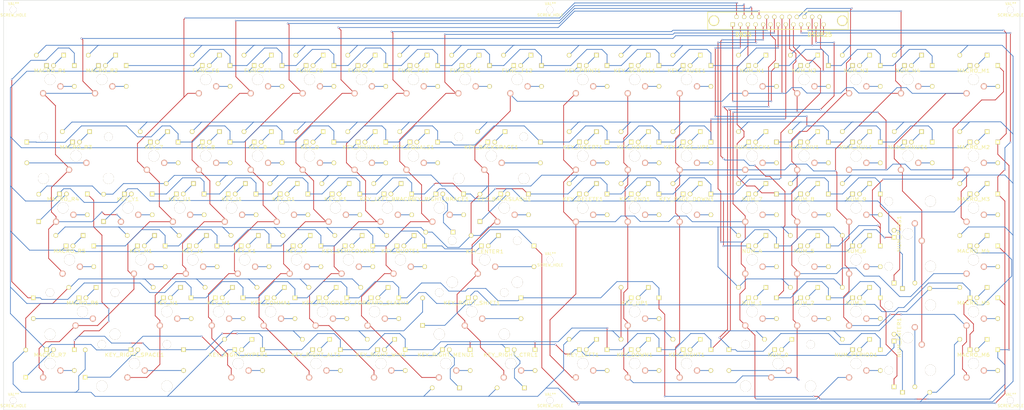
<source format=kicad_pcb>
(kicad_pcb (version 4) (host pcbnew 4.0.7)
  (title_block (title RightHandV4))
  (layers (0 F.Cu signal) (31 B.Cu signal) (34 B.Paste user) (35 F.Paste user) (36 B.SilkS user) (37 F.SilkS user) (38 B.Mask user) (39 F.Mask user) (44 Edge.Cuts user))
  (net 0 "")
  (net 1 "Net-(DSUB25-Pad1)")
  (net 2 "Net-(DSUB25-Pad2)")
  (net 3 "Net-(DSUB25-Pad3)")
  (net 4 "Net-(DSUB25-Pad4)")
  (net 5 "Net-(DSUB25-Pad5)")
  (net 6 "Net-(DSUB25-Pad6)")
  (net 7 "Net-(DSUB25-Pad7)")
  (net 8 "Net-(DSUB25-Pad8)")
  (net 9 "Net-(DSUB25-Pad9)")
  (net 10 "Net-(DSUB25-Pad10)")
  (net 11 "Net-(DSUB25-Pad11)")
  (net 12 "Net-(DSUB25-Pad12)")
  (net 13 "Net-(DSUB25-Pad13)")
  (net 14 "Net-(DSUB25-Pad14)")
  (net 15 "Net-(DSUB25-Pad15)")
  (net 16 "Net-(DSUB25-Pad16)")
  (net 17 "Net-(DSUB25-Pad17)")
  (net 18 "Net-(DSUB25-Pad18)")
  (net 19 "Net-(DSUB25-Pad19)")
  (net 20 "Net-(DSUB25-Pad20)")
  (net 21 "Net-(DSUB25-Pad21)")
  (net 22 "Net-(DSUB25-Pad22)")
  (net 23 "Net-(DSUB25-Pad23)")
  (net 24 "Net-(DSUB25-Pad24)")
  (net 25 "Net-(DSUB25-Pad25)")
  (net 26 "Net-(FUNC_F6-Pad2)")
  (net 27 "Net-(FUNC_F6-Pad6)")
  (net 28 "Net-(FUNC_F7-Pad2)")
  (net 29 "Net-(FUNC_F7-Pad6)")
  (net 30 "Net-(FUNC_F8-Pad2)")
  (net 31 "Net-(FUNC_F8-Pad6)")
  (net 32 "Net-(FUNC_F9-Pad2)")
  (net 33 "Net-(FUNC_F9-Pad6)")
  (net 34 "Net-(FUNC_F10-Pad2)")
  (net 35 "Net-(FUNC_F10-Pad6)")
  (net 36 "Net-(FUNC_F11-Pad2)")
  (net 37 "Net-(FUNC_F11-Pad6)")
  (net 38 "Net-(FUNC_F12-Pad2)")
  (net 39 "Net-(FUNC_F12-Pad6)")
  (net 40 "Net-(KEY_0-Pad2)")
  (net 41 "Net-(KEY_0-Pad6)")
  (net 42 "Net-(KEY_7-Pad2)")
  (net 43 "Net-(KEY_7-Pad6)")
  (net 44 "Net-(KEY_8-Pad2)")
  (net 45 "Net-(KEY_8-Pad6)")
  (net 46 "Net-(KEY_9-Pad2)")
  (net 47 "Net-(KEY_9-Pad6)")
  (net 48 "Net-(KEY_BACKSLASH1-Pad2)")
  (net 49 "Net-(KEY_BACKSLASH1-Pad6)")
  (net 50 "Net-(KEY_BACKSPACE1-Pad2)")
  (net 51 "Net-(KEY_BACKSPACE1-Pad6)")
  (net 52 "Net-(KEY_COMMA1-Pad2)")
  (net 53 "Net-(KEY_COMMA1-Pad6)")
  (net 54 "Net-(KEY_DELETE1-Pad2)")
  (net 55 "Net-(KEY_DELETE1-Pad6)")
  (net 56 "Net-(KEY_DOWN1-Pad2)")
  (net 57 "Net-(KEY_DOWN1-Pad6)")
  (net 58 "Net-(KEY_END1-Pad2)")
  (net 59 "Net-(KEY_END1-Pad6)")
  (net 60 "Net-(KEY_ENTER1-Pad2)")
  (net 61 "Net-(KEY_ENTER1-Pad6)")
  (net 62 "Net-(KEY_EQUALS1-Pad2)")
  (net 63 "Net-(KEY_EQUALS1-Pad6)")
  (net 64 "Net-(KEY_FORWARD_SLASH1-Pad2)")
  (net 65 "Net-(KEY_FORWARD_SLASH1-Pad6)")
  (net 66 "Net-(KEY_H1-Pad2)")
  (net 67 "Net-(KEY_H1-Pad6)")
  (net 68 "Net-(KEY_HOME1-Pad2)")
  (net 69 "Net-(KEY_HOME1-Pad6)")
  (net 70 "Net-(KEY_I1-Pad2)")
  (net 71 "Net-(KEY_I1-Pad6)")
  (net 72 "Net-(KEY_INSERT1-Pad2)")
  (net 73 "Net-(KEY_INSERT1-Pad6)")
  (net 74 "Net-(KEY_J1-Pad2)")
  (net 75 "Net-(KEY_J1-Pad6)")
  (net 76 "Net-(KEY_K1-Pad2)")
  (net 77 "Net-(KEY_K1-Pad6)")
  (net 78 "Net-(KEY_L1-Pad2)")
  (net 79 "Net-(KEY_L1-Pad6)")
  (net 80 "Net-(KEY_LEFT1-Pad2)")
  (net 81 "Net-(KEY_LEFT1-Pad6)")
  (net 82 "Net-(KEY_LEFT_BRACE1-Pad2)")
  (net 83 "Net-(KEY_LEFT_BRACE1-Pad6)")
  (net 84 "Net-(KEY_M1-Pad2)")
  (net 85 "Net-(KEY_M1-Pad6)")
  (net 86 "Net-(KEY_MINUS1-Pad2)")
  (net 87 "Net-(KEY_MINUS1-Pad6)")
  (net 88 "Net-(KEY_N1-Pad2)")
  (net 89 "Net-(KEY_N1-Pad6)")
  (net 90 "Net-(KEY_O1-Pad2)")
  (net 91 "Net-(KEY_O1-Pad6)")
  (net 92 "Net-(KEY_P1-Pad2)")
  (net 93 "Net-(KEY_P1-Pad6)")
  (net 94 "Net-(KEY_PAGE_DOWN1-Pad2)")
  (net 95 "Net-(KEY_PAGE_DOWN1-Pad6)")
  (net 96 "Net-(KEY_PAGE_UP1-Pad2)")
  (net 97 "Net-(KEY_PAGE_UP1-Pad6)")
  (net 98 "Net-(KEY_PAUSE1-Pad2)")
  (net 99 "Net-(KEY_PAUSE1-Pad6)")
  (net 100 "Net-(KEY_PERIOD1-Pad2)")
  (net 101 "Net-(KEY_PERIOD1-Pad6)")
  (net 102 "Net-(KEY_PRINT1-Pad2)")
  (net 103 "Net-(KEY_PRINT1-Pad6)")
  (net 104 "Net-(KEY_QUOTE1-Pad2)")
  (net 105 "Net-(KEY_QUOTE1-Pad6)")
  (net 106 "Net-(KEY_RIGHT1-Pad2)")
  (net 107 "Net-(KEY_RIGHT1-Pad6)")
  (net 108 "Net-(KEY_RIGHT_ALT1-Pad2)")
  (net 109 "Net-(KEY_RIGHT_ALT1-Pad6)")
  (net 110 "Net-(KEY_RIGHT_BRACE1-Pad2)")
  (net 111 "Net-(KEY_RIGHT_BRACE1-Pad6)")
  (net 112 "Net-(KEY_RIGHT_CTRL1-Pad2)")
  (net 113 "Net-(KEY_RIGHT_CTRL1-Pad6)")
  (net 114 "Net-(KEY_RIGHT_HYPER1-Pad2)")
  (net 115 "Net-(KEY_RIGHT_HYPER1-Pad6)")
  (net 116 "Net-(KEY_RIGHT_MENU1-Pad2)")
  (net 117 "Net-(KEY_RIGHT_MENU1-Pad6)")
  (net 118 "Net-(KEY_RIGHT_SHIFT1-Pad2)")
  (net 119 "Net-(KEY_RIGHT_SHIFT1-Pad6)")
  (net 120 "Net-(KEY_RIGHT_SPACE1-Pad2)")
  (net 121 "Net-(KEY_RIGHT_SPACE1-Pad6)")
  (net 122 "Net-(KEY_RIGHT_WIN1-Pad2)")
  (net 123 "Net-(KEY_RIGHT_WIN1-Pad6)")
  (net 124 "Net-(KEY_SCROLL1-Pad2)")
  (net 125 "Net-(KEY_SCROLL1-Pad6)")
  (net 126 "Net-(KEY_SEMICOLON1-Pad2)")
  (net 127 "Net-(KEY_SEMICOLON1-Pad6)")
  (net 128 "Net-(KEY_U1-Pad2)")
  (net 129 "Net-(KEY_U1-Pad6)")
  (net 130 "Net-(KEY_UP1-Pad2)")
  (net 131 "Net-(KEY_UP1-Pad6)")
  (net 132 "Net-(KEY_Y1-Pad2)")
  (net 133 "Net-(KEY_Y1-Pad6)")
  (net 134 "Net-(MACRO_M1-Pad2)")
  (net 135 "Net-(MACRO_M1-Pad6)")
  (net 136 "Net-(MACRO_M2-Pad2)")
  (net 137 "Net-(MACRO_M2-Pad6)")
  (net 138 "Net-(MACRO_M3-Pad2)")
  (net 139 "Net-(MACRO_M3-Pad6)")
  (net 140 "Net-(MACRO_M4-Pad2)")
  (net 141 "Net-(MACRO_M4-Pad6)")
  (net 142 "Net-(MACRO_M5-Pad2)")
  (net 143 "Net-(MACRO_M5-Pad6)")
  (net 144 "Net-(MACRO_M6-Pad2)")
  (net 145 "Net-(MACRO_M6-Pad6)")
  (net 146 "Net-(MACRO_R1-Pad2)")
  (net 147 "Net-(MACRO_R1-Pad6)")
  (net 148 "Net-(MACRO_R2-Pad2)")
  (net 149 "Net-(MACRO_R2-Pad6)")
  (net 150 "Net-(MACRO_R3-Pad2)")
  (net 151 "Net-(MACRO_R3-Pad6)")
  (net 152 "Net-(MACRO_R4-Pad2)")
  (net 153 "Net-(MACRO_R4-Pad6)")
  (net 154 "Net-(MACRO_R5-Pad2)")
  (net 155 "Net-(MACRO_R5-Pad6)")
  (net 156 "Net-(MACRO_R6-Pad2)")
  (net 157 "Net-(MACRO_R6-Pad6)")
  (net 158 "Net-(MACRO_R7-Pad2)")
  (net 159 "Net-(MACRO_R7-Pad6)")
  (net 160 "Net-(NUM_0-Pad2)")
  (net 161 "Net-(NUM_0-Pad6)")
  (net 162 "Net-(NUM_1-Pad2)")
  (net 163 "Net-(NUM_1-Pad6)")
  (net 164 "Net-(NUM_2-Pad2)")
  (net 165 "Net-(NUM_2-Pad6)")
  (net 166 "Net-(NUM_3-Pad2)")
  (net 167 "Net-(NUM_3-Pad6)")
  (net 168 "Net-(NUM_4-Pad2)")
  (net 169 "Net-(NUM_4-Pad6)")
  (net 170 "Net-(NUM_5-Pad2)")
  (net 171 "Net-(NUM_5-Pad6)")
  (net 172 "Net-(NUM_6-Pad2)")
  (net 173 "Net-(NUM_6-Pad6)")
  (net 174 "Net-(NUM_7-Pad2)")
  (net 175 "Net-(NUM_7-Pad6)")
  (net 176 "Net-(NUM_8-Pad2)")
  (net 177 "Net-(NUM_8-Pad6)")
  (net 178 "Net-(NUM_9-Pad2)")
  (net 179 "Net-(NUM_9-Pad6)")
  (net 180 "Net-(NUM_DIV1-Pad2)")
  (net 181 "Net-(NUM_DIV1-Pad6)")
  (net 182 "Net-(NUM_ENTER1-Pad2)")
  (net 183 "Net-(NUM_ENTER1-Pad6)")
  (net 184 "Net-(NUM_LOCK1-Pad2)")
  (net 185 "Net-(NUM_LOCK1-Pad6)")
  (net 186 "Net-(NUM_MINUS1-Pad2)")
  (net 187 "Net-(NUM_MINUS1-Pad6)")
  (net 188 "Net-(NUM_MUL1-Pad2)")
  (net 189 "Net-(NUM_MUL1-Pad6)")
  (net 190 "Net-(NUM_N1-Pad2)")
  (net 191 "Net-(NUM_N1-Pad6)")
  (net 192 "Net-(NUM_N2-Pad2)")
  (net 193 "Net-(NUM_N2-Pad6)")
  (net 194 "Net-(NUM_N3-Pad2)")
  (net 195 "Net-(NUM_N3-Pad6)")
  (net 196 "Net-(NUM_N4-Pad2)")
  (net 197 "Net-(NUM_N4-Pad6)")
  (net 198 "Net-(NUM_PERIOD1-Pad2)")
  (net 199 "Net-(NUM_PERIOD1-Pad6)")
  (net 200 "Net-(NUM_PLUS1-Pad2)")
  (net 201 "Net-(NUM_PLUS1-Pad6)")
  (module KeyboardFootprints:SW_DIODE (layer F.Cu) (at 312 133 180)
    (fp_text reference NUM_PERIOD1 (at 0 3.175 180) (layer F.SilkS) (effects (font (size 1.27 1.524) (thickness 0.2032))))
    (fp_text value SW_DIODE hide)
    (pad 1 thru_hole circle (at 2.54 -5.08 180) (size 2.286 2.286) (drill 1.4986) (layers *.Cu *.SilkS *.Mask) (net 21 "Net-(DSUB25-Pad21)"))
    (pad 2 thru_hole circle (at -3.81 -2.54 180) (size 2.286 2.286) (drill 1.4986) (layers *.Cu *.SilkS *.Mask) (net 198 "Net-(NUM_PERIOD1-Pad2)"))
    (pad HOLE thru_hole circle (at 0 0 180) (size 3.9878 3.9878) (drill 3.9878) (layers *.Cu *.Mask F.SilkS))
    (pad 3 thru_hole circle (at -8.89 -2.54 180) (size 1.651 1.651) (drill 0.9906) (layers *.Cu *.Mask F.SilkS) (net 198 "Net-(NUM_PERIOD1-Pad2)"))
    (pad 4 thru_hole rect (at -8.89 5.08 180) (size 1.651 1.651) (drill 0.9906) (layers *.Cu *.Mask F.SilkS) (net 6 "Net-(DSUB25-Pad6)"))
    (pad 7 thru_hole circle (at -1.27 5.08 180) (size 1.651 1.651) (drill 0.9906) (layers *.Cu *.Mask F.SilkS) (net 199 "Net-(NUM_PERIOD1-Pad6)"))
    (pad 8 thru_hole rect (at 1.27 5.08 180) (size 1.651 1.651) (drill 0.9906) (layers *.Cu *.Mask F.SilkS) (net 25 "Net-(DSUB25-Pad25)"))
    (pad 6 thru_hole rect (at -5 8.89 180) (size 1.651 1.651) (drill 0.9906) (layers *.Cu *.Mask F.SilkS) (net 199 "Net-(NUM_PERIOD1-Pad6)"))
    (pad 5 thru_hole circle (at 5 8.89 180) (size 1.651 1.651) (drill 0.9906) (layers *.Cu *.Mask F.SilkS) (net 24 "Net-(DSUB25-Pad24)"))
  )
  (module KeyboardFootprints:DB25FD (layer F.Cu) (at 283.5 7.5 180)
    (fp_text reference DSUB25 (at -15.24 -5.08 360) (layer F.SilkS) (effects (font (thickness 0.3048))))
    (fp_text value DB25 (at 12.7 -5.08 360) (layer F.SilkS) (effects (font (thickness 0.3048))))
    (pad 0 thru_hole circle (at -23.495 0 180) (size 3.81 3.81) (drill 3.048) (layers *.Cu *.Mask F.SilkS))
    (pad 0 thru_hole circle (at 23.495 0 180) (size 3.81 3.81) (drill 3.048) (layers *.Cu *.Mask F.SilkS))
    (pad 1 thru_hole rect (at 16.637 -1.397 180) (size 1.524 1.524) (drill 1.016) (layers *.Cu *.Mask F.SilkS) (net 1 "Net-(DSUB25-Pad1)"))
    (pad 2 thru_hole circle (at 13.843 -1.397 180) (size 1.524 1.524) (drill 1.016) (layers *.Cu *.Mask F.SilkS) (net 2 "Net-(DSUB25-Pad2)"))
    (pad 3 thru_hole circle (at 11.049 -1.397 180) (size 1.524 1.524) (drill 1.016) (layers *.Cu *.Mask F.SilkS) (net 3 "Net-(DSUB25-Pad3)"))
    (pad 4 thru_hole circle (at 8.255 -1.397 180) (size 1.524 1.524) (drill 1.016) (layers *.Cu *.Mask F.SilkS) (net 4 "Net-(DSUB25-Pad4)"))
    (pad 5 thru_hole circle (at 5.461 -1.397 180) (size 1.524 1.524) (drill 1.016) (layers *.Cu *.Mask F.SilkS) (net 5 "Net-(DSUB25-Pad5)"))
    (pad 6 thru_hole circle (at 2.794 -1.397 180) (size 1.524 1.524) (drill 1.016) (layers *.Cu *.Mask F.SilkS) (net 6 "Net-(DSUB25-Pad6)"))
    (pad 7 thru_hole circle (at 0 -1.397 180) (size 1.524 1.524) (drill 1.016) (layers *.Cu *.Mask F.SilkS) (net 7 "Net-(DSUB25-Pad7)"))
    (pad 8 thru_hole circle (at -2.794 -1.397 180) (size 1.524 1.524) (drill 1.016) (layers *.Cu *.Mask F.SilkS) (net 8 "Net-(DSUB25-Pad8)"))
    (pad 9 thru_hole circle (at -5.588 -1.397 180) (size 1.524 1.524) (drill 1.016) (layers *.Cu *.Mask F.SilkS) (net 9 "Net-(DSUB25-Pad9)"))
    (pad 10 thru_hole circle (at -8.382 -1.397 180) (size 1.524 1.524) (drill 1.016) (layers *.Cu *.Mask F.SilkS) (net 10 "Net-(DSUB25-Pad10)"))
    (pad 11 thru_hole circle (at -11.049 -1.397 180) (size 1.524 1.524) (drill 1.016) (layers *.Cu *.Mask F.SilkS) (net 11 "Net-(DSUB25-Pad11)"))
    (pad 12 thru_hole circle (at -13.843 -1.397 180) (size 1.524 1.524) (drill 1.016) (layers *.Cu *.Mask F.SilkS) (net 12 "Net-(DSUB25-Pad12)"))
    (pad 13 thru_hole circle (at -16.637 -1.397 180) (size 1.524 1.524) (drill 1.016) (layers *.Cu *.Mask F.SilkS) (net 13 "Net-(DSUB25-Pad13)"))
    (pad 14 thru_hole circle (at 15.24 1.397 180) (size 1.524 1.524) (drill 1.016) (layers *.Cu *.Mask F.SilkS) (net 14 "Net-(DSUB25-Pad14)"))
    (pad 15 thru_hole circle (at 12.446 1.397 180) (size 1.524 1.524) (drill 1.016) (layers *.Cu *.Mask F.SilkS) (net 15 "Net-(DSUB25-Pad15)"))
    (pad 16 thru_hole circle (at 9.652 1.397 180) (size 1.524 1.524) (drill 1.016) (layers *.Cu *.Mask F.SilkS) (net 16 "Net-(DSUB25-Pad16)"))
    (pad 17 thru_hole circle (at 6.985 1.397 180) (size 1.524 1.524) (drill 1.016) (layers *.Cu *.Mask F.SilkS) (net 17 "Net-(DSUB25-Pad17)"))
    (pad 18 thru_hole circle (at 4.191 1.397 180) (size 1.524 1.524) (drill 1.016) (layers *.Cu *.Mask F.SilkS) (net 18 "Net-(DSUB25-Pad18)"))
    (pad 19 thru_hole circle (at 1.397 1.397 180) (size 1.524 1.524) (drill 1.016) (layers *.Cu *.Mask F.SilkS) (net 19 "Net-(DSUB25-Pad19)"))
    (pad 20 thru_hole circle (at -1.397 1.397 180) (size 1.524 1.524) (drill 1.016) (layers *.Cu *.Mask F.SilkS) (net 20 "Net-(DSUB25-Pad20)"))
    (pad 21 thru_hole circle (at -4.191 1.397 180) (size 1.524 1.524) (drill 1.016) (layers *.Cu *.Mask F.SilkS) (net 21 "Net-(DSUB25-Pad21)"))
    (pad 22 thru_hole circle (at -6.858 1.397 180) (size 1.524 1.524) (drill 1.016) (layers *.Cu *.Mask F.SilkS) (net 22 "Net-(DSUB25-Pad22)"))
    (pad 23 thru_hole circle (at -9.652 1.397 180) (size 1.524 1.524) (drill 1.016) (layers *.Cu *.Mask F.SilkS) (net 23 "Net-(DSUB25-Pad23)"))
    (pad 24 thru_hole circle (at -12.446 1.397 180) (size 1.524 1.524) (drill 1.016) (layers *.Cu *.Mask F.SilkS) (net 24 "Net-(DSUB25-Pad24)"))
    (pad 25 thru_hole circle (at -15.24 1.397 180) (size 1.524 1.524) (drill 1.016) (layers *.Cu *.Mask F.SilkS) (net 25 "Net-(DSUB25-Pad25)"))
  )
  (module KeyboardFootprints:SW_DIODE (layer F.Cu) (at 74 29 180)
    (fp_text reference FUNC_F6 (at 0 3.175 180) (layer F.SilkS) (effects (font (size 1.27 1.524) (thickness 0.2032))))
    (fp_text value SW_DIODE hide)
    (pad 1 thru_hole circle (at 2.54 -5.08 180) (size 2.286 2.286) (drill 1.4986) (layers *.Cu *.SilkS *.Mask) (net 14 "Net-(DSUB25-Pad14)"))
    (pad 2 thru_hole circle (at -3.81 -2.54 180) (size 2.286 2.286) (drill 1.4986) (layers *.Cu *.SilkS *.Mask) (net 26 "Net-(FUNC_F6-Pad2)"))
    (pad HOLE thru_hole circle (at 0 0 180) (size 3.9878 3.9878) (drill 3.9878) (layers *.Cu *.Mask F.SilkS))
    (pad 3 thru_hole circle (at -8.89 -2.54 180) (size 1.651 1.651) (drill 0.9906) (layers *.Cu *.Mask F.SilkS) (net 26 "Net-(FUNC_F6-Pad2)"))
    (pad 4 thru_hole rect (at -8.89 5.08 180) (size 1.651 1.651) (drill 0.9906) (layers *.Cu *.Mask F.SilkS) (net 7 "Net-(DSUB25-Pad7)"))
    (pad 7 thru_hole circle (at -1.27 5.08 180) (size 1.651 1.651) (drill 0.9906) (layers *.Cu *.Mask F.SilkS) (net 27 "Net-(FUNC_F6-Pad6)"))
    (pad 8 thru_hole rect (at 1.27 5.08 180) (size 1.651 1.651) (drill 0.9906) (layers *.Cu *.Mask F.SilkS) (net 25 "Net-(DSUB25-Pad25)"))
    (pad 6 thru_hole rect (at -5 8.89 180) (size 1.651 1.651) (drill 0.9906) (layers *.Cu *.Mask F.SilkS) (net 27 "Net-(FUNC_F6-Pad6)"))
    (pad 5 thru_hole circle (at 5 8.89 180) (size 1.651 1.651) (drill 0.9906) (layers *.Cu *.Mask F.SilkS) (net 24 "Net-(DSUB25-Pad24)"))
  )
  (module KeyboardFootprints:SW_DIODE (layer F.Cu) (at 93 29 180)
    (fp_text reference FUNC_F7 (at 0 3.175 180) (layer F.SilkS) (effects (font (size 1.27 1.524) (thickness 0.2032))))
    (fp_text value SW_DIODE hide)
    (pad 1 thru_hole circle (at 2.54 -5.08 180) (size 2.286 2.286) (drill 1.4986) (layers *.Cu *.SilkS *.Mask) (net 15 "Net-(DSUB25-Pad15)"))
    (pad 2 thru_hole circle (at -3.81 -2.54 180) (size 2.286 2.286) (drill 1.4986) (layers *.Cu *.SilkS *.Mask) (net 28 "Net-(FUNC_F7-Pad2)"))
    (pad HOLE thru_hole circle (at 0 0 180) (size 3.9878 3.9878) (drill 3.9878) (layers *.Cu *.Mask F.SilkS))
    (pad 3 thru_hole circle (at -8.89 -2.54 180) (size 1.651 1.651) (drill 0.9906) (layers *.Cu *.Mask F.SilkS) (net 28 "Net-(FUNC_F7-Pad2)"))
    (pad 4 thru_hole rect (at -8.89 5.08 180) (size 1.651 1.651) (drill 0.9906) (layers *.Cu *.Mask F.SilkS) (net 7 "Net-(DSUB25-Pad7)"))
    (pad 7 thru_hole circle (at -1.27 5.08 180) (size 1.651 1.651) (drill 0.9906) (layers *.Cu *.Mask F.SilkS) (net 29 "Net-(FUNC_F7-Pad6)"))
    (pad 8 thru_hole rect (at 1.27 5.08 180) (size 1.651 1.651) (drill 0.9906) (layers *.Cu *.Mask F.SilkS) (net 25 "Net-(DSUB25-Pad25)"))
    (pad 6 thru_hole rect (at -5 8.89 180) (size 1.651 1.651) (drill 0.9906) (layers *.Cu *.Mask F.SilkS) (net 29 "Net-(FUNC_F7-Pad6)"))
    (pad 5 thru_hole circle (at 5 8.89 180) (size 1.651 1.651) (drill 0.9906) (layers *.Cu *.Mask F.SilkS) (net 24 "Net-(DSUB25-Pad24)"))
  )
  (module KeyboardFootprints:SW_DIODE (layer F.Cu) (at 112 29 180)
    (fp_text reference FUNC_F8 (at 0 3.175 180) (layer F.SilkS) (effects (font (size 1.27 1.524) (thickness 0.2032))))
    (fp_text value SW_DIODE hide)
    (pad 1 thru_hole circle (at 2.54 -5.08 180) (size 2.286 2.286) (drill 1.4986) (layers *.Cu *.SilkS *.Mask) (net 16 "Net-(DSUB25-Pad16)"))
    (pad 2 thru_hole circle (at -3.81 -2.54 180) (size 2.286 2.286) (drill 1.4986) (layers *.Cu *.SilkS *.Mask) (net 30 "Net-(FUNC_F8-Pad2)"))
    (pad HOLE thru_hole circle (at 0 0 180) (size 3.9878 3.9878) (drill 3.9878) (layers *.Cu *.Mask F.SilkS))
    (pad 3 thru_hole circle (at -8.89 -2.54 180) (size 1.651 1.651) (drill 0.9906) (layers *.Cu *.Mask F.SilkS) (net 30 "Net-(FUNC_F8-Pad2)"))
    (pad 4 thru_hole rect (at -8.89 5.08 180) (size 1.651 1.651) (drill 0.9906) (layers *.Cu *.Mask F.SilkS) (net 7 "Net-(DSUB25-Pad7)"))
    (pad 7 thru_hole circle (at -1.27 5.08 180) (size 1.651 1.651) (drill 0.9906) (layers *.Cu *.Mask F.SilkS) (net 31 "Net-(FUNC_F8-Pad6)"))
    (pad 8 thru_hole rect (at 1.27 5.08 180) (size 1.651 1.651) (drill 0.9906) (layers *.Cu *.Mask F.SilkS) (net 25 "Net-(DSUB25-Pad25)"))
    (pad 6 thru_hole rect (at -5 8.89 180) (size 1.651 1.651) (drill 0.9906) (layers *.Cu *.Mask F.SilkS) (net 31 "Net-(FUNC_F8-Pad6)"))
    (pad 5 thru_hole circle (at 5 8.89 180) (size 1.651 1.651) (drill 0.9906) (layers *.Cu *.Mask F.SilkS) (net 24 "Net-(DSUB25-Pad24)"))
  )
  (module KeyboardFootprints:SW_DIODE (layer F.Cu) (at 131 29 180)
    (fp_text reference FUNC_F9 (at 0 3.175 180) (layer F.SilkS) (effects (font (size 1.27 1.524) (thickness 0.2032))))
    (fp_text value SW_DIODE hide)
    (pad 1 thru_hole circle (at 2.54 -5.08 180) (size 2.286 2.286) (drill 1.4986) (layers *.Cu *.SilkS *.Mask) (net 17 "Net-(DSUB25-Pad17)"))
    (pad 2 thru_hole circle (at -3.81 -2.54 180) (size 2.286 2.286) (drill 1.4986) (layers *.Cu *.SilkS *.Mask) (net 32 "Net-(FUNC_F9-Pad2)"))
    (pad HOLE thru_hole circle (at 0 0 180) (size 3.9878 3.9878) (drill 3.9878) (layers *.Cu *.Mask F.SilkS))
    (pad 3 thru_hole circle (at -8.89 -2.54 180) (size 1.651 1.651) (drill 0.9906) (layers *.Cu *.Mask F.SilkS) (net 32 "Net-(FUNC_F9-Pad2)"))
    (pad 4 thru_hole rect (at -8.89 5.08 180) (size 1.651 1.651) (drill 0.9906) (layers *.Cu *.Mask F.SilkS) (net 7 "Net-(DSUB25-Pad7)"))
    (pad 7 thru_hole circle (at -1.27 5.08 180) (size 1.651 1.651) (drill 0.9906) (layers *.Cu *.Mask F.SilkS) (net 33 "Net-(FUNC_F9-Pad6)"))
    (pad 8 thru_hole rect (at 1.27 5.08 180) (size 1.651 1.651) (drill 0.9906) (layers *.Cu *.Mask F.SilkS) (net 25 "Net-(DSUB25-Pad25)"))
    (pad 6 thru_hole rect (at -5 8.89 180) (size 1.651 1.651) (drill 0.9906) (layers *.Cu *.Mask F.SilkS) (net 33 "Net-(FUNC_F9-Pad6)"))
    (pad 5 thru_hole circle (at 5 8.89 180) (size 1.651 1.651) (drill 0.9906) (layers *.Cu *.Mask F.SilkS) (net 24 "Net-(DSUB25-Pad24)"))
  )
  (module KeyboardFootprints:SW_DIODE (layer F.Cu) (at 150 29 180)
    (fp_text reference FUNC_F10 (at 0 3.175 180) (layer F.SilkS) (effects (font (size 1.27 1.524) (thickness 0.2032))))
    (fp_text value SW_DIODE hide)
    (pad 1 thru_hole circle (at 2.54 -5.08 180) (size 2.286 2.286) (drill 1.4986) (layers *.Cu *.SilkS *.Mask) (net 18 "Net-(DSUB25-Pad18)"))
    (pad 2 thru_hole circle (at -3.81 -2.54 180) (size 2.286 2.286) (drill 1.4986) (layers *.Cu *.SilkS *.Mask) (net 34 "Net-(FUNC_F10-Pad2)"))
    (pad HOLE thru_hole circle (at 0 0 180) (size 3.9878 3.9878) (drill 3.9878) (layers *.Cu *.Mask F.SilkS))
    (pad 3 thru_hole circle (at -8.89 -2.54 180) (size 1.651 1.651) (drill 0.9906) (layers *.Cu *.Mask F.SilkS) (net 34 "Net-(FUNC_F10-Pad2)"))
    (pad 4 thru_hole rect (at -8.89 5.08 180) (size 1.651 1.651) (drill 0.9906) (layers *.Cu *.Mask F.SilkS) (net 7 "Net-(DSUB25-Pad7)"))
    (pad 7 thru_hole circle (at -1.27 5.08 180) (size 1.651 1.651) (drill 0.9906) (layers *.Cu *.Mask F.SilkS) (net 35 "Net-(FUNC_F10-Pad6)"))
    (pad 8 thru_hole rect (at 1.27 5.08 180) (size 1.651 1.651) (drill 0.9906) (layers *.Cu *.Mask F.SilkS) (net 25 "Net-(DSUB25-Pad25)"))
    (pad 6 thru_hole rect (at -5 8.89 180) (size 1.651 1.651) (drill 0.9906) (layers *.Cu *.Mask F.SilkS) (net 35 "Net-(FUNC_F10-Pad6)"))
    (pad 5 thru_hole circle (at 5 8.89 180) (size 1.651 1.651) (drill 0.9906) (layers *.Cu *.Mask F.SilkS) (net 24 "Net-(DSUB25-Pad24)"))
  )
  (module KeyboardFootprints:SW_DIODE (layer F.Cu) (at 169 29 180)
    (fp_text reference FUNC_F11 (at 0 3.175 180) (layer F.SilkS) (effects (font (size 1.27 1.524) (thickness 0.2032))))
    (fp_text value SW_DIODE hide)
    (pad 1 thru_hole circle (at 2.54 -5.08 180) (size 2.286 2.286) (drill 1.4986) (layers *.Cu *.SilkS *.Mask) (net 19 "Net-(DSUB25-Pad19)"))
    (pad 2 thru_hole circle (at -3.81 -2.54 180) (size 2.286 2.286) (drill 1.4986) (layers *.Cu *.SilkS *.Mask) (net 36 "Net-(FUNC_F11-Pad2)"))
    (pad HOLE thru_hole circle (at 0 0 180) (size 3.9878 3.9878) (drill 3.9878) (layers *.Cu *.Mask F.SilkS))
    (pad 3 thru_hole circle (at -8.89 -2.54 180) (size 1.651 1.651) (drill 0.9906) (layers *.Cu *.Mask F.SilkS) (net 36 "Net-(FUNC_F11-Pad2)"))
    (pad 4 thru_hole rect (at -8.89 5.08 180) (size 1.651 1.651) (drill 0.9906) (layers *.Cu *.Mask F.SilkS) (net 7 "Net-(DSUB25-Pad7)"))
    (pad 7 thru_hole circle (at -1.27 5.08 180) (size 1.651 1.651) (drill 0.9906) (layers *.Cu *.Mask F.SilkS) (net 37 "Net-(FUNC_F11-Pad6)"))
    (pad 8 thru_hole rect (at 1.27 5.08 180) (size 1.651 1.651) (drill 0.9906) (layers *.Cu *.Mask F.SilkS) (net 25 "Net-(DSUB25-Pad25)"))
    (pad 6 thru_hole rect (at -5 8.89 180) (size 1.651 1.651) (drill 0.9906) (layers *.Cu *.Mask F.SilkS) (net 37 "Net-(FUNC_F11-Pad6)"))
    (pad 5 thru_hole circle (at 5 8.89 180) (size 1.651 1.651) (drill 0.9906) (layers *.Cu *.Mask F.SilkS) (net 24 "Net-(DSUB25-Pad24)"))
  )
  (module KeyboardFootprints:SW_DIODE (layer F.Cu) (at 188 29 180)
    (fp_text reference FUNC_F12 (at 0 3.175 180) (layer F.SilkS) (effects (font (size 1.27 1.524) (thickness 0.2032))))
    (fp_text value SW_DIODE hide)
    (pad 1 thru_hole circle (at 2.54 -5.08 180) (size 2.286 2.286) (drill 1.4986) (layers *.Cu *.SilkS *.Mask) (net 20 "Net-(DSUB25-Pad20)"))
    (pad 2 thru_hole circle (at -3.81 -2.54 180) (size 2.286 2.286) (drill 1.4986) (layers *.Cu *.SilkS *.Mask) (net 38 "Net-(FUNC_F12-Pad2)"))
    (pad HOLE thru_hole circle (at 0 0 180) (size 3.9878 3.9878) (drill 3.9878) (layers *.Cu *.Mask F.SilkS))
    (pad 3 thru_hole circle (at -8.89 -2.54 180) (size 1.651 1.651) (drill 0.9906) (layers *.Cu *.Mask F.SilkS) (net 38 "Net-(FUNC_F12-Pad2)"))
    (pad 4 thru_hole rect (at -8.89 5.08 180) (size 1.651 1.651) (drill 0.9906) (layers *.Cu *.Mask F.SilkS) (net 7 "Net-(DSUB25-Pad7)"))
    (pad 7 thru_hole circle (at -1.27 5.08 180) (size 1.651 1.651) (drill 0.9906) (layers *.Cu *.Mask F.SilkS) (net 39 "Net-(FUNC_F12-Pad6)"))
    (pad 8 thru_hole rect (at 1.27 5.08 180) (size 1.651 1.651) (drill 0.9906) (layers *.Cu *.Mask F.SilkS) (net 25 "Net-(DSUB25-Pad25)"))
    (pad 6 thru_hole rect (at -5 8.89 180) (size 1.651 1.651) (drill 0.9906) (layers *.Cu *.Mask F.SilkS) (net 39 "Net-(FUNC_F12-Pad6)"))
    (pad 5 thru_hole circle (at 5 8.89 180) (size 1.651 1.651) (drill 0.9906) (layers *.Cu *.Mask F.SilkS) (net 24 "Net-(DSUB25-Pad24)"))
  )
  (module KeyboardFootprints:SW_DIODE (layer F.Cu) (at 112 57 180)
    (fp_text reference KEY_0 (at 0 3.175 180) (layer F.SilkS) (effects (font (size 1.27 1.524) (thickness 0.2032))))
    (fp_text value SW_DIODE hide)
    (pad 1 thru_hole circle (at 2.54 -5.08 180) (size 2.286 2.286) (drill 1.4986) (layers *.Cu *.SilkS *.Mask) (net 17 "Net-(DSUB25-Pad17)"))
    (pad 2 thru_hole circle (at -3.81 -2.54 180) (size 2.286 2.286) (drill 1.4986) (layers *.Cu *.SilkS *.Mask) (net 40 "Net-(KEY_0-Pad2)"))
    (pad HOLE thru_hole circle (at 0 0 180) (size 3.9878 3.9878) (drill 3.9878) (layers *.Cu *.Mask F.SilkS))
    (pad 3 thru_hole circle (at -8.89 -2.54 180) (size 1.651 1.651) (drill 0.9906) (layers *.Cu *.Mask F.SilkS) (net 40 "Net-(KEY_0-Pad2)"))
    (pad 4 thru_hole rect (at -8.89 5.08 180) (size 1.651 1.651) (drill 0.9906) (layers *.Cu *.Mask F.SilkS) (net 8 "Net-(DSUB25-Pad8)"))
    (pad 7 thru_hole circle (at -1.27 5.08 180) (size 1.651 1.651) (drill 0.9906) (layers *.Cu *.Mask F.SilkS) (net 41 "Net-(KEY_0-Pad6)"))
    (pad 8 thru_hole rect (at 1.27 5.08 180) (size 1.651 1.651) (drill 0.9906) (layers *.Cu *.Mask F.SilkS) (net 25 "Net-(DSUB25-Pad25)"))
    (pad 6 thru_hole rect (at -5 8.89 180) (size 1.651 1.651) (drill 0.9906) (layers *.Cu *.Mask F.SilkS) (net 41 "Net-(KEY_0-Pad6)"))
    (pad 5 thru_hole circle (at 5 8.89 180) (size 1.651 1.651) (drill 0.9906) (layers *.Cu *.Mask F.SilkS) (net 24 "Net-(DSUB25-Pad24)"))
  )
  (module KeyboardFootprints:SW_DIODE (layer F.Cu) (at 55 57 180)
    (fp_text reference KEY_7 (at 0 3.175 180) (layer F.SilkS) (effects (font (size 1.27 1.524) (thickness 0.2032))))
    (fp_text value SW_DIODE hide)
    (pad 1 thru_hole circle (at 2.54 -5.08 180) (size 2.286 2.286) (drill 1.4986) (layers *.Cu *.SilkS *.Mask) (net 14 "Net-(DSUB25-Pad14)"))
    (pad 2 thru_hole circle (at -3.81 -2.54 180) (size 2.286 2.286) (drill 1.4986) (layers *.Cu *.SilkS *.Mask) (net 42 "Net-(KEY_7-Pad2)"))
    (pad HOLE thru_hole circle (at 0 0 180) (size 3.9878 3.9878) (drill 3.9878) (layers *.Cu *.Mask F.SilkS))
    (pad 3 thru_hole circle (at -8.89 -2.54 180) (size 1.651 1.651) (drill 0.9906) (layers *.Cu *.Mask F.SilkS) (net 42 "Net-(KEY_7-Pad2)"))
    (pad 4 thru_hole rect (at -8.89 5.08 180) (size 1.651 1.651) (drill 0.9906) (layers *.Cu *.Mask F.SilkS) (net 8 "Net-(DSUB25-Pad8)"))
    (pad 7 thru_hole circle (at -1.27 5.08 180) (size 1.651 1.651) (drill 0.9906) (layers *.Cu *.Mask F.SilkS) (net 43 "Net-(KEY_7-Pad6)"))
    (pad 8 thru_hole rect (at 1.27 5.08 180) (size 1.651 1.651) (drill 0.9906) (layers *.Cu *.Mask F.SilkS) (net 25 "Net-(DSUB25-Pad25)"))
    (pad 6 thru_hole rect (at -5 8.89 180) (size 1.651 1.651) (drill 0.9906) (layers *.Cu *.Mask F.SilkS) (net 43 "Net-(KEY_7-Pad6)"))
    (pad 5 thru_hole circle (at 5 8.89 180) (size 1.651 1.651) (drill 0.9906) (layers *.Cu *.Mask F.SilkS) (net 24 "Net-(DSUB25-Pad24)"))
  )
  (module KeyboardFootprints:SW_DIODE (layer F.Cu) (at 74 57 180)
    (fp_text reference KEY_8 (at 0 3.175 180) (layer F.SilkS) (effects (font (size 1.27 1.524) (thickness 0.2032))))
    (fp_text value SW_DIODE hide)
    (pad 1 thru_hole circle (at 2.54 -5.08 180) (size 2.286 2.286) (drill 1.4986) (layers *.Cu *.SilkS *.Mask) (net 15 "Net-(DSUB25-Pad15)"))
    (pad 2 thru_hole circle (at -3.81 -2.54 180) (size 2.286 2.286) (drill 1.4986) (layers *.Cu *.SilkS *.Mask) (net 44 "Net-(KEY_8-Pad2)"))
    (pad HOLE thru_hole circle (at 0 0 180) (size 3.9878 3.9878) (drill 3.9878) (layers *.Cu *.Mask F.SilkS))
    (pad 3 thru_hole circle (at -8.89 -2.54 180) (size 1.651 1.651) (drill 0.9906) (layers *.Cu *.Mask F.SilkS) (net 44 "Net-(KEY_8-Pad2)"))
    (pad 4 thru_hole rect (at -8.89 5.08 180) (size 1.651 1.651) (drill 0.9906) (layers *.Cu *.Mask F.SilkS) (net 8 "Net-(DSUB25-Pad8)"))
    (pad 7 thru_hole circle (at -1.27 5.08 180) (size 1.651 1.651) (drill 0.9906) (layers *.Cu *.Mask F.SilkS) (net 45 "Net-(KEY_8-Pad6)"))
    (pad 8 thru_hole rect (at 1.27 5.08 180) (size 1.651 1.651) (drill 0.9906) (layers *.Cu *.Mask F.SilkS) (net 25 "Net-(DSUB25-Pad25)"))
    (pad 6 thru_hole rect (at -5 8.89 180) (size 1.651 1.651) (drill 0.9906) (layers *.Cu *.Mask F.SilkS) (net 45 "Net-(KEY_8-Pad6)"))
    (pad 5 thru_hole circle (at 5 8.89 180) (size 1.651 1.651) (drill 0.9906) (layers *.Cu *.Mask F.SilkS) (net 24 "Net-(DSUB25-Pad24)"))
  )
  (module KeyboardFootprints:SW_DIODE (layer F.Cu) (at 93 57 180)
    (fp_text reference KEY_9 (at 0 3.175 180) (layer F.SilkS) (effects (font (size 1.27 1.524) (thickness 0.2032))))
    (fp_text value SW_DIODE hide)
    (pad 1 thru_hole circle (at 2.54 -5.08 180) (size 2.286 2.286) (drill 1.4986) (layers *.Cu *.SilkS *.Mask) (net 16 "Net-(DSUB25-Pad16)"))
    (pad 2 thru_hole circle (at -3.81 -2.54 180) (size 2.286 2.286) (drill 1.4986) (layers *.Cu *.SilkS *.Mask) (net 46 "Net-(KEY_9-Pad2)"))
    (pad HOLE thru_hole circle (at 0 0 180) (size 3.9878 3.9878) (drill 3.9878) (layers *.Cu *.Mask F.SilkS))
    (pad 3 thru_hole circle (at -8.89 -2.54 180) (size 1.651 1.651) (drill 0.9906) (layers *.Cu *.Mask F.SilkS) (net 46 "Net-(KEY_9-Pad2)"))
    (pad 4 thru_hole rect (at -8.89 5.08 180) (size 1.651 1.651) (drill 0.9906) (layers *.Cu *.Mask F.SilkS) (net 8 "Net-(DSUB25-Pad8)"))
    (pad 7 thru_hole circle (at -1.27 5.08 180) (size 1.651 1.651) (drill 0.9906) (layers *.Cu *.Mask F.SilkS) (net 47 "Net-(KEY_9-Pad6)"))
    (pad 8 thru_hole rect (at 1.27 5.08 180) (size 1.651 1.651) (drill 0.9906) (layers *.Cu *.Mask F.SilkS) (net 25 "Net-(DSUB25-Pad25)"))
    (pad 6 thru_hole rect (at -5 8.89 180) (size 1.651 1.651) (drill 0.9906) (layers *.Cu *.Mask F.SilkS) (net 47 "Net-(KEY_9-Pad6)"))
    (pad 5 thru_hole circle (at 5 8.89 180) (size 1.651 1.651) (drill 0.9906) (layers *.Cu *.Mask F.SilkS) (net 24 "Net-(DSUB25-Pad24)"))
  )
  (module KeyboardFootprints:SW2_DIODE_R (layer F.Cu) (at 178.5 57 180)
    (fp_text reference KEY_BACKSPACE1 (at 0 3.175 180) (layer F.SilkS) (effects (font (size 1.27 1.524) (thickness 0.2032))))
    (fp_text value SW_DIODE hide)
    (pad 1 thru_hole circle (at 2.54 -5.08 180) (size 2.286 2.286) (drill 1.4986) (layers *.Cu *.SilkS *.Mask) (net 20 "Net-(DSUB25-Pad20)"))
    (pad 2 thru_hole circle (at -3.81 -2.54 180) (size 2.286 2.286) (drill 1.4986) (layers *.Cu *.SilkS *.Mask) (net 50 "Net-(KEY_BACKSPACE1-Pad2)"))
    (pad HOLE thru_hole circle (at 0 0 180) (size 3.9878 3.9878) (drill 3.9878) (layers *.Cu *.Mask F.SilkS))
    (pad 3 thru_hole circle (at -18 -2.54 180) (size 1.651 1.651) (drill 0.9906) (layers *.Cu *.Mask F.SilkS) (net 50 "Net-(KEY_BACKSPACE1-Pad2)"))
    (pad 4 thru_hole rect (at -18 5.08 180) (size 1.651 1.651) (drill 0.9906) (layers *.Cu *.Mask F.SilkS) (net 8 "Net-(DSUB25-Pad8)"))
    (pad 7 thru_hole circle (at -1.27 5.08 180) (size 1.651 1.651) (drill 0.9906) (layers *.Cu *.Mask F.SilkS) (net 51 "Net-(KEY_BACKSPACE1-Pad6)"))
    (pad 8 thru_hole rect (at 1.27 5.08 180) (size 1.651 1.651) (drill 0.9906) (layers *.Cu *.Mask F.SilkS) (net 25 "Net-(DSUB25-Pad25)"))
    (pad 6 thru_hole rect (at -5 8.89 180) (size 1.651 1.651) (drill 0.9906) (layers *.Cu *.Mask F.SilkS) (net 51 "Net-(KEY_BACKSPACE1-Pad6)"))
    (pad 5 thru_hole circle (at 5 8.89 180) (size 1.651 1.651) (drill 0.9906) (layers *.Cu *.Mask F.SilkS) (net 24 "Net-(DSUB25-Pad24)"))
    (pad HOLE thru_hole circle (at -11.9 -8.24 180) (size 4 4) (drill 4) (layers *.Cu *.Mask F.SilkS))
    (pad HOLE thru_hole circle (at -11.9 7 180) (size 3.05 3.05) (drill 3.05) (layers *.Cu *.Mask F.SilkS))
    (pad HOLE thru_hole circle (at 11.9 -8.24 180) (size 4 4) (drill 4) (layers *.Cu *.Mask F.SilkS))
    (pad HOLE thru_hole circle (at 11.9 7 180) (size 3.05 3.05) (drill 3.05) (layers *.Cu *.Mask F.SilkS))
  )
  (module KeyboardFootprints:SW_DIODE (layer F.Cu) (at 97.75 114 180)
    (fp_text reference KEY_COMMA1 (at 0 3.175 180) (layer F.SilkS) (effects (font (size 1.27 1.524) (thickness 0.2032))))
    (fp_text value SW_DIODE hide)
    (pad 1 thru_hole circle (at 2.54 -5.08 180) (size 2.286 2.286) (drill 1.4986) (layers *.Cu *.SilkS *.Mask) (net 17 "Net-(DSUB25-Pad17)"))
    (pad 2 thru_hole circle (at -3.81 -2.54 180) (size 2.286 2.286) (drill 1.4986) (layers *.Cu *.SilkS *.Mask) (net 52 "Net-(KEY_COMMA1-Pad2)"))
    (pad HOLE thru_hole circle (at 0 0 180) (size 3.9878 3.9878) (drill 3.9878) (layers *.Cu *.Mask F.SilkS))
    (pad 3 thru_hole circle (at -8.89 -2.54 180) (size 1.651 1.651) (drill 0.9906) (layers *.Cu *.Mask F.SilkS) (net 52 "Net-(KEY_COMMA1-Pad2)"))
    (pad 4 thru_hole rect (at -8.89 5.08 180) (size 1.651 1.651) (drill 0.9906) (layers *.Cu *.Mask F.SilkS) (net 11 "Net-(DSUB25-Pad11)"))
    (pad 7 thru_hole circle (at -1.27 5.08 180) (size 1.651 1.651) (drill 0.9906) (layers *.Cu *.Mask F.SilkS) (net 53 "Net-(KEY_COMMA1-Pad6)"))
    (pad 8 thru_hole rect (at 1.27 5.08 180) (size 1.651 1.651) (drill 0.9906) (layers *.Cu *.Mask F.SilkS) (net 25 "Net-(DSUB25-Pad25)"))
    (pad 6 thru_hole rect (at -5 8.89 180) (size 1.651 1.651) (drill 0.9906) (layers *.Cu *.Mask F.SilkS) (net 53 "Net-(KEY_COMMA1-Pad6)"))
    (pad 5 thru_hole circle (at 5 8.89 180) (size 1.651 1.651) (drill 0.9906) (layers *.Cu *.Mask F.SilkS) (net 24 "Net-(DSUB25-Pad24)"))
  )
  (module KeyboardFootprints:SW_DIODE (layer F.Cu) (at 212 76 180)
    (fp_text reference KEY_DELETE1 (at 0 3.175 180) (layer F.SilkS) (effects (font (size 1.27 1.524) (thickness 0.2032))))
    (fp_text value SW_DIODE hide)
    (pad 1 thru_hole circle (at 2.54 -5.08 180) (size 2.286 2.286) (drill 1.4986) (layers *.Cu *.SilkS *.Mask) (net 21 "Net-(DSUB25-Pad21)"))
    (pad 2 thru_hole circle (at -3.81 -2.54 180) (size 2.286 2.286) (drill 1.4986) (layers *.Cu *.SilkS *.Mask) (net 54 "Net-(KEY_DELETE1-Pad2)"))
    (pad HOLE thru_hole circle (at 0 0 180) (size 3.9878 3.9878) (drill 3.9878) (layers *.Cu *.Mask F.SilkS))
    (pad 3 thru_hole circle (at -8.89 -2.54 180) (size 1.651 1.651) (drill 0.9906) (layers *.Cu *.Mask F.SilkS) (net 54 "Net-(KEY_DELETE1-Pad2)"))
    (pad 4 thru_hole rect (at -8.89 5.08 180) (size 1.651 1.651) (drill 0.9906) (layers *.Cu *.Mask F.SilkS) (net 9 "Net-(DSUB25-Pad9)"))
    (pad 7 thru_hole circle (at -1.27 5.08 180) (size 1.651 1.651) (drill 0.9906) (layers *.Cu *.Mask F.SilkS) (net 55 "Net-(KEY_DELETE1-Pad6)"))
    (pad 8 thru_hole rect (at 1.27 5.08 180) (size 1.651 1.651) (drill 0.9906) (layers *.Cu *.Mask F.SilkS) (net 25 "Net-(DSUB25-Pad25)"))
    (pad 6 thru_hole rect (at -5 8.89 180) (size 1.651 1.651) (drill 0.9906) (layers *.Cu *.Mask F.SilkS) (net 55 "Net-(KEY_DELETE1-Pad6)"))
    (pad 5 thru_hole circle (at 5 8.89 180) (size 1.651 1.651) (drill 0.9906) (layers *.Cu *.Mask F.SilkS) (net 24 "Net-(DSUB25-Pad24)"))
  )
  (module KeyboardFootprints:SW_DIODE (layer F.Cu) (at 231 133 180)
    (fp_text reference KEY_DOWN1 (at 0 3.175 180) (layer F.SilkS) (effects (font (size 1.27 1.524) (thickness 0.2032))))
    (fp_text value SW_DIODE hide)
    (pad 1 thru_hole circle (at 2.54 -5.08 180) (size 2.286 2.286) (drill 1.4986) (layers *.Cu *.SilkS *.Mask) (net 22 "Net-(DSUB25-Pad22)"))
    (pad 2 thru_hole circle (at -3.81 -2.54 180) (size 2.286 2.286) (drill 1.4986) (layers *.Cu *.SilkS *.Mask) (net 56 "Net-(KEY_DOWN1-Pad2)"))
    (pad HOLE thru_hole circle (at 0 0 180) (size 3.9878 3.9878) (drill 3.9878) (layers *.Cu *.Mask F.SilkS))
    (pad 3 thru_hole circle (at -8.89 -2.54 180) (size 1.651 1.651) (drill 0.9906) (layers *.Cu *.Mask F.SilkS) (net 56 "Net-(KEY_DOWN1-Pad2)"))
    (pad 4 thru_hole rect (at -8.89 5.08 180) (size 1.651 1.651) (drill 0.9906) (layers *.Cu *.Mask F.SilkS) (net 12 "Net-(DSUB25-Pad12)"))
    (pad 7 thru_hole circle (at -1.27 5.08 180) (size 1.651 1.651) (drill 0.9906) (layers *.Cu *.Mask F.SilkS) (net 57 "Net-(KEY_DOWN1-Pad6)"))
    (pad 8 thru_hole rect (at 1.27 5.08 180) (size 1.651 1.651) (drill 0.9906) (layers *.Cu *.Mask F.SilkS) (net 25 "Net-(DSUB25-Pad25)"))
    (pad 6 thru_hole rect (at -5 8.89 180) (size 1.651 1.651) (drill 0.9906) (layers *.Cu *.Mask F.SilkS) (net 57 "Net-(KEY_DOWN1-Pad6)"))
    (pad 5 thru_hole circle (at 5 8.89 180) (size 1.651 1.651) (drill 0.9906) (layers *.Cu *.Mask F.SilkS) (net 24 "Net-(DSUB25-Pad24)"))
  )
  (module KeyboardFootprints:SW_DIODE (layer F.Cu) (at 231 76 180)
    (fp_text reference KEY_END1 (at 0 3.175 180) (layer F.SilkS) (effects (font (size 1.27 1.524) (thickness 0.2032))))
    (fp_text value SW_DIODE hide)
    (pad 1 thru_hole circle (at 2.54 -5.08 180) (size 2.286 2.286) (drill 1.4986) (layers *.Cu *.SilkS *.Mask) (net 22 "Net-(DSUB25-Pad22)"))
    (pad 2 thru_hole circle (at -3.81 -2.54 180) (size 2.286 2.286) (drill 1.4986) (layers *.Cu *.SilkS *.Mask) (net 58 "Net-(KEY_END1-Pad2)"))
    (pad HOLE thru_hole circle (at 0 0 180) (size 3.9878 3.9878) (drill 3.9878) (layers *.Cu *.Mask F.SilkS))
    (pad 3 thru_hole circle (at -8.89 -2.54 180) (size 1.651 1.651) (drill 0.9906) (layers *.Cu *.Mask F.SilkS) (net 58 "Net-(KEY_END1-Pad2)"))
    (pad 4 thru_hole rect (at -8.89 5.08 180) (size 1.651 1.651) (drill 0.9906) (layers *.Cu *.Mask F.SilkS) (net 9 "Net-(DSUB25-Pad9)"))
    (pad 7 thru_hole circle (at -1.27 5.08 180) (size 1.651 1.651) (drill 0.9906) (layers *.Cu *.Mask F.SilkS) (net 59 "Net-(KEY_END1-Pad6)"))
    (pad 8 thru_hole rect (at 1.27 5.08 180) (size 1.651 1.651) (drill 0.9906) (layers *.Cu *.Mask F.SilkS) (net 25 "Net-(DSUB25-Pad25)"))
    (pad 6 thru_hole rect (at -5 8.89 180) (size 1.651 1.651) (drill 0.9906) (layers *.Cu *.Mask F.SilkS) (net 59 "Net-(KEY_END1-Pad6)"))
    (pad 5 thru_hole circle (at 5 8.89 180) (size 1.651 1.651) (drill 0.9906) (layers *.Cu *.Mask F.SilkS) (net 24 "Net-(DSUB25-Pad24)"))
  )
  (module KeyboardFootprints:SW2_DIODE_R (layer F.Cu) (at 176.125 95 180)
    (fp_text reference KEY_ENTER1 (at 0 3 180) (layer F.SilkS) (effects (font (size 1.27 1.524) (thickness 0.2032))))
    (fp_text value SW_DIODE hide)
    (pad 1 thru_hole circle (at 2.54 -5.08 180) (size 2.286 2.286) (drill 1.4986) (layers *.Cu *.SilkS *.Mask) (net 20 "Net-(DSUB25-Pad20)"))
    (pad 2 thru_hole circle (at -3.81 -2.54 180) (size 2.286 2.286) (drill 1.4986) (layers *.Cu *.SilkS *.Mask) (net 60 "Net-(KEY_ENTER1-Pad2)"))
    (pad HOLE thru_hole circle (at 0 0 180) (size 3.9878 3.9878) (drill 3.9878) (layers *.Cu *.Mask F.SilkS))
    (pad 3 thru_hole circle (at -18 -2.54 180) (size 1.651 1.651) (drill 0.9906) (layers *.Cu *.Mask F.SilkS) (net 60 "Net-(KEY_ENTER1-Pad2)"))
    (pad 4 thru_hole rect (at -18 5.08 180) (size 1.651 1.651) (drill 0.9906) (layers *.Cu *.Mask F.SilkS) (net 10 "Net-(DSUB25-Pad10)"))
    (pad 7 thru_hole circle (at -1.27 5.08 180) (size 1.651 1.651) (drill 0.9906) (layers *.Cu *.Mask F.SilkS) (net 61 "Net-(KEY_ENTER1-Pad6)"))
    (pad 8 thru_hole rect (at 1.27 5.08 180) (size 1.651 1.651) (drill 0.9906) (layers *.Cu *.Mask F.SilkS) (net 25 "Net-(DSUB25-Pad25)"))
    (pad 6 thru_hole rect (at -5 8.89 180) (size 1.651 1.651) (drill 0.9906) (layers *.Cu *.Mask F.SilkS) (net 61 "Net-(KEY_ENTER1-Pad6)"))
    (pad 5 thru_hole circle (at 5 8.89 180) (size 1.651 1.651) (drill 0.9906) (layers *.Cu *.Mask F.SilkS) (net 24 "Net-(DSUB25-Pad24)"))
    (pad HOLE thru_hole circle (at -11.9 -8.24 180) (size 4 4) (drill 4) (layers *.Cu *.Mask F.SilkS))
    (pad HOLE thru_hole circle (at -11.9 7 180) (size 3.05 3.05) (drill 3.05) (layers *.Cu *.Mask F.SilkS))
    (pad HOLE thru_hole circle (at 11.9 -8.24 180) (size 4 4) (drill 4) (layers *.Cu *.Mask F.SilkS))
    (pad HOLE thru_hole circle (at 11.9 7 180) (size 3.05 3.05) (drill 3.05) (layers *.Cu *.Mask F.SilkS))
  )
  (module KeyboardFootprints:SW_DIODE (layer F.Cu) (at 150 57 180)
    (fp_text reference KEY_EQUALS1 (at 0 3.175 180) (layer F.SilkS) (effects (font (size 1.27 1.524) (thickness 0.2032))))
    (fp_text value SW_DIODE hide)
    (pad 1 thru_hole circle (at 2.54 -5.08 180) (size 2.286 2.286) (drill 1.4986) (layers *.Cu *.SilkS *.Mask) (net 19 "Net-(DSUB25-Pad19)"))
    (pad 2 thru_hole circle (at -3.81 -2.54 180) (size 2.286 2.286) (drill 1.4986) (layers *.Cu *.SilkS *.Mask) (net 62 "Net-(KEY_EQUALS1-Pad2)"))
    (pad HOLE thru_hole circle (at 0 0 180) (size 3.9878 3.9878) (drill 3.9878) (layers *.Cu *.Mask F.SilkS))
    (pad 3 thru_hole circle (at -8.89 -2.54 180) (size 1.651 1.651) (drill 0.9906) (layers *.Cu *.Mask F.SilkS) (net 62 "Net-(KEY_EQUALS1-Pad2)"))
    (pad 4 thru_hole rect (at -8.89 5.08 180) (size 1.651 1.651) (drill 0.9906) (layers *.Cu *.Mask F.SilkS) (net 8 "Net-(DSUB25-Pad8)"))
    (pad 7 thru_hole circle (at -1.27 5.08 180) (size 1.651 1.651) (drill 0.9906) (layers *.Cu *.Mask F.SilkS) (net 63 "Net-(KEY_EQUALS1-Pad6)"))
    (pad 8 thru_hole rect (at 1.27 5.08 180) (size 1.651 1.651) (drill 0.9906) (layers *.Cu *.Mask F.SilkS) (net 25 "Net-(DSUB25-Pad25)"))
    (pad 6 thru_hole rect (at -5 8.89 180) (size 1.651 1.651) (drill 0.9906) (layers *.Cu *.Mask F.SilkS) (net 63 "Net-(KEY_EQUALS1-Pad6)"))
    (pad 5 thru_hole circle (at 5 8.89 180) (size 1.651 1.651) (drill 0.9906) (layers *.Cu *.Mask F.SilkS) (net 24 "Net-(DSUB25-Pad24)"))
  )
  (module KeyboardFootprints:SW_DIODE (layer F.Cu) (at 135.75 114 180)
    (fp_text reference KEY_FORWARD_SLASH1 (at 0 3.175 180) (layer F.SilkS) (effects (font (size 1.27 1.524) (thickness 0.2032))))
    (fp_text value SW_DIODE hide)
    (pad 1 thru_hole circle (at 2.54 -5.08 180) (size 2.286 2.286) (drill 1.4986) (layers *.Cu *.SilkS *.Mask) (net 19 "Net-(DSUB25-Pad19)"))
    (pad 2 thru_hole circle (at -3.81 -2.54 180) (size 2.286 2.286) (drill 1.4986) (layers *.Cu *.SilkS *.Mask) (net 64 "Net-(KEY_FORWARD_SLASH1-Pad2)"))
    (pad HOLE thru_hole circle (at 0 0 180) (size 3.9878 3.9878) (drill 3.9878) (layers *.Cu *.Mask F.SilkS))
    (pad 3 thru_hole circle (at -8.89 -2.54 180) (size 1.651 1.651) (drill 0.9906) (layers *.Cu *.Mask F.SilkS) (net 64 "Net-(KEY_FORWARD_SLASH1-Pad2)"))
    (pad 4 thru_hole rect (at -8.89 5.08 180) (size 1.651 1.651) (drill 0.9906) (layers *.Cu *.Mask F.SilkS) (net 11 "Net-(DSUB25-Pad11)"))
    (pad 7 thru_hole circle (at -1.27 5.08 180) (size 1.651 1.651) (drill 0.9906) (layers *.Cu *.Mask F.SilkS) (net 65 "Net-(KEY_FORWARD_SLASH1-Pad6)"))
    (pad 8 thru_hole rect (at 1.27 5.08 180) (size 1.651 1.651) (drill 0.9906) (layers *.Cu *.Mask F.SilkS) (net 25 "Net-(DSUB25-Pad25)"))
    (pad 6 thru_hole rect (at -5 8.89 180) (size 1.651 1.651) (drill 0.9906) (layers *.Cu *.Mask F.SilkS) (net 65 "Net-(KEY_FORWARD_SLASH1-Pad6)"))
    (pad 5 thru_hole circle (at 5 8.89 180) (size 1.651 1.651) (drill 0.9906) (layers *.Cu *.Mask F.SilkS) (net 24 "Net-(DSUB25-Pad24)"))
  )
  (module KeyboardFootprints:SW_DIODE (layer F.Cu) (at 50.25 95 180)
    (fp_text reference KEY_H1 (at 0 3.175 180) (layer F.SilkS) (effects (font (size 1.27 1.524) (thickness 0.2032))))
    (fp_text value SW_DIODE hide)
    (pad 1 thru_hole circle (at 2.54 -5.08 180) (size 2.286 2.286) (drill 1.4986) (layers *.Cu *.SilkS *.Mask) (net 14 "Net-(DSUB25-Pad14)"))
    (pad 2 thru_hole circle (at -3.81 -2.54 180) (size 2.286 2.286) (drill 1.4986) (layers *.Cu *.SilkS *.Mask) (net 66 "Net-(KEY_H1-Pad2)"))
    (pad HOLE thru_hole circle (at 0 0 180) (size 3.9878 3.9878) (drill 3.9878) (layers *.Cu *.Mask F.SilkS))
    (pad 3 thru_hole circle (at -8.89 -2.54 180) (size 1.651 1.651) (drill 0.9906) (layers *.Cu *.Mask F.SilkS) (net 66 "Net-(KEY_H1-Pad2)"))
    (pad 4 thru_hole rect (at -8.89 5.08 180) (size 1.651 1.651) (drill 0.9906) (layers *.Cu *.Mask F.SilkS) (net 10 "Net-(DSUB25-Pad10)"))
    (pad 7 thru_hole circle (at -1.27 5.08 180) (size 1.651 1.651) (drill 0.9906) (layers *.Cu *.Mask F.SilkS) (net 67 "Net-(KEY_H1-Pad6)"))
    (pad 8 thru_hole rect (at 1.27 5.08 180) (size 1.651 1.651) (drill 0.9906) (layers *.Cu *.Mask F.SilkS) (net 25 "Net-(DSUB25-Pad25)"))
    (pad 6 thru_hole rect (at -5 8.89 180) (size 1.651 1.651) (drill 0.9906) (layers *.Cu *.Mask F.SilkS) (net 67 "Net-(KEY_H1-Pad6)"))
    (pad 5 thru_hole circle (at 5 8.89 180) (size 1.651 1.651) (drill 0.9906) (layers *.Cu *.Mask F.SilkS) (net 24 "Net-(DSUB25-Pad24)"))
  )
  (module KeyboardFootprints:SW_DIODE (layer F.Cu) (at 231 57 180)
    (fp_text reference KEY_HOME1 (at 0 3.175 180) (layer F.SilkS) (effects (font (size 1.27 1.524) (thickness 0.2032))))
    (fp_text value SW_DIODE hide)
    (pad 1 thru_hole circle (at 2.54 -5.08 180) (size 2.286 2.286) (drill 1.4986) (layers *.Cu *.SilkS *.Mask) (net 22 "Net-(DSUB25-Pad22)"))
    (pad 2 thru_hole circle (at -3.81 -2.54 180) (size 2.286 2.286) (drill 1.4986) (layers *.Cu *.SilkS *.Mask) (net 68 "Net-(KEY_HOME1-Pad2)"))
    (pad HOLE thru_hole circle (at 0 0 180) (size 3.9878 3.9878) (drill 3.9878) (layers *.Cu *.Mask F.SilkS))
    (pad 3 thru_hole circle (at -8.89 -2.54 180) (size 1.651 1.651) (drill 0.9906) (layers *.Cu *.Mask F.SilkS) (net 68 "Net-(KEY_HOME1-Pad2)"))
    (pad 4 thru_hole rect (at -8.89 5.08 180) (size 1.651 1.651) (drill 0.9906) (layers *.Cu *.Mask F.SilkS) (net 8 "Net-(DSUB25-Pad8)"))
    (pad 7 thru_hole circle (at -1.27 5.08 180) (size 1.651 1.651) (drill 0.9906) (layers *.Cu *.Mask F.SilkS) (net 69 "Net-(KEY_HOME1-Pad6)"))
    (pad 8 thru_hole rect (at 1.27 5.08 180) (size 1.651 1.651) (drill 0.9906) (layers *.Cu *.Mask F.SilkS) (net 25 "Net-(DSUB25-Pad25)"))
    (pad 6 thru_hole rect (at -5 8.89 180) (size 1.651 1.651) (drill 0.9906) (layers *.Cu *.Mask F.SilkS) (net 69 "Net-(KEY_HOME1-Pad6)"))
    (pad 5 thru_hole circle (at 5 8.89 180) (size 1.651 1.651) (drill 0.9906) (layers *.Cu *.Mask F.SilkS) (net 24 "Net-(DSUB25-Pad24)"))
  )
  (module KeyboardFootprints:SW_DIODE (layer F.Cu) (at 83.5 76 180)
    (fp_text reference KEY_I1 (at 0 3.175 180) (layer F.SilkS) (effects (font (size 1.27 1.524) (thickness 0.2032))))
    (fp_text value SW_DIODE hide)
    (pad 1 thru_hole circle (at 2.54 -5.08 180) (size 2.286 2.286) (drill 1.4986) (layers *.Cu *.SilkS *.Mask) (net 15 "Net-(DSUB25-Pad15)"))
    (pad 2 thru_hole circle (at -3.81 -2.54 180) (size 2.286 2.286) (drill 1.4986) (layers *.Cu *.SilkS *.Mask) (net 70 "Net-(KEY_I1-Pad2)"))
    (pad HOLE thru_hole circle (at 0 0 180) (size 3.9878 3.9878) (drill 3.9878) (layers *.Cu *.Mask F.SilkS))
    (pad 3 thru_hole circle (at -8.89 -2.54 180) (size 1.651 1.651) (drill 0.9906) (layers *.Cu *.Mask F.SilkS) (net 70 "Net-(KEY_I1-Pad2)"))
    (pad 4 thru_hole rect (at -8.89 5.08 180) (size 1.651 1.651) (drill 0.9906) (layers *.Cu *.Mask F.SilkS) (net 9 "Net-(DSUB25-Pad9)"))
    (pad 7 thru_hole circle (at -1.27 5.08 180) (size 1.651 1.651) (drill 0.9906) (layers *.Cu *.Mask F.SilkS) (net 71 "Net-(KEY_I1-Pad6)"))
    (pad 8 thru_hole rect (at 1.27 5.08 180) (size 1.651 1.651) (drill 0.9906) (layers *.Cu *.Mask F.SilkS) (net 25 "Net-(DSUB25-Pad25)"))
    (pad 6 thru_hole rect (at -5 8.89 180) (size 1.651 1.651) (drill 0.9906) (layers *.Cu *.Mask F.SilkS) (net 71 "Net-(KEY_I1-Pad6)"))
    (pad 5 thru_hole circle (at 5 8.89 180) (size 1.651 1.651) (drill 0.9906) (layers *.Cu *.Mask F.SilkS) (net 24 "Net-(DSUB25-Pad24)"))
  )
  (module KeyboardFootprints:SW_DIODE (layer F.Cu) (at 212 57 180)
    (fp_text reference KEY_INSERT1 (at 0 3.175 180) (layer F.SilkS) (effects (font (size 1.27 1.524) (thickness 0.2032))))
    (fp_text value SW_DIODE hide)
    (pad 1 thru_hole circle (at 2.54 -5.08 180) (size 2.286 2.286) (drill 1.4986) (layers *.Cu *.SilkS *.Mask) (net 21 "Net-(DSUB25-Pad21)"))
    (pad 2 thru_hole circle (at -3.81 -2.54 180) (size 2.286 2.286) (drill 1.4986) (layers *.Cu *.SilkS *.Mask) (net 72 "Net-(KEY_INSERT1-Pad2)"))
    (pad HOLE thru_hole circle (at 0 0 180) (size 3.9878 3.9878) (drill 3.9878) (layers *.Cu *.Mask F.SilkS))
    (pad 3 thru_hole circle (at -8.89 -2.54 180) (size 1.651 1.651) (drill 0.9906) (layers *.Cu *.Mask F.SilkS) (net 72 "Net-(KEY_INSERT1-Pad2)"))
    (pad 4 thru_hole rect (at -8.89 5.08 180) (size 1.651 1.651) (drill 0.9906) (layers *.Cu *.Mask F.SilkS) (net 8 "Net-(DSUB25-Pad8)"))
    (pad 7 thru_hole circle (at -1.27 5.08 180) (size 1.651 1.651) (drill 0.9906) (layers *.Cu *.Mask F.SilkS) (net 73 "Net-(KEY_INSERT1-Pad6)"))
    (pad 8 thru_hole rect (at 1.27 5.08 180) (size 1.651 1.651) (drill 0.9906) (layers *.Cu *.Mask F.SilkS) (net 25 "Net-(DSUB25-Pad25)"))
    (pad 6 thru_hole rect (at -5 8.89 180) (size 1.651 1.651) (drill 0.9906) (layers *.Cu *.Mask F.SilkS) (net 73 "Net-(KEY_INSERT1-Pad6)"))
    (pad 5 thru_hole circle (at 5 8.89 180) (size 1.651 1.651) (drill 0.9906) (layers *.Cu *.Mask F.SilkS) (net 24 "Net-(DSUB25-Pad24)"))
  )
  (module KeyboardFootprints:SW_DIODE (layer F.Cu) (at 69.25 95 180)
    (fp_text reference KEY_J1 (at 0 3.175 180) (layer F.SilkS) (effects (font (size 1.27 1.524) (thickness 0.2032))))
    (fp_text value SW_DIODE hide)
    (pad 1 thru_hole circle (at 2.54 -5.08 180) (size 2.286 2.286) (drill 1.4986) (layers *.Cu *.SilkS *.Mask) (net 15 "Net-(DSUB25-Pad15)"))
    (pad 2 thru_hole circle (at -3.81 -2.54 180) (size 2.286 2.286) (drill 1.4986) (layers *.Cu *.SilkS *.Mask) (net 74 "Net-(KEY_J1-Pad2)"))
    (pad HOLE thru_hole circle (at 0 0 180) (size 3.9878 3.9878) (drill 3.9878) (layers *.Cu *.Mask F.SilkS))
    (pad 3 thru_hole circle (at -8.89 -2.54 180) (size 1.651 1.651) (drill 0.9906) (layers *.Cu *.Mask F.SilkS) (net 74 "Net-(KEY_J1-Pad2)"))
    (pad 4 thru_hole rect (at -8.89 5.08 180) (size 1.651 1.651) (drill 0.9906) (layers *.Cu *.Mask F.SilkS) (net 10 "Net-(DSUB25-Pad10)"))
    (pad 7 thru_hole circle (at -1.27 5.08 180) (size 1.651 1.651) (drill 0.9906) (layers *.Cu *.Mask F.SilkS) (net 75 "Net-(KEY_J1-Pad6)"))
    (pad 8 thru_hole rect (at 1.27 5.08 180) (size 1.651 1.651) (drill 0.9906) (layers *.Cu *.Mask F.SilkS) (net 25 "Net-(DSUB25-Pad25)"))
    (pad 6 thru_hole rect (at -5 8.89 180) (size 1.651 1.651) (drill 0.9906) (layers *.Cu *.Mask F.SilkS) (net 75 "Net-(KEY_J1-Pad6)"))
    (pad 5 thru_hole circle (at 5 8.89 180) (size 1.651 1.651) (drill 0.9906) (layers *.Cu *.Mask F.SilkS) (net 24 "Net-(DSUB25-Pad24)"))
  )
  (module KeyboardFootprints:SW_DIODE (layer F.Cu) (at 88.25 95 180)
    (fp_text reference KEY_K1 (at 0 3.175 180) (layer F.SilkS) (effects (font (size 1.27 1.524) (thickness 0.2032))))
    (fp_text value SW_DIODE hide)
    (pad 1 thru_hole circle (at 2.54 -5.08 180) (size 2.286 2.286) (drill 1.4986) (layers *.Cu *.SilkS *.Mask) (net 16 "Net-(DSUB25-Pad16)"))
    (pad 2 thru_hole circle (at -3.81 -2.54 180) (size 2.286 2.286) (drill 1.4986) (layers *.Cu *.SilkS *.Mask) (net 76 "Net-(KEY_K1-Pad2)"))
    (pad HOLE thru_hole circle (at 0 0 180) (size 3.9878 3.9878) (drill 3.9878) (layers *.Cu *.Mask F.SilkS))
    (pad 3 thru_hole circle (at -8.89 -2.54 180) (size 1.651 1.651) (drill 0.9906) (layers *.Cu *.Mask F.SilkS) (net 76 "Net-(KEY_K1-Pad2)"))
    (pad 4 thru_hole rect (at -8.89 5.08 180) (size 1.651 1.651) (drill 0.9906) (layers *.Cu *.Mask F.SilkS) (net 10 "Net-(DSUB25-Pad10)"))
    (pad 7 thru_hole circle (at -1.27 5.08 180) (size 1.651 1.651) (drill 0.9906) (layers *.Cu *.Mask F.SilkS) (net 77 "Net-(KEY_K1-Pad6)"))
    (pad 8 thru_hole rect (at 1.27 5.08 180) (size 1.651 1.651) (drill 0.9906) (layers *.Cu *.Mask F.SilkS) (net 25 "Net-(DSUB25-Pad25)"))
    (pad 6 thru_hole rect (at -5 8.89 180) (size 1.651 1.651) (drill 0.9906) (layers *.Cu *.Mask F.SilkS) (net 77 "Net-(KEY_K1-Pad6)"))
    (pad 5 thru_hole circle (at 5 8.89 180) (size 1.651 1.651) (drill 0.9906) (layers *.Cu *.Mask F.SilkS) (net 24 "Net-(DSUB25-Pad24)"))
  )
  (module KeyboardFootprints:SW_DIODE (layer F.Cu) (at 107.25 95 180)
    (fp_text reference KEY_L1 (at 0 3.175 180) (layer F.SilkS) (effects (font (size 1.27 1.524) (thickness 0.2032))))
    (fp_text value SW_DIODE hide)
    (pad 1 thru_hole circle (at 2.54 -5.08 180) (size 2.286 2.286) (drill 1.4986) (layers *.Cu *.SilkS *.Mask) (net 17 "Net-(DSUB25-Pad17)"))
    (pad 2 thru_hole circle (at -3.81 -2.54 180) (size 2.286 2.286) (drill 1.4986) (layers *.Cu *.SilkS *.Mask) (net 78 "Net-(KEY_L1-Pad2)"))
    (pad HOLE thru_hole circle (at 0 0 180) (size 3.9878 3.9878) (drill 3.9878) (layers *.Cu *.Mask F.SilkS))
    (pad 3 thru_hole circle (at -8.89 -2.54 180) (size 1.651 1.651) (drill 0.9906) (layers *.Cu *.Mask F.SilkS) (net 78 "Net-(KEY_L1-Pad2)"))
    (pad 4 thru_hole rect (at -8.89 5.08 180) (size 1.651 1.651) (drill 0.9906) (layers *.Cu *.Mask F.SilkS) (net 10 "Net-(DSUB25-Pad10)"))
    (pad 7 thru_hole circle (at -1.27 5.08 180) (size 1.651 1.651) (drill 0.9906) (layers *.Cu *.Mask F.SilkS) (net 79 "Net-(KEY_L1-Pad6)"))
    (pad 8 thru_hole rect (at 1.27 5.08 180) (size 1.651 1.651) (drill 0.9906) (layers *.Cu *.Mask F.SilkS) (net 25 "Net-(DSUB25-Pad25)"))
    (pad 6 thru_hole rect (at -5 8.89 180) (size 1.651 1.651) (drill 0.9906) (layers *.Cu *.Mask F.SilkS) (net 79 "Net-(KEY_L1-Pad6)"))
    (pad 5 thru_hole circle (at 5 8.89 180) (size 1.651 1.651) (drill 0.9906) (layers *.Cu *.Mask F.SilkS) (net 24 "Net-(DSUB25-Pad24)"))
  )
  (module KeyboardFootprints:SW_DIODE (layer F.Cu) (at 212 133 180)
    (fp_text reference KEY_LEFT1 (at 0 3.175 180) (layer F.SilkS) (effects (font (size 1.27 1.524) (thickness 0.2032))))
    (fp_text value SW_DIODE hide)
    (pad 1 thru_hole circle (at 2.54 -5.08 180) (size 2.286 2.286) (drill 1.4986) (layers *.Cu *.SilkS *.Mask) (net 21 "Net-(DSUB25-Pad21)"))
    (pad 2 thru_hole circle (at -3.81 -2.54 180) (size 2.286 2.286) (drill 1.4986) (layers *.Cu *.SilkS *.Mask) (net 80 "Net-(KEY_LEFT1-Pad2)"))
    (pad HOLE thru_hole circle (at 0 0 180) (size 3.9878 3.9878) (drill 3.9878) (layers *.Cu *.Mask F.SilkS))
    (pad 3 thru_hole circle (at -8.89 -2.54 180) (size 1.651 1.651) (drill 0.9906) (layers *.Cu *.Mask F.SilkS) (net 80 "Net-(KEY_LEFT1-Pad2)"))
    (pad 4 thru_hole rect (at -8.89 5.08 180) (size 1.651 1.651) (drill 0.9906) (layers *.Cu *.Mask F.SilkS) (net 12 "Net-(DSUB25-Pad12)"))
    (pad 7 thru_hole circle (at -1.27 5.08 180) (size 1.651 1.651) (drill 0.9906) (layers *.Cu *.Mask F.SilkS) (net 81 "Net-(KEY_LEFT1-Pad6)"))
    (pad 8 thru_hole rect (at 1.27 5.08 180) (size 1.651 1.651) (drill 0.9906) (layers *.Cu *.Mask F.SilkS) (net 25 "Net-(DSUB25-Pad25)"))
    (pad 6 thru_hole rect (at -5 8.89 180) (size 1.651 1.651) (drill 0.9906) (layers *.Cu *.Mask F.SilkS) (net 81 "Net-(KEY_LEFT1-Pad6)"))
    (pad 5 thru_hole circle (at 5 8.89 180) (size 1.651 1.651) (drill 0.9906) (layers *.Cu *.Mask F.SilkS) (net 24 "Net-(DSUB25-Pad24)"))
  )
  (module KeyboardFootprints:SW_DIODE (layer F.Cu) (at 140.5 76 180)
    (fp_text reference KEY_LEFT_BRACE1 (at 0 3.175 180) (layer F.SilkS) (effects (font (size 1.27 1.524) (thickness 0.2032))))
    (fp_text value SW_DIODE hide)
    (pad 1 thru_hole circle (at 2.54 -5.08 180) (size 2.286 2.286) (drill 1.4986) (layers *.Cu *.SilkS *.Mask) (net 18 "Net-(DSUB25-Pad18)"))
    (pad 2 thru_hole circle (at -3.81 -2.54 180) (size 2.286 2.286) (drill 1.4986) (layers *.Cu *.SilkS *.Mask) (net 82 "Net-(KEY_LEFT_BRACE1-Pad2)"))
    (pad HOLE thru_hole circle (at 0 0 180) (size 3.9878 3.9878) (drill 3.9878) (layers *.Cu *.Mask F.SilkS))
    (pad 3 thru_hole circle (at -8.89 -2.54 180) (size 1.651 1.651) (drill 0.9906) (layers *.Cu *.Mask F.SilkS) (net 82 "Net-(KEY_LEFT_BRACE1-Pad2)"))
    (pad 4 thru_hole rect (at -8.89 5.08 180) (size 1.651 1.651) (drill 0.9906) (layers *.Cu *.Mask F.SilkS) (net 9 "Net-(DSUB25-Pad9)"))
    (pad 7 thru_hole circle (at -1.27 5.08 180) (size 1.651 1.651) (drill 0.9906) (layers *.Cu *.Mask F.SilkS) (net 83 "Net-(KEY_LEFT_BRACE1-Pad6)"))
    (pad 8 thru_hole rect (at 1.27 5.08 180) (size 1.651 1.651) (drill 0.9906) (layers *.Cu *.Mask F.SilkS) (net 25 "Net-(DSUB25-Pad25)"))
    (pad 6 thru_hole rect (at -5 8.89 180) (size 1.651 1.651) (drill 0.9906) (layers *.Cu *.Mask F.SilkS) (net 83 "Net-(KEY_LEFT_BRACE1-Pad6)"))
    (pad 5 thru_hole circle (at 5 8.89 180) (size 1.651 1.651) (drill 0.9906) (layers *.Cu *.Mask F.SilkS) (net 24 "Net-(DSUB25-Pad24)"))
  )
  (module KeyboardFootprints:SW_DIODE (layer F.Cu) (at 78.75 114 180)
    (fp_text reference KEY_M1 (at 0 3.175 180) (layer F.SilkS) (effects (font (size 1.27 1.524) (thickness 0.2032))))
    (fp_text value SW_DIODE hide)
    (pad 1 thru_hole circle (at 2.54 -5.08 180) (size 2.286 2.286) (drill 1.4986) (layers *.Cu *.SilkS *.Mask) (net 16 "Net-(DSUB25-Pad16)"))
    (pad 2 thru_hole circle (at -3.81 -2.54 180) (size 2.286 2.286) (drill 1.4986) (layers *.Cu *.SilkS *.Mask) (net 84 "Net-(KEY_M1-Pad2)"))
    (pad HOLE thru_hole circle (at 0 0 180) (size 3.9878 3.9878) (drill 3.9878) (layers *.Cu *.Mask F.SilkS))
    (pad 3 thru_hole circle (at -8.89 -2.54 180) (size 1.651 1.651) (drill 0.9906) (layers *.Cu *.Mask F.SilkS) (net 84 "Net-(KEY_M1-Pad2)"))
    (pad 4 thru_hole rect (at -8.89 5.08 180) (size 1.651 1.651) (drill 0.9906) (layers *.Cu *.Mask F.SilkS) (net 11 "Net-(DSUB25-Pad11)"))
    (pad 7 thru_hole circle (at -1.27 5.08 180) (size 1.651 1.651) (drill 0.9906) (layers *.Cu *.Mask F.SilkS) (net 85 "Net-(KEY_M1-Pad6)"))
    (pad 8 thru_hole rect (at 1.27 5.08 180) (size 1.651 1.651) (drill 0.9906) (layers *.Cu *.Mask F.SilkS) (net 25 "Net-(DSUB25-Pad25)"))
    (pad 6 thru_hole rect (at -5 8.89 180) (size 1.651 1.651) (drill 0.9906) (layers *.Cu *.Mask F.SilkS) (net 85 "Net-(KEY_M1-Pad6)"))
    (pad 5 thru_hole circle (at 5 8.89 180) (size 1.651 1.651) (drill 0.9906) (layers *.Cu *.Mask F.SilkS) (net 24 "Net-(DSUB25-Pad24)"))
  )
  (module KeyboardFootprints:SW_DIODE (layer F.Cu) (at 131 57 180)
    (fp_text reference KEY_MINUS1 (at 0 3.175 180) (layer F.SilkS) (effects (font (size 1.27 1.524) (thickness 0.2032))))
    (fp_text value SW_DIODE hide)
    (pad 1 thru_hole circle (at 2.54 -5.08 180) (size 2.286 2.286) (drill 1.4986) (layers *.Cu *.SilkS *.Mask) (net 18 "Net-(DSUB25-Pad18)"))
    (pad 2 thru_hole circle (at -3.81 -2.54 180) (size 2.286 2.286) (drill 1.4986) (layers *.Cu *.SilkS *.Mask) (net 86 "Net-(KEY_MINUS1-Pad2)"))
    (pad HOLE thru_hole circle (at 0 0 180) (size 3.9878 3.9878) (drill 3.9878) (layers *.Cu *.Mask F.SilkS))
    (pad 3 thru_hole circle (at -8.89 -2.54 180) (size 1.651 1.651) (drill 0.9906) (layers *.Cu *.Mask F.SilkS) (net 86 "Net-(KEY_MINUS1-Pad2)"))
    (pad 4 thru_hole rect (at -8.89 5.08 180) (size 1.651 1.651) (drill 0.9906) (layers *.Cu *.Mask F.SilkS) (net 8 "Net-(DSUB25-Pad8)"))
    (pad 7 thru_hole circle (at -1.27 5.08 180) (size 1.651 1.651) (drill 0.9906) (layers *.Cu *.Mask F.SilkS) (net 87 "Net-(KEY_MINUS1-Pad6)"))
    (pad 8 thru_hole rect (at 1.27 5.08 180) (size 1.651 1.651) (drill 0.9906) (layers *.Cu *.Mask F.SilkS) (net 25 "Net-(DSUB25-Pad25)"))
    (pad 6 thru_hole rect (at -5 8.89 180) (size 1.651 1.651) (drill 0.9906) (layers *.Cu *.Mask F.SilkS) (net 87 "Net-(KEY_MINUS1-Pad6)"))
    (pad 5 thru_hole circle (at 5 8.89 180) (size 1.651 1.651) (drill 0.9906) (layers *.Cu *.Mask F.SilkS) (net 24 "Net-(DSUB25-Pad24)"))
  )
  (module KeyboardFootprints:SW_DIODE (layer F.Cu) (at 59.75 114 180)
    (fp_text reference KEY_N1 (at 0 3.175 180) (layer F.SilkS) (effects (font (size 1.27 1.524) (thickness 0.2032))))
    (fp_text value SW_DIODE hide)
    (pad 1 thru_hole circle (at 2.54 -5.08 180) (size 2.286 2.286) (drill 1.4986) (layers *.Cu *.SilkS *.Mask) (net 15 "Net-(DSUB25-Pad15)"))
    (pad 2 thru_hole circle (at -3.81 -2.54 180) (size 2.286 2.286) (drill 1.4986) (layers *.Cu *.SilkS *.Mask) (net 88 "Net-(KEY_N1-Pad2)"))
    (pad HOLE thru_hole circle (at 0 0 180) (size 3.9878 3.9878) (drill 3.9878) (layers *.Cu *.Mask F.SilkS))
    (pad 3 thru_hole circle (at -8.89 -2.54 180) (size 1.651 1.651) (drill 0.9906) (layers *.Cu *.Mask F.SilkS) (net 88 "Net-(KEY_N1-Pad2)"))
    (pad 4 thru_hole rect (at -8.89 5.08 180) (size 1.651 1.651) (drill 0.9906) (layers *.Cu *.Mask F.SilkS) (net 11 "Net-(DSUB25-Pad11)"))
    (pad 7 thru_hole circle (at -1.27 5.08 180) (size 1.651 1.651) (drill 0.9906) (layers *.Cu *.Mask F.SilkS) (net 89 "Net-(KEY_N1-Pad6)"))
    (pad 8 thru_hole rect (at 1.27 5.08 180) (size 1.651 1.651) (drill 0.9906) (layers *.Cu *.Mask F.SilkS) (net 25 "Net-(DSUB25-Pad25)"))
    (pad 6 thru_hole rect (at -5 8.89 180) (size 1.651 1.651) (drill 0.9906) (layers *.Cu *.Mask F.SilkS) (net 89 "Net-(KEY_N1-Pad6)"))
    (pad 5 thru_hole circle (at 5 8.89 180) (size 1.651 1.651) (drill 0.9906) (layers *.Cu *.Mask F.SilkS) (net 24 "Net-(DSUB25-Pad24)"))
  )
  (module KeyboardFootprints:SW_DIODE (layer F.Cu) (at 102.5 76 180)
    (fp_text reference KEY_O1 (at 0 3.175 180) (layer F.SilkS) (effects (font (size 1.27 1.524) (thickness 0.2032))))
    (fp_text value SW_DIODE hide)
    (pad 1 thru_hole circle (at 2.54 -5.08 180) (size 2.286 2.286) (drill 1.4986) (layers *.Cu *.SilkS *.Mask) (net 16 "Net-(DSUB25-Pad16)"))
    (pad 2 thru_hole circle (at -3.81 -2.54 180) (size 2.286 2.286) (drill 1.4986) (layers *.Cu *.SilkS *.Mask) (net 90 "Net-(KEY_O1-Pad2)"))
    (pad HOLE thru_hole circle (at 0 0 180) (size 3.9878 3.9878) (drill 3.9878) (layers *.Cu *.Mask F.SilkS))
    (pad 3 thru_hole circle (at -8.89 -2.54 180) (size 1.651 1.651) (drill 0.9906) (layers *.Cu *.Mask F.SilkS) (net 90 "Net-(KEY_O1-Pad2)"))
    (pad 4 thru_hole rect (at -8.89 5.08 180) (size 1.651 1.651) (drill 0.9906) (layers *.Cu *.Mask F.SilkS) (net 9 "Net-(DSUB25-Pad9)"))
    (pad 7 thru_hole circle (at -1.27 5.08 180) (size 1.651 1.651) (drill 0.9906) (layers *.Cu *.Mask F.SilkS) (net 91 "Net-(KEY_O1-Pad6)"))
    (pad 8 thru_hole rect (at 1.27 5.08 180) (size 1.651 1.651) (drill 0.9906) (layers *.Cu *.Mask F.SilkS) (net 25 "Net-(DSUB25-Pad25)"))
    (pad 6 thru_hole rect (at -5 8.89 180) (size 1.651 1.651) (drill 0.9906) (layers *.Cu *.Mask F.SilkS) (net 91 "Net-(KEY_O1-Pad6)"))
    (pad 5 thru_hole circle (at 5 8.89 180) (size 1.651 1.651) (drill 0.9906) (layers *.Cu *.Mask F.SilkS) (net 24 "Net-(DSUB25-Pad24)"))
  )
  (module KeyboardFootprints:SW_DIODE (layer F.Cu) (at 121.5 76 180)
    (fp_text reference KEY_P1 (at 0 3.175 180) (layer F.SilkS) (effects (font (size 1.27 1.524) (thickness 0.2032))))
    (fp_text value SW_DIODE hide)
    (pad 1 thru_hole circle (at 2.54 -5.08 180) (size 2.286 2.286) (drill 1.4986) (layers *.Cu *.SilkS *.Mask) (net 17 "Net-(DSUB25-Pad17)"))
    (pad 2 thru_hole circle (at -3.81 -2.54 180) (size 2.286 2.286) (drill 1.4986) (layers *.Cu *.SilkS *.Mask) (net 92 "Net-(KEY_P1-Pad2)"))
    (pad HOLE thru_hole circle (at 0 0 180) (size 3.9878 3.9878) (drill 3.9878) (layers *.Cu *.Mask F.SilkS))
    (pad 3 thru_hole circle (at -8.89 -2.54 180) (size 1.651 1.651) (drill 0.9906) (layers *.Cu *.Mask F.SilkS) (net 92 "Net-(KEY_P1-Pad2)"))
    (pad 4 thru_hole rect (at -8.89 5.08 180) (size 1.651 1.651) (drill 0.9906) (layers *.Cu *.Mask F.SilkS) (net 9 "Net-(DSUB25-Pad9)"))
    (pad 7 thru_hole circle (at -1.27 5.08 180) (size 1.651 1.651) (drill 0.9906) (layers *.Cu *.Mask F.SilkS) (net 93 "Net-(KEY_P1-Pad6)"))
    (pad 8 thru_hole rect (at 1.27 5.08 180) (size 1.651 1.651) (drill 0.9906) (layers *.Cu *.Mask F.SilkS) (net 25 "Net-(DSUB25-Pad25)"))
    (pad 6 thru_hole rect (at -5 8.89 180) (size 1.651 1.651) (drill 0.9906) (layers *.Cu *.Mask F.SilkS) (net 93 "Net-(KEY_P1-Pad6)"))
    (pad 5 thru_hole circle (at 5 8.89 180) (size 1.651 1.651) (drill 0.9906) (layers *.Cu *.Mask F.SilkS) (net 24 "Net-(DSUB25-Pad24)"))
  )
  (module KeyboardFootprints:SW_DIODE (layer F.Cu) (at 250 76 180)
    (fp_text reference KEY_PAGE_DOWN1 (at 0 3.175 180) (layer F.SilkS) (effects (font (size 1.27 1.524) (thickness 0.2032))))
    (fp_text value SW_DIODE hide)
    (pad 1 thru_hole circle (at 2.54 -5.08 180) (size 2.286 2.286) (drill 1.4986) (layers *.Cu *.SilkS *.Mask) (net 23 "Net-(DSUB25-Pad23)"))
    (pad 2 thru_hole circle (at -3.81 -2.54 180) (size 2.286 2.286) (drill 1.4986) (layers *.Cu *.SilkS *.Mask) (net 94 "Net-(KEY_PAGE_DOWN1-Pad2)"))
    (pad HOLE thru_hole circle (at 0 0 180) (size 3.9878 3.9878) (drill 3.9878) (layers *.Cu *.Mask F.SilkS))
    (pad 3 thru_hole circle (at -8.89 -2.54 180) (size 1.651 1.651) (drill 0.9906) (layers *.Cu *.Mask F.SilkS) (net 94 "Net-(KEY_PAGE_DOWN1-Pad2)"))
    (pad 4 thru_hole rect (at -8.89 5.08 180) (size 1.651 1.651) (drill 0.9906) (layers *.Cu *.Mask F.SilkS) (net 9 "Net-(DSUB25-Pad9)"))
    (pad 7 thru_hole circle (at -1.27 5.08 180) (size 1.651 1.651) (drill 0.9906) (layers *.Cu *.Mask F.SilkS) (net 95 "Net-(KEY_PAGE_DOWN1-Pad6)"))
    (pad 8 thru_hole rect (at 1.27 5.08 180) (size 1.651 1.651) (drill 0.9906) (layers *.Cu *.Mask F.SilkS) (net 25 "Net-(DSUB25-Pad25)"))
    (pad 6 thru_hole rect (at -5 8.89 180) (size 1.651 1.651) (drill 0.9906) (layers *.Cu *.Mask F.SilkS) (net 95 "Net-(KEY_PAGE_DOWN1-Pad6)"))
    (pad 5 thru_hole circle (at 5 8.89 180) (size 1.651 1.651) (drill 0.9906) (layers *.Cu *.Mask F.SilkS) (net 24 "Net-(DSUB25-Pad24)"))
  )
  (module KeyboardFootprints:SW_DIODE (layer F.Cu) (at 250 57 180)
    (fp_text reference KEY_PAGE_UP1 (at 0 3.175 180) (layer F.SilkS) (effects (font (size 1.27 1.524) (thickness 0.2032))))
    (fp_text value SW_DIODE hide)
    (pad 1 thru_hole circle (at 2.54 -5.08 180) (size 2.286 2.286) (drill 1.4986) (layers *.Cu *.SilkS *.Mask) (net 23 "Net-(DSUB25-Pad23)"))
    (pad 2 thru_hole circle (at -3.81 -2.54 180) (size 2.286 2.286) (drill 1.4986) (layers *.Cu *.SilkS *.Mask) (net 96 "Net-(KEY_PAGE_UP1-Pad2)"))
    (pad HOLE thru_hole circle (at 0 0 180) (size 3.9878 3.9878) (drill 3.9878) (layers *.Cu *.Mask F.SilkS))
    (pad 3 thru_hole circle (at -8.89 -2.54 180) (size 1.651 1.651) (drill 0.9906) (layers *.Cu *.Mask F.SilkS) (net 96 "Net-(KEY_PAGE_UP1-Pad2)"))
    (pad 4 thru_hole rect (at -8.89 5.08 180) (size 1.651 1.651) (drill 0.9906) (layers *.Cu *.Mask F.SilkS) (net 8 "Net-(DSUB25-Pad8)"))
    (pad 7 thru_hole circle (at -1.27 5.08 180) (size 1.651 1.651) (drill 0.9906) (layers *.Cu *.Mask F.SilkS) (net 97 "Net-(KEY_PAGE_UP1-Pad6)"))
    (pad 8 thru_hole rect (at 1.27 5.08 180) (size 1.651 1.651) (drill 0.9906) (layers *.Cu *.Mask F.SilkS) (net 25 "Net-(DSUB25-Pad25)"))
    (pad 6 thru_hole rect (at -5 8.89 180) (size 1.651 1.651) (drill 0.9906) (layers *.Cu *.Mask F.SilkS) (net 97 "Net-(KEY_PAGE_UP1-Pad6)"))
    (pad 5 thru_hole circle (at 5 8.89 180) (size 1.651 1.651) (drill 0.9906) (layers *.Cu *.Mask F.SilkS) (net 24 "Net-(DSUB25-Pad24)"))
  )
  (module KeyboardFootprints:SW_DIODE (layer F.Cu) (at 250 29 180)
    (fp_text reference KEY_PAUSE1 (at 0 3.175 180) (layer F.SilkS) (effects (font (size 1.27 1.524) (thickness 0.2032))))
    (fp_text value SW_DIODE hide)
    (pad 1 thru_hole circle (at 2.54 -5.08 180) (size 2.286 2.286) (drill 1.4986) (layers *.Cu *.SilkS *.Mask) (net 23 "Net-(DSUB25-Pad23)"))
    (pad 2 thru_hole circle (at -3.81 -2.54 180) (size 2.286 2.286) (drill 1.4986) (layers *.Cu *.SilkS *.Mask) (net 98 "Net-(KEY_PAUSE1-Pad2)"))
    (pad HOLE thru_hole circle (at 0 0 180) (size 3.9878 3.9878) (drill 3.9878) (layers *.Cu *.Mask F.SilkS))
    (pad 3 thru_hole circle (at -8.89 -2.54 180) (size 1.651 1.651) (drill 0.9906) (layers *.Cu *.Mask F.SilkS) (net 98 "Net-(KEY_PAUSE1-Pad2)"))
    (pad 4 thru_hole rect (at -8.89 5.08 180) (size 1.651 1.651) (drill 0.9906) (layers *.Cu *.Mask F.SilkS) (net 7 "Net-(DSUB25-Pad7)"))
    (pad 7 thru_hole circle (at -1.27 5.08 180) (size 1.651 1.651) (drill 0.9906) (layers *.Cu *.Mask F.SilkS) (net 99 "Net-(KEY_PAUSE1-Pad6)"))
    (pad 8 thru_hole rect (at 1.27 5.08 180) (size 1.651 1.651) (drill 0.9906) (layers *.Cu *.Mask F.SilkS) (net 25 "Net-(DSUB25-Pad25)"))
    (pad 6 thru_hole rect (at -5 8.89 180) (size 1.651 1.651) (drill 0.9906) (layers *.Cu *.Mask F.SilkS) (net 99 "Net-(KEY_PAUSE1-Pad6)"))
    (pad 5 thru_hole circle (at 5 8.89 180) (size 1.651 1.651) (drill 0.9906) (layers *.Cu *.Mask F.SilkS) (net 24 "Net-(DSUB25-Pad24)"))
  )
  (module KeyboardFootprints:SW_DIODE (layer F.Cu) (at 116.75 114 180)
    (fp_text reference KEY_PERIOD1 (at 0 3.175 180) (layer F.SilkS) (effects (font (size 1.27 1.524) (thickness 0.2032))))
    (fp_text value SW_DIODE hide)
    (pad 1 thru_hole circle (at 2.54 -5.08 180) (size 2.286 2.286) (drill 1.4986) (layers *.Cu *.SilkS *.Mask) (net 18 "Net-(DSUB25-Pad18)"))
    (pad 2 thru_hole circle (at -3.81 -2.54 180) (size 2.286 2.286) (drill 1.4986) (layers *.Cu *.SilkS *.Mask) (net 100 "Net-(KEY_PERIOD1-Pad2)"))
    (pad HOLE thru_hole circle (at 0 0 180) (size 3.9878 3.9878) (drill 3.9878) (layers *.Cu *.Mask F.SilkS))
    (pad 3 thru_hole circle (at -8.89 -2.54 180) (size 1.651 1.651) (drill 0.9906) (layers *.Cu *.Mask F.SilkS) (net 100 "Net-(KEY_PERIOD1-Pad2)"))
    (pad 4 thru_hole rect (at -8.89 5.08 180) (size 1.651 1.651) (drill 0.9906) (layers *.Cu *.Mask F.SilkS) (net 11 "Net-(DSUB25-Pad11)"))
    (pad 7 thru_hole circle (at -1.27 5.08 180) (size 1.651 1.651) (drill 0.9906) (layers *.Cu *.Mask F.SilkS) (net 101 "Net-(KEY_PERIOD1-Pad6)"))
    (pad 8 thru_hole rect (at 1.27 5.08 180) (size 1.651 1.651) (drill 0.9906) (layers *.Cu *.Mask F.SilkS) (net 25 "Net-(DSUB25-Pad25)"))
    (pad 6 thru_hole rect (at -5 8.89 180) (size 1.651 1.651) (drill 0.9906) (layers *.Cu *.Mask F.SilkS) (net 101 "Net-(KEY_PERIOD1-Pad6)"))
    (pad 5 thru_hole circle (at 5 8.89 180) (size 1.651 1.651) (drill 0.9906) (layers *.Cu *.Mask F.SilkS) (net 24 "Net-(DSUB25-Pad24)"))
  )
  (module KeyboardFootprints:SW_DIODE (layer F.Cu) (at 212 29 180)
    (fp_text reference KEY_PRINT1 (at 0 3.175 180) (layer F.SilkS) (effects (font (size 1.27 1.524) (thickness 0.2032))))
    (fp_text value SW_DIODE hide)
    (pad 1 thru_hole circle (at 2.54 -5.08 180) (size 2.286 2.286) (drill 1.4986) (layers *.Cu *.SilkS *.Mask) (net 21 "Net-(DSUB25-Pad21)"))
    (pad 2 thru_hole circle (at -3.81 -2.54 180) (size 2.286 2.286) (drill 1.4986) (layers *.Cu *.SilkS *.Mask) (net 102 "Net-(KEY_PRINT1-Pad2)"))
    (pad HOLE thru_hole circle (at 0 0 180) (size 3.9878 3.9878) (drill 3.9878) (layers *.Cu *.Mask F.SilkS))
    (pad 3 thru_hole circle (at -8.89 -2.54 180) (size 1.651 1.651) (drill 0.9906) (layers *.Cu *.Mask F.SilkS) (net 102 "Net-(KEY_PRINT1-Pad2)"))
    (pad 4 thru_hole rect (at -8.89 5.08 180) (size 1.651 1.651) (drill 0.9906) (layers *.Cu *.Mask F.SilkS) (net 7 "Net-(DSUB25-Pad7)"))
    (pad 7 thru_hole circle (at -1.27 5.08 180) (size 1.651 1.651) (drill 0.9906) (layers *.Cu *.Mask F.SilkS) (net 103 "Net-(KEY_PRINT1-Pad6)"))
    (pad 8 thru_hole rect (at 1.27 5.08 180) (size 1.651 1.651) (drill 0.9906) (layers *.Cu *.Mask F.SilkS) (net 25 "Net-(DSUB25-Pad25)"))
    (pad 6 thru_hole rect (at -5 8.89 180) (size 1.651 1.651) (drill 0.9906) (layers *.Cu *.Mask F.SilkS) (net 103 "Net-(KEY_PRINT1-Pad6)"))
    (pad 5 thru_hole circle (at 5 8.89 180) (size 1.651 1.651) (drill 0.9906) (layers *.Cu *.Mask F.SilkS) (net 24 "Net-(DSUB25-Pad24)"))
  )
  (module KeyboardFootprints:SW_DIODE (layer F.Cu) (at 145.25 95 180)
    (fp_text reference KEY_QUOTE1 (at 0 3.175 180) (layer F.SilkS) (effects (font (size 1.27 1.524) (thickness 0.2032))))
    (fp_text value SW_DIODE hide)
    (pad 1 thru_hole circle (at 2.54 -5.08 180) (size 2.286 2.286) (drill 1.4986) (layers *.Cu *.SilkS *.Mask) (net 19 "Net-(DSUB25-Pad19)"))
    (pad 2 thru_hole circle (at -3.81 -2.54 180) (size 2.286 2.286) (drill 1.4986) (layers *.Cu *.SilkS *.Mask) (net 104 "Net-(KEY_QUOTE1-Pad2)"))
    (pad HOLE thru_hole circle (at 0 0 180) (size 3.9878 3.9878) (drill 3.9878) (layers *.Cu *.Mask F.SilkS))
    (pad 3 thru_hole circle (at -8.89 -2.54 180) (size 1.651 1.651) (drill 0.9906) (layers *.Cu *.Mask F.SilkS) (net 104 "Net-(KEY_QUOTE1-Pad2)"))
    (pad 4 thru_hole rect (at -8.89 5.08 180) (size 1.651 1.651) (drill 0.9906) (layers *.Cu *.Mask F.SilkS) (net 10 "Net-(DSUB25-Pad10)"))
    (pad 7 thru_hole circle (at -1.27 5.08 180) (size 1.651 1.651) (drill 0.9906) (layers *.Cu *.Mask F.SilkS) (net 105 "Net-(KEY_QUOTE1-Pad6)"))
    (pad 8 thru_hole rect (at 1.27 5.08 180) (size 1.651 1.651) (drill 0.9906) (layers *.Cu *.Mask F.SilkS) (net 25 "Net-(DSUB25-Pad25)"))
    (pad 6 thru_hole rect (at -5 8.89 180) (size 1.651 1.651) (drill 0.9906) (layers *.Cu *.Mask F.SilkS) (net 105 "Net-(KEY_QUOTE1-Pad6)"))
    (pad 5 thru_hole circle (at 5 8.89 180) (size 1.651 1.651) (drill 0.9906) (layers *.Cu *.Mask F.SilkS) (net 24 "Net-(DSUB25-Pad24)"))
  )
  (module KeyboardFootprints:SW_DIODE (layer F.Cu) (at 250 133 180)
    (fp_text reference KEY_RIGHT1 (at 0 3.175 180) (layer F.SilkS) (effects (font (size 1.27 1.524) (thickness 0.2032))))
    (fp_text value SW_DIODE hide)
    (pad 1 thru_hole circle (at 2.54 -5.08 180) (size 2.286 2.286) (drill 1.4986) (layers *.Cu *.SilkS *.Mask) (net 23 "Net-(DSUB25-Pad23)"))
    (pad 2 thru_hole circle (at -3.81 -2.54 180) (size 2.286 2.286) (drill 1.4986) (layers *.Cu *.SilkS *.Mask) (net 106 "Net-(KEY_RIGHT1-Pad2)"))
    (pad HOLE thru_hole circle (at 0 0 180) (size 3.9878 3.9878) (drill 3.9878) (layers *.Cu *.Mask F.SilkS))
    (pad 3 thru_hole circle (at -8.89 -2.54 180) (size 1.651 1.651) (drill 0.9906) (layers *.Cu *.Mask F.SilkS) (net 106 "Net-(KEY_RIGHT1-Pad2)"))
    (pad 4 thru_hole rect (at -8.89 5.08 180) (size 1.651 1.651) (drill 0.9906) (layers *.Cu *.Mask F.SilkS) (net 12 "Net-(DSUB25-Pad12)"))
    (pad 7 thru_hole circle (at -1.27 5.08 180) (size 1.651 1.651) (drill 0.9906) (layers *.Cu *.Mask F.SilkS) (net 107 "Net-(KEY_RIGHT1-Pad6)"))
    (pad 8 thru_hole rect (at 1.27 5.08 180) (size 1.651 1.651) (drill 0.9906) (layers *.Cu *.Mask F.SilkS) (net 25 "Net-(DSUB25-Pad25)"))
    (pad 6 thru_hole rect (at -5 8.89 180) (size 1.651 1.651) (drill 0.9906) (layers *.Cu *.Mask F.SilkS) (net 107 "Net-(KEY_RIGHT1-Pad6)"))
    (pad 5 thru_hole circle (at 5 8.89 180) (size 1.651 1.651) (drill 0.9906) (layers *.Cu *.Mask F.SilkS) (net 24 "Net-(DSUB25-Pad24)"))
  )
  (module KeyboardFootprints:SW_DIODE (layer F.Cu) (at 114.375 133 180)
    (fp_text reference KEY_RIGHT_ALT1 (at 0 3.175 180) (layer F.SilkS) (effects (font (size 1.27 1.524) (thickness 0.2032))))
    (fp_text value SW_DIODE hide)
    (pad 1 thru_hole circle (at 2.54 -5.08 180) (size 2.286 2.286) (drill 1.4986) (layers *.Cu *.SilkS *.Mask) (net 17 "Net-(DSUB25-Pad17)"))
    (pad 2 thru_hole circle (at -3.81 -2.54 180) (size 2.286 2.286) (drill 1.4986) (layers *.Cu *.SilkS *.Mask) (net 108 "Net-(KEY_RIGHT_ALT1-Pad2)"))
    (pad HOLE thru_hole circle (at 0 0 180) (size 3.9878 3.9878) (drill 3.9878) (layers *.Cu *.Mask F.SilkS))
    (pad 3 thru_hole circle (at -8.89 -2.54 180) (size 1.651 1.651) (drill 0.9906) (layers *.Cu *.Mask F.SilkS) (net 108 "Net-(KEY_RIGHT_ALT1-Pad2)"))
    (pad 4 thru_hole rect (at -8.89 5.08 180) (size 1.651 1.651) (drill 0.9906) (layers *.Cu *.Mask F.SilkS) (net 12 "Net-(DSUB25-Pad12)"))
    (pad 7 thru_hole circle (at -1.27 5.08 180) (size 1.651 1.651) (drill 0.9906) (layers *.Cu *.Mask F.SilkS) (net 109 "Net-(KEY_RIGHT_ALT1-Pad6)"))
    (pad 8 thru_hole rect (at 1.27 5.08 180) (size 1.651 1.651) (drill 0.9906) (layers *.Cu *.Mask F.SilkS) (net 25 "Net-(DSUB25-Pad25)"))
    (pad 6 thru_hole rect (at -5 8.89 180) (size 1.651 1.651) (drill 0.9906) (layers *.Cu *.Mask F.SilkS) (net 109 "Net-(KEY_RIGHT_ALT1-Pad6)"))
    (pad 5 thru_hole circle (at 5 8.89 180) (size 1.651 1.651) (drill 0.9906) (layers *.Cu *.Mask F.SilkS) (net 24 "Net-(DSUB25-Pad24)"))
  )
  (module KeyboardFootprints:SW_DIODE (layer F.Cu) (at 85.875 133 180)
    (fp_text reference KEY_RIGHT_HYPER1 (at 0 3.175 180) (layer F.SilkS) (effects (font (size 1.27 1.524) (thickness 0.2032))))
    (fp_text value SW_DIODE hide)
    (pad 1 thru_hole circle (at 2.54 -5.08 180) (size 2.286 2.286) (drill 1.4986) (layers *.Cu *.SilkS *.Mask) (net 16 "Net-(DSUB25-Pad16)"))
    (pad 2 thru_hole circle (at -3.81 -2.54 180) (size 2.286 2.286) (drill 1.4986) (layers *.Cu *.SilkS *.Mask) (net 114 "Net-(KEY_RIGHT_HYPER1-Pad2)"))
    (pad HOLE thru_hole circle (at 0 0 180) (size 3.9878 3.9878) (drill 3.9878) (layers *.Cu *.Mask F.SilkS))
    (pad 3 thru_hole circle (at -8.89 -2.54 180) (size 1.651 1.651) (drill 0.9906) (layers *.Cu *.Mask F.SilkS) (net 114 "Net-(KEY_RIGHT_HYPER1-Pad2)"))
    (pad 4 thru_hole rect (at -8.89 5.08 180) (size 1.651 1.651) (drill 0.9906) (layers *.Cu *.Mask F.SilkS) (net 12 "Net-(DSUB25-Pad12)"))
    (pad 7 thru_hole circle (at -1.27 5.08 180) (size 1.651 1.651) (drill 0.9906) (layers *.Cu *.Mask F.SilkS) (net 115 "Net-(KEY_RIGHT_HYPER1-Pad6)"))
    (pad 8 thru_hole rect (at 1.27 5.08 180) (size 1.651 1.651) (drill 0.9906) (layers *.Cu *.Mask F.SilkS) (net 25 "Net-(DSUB25-Pad25)"))
    (pad 6 thru_hole rect (at -5 8.89 180) (size 1.651 1.651) (drill 0.9906) (layers *.Cu *.Mask F.SilkS) (net 115 "Net-(KEY_RIGHT_HYPER1-Pad6)"))
    (pad 5 thru_hole circle (at 5 8.89 180) (size 1.651 1.651) (drill 0.9906) (layers *.Cu *.Mask F.SilkS) (net 24 "Net-(DSUB25-Pad24)"))
  )
  (module KeyboardFootprints:SW_DIODE (layer F.Cu) (at 138.125 133 180)
    (fp_text reference KEY_RIGHT_WIN1 (at 0 3.175 180) (layer F.SilkS) (effects (font (size 1.27 1.524) (thickness 0.2032))))
    (fp_text value SW_DIODE hide)
    (pad 1 thru_hole circle (at 2.54 -5.08 180) (size 2.286 2.286) (drill 1.4986) (layers *.Cu *.SilkS *.Mask) (net 18 "Net-(DSUB25-Pad18)"))
    (pad 2 thru_hole circle (at -3.81 -2.54 180) (size 2.286 2.286) (drill 1.4986) (layers *.Cu *.SilkS *.Mask) (net 122 "Net-(KEY_RIGHT_WIN1-Pad2)"))
    (pad HOLE thru_hole circle (at 0 0 180) (size 3.9878 3.9878) (drill 3.9878) (layers *.Cu *.Mask F.SilkS))
    (pad 3 thru_hole circle (at -8.89 -2.54 180) (size 1.651 1.651) (drill 0.9906) (layers *.Cu *.Mask F.SilkS) (net 122 "Net-(KEY_RIGHT_WIN1-Pad2)"))
    (pad 4 thru_hole rect (at -8.89 5.08 180) (size 1.651 1.651) (drill 0.9906) (layers *.Cu *.Mask F.SilkS) (net 12 "Net-(DSUB25-Pad12)"))
    (pad 7 thru_hole circle (at -1.27 5.08 180) (size 1.651 1.651) (drill 0.9906) (layers *.Cu *.Mask F.SilkS) (net 123 "Net-(KEY_RIGHT_WIN1-Pad6)"))
    (pad 8 thru_hole rect (at 1.27 5.08 180) (size 1.651 1.651) (drill 0.9906) (layers *.Cu *.Mask F.SilkS) (net 25 "Net-(DSUB25-Pad25)"))
    (pad 6 thru_hole rect (at -5 8.89 180) (size 1.651 1.651) (drill 0.9906) (layers *.Cu *.Mask F.SilkS) (net 123 "Net-(KEY_RIGHT_WIN1-Pad6)"))
    (pad 5 thru_hole circle (at 5 8.89 180) (size 1.651 1.651) (drill 0.9906) (layers *.Cu *.Mask F.SilkS) (net 24 "Net-(DSUB25-Pad24)"))
  )
  (module KeyboardFootprints:SW_DIODE (layer F.Cu) (at 231 29 180)
    (fp_text reference KEY_SCROLL1 (at 0 3.175 180) (layer F.SilkS) (effects (font (size 1.27 1.524) (thickness 0.2032))))
    (fp_text value SW_DIODE hide)
    (pad 1 thru_hole circle (at 2.54 -5.08 180) (size 2.286 2.286) (drill 1.4986) (layers *.Cu *.SilkS *.Mask) (net 22 "Net-(DSUB25-Pad22)"))
    (pad 2 thru_hole circle (at -3.81 -2.54 180) (size 2.286 2.286) (drill 1.4986) (layers *.Cu *.SilkS *.Mask) (net 124 "Net-(KEY_SCROLL1-Pad2)"))
    (pad HOLE thru_hole circle (at 0 0 180) (size 3.9878 3.9878) (drill 3.9878) (layers *.Cu *.Mask F.SilkS))
    (pad 3 thru_hole circle (at -8.89 -2.54 180) (size 1.651 1.651) (drill 0.9906) (layers *.Cu *.Mask F.SilkS) (net 124 "Net-(KEY_SCROLL1-Pad2)"))
    (pad 4 thru_hole rect (at -8.89 5.08 180) (size 1.651 1.651) (drill 0.9906) (layers *.Cu *.Mask F.SilkS) (net 7 "Net-(DSUB25-Pad7)"))
    (pad 7 thru_hole circle (at -1.27 5.08 180) (size 1.651 1.651) (drill 0.9906) (layers *.Cu *.Mask F.SilkS) (net 125 "Net-(KEY_SCROLL1-Pad6)"))
    (pad 8 thru_hole rect (at 1.27 5.08 180) (size 1.651 1.651) (drill 0.9906) (layers *.Cu *.Mask F.SilkS) (net 25 "Net-(DSUB25-Pad25)"))
    (pad 6 thru_hole rect (at -5 8.89 180) (size 1.651 1.651) (drill 0.9906) (layers *.Cu *.Mask F.SilkS) (net 125 "Net-(KEY_SCROLL1-Pad6)"))
    (pad 5 thru_hole circle (at 5 8.89 180) (size 1.651 1.651) (drill 0.9906) (layers *.Cu *.Mask F.SilkS) (net 24 "Net-(DSUB25-Pad24)"))
  )
  (module KeyboardFootprints:SW_DIODE (layer F.Cu) (at 126.25 95 180)
    (fp_text reference KEY_SEMICOLON1 (at 0 3.175 180) (layer F.SilkS) (effects (font (size 1.27 1.524) (thickness 0.2032))))
    (fp_text value SW_DIODE hide)
    (pad 1 thru_hole circle (at 2.54 -5.08 180) (size 2.286 2.286) (drill 1.4986) (layers *.Cu *.SilkS *.Mask) (net 18 "Net-(DSUB25-Pad18)"))
    (pad 2 thru_hole circle (at -3.81 -2.54 180) (size 2.286 2.286) (drill 1.4986) (layers *.Cu *.SilkS *.Mask) (net 126 "Net-(KEY_SEMICOLON1-Pad2)"))
    (pad HOLE thru_hole circle (at 0 0 180) (size 3.9878 3.9878) (drill 3.9878) (layers *.Cu *.Mask F.SilkS))
    (pad 3 thru_hole circle (at -8.89 -2.54 180) (size 1.651 1.651) (drill 0.9906) (layers *.Cu *.Mask F.SilkS) (net 126 "Net-(KEY_SEMICOLON1-Pad2)"))
    (pad 4 thru_hole rect (at -8.89 5.08 180) (size 1.651 1.651) (drill 0.9906) (layers *.Cu *.Mask F.SilkS) (net 10 "Net-(DSUB25-Pad10)"))
    (pad 7 thru_hole circle (at -1.27 5.08 180) (size 1.651 1.651) (drill 0.9906) (layers *.Cu *.Mask F.SilkS) (net 127 "Net-(KEY_SEMICOLON1-Pad6)"))
    (pad 8 thru_hole rect (at 1.27 5.08 180) (size 1.651 1.651) (drill 0.9906) (layers *.Cu *.Mask F.SilkS) (net 25 "Net-(DSUB25-Pad25)"))
    (pad 6 thru_hole rect (at -5 8.89 180) (size 1.651 1.651) (drill 0.9906) (layers *.Cu *.Mask F.SilkS) (net 127 "Net-(KEY_SEMICOLON1-Pad6)"))
    (pad 5 thru_hole circle (at 5 8.89 180) (size 1.651 1.651) (drill 0.9906) (layers *.Cu *.Mask F.SilkS) (net 24 "Net-(DSUB25-Pad24)"))
  )
  (module KeyboardFootprints:SW_DIODE (layer F.Cu) (at 64.5 76 180)
    (fp_text reference KEY_U1 (at 0 3.175 180) (layer F.SilkS) (effects (font (size 1.27 1.524) (thickness 0.2032))))
    (fp_text value SW_DIODE hide)
    (pad 1 thru_hole circle (at 2.54 -5.08 180) (size 2.286 2.286) (drill 1.4986) (layers *.Cu *.SilkS *.Mask) (net 14 "Net-(DSUB25-Pad14)"))
    (pad 2 thru_hole circle (at -3.81 -2.54 180) (size 2.286 2.286) (drill 1.4986) (layers *.Cu *.SilkS *.Mask) (net 128 "Net-(KEY_U1-Pad2)"))
    (pad HOLE thru_hole circle (at 0 0 180) (size 3.9878 3.9878) (drill 3.9878) (layers *.Cu *.Mask F.SilkS))
    (pad 3 thru_hole circle (at -8.89 -2.54 180) (size 1.651 1.651) (drill 0.9906) (layers *.Cu *.Mask F.SilkS) (net 128 "Net-(KEY_U1-Pad2)"))
    (pad 4 thru_hole rect (at -8.89 5.08 180) (size 1.651 1.651) (drill 0.9906) (layers *.Cu *.Mask F.SilkS) (net 9 "Net-(DSUB25-Pad9)"))
    (pad 7 thru_hole circle (at -1.27 5.08 180) (size 1.651 1.651) (drill 0.9906) (layers *.Cu *.Mask F.SilkS) (net 129 "Net-(KEY_U1-Pad6)"))
    (pad 8 thru_hole rect (at 1.27 5.08 180) (size 1.651 1.651) (drill 0.9906) (layers *.Cu *.Mask F.SilkS) (net 25 "Net-(DSUB25-Pad25)"))
    (pad 6 thru_hole rect (at -5 8.89 180) (size 1.651 1.651) (drill 0.9906) (layers *.Cu *.Mask F.SilkS) (net 129 "Net-(KEY_U1-Pad6)"))
    (pad 5 thru_hole circle (at 5 8.89 180) (size 1.651 1.651) (drill 0.9906) (layers *.Cu *.Mask F.SilkS) (net 24 "Net-(DSUB25-Pad24)"))
  )
  (module KeyboardFootprints:SW_DIODE (layer F.Cu) (at 231 114 180)
    (fp_text reference KEY_UP1 (at 0 3.175 180) (layer F.SilkS) (effects (font (size 1.27 1.524) (thickness 0.2032))))
    (fp_text value SW_DIODE hide)
    (pad 1 thru_hole circle (at 2.54 -5.08 180) (size 2.286 2.286) (drill 1.4986) (layers *.Cu *.SilkS *.Mask) (net 22 "Net-(DSUB25-Pad22)"))
    (pad 2 thru_hole circle (at -3.81 -2.54 180) (size 2.286 2.286) (drill 1.4986) (layers *.Cu *.SilkS *.Mask) (net 130 "Net-(KEY_UP1-Pad2)"))
    (pad HOLE thru_hole circle (at 0 0 180) (size 3.9878 3.9878) (drill 3.9878) (layers *.Cu *.Mask F.SilkS))
    (pad 3 thru_hole circle (at -8.89 -2.54 180) (size 1.651 1.651) (drill 0.9906) (layers *.Cu *.Mask F.SilkS) (net 130 "Net-(KEY_UP1-Pad2)"))
    (pad 4 thru_hole rect (at -8.89 5.08 180) (size 1.651 1.651) (drill 0.9906) (layers *.Cu *.Mask F.SilkS) (net 11 "Net-(DSUB25-Pad11)"))
    (pad 7 thru_hole circle (at -1.27 5.08 180) (size 1.651 1.651) (drill 0.9906) (layers *.Cu *.Mask F.SilkS) (net 131 "Net-(KEY_UP1-Pad6)"))
    (pad 8 thru_hole rect (at 1.27 5.08 180) (size 1.651 1.651) (drill 0.9906) (layers *.Cu *.Mask F.SilkS) (net 25 "Net-(DSUB25-Pad25)"))
    (pad 6 thru_hole rect (at -5 8.89 180) (size 1.651 1.651) (drill 0.9906) (layers *.Cu *.Mask F.SilkS) (net 131 "Net-(KEY_UP1-Pad6)"))
    (pad 5 thru_hole circle (at 5 8.89 180) (size 1.651 1.651) (drill 0.9906) (layers *.Cu *.Mask F.SilkS) (net 24 "Net-(DSUB25-Pad24)"))
  )
  (module KeyboardFootprints:SW_DIODE (layer F.Cu) (at 355 29 180)
    (fp_text reference MACRO_M1 (at 0 3.175 180) (layer F.SilkS) (effects (font (size 1.27 1.524) (thickness 0.2032))))
    (fp_text value SW_DIODE hide)
    (pad 1 thru_hole circle (at 2.54 -5.08 180) (size 2.286 2.286) (drill 1.4986) (layers *.Cu *.SilkS *.Mask) (net 20 "Net-(DSUB25-Pad20)"))
    (pad 2 thru_hole circle (at -3.81 -2.54 180) (size 2.286 2.286) (drill 1.4986) (layers *.Cu *.SilkS *.Mask) (net 134 "Net-(MACRO_M1-Pad2)"))
    (pad HOLE thru_hole circle (at 0 0 180) (size 3.9878 3.9878) (drill 3.9878) (layers *.Cu *.Mask F.SilkS))
    (pad 3 thru_hole circle (at -8.89 -2.54 180) (size 1.651 1.651) (drill 0.9906) (layers *.Cu *.Mask F.SilkS) (net 134 "Net-(MACRO_M1-Pad2)"))
    (pad 4 thru_hole rect (at -8.89 5.08 180) (size 1.651 1.651) (drill 0.9906) (layers *.Cu *.Mask F.SilkS) (net 4 "Net-(DSUB25-Pad4)"))
    (pad 7 thru_hole circle (at -1.27 5.08 180) (size 1.651 1.651) (drill 0.9906) (layers *.Cu *.Mask F.SilkS) (net 135 "Net-(MACRO_M1-Pad6)"))
    (pad 8 thru_hole rect (at 1.27 5.08 180) (size 1.651 1.651) (drill 0.9906) (layers *.Cu *.Mask F.SilkS) (net 25 "Net-(DSUB25-Pad25)"))
    (pad 6 thru_hole rect (at -5 8.89 180) (size 1.651 1.651) (drill 0.9906) (layers *.Cu *.Mask F.SilkS) (net 135 "Net-(MACRO_M1-Pad6)"))
    (pad 5 thru_hole circle (at 5 8.89 180) (size 1.651 1.651) (drill 0.9906) (layers *.Cu *.Mask F.SilkS) (net 24 "Net-(DSUB25-Pad24)"))
  )
  (module KeyboardFootprints:SW_DIODE (layer F.Cu) (at 355 57 180)
    (fp_text reference MACRO_M2 (at 0 3.175 180) (layer F.SilkS) (effects (font (size 1.27 1.524) (thickness 0.2032))))
    (fp_text value SW_DIODE hide)
    (pad 1 thru_hole circle (at 2.54 -5.08 180) (size 2.286 2.286) (drill 1.4986) (layers *.Cu *.SilkS *.Mask) (net 21 "Net-(DSUB25-Pad21)"))
    (pad 2 thru_hole circle (at -3.81 -2.54 180) (size 2.286 2.286) (drill 1.4986) (layers *.Cu *.SilkS *.Mask) (net 136 "Net-(MACRO_M2-Pad2)"))
    (pad HOLE thru_hole circle (at 0 0 180) (size 3.9878 3.9878) (drill 3.9878) (layers *.Cu *.Mask F.SilkS))
    (pad 3 thru_hole circle (at -8.89 -2.54 180) (size 1.651 1.651) (drill 0.9906) (layers *.Cu *.Mask F.SilkS) (net 136 "Net-(MACRO_M2-Pad2)"))
    (pad 4 thru_hole rect (at -8.89 5.08 180) (size 1.651 1.651) (drill 0.9906) (layers *.Cu *.Mask F.SilkS) (net 11 "Net-(DSUB25-Pad11)"))
    (pad 7 thru_hole circle (at -1.27 5.08 180) (size 1.651 1.651) (drill 0.9906) (layers *.Cu *.Mask F.SilkS) (net 137 "Net-(MACRO_M2-Pad6)"))
    (pad 8 thru_hole rect (at 1.27 5.08 180) (size 1.651 1.651) (drill 0.9906) (layers *.Cu *.Mask F.SilkS) (net 25 "Net-(DSUB25-Pad25)"))
    (pad 6 thru_hole rect (at -5 8.89 180) (size 1.651 1.651) (drill 0.9906) (layers *.Cu *.Mask F.SilkS) (net 137 "Net-(MACRO_M2-Pad6)"))
    (pad 5 thru_hole circle (at 5 8.89 180) (size 1.651 1.651) (drill 0.9906) (layers *.Cu *.Mask F.SilkS) (net 24 "Net-(DSUB25-Pad24)"))
  )
  (module KeyboardFootprints:SW_DIODE (layer F.Cu) (at 355 76 180)
    (fp_text reference MACRO_M3 (at 0 3.175 180) (layer F.SilkS) (effects (font (size 1.27 1.524) (thickness 0.2032))))
    (fp_text value SW_DIODE hide)
    (pad 1 thru_hole circle (at 2.54 -5.08 180) (size 2.286 2.286) (drill 1.4986) (layers *.Cu *.SilkS *.Mask) (net 21 "Net-(DSUB25-Pad21)"))
    (pad 2 thru_hole circle (at -3.81 -2.54 180) (size 2.286 2.286) (drill 1.4986) (layers *.Cu *.SilkS *.Mask) (net 138 "Net-(MACRO_M3-Pad2)"))
    (pad HOLE thru_hole circle (at 0 0 180) (size 3.9878 3.9878) (drill 3.9878) (layers *.Cu *.Mask F.SilkS))
    (pad 3 thru_hole circle (at -8.89 -2.54 180) (size 1.651 1.651) (drill 0.9906) (layers *.Cu *.Mask F.SilkS) (net 138 "Net-(MACRO_M3-Pad2)"))
    (pad 4 thru_hole rect (at -8.89 5.08 180) (size 1.651 1.651) (drill 0.9906) (layers *.Cu *.Mask F.SilkS) (net 10 "Net-(DSUB25-Pad10)"))
    (pad 7 thru_hole circle (at -1.27 5.08 180) (size 1.651 1.651) (drill 0.9906) (layers *.Cu *.Mask F.SilkS) (net 139 "Net-(MACRO_M3-Pad6)"))
    (pad 8 thru_hole rect (at 1.27 5.08 180) (size 1.651 1.651) (drill 0.9906) (layers *.Cu *.Mask F.SilkS) (net 25 "Net-(DSUB25-Pad25)"))
    (pad 6 thru_hole rect (at -5 8.89 180) (size 1.651 1.651) (drill 0.9906) (layers *.Cu *.Mask F.SilkS) (net 139 "Net-(MACRO_M3-Pad6)"))
    (pad 5 thru_hole circle (at 5 8.89 180) (size 1.651 1.651) (drill 0.9906) (layers *.Cu *.Mask F.SilkS) (net 24 "Net-(DSUB25-Pad24)"))
  )
  (module KeyboardFootprints:SW_DIODE (layer F.Cu) (at 355 95 180)
    (fp_text reference MACRO_M4 (at 0 3.175 180) (layer F.SilkS) (effects (font (size 1.27 1.524) (thickness 0.2032))))
    (fp_text value SW_DIODE hide)
    (pad 1 thru_hole circle (at 2.54 -5.08 180) (size 2.286 2.286) (drill 1.4986) (layers *.Cu *.SilkS *.Mask) (net 22 "Net-(DSUB25-Pad22)"))
    (pad 2 thru_hole circle (at -3.81 -2.54 180) (size 2.286 2.286) (drill 1.4986) (layers *.Cu *.SilkS *.Mask) (net 140 "Net-(MACRO_M4-Pad2)"))
    (pad HOLE thru_hole circle (at 0 0 180) (size 3.9878 3.9878) (drill 3.9878) (layers *.Cu *.Mask F.SilkS))
    (pad 3 thru_hole circle (at -8.89 -2.54 180) (size 1.651 1.651) (drill 0.9906) (layers *.Cu *.Mask F.SilkS) (net 140 "Net-(MACRO_M4-Pad2)"))
    (pad 4 thru_hole rect (at -8.89 5.08 180) (size 1.651 1.651) (drill 0.9906) (layers *.Cu *.Mask F.SilkS) (net 10 "Net-(DSUB25-Pad10)"))
    (pad 7 thru_hole circle (at -1.27 5.08 180) (size 1.651 1.651) (drill 0.9906) (layers *.Cu *.Mask F.SilkS) (net 141 "Net-(MACRO_M4-Pad6)"))
    (pad 8 thru_hole rect (at 1.27 5.08 180) (size 1.651 1.651) (drill 0.9906) (layers *.Cu *.Mask F.SilkS) (net 25 "Net-(DSUB25-Pad25)"))
    (pad 6 thru_hole rect (at -5 8.89 180) (size 1.651 1.651) (drill 0.9906) (layers *.Cu *.Mask F.SilkS) (net 141 "Net-(MACRO_M4-Pad6)"))
    (pad 5 thru_hole circle (at 5 8.89 180) (size 1.651 1.651) (drill 0.9906) (layers *.Cu *.Mask F.SilkS) (net 24 "Net-(DSUB25-Pad24)"))
  )
  (module KeyboardFootprints:SW_DIODE (layer F.Cu) (at 355 114 180)
    (fp_text reference MACRO_M5 (at 0 3.175 180) (layer F.SilkS) (effects (font (size 1.27 1.524) (thickness 0.2032))))
    (fp_text value SW_DIODE hide)
    (pad 1 thru_hole circle (at 2.54 -5.08 180) (size 2.286 2.286) (drill 1.4986) (layers *.Cu *.SilkS *.Mask) (net 23 "Net-(DSUB25-Pad23)"))
    (pad 2 thru_hole circle (at -3.81 -2.54 180) (size 2.286 2.286) (drill 1.4986) (layers *.Cu *.SilkS *.Mask) (net 142 "Net-(MACRO_M5-Pad2)"))
    (pad HOLE thru_hole circle (at 0 0 180) (size 3.9878 3.9878) (drill 3.9878) (layers *.Cu *.Mask F.SilkS))
    (pad 3 thru_hole circle (at -8.89 -2.54 180) (size 1.651 1.651) (drill 0.9906) (layers *.Cu *.Mask F.SilkS) (net 142 "Net-(MACRO_M5-Pad2)"))
    (pad 4 thru_hole rect (at -8.89 5.08 180) (size 1.651 1.651) (drill 0.9906) (layers *.Cu *.Mask F.SilkS) (net 10 "Net-(DSUB25-Pad10)"))
    (pad 7 thru_hole circle (at -1.27 5.08 180) (size 1.651 1.651) (drill 0.9906) (layers *.Cu *.Mask F.SilkS) (net 143 "Net-(MACRO_M5-Pad6)"))
    (pad 8 thru_hole rect (at 1.27 5.08 180) (size 1.651 1.651) (drill 0.9906) (layers *.Cu *.Mask F.SilkS) (net 25 "Net-(DSUB25-Pad25)"))
    (pad 6 thru_hole rect (at -5 8.89 180) (size 1.651 1.651) (drill 0.9906) (layers *.Cu *.Mask F.SilkS) (net 143 "Net-(MACRO_M5-Pad6)"))
    (pad 5 thru_hole circle (at 5 8.89 180) (size 1.651 1.651) (drill 0.9906) (layers *.Cu *.Mask F.SilkS) (net 24 "Net-(DSUB25-Pad24)"))
  )
  (module KeyboardFootprints:SW_DIODE (layer F.Cu) (at 355 133 180)
    (fp_text reference MACRO_M6 (at 0 3.175 180) (layer F.SilkS) (effects (font (size 1.27 1.524) (thickness 0.2032))))
    (fp_text value SW_DIODE hide)
    (pad 1 thru_hole circle (at 2.54 -5.08 180) (size 2.286 2.286) (drill 1.4986) (layers *.Cu *.SilkS *.Mask) (net 23 "Net-(DSUB25-Pad23)"))
    (pad 2 thru_hole circle (at -3.81 -2.54 180) (size 2.286 2.286) (drill 1.4986) (layers *.Cu *.SilkS *.Mask) (net 144 "Net-(MACRO_M6-Pad2)"))
    (pad HOLE thru_hole circle (at 0 0 180) (size 3.9878 3.9878) (drill 3.9878) (layers *.Cu *.Mask F.SilkS))
    (pad 3 thru_hole circle (at -8.89 -2.54 180) (size 1.651 1.651) (drill 0.9906) (layers *.Cu *.Mask F.SilkS) (net 144 "Net-(MACRO_M6-Pad2)"))
    (pad 4 thru_hole rect (at -8.89 5.08 180) (size 1.651 1.651) (drill 0.9906) (layers *.Cu *.Mask F.SilkS) (net 11 "Net-(DSUB25-Pad11)"))
    (pad 7 thru_hole circle (at -1.27 5.08 180) (size 1.651 1.651) (drill 0.9906) (layers *.Cu *.Mask F.SilkS) (net 145 "Net-(MACRO_M6-Pad6)"))
    (pad 8 thru_hole rect (at 1.27 5.08 180) (size 1.651 1.651) (drill 0.9906) (layers *.Cu *.Mask F.SilkS) (net 25 "Net-(DSUB25-Pad25)"))
    (pad 6 thru_hole rect (at -5 8.89 180) (size 1.651 1.651) (drill 0.9906) (layers *.Cu *.Mask F.SilkS) (net 145 "Net-(MACRO_M6-Pad6)"))
    (pad 5 thru_hole circle (at 5 8.89 180) (size 1.651 1.651) (drill 0.9906) (layers *.Cu *.Mask F.SilkS) (net 24 "Net-(DSUB25-Pad24)"))
  )
  (module KeyboardFootprints:SW_DIODE (layer F.Cu) (at 17 29 180)
    (fp_text reference MACRO_R1 (at 0 3.175 180) (layer F.SilkS) (effects (font (size 1.27 1.524) (thickness 0.2032))))
    (fp_text value SW_DIODE hide)
    (pad 1 thru_hole circle (at 2.54 -5.08 180) (size 2.286 2.286) (drill 1.4986) (layers *.Cu *.SilkS *.Mask) (net 13 "Net-(DSUB25-Pad13)"))
    (pad 2 thru_hole circle (at -3.81 -2.54 180) (size 2.286 2.286) (drill 1.4986) (layers *.Cu *.SilkS *.Mask) (net 146 "Net-(MACRO_R1-Pad2)"))
    (pad HOLE thru_hole circle (at 0 0 180) (size 3.9878 3.9878) (drill 3.9878) (layers *.Cu *.Mask F.SilkS))
    (pad 3 thru_hole circle (at -8.89 -2.54 180) (size 1.651 1.651) (drill 0.9906) (layers *.Cu *.Mask F.SilkS) (net 146 "Net-(MACRO_R1-Pad2)"))
    (pad 4 thru_hole rect (at -8.89 5.08 180) (size 1.651 1.651) (drill 0.9906) (layers *.Cu *.Mask F.SilkS) (net 11 "Net-(DSUB25-Pad11)"))
    (pad 7 thru_hole circle (at -1.27 5.08 180) (size 1.651 1.651) (drill 0.9906) (layers *.Cu *.Mask F.SilkS) (net 147 "Net-(MACRO_R1-Pad6)"))
    (pad 8 thru_hole rect (at 1.27 5.08 180) (size 1.651 1.651) (drill 0.9906) (layers *.Cu *.Mask F.SilkS) (net 25 "Net-(DSUB25-Pad25)"))
    (pad 6 thru_hole rect (at -5 8.89 180) (size 1.651 1.651) (drill 0.9906) (layers *.Cu *.Mask F.SilkS) (net 147 "Net-(MACRO_R1-Pad6)"))
    (pad 5 thru_hole circle (at 5 8.89 180) (size 1.651 1.651) (drill 0.9906) (layers *.Cu *.Mask F.SilkS) (net 24 "Net-(DSUB25-Pad24)"))
  )
  (module KeyboardFootprints:SW_DIODE (layer F.Cu) (at 36 29 180)
    (fp_text reference MACRO_R2 (at 0 3.175 180) (layer F.SilkS) (effects (font (size 1.27 1.524) (thickness 0.2032))))
    (fp_text value SW_DIODE hide)
    (pad 1 thru_hole circle (at 2.54 -5.08 180) (size 2.286 2.286) (drill 1.4986) (layers *.Cu *.SilkS *.Mask) (net 13 "Net-(DSUB25-Pad13)"))
    (pad 2 thru_hole circle (at -3.81 -2.54 180) (size 2.286 2.286) (drill 1.4986) (layers *.Cu *.SilkS *.Mask) (net 148 "Net-(MACRO_R2-Pad2)"))
    (pad HOLE thru_hole circle (at 0 0 180) (size 3.9878 3.9878) (drill 3.9878) (layers *.Cu *.Mask F.SilkS))
    (pad 3 thru_hole circle (at -8.89 -2.54 180) (size 1.651 1.651) (drill 0.9906) (layers *.Cu *.Mask F.SilkS) (net 148 "Net-(MACRO_R2-Pad2)"))
    (pad 4 thru_hole rect (at -8.89 5.08 180) (size 1.651 1.651) (drill 0.9906) (layers *.Cu *.Mask F.SilkS) (net 7 "Net-(DSUB25-Pad7)"))
    (pad 7 thru_hole circle (at -1.27 5.08 180) (size 1.651 1.651) (drill 0.9906) (layers *.Cu *.Mask F.SilkS) (net 149 "Net-(MACRO_R2-Pad6)"))
    (pad 8 thru_hole rect (at 1.27 5.08 180) (size 1.651 1.651) (drill 0.9906) (layers *.Cu *.Mask F.SilkS) (net 25 "Net-(DSUB25-Pad25)"))
    (pad 6 thru_hole rect (at -5 8.89 180) (size 1.651 1.651) (drill 0.9906) (layers *.Cu *.Mask F.SilkS) (net 149 "Net-(MACRO_R2-Pad6)"))
    (pad 5 thru_hole circle (at 5 8.89 180) (size 1.651 1.651) (drill 0.9906) (layers *.Cu *.Mask F.SilkS) (net 24 "Net-(DSUB25-Pad24)"))
  )
  (module KeyboardFootprints:SW2_DIODE_L (layer F.Cu) (at 26.5 57 180)
    (fp_text reference MACRO_R3 (at 0 3.175 180) (layer F.SilkS) (effects (font (size 1.27 1.524) (thickness 0.2032))))
    (fp_text value SW_DIODE hide)
    (pad 1 thru_hole circle (at 2.54 -5.08 180) (size 2.286 2.286) (drill 1.4986) (layers *.Cu *.SilkS *.Mask) (net 13 "Net-(DSUB25-Pad13)"))
    (pad 2 thru_hole circle (at -3.81 -2.54 180) (size 2.286 2.286) (drill 1.4986) (layers *.Cu *.SilkS *.Mask) (net 150 "Net-(MACRO_R3-Pad2)"))
    (pad HOLE thru_hole circle (at 0 0 180) (size 3.9878 3.9878) (drill 3.9878) (layers *.Cu *.Mask F.SilkS))
    (pad 3 thru_hole circle (at 18 -2.54 180) (size 1.651 1.651) (drill 0.9906) (layers *.Cu *.Mask F.SilkS) (net 150 "Net-(MACRO_R3-Pad2)"))
    (pad 4 thru_hole rect (at 18 5.08 180) (size 1.651 1.651) (drill 0.9906) (layers *.Cu *.Mask F.SilkS) (net 8 "Net-(DSUB25-Pad8)"))
    (pad 7 thru_hole circle (at -1.27 5.08 180) (size 1.651 1.651) (drill 0.9906) (layers *.Cu *.Mask F.SilkS) (net 151 "Net-(MACRO_R3-Pad6)"))
    (pad 8 thru_hole rect (at 1.27 5.08 180) (size 1.651 1.651) (drill 0.9906) (layers *.Cu *.Mask F.SilkS) (net 25 "Net-(DSUB25-Pad25)"))
    (pad 6 thru_hole rect (at -5 8.89 180) (size 1.651 1.651) (drill 0.9906) (layers *.Cu *.Mask F.SilkS) (net 151 "Net-(MACRO_R3-Pad6)"))
    (pad 5 thru_hole circle (at 5 8.89 180) (size 1.651 1.651) (drill 0.9906) (layers *.Cu *.Mask F.SilkS) (net 24 "Net-(DSUB25-Pad24)"))
    (pad HOLE thru_hole circle (at -11.9 -8.24 180) (size 4 4) (drill 4) (layers *.Cu *.Mask F.SilkS))
    (pad HOLE thru_hole circle (at -11.9 7 180) (size 3.05 3.05) (drill 3.05) (layers *.Cu *.Mask F.SilkS))
    (pad HOLE thru_hole circle (at 11.9 -8.24 180) (size 4 4) (drill 4) (layers *.Cu *.Mask F.SilkS))
    (pad HOLE thru_hole circle (at 11.9 7 180) (size 3.05 3.05) (drill 3.05) (layers *.Cu *.Mask F.SilkS))
  )
  (module KeyboardFootprints:SW_DIODE (layer F.Cu) (at 24.125 95 180)
    (fp_text reference MACRO_R5 (at 0 3.175 180) (layer F.SilkS) (effects (font (size 1.27 1.524) (thickness 0.2032))))
    (fp_text value SW_DIODE hide)
    (pad 1 thru_hole circle (at 2.54 -5.08 180) (size 2.286 2.286) (drill 1.4986) (layers *.Cu *.SilkS *.Mask) (net 13 "Net-(DSUB25-Pad13)"))
    (pad 2 thru_hole circle (at -3.81 -2.54 180) (size 2.286 2.286) (drill 1.4986) (layers *.Cu *.SilkS *.Mask) (net 154 "Net-(MACRO_R5-Pad2)"))
    (pad HOLE thru_hole circle (at 0 0 180) (size 3.9878 3.9878) (drill 3.9878) (layers *.Cu *.Mask F.SilkS))
    (pad 3 thru_hole circle (at -8.89 -2.54 180) (size 1.651 1.651) (drill 0.9906) (layers *.Cu *.Mask F.SilkS) (net 154 "Net-(MACRO_R5-Pad2)"))
    (pad 4 thru_hole rect (at -8.89 5.08 180) (size 1.651 1.651) (drill 0.9906) (layers *.Cu *.Mask F.SilkS) (net 10 "Net-(DSUB25-Pad10)"))
    (pad 7 thru_hole circle (at -1.27 5.08 180) (size 1.651 1.651) (drill 0.9906) (layers *.Cu *.Mask F.SilkS) (net 155 "Net-(MACRO_R5-Pad6)"))
    (pad 8 thru_hole rect (at 1.27 5.08 180) (size 1.651 1.651) (drill 0.9906) (layers *.Cu *.Mask F.SilkS) (net 25 "Net-(DSUB25-Pad25)"))
    (pad 6 thru_hole rect (at -5 8.89 180) (size 1.651 1.651) (drill 0.9906) (layers *.Cu *.Mask F.SilkS) (net 155 "Net-(MACRO_R5-Pad6)"))
    (pad 5 thru_hole circle (at 5 8.89 180) (size 1.651 1.651) (drill 0.9906) (layers *.Cu *.Mask F.SilkS) (net 24 "Net-(DSUB25-Pad24)"))
  )
  (module KeyboardFootprints:SW2_DIODE_L (layer F.Cu) (at 28.875 114 180)
    (fp_text reference MACRO_R6 (at 0 3.175 180) (layer F.SilkS) (effects (font (size 1.27 1.524) (thickness 0.2032))))
    (fp_text value SW_DIODE hide)
    (pad 1 thru_hole circle (at 2.54 -5.08 180) (size 2.286 2.286) (drill 1.4986) (layers *.Cu *.SilkS *.Mask) (net 14 "Net-(DSUB25-Pad14)"))
    (pad 2 thru_hole circle (at -3.81 -2.54 180) (size 2.286 2.286) (drill 1.4986) (layers *.Cu *.SilkS *.Mask) (net 156 "Net-(MACRO_R6-Pad2)"))
    (pad HOLE thru_hole circle (at 0 0 180) (size 3.9878 3.9878) (drill 3.9878) (layers *.Cu *.Mask F.SilkS))
    (pad 3 thru_hole circle (at 18 -2.54 180) (size 1.651 1.651) (drill 0.9906) (layers *.Cu *.Mask F.SilkS) (net 156 "Net-(MACRO_R6-Pad2)"))
    (pad 4 thru_hole rect (at 18 5.08 180) (size 1.651 1.651) (drill 0.9906) (layers *.Cu *.Mask F.SilkS) (net 11 "Net-(DSUB25-Pad11)"))
    (pad 7 thru_hole circle (at -1.27 5.08 180) (size 1.651 1.651) (drill 0.9906) (layers *.Cu *.Mask F.SilkS) (net 157 "Net-(MACRO_R6-Pad6)"))
    (pad 8 thru_hole rect (at 1.27 5.08 180) (size 1.651 1.651) (drill 0.9906) (layers *.Cu *.Mask F.SilkS) (net 25 "Net-(DSUB25-Pad25)"))
    (pad 6 thru_hole rect (at -5 8.89 180) (size 1.651 1.651) (drill 0.9906) (layers *.Cu *.Mask F.SilkS) (net 157 "Net-(MACRO_R6-Pad6)"))
    (pad 5 thru_hole circle (at 5 8.89 180) (size 1.651 1.651) (drill 0.9906) (layers *.Cu *.Mask F.SilkS) (net 24 "Net-(DSUB25-Pad24)"))
    (pad HOLE thru_hole circle (at -11.9 -8.24 180) (size 4 4) (drill 4) (layers *.Cu *.Mask F.SilkS))
    (pad HOLE thru_hole circle (at -11.9 7 180) (size 3.05 3.05) (drill 3.05) (layers *.Cu *.Mask F.SilkS))
    (pad HOLE thru_hole circle (at 11.9 -8.24 180) (size 4 4) (drill 4) (layers *.Cu *.Mask F.SilkS))
    (pad HOLE thru_hole circle (at 11.9 7 180) (size 3.05 3.05) (drill 3.05) (layers *.Cu *.Mask F.SilkS))
  )
  (module KeyboardFootprints:SW2_DIODE_L (layer F.Cu) (at 283.5 133 180)
    (fp_text reference NUM_0 (at 0 3.175 180) (layer F.SilkS) (effects (font (size 1.27 1.524) (thickness 0.2032))))
    (fp_text value SW_DIODE hide)
    (pad 1 thru_hole circle (at 2.54 -5.08 180) (size 2.286 2.286) (drill 1.4986) (layers *.Cu *.SilkS *.Mask) (net 22 "Net-(DSUB25-Pad22)"))
    (pad 2 thru_hole circle (at -3.81 -2.54 180) (size 2.286 2.286) (drill 1.4986) (layers *.Cu *.SilkS *.Mask) (net 160 "Net-(NUM_0-Pad2)"))
    (pad HOLE thru_hole circle (at 0 0 180) (size 3.9878 3.9878) (drill 3.9878) (layers *.Cu *.Mask F.SilkS))
    (pad 3 thru_hole circle (at 18 -2.54 180) (size 1.651 1.651) (drill 0.9906) (layers *.Cu *.Mask F.SilkS) (net 160 "Net-(NUM_0-Pad2)"))
    (pad 4 thru_hole rect (at 18 5.08 180) (size 1.651 1.651) (drill 0.9906) (layers *.Cu *.Mask F.SilkS) (net 6 "Net-(DSUB25-Pad6)"))
    (pad 7 thru_hole circle (at -1.27 5.08 180) (size 1.651 1.651) (drill 0.9906) (layers *.Cu *.Mask F.SilkS) (net 161 "Net-(NUM_0-Pad6)"))
    (pad 8 thru_hole rect (at 1.27 5.08 180) (size 1.651 1.651) (drill 0.9906) (layers *.Cu *.Mask F.SilkS) (net 25 "Net-(DSUB25-Pad25)"))
    (pad 6 thru_hole rect (at -5 8.89 180) (size 1.651 1.651) (drill 0.9906) (layers *.Cu *.Mask F.SilkS) (net 161 "Net-(NUM_0-Pad6)"))
    (pad 5 thru_hole circle (at 5 8.89 180) (size 1.651 1.651) (drill 0.9906) (layers *.Cu *.Mask F.SilkS) (net 24 "Net-(DSUB25-Pad24)"))
    (pad HOLE thru_hole circle (at -11.9 -8.24 180) (size 4 4) (drill 4) (layers *.Cu *.Mask F.SilkS))
    (pad HOLE thru_hole circle (at -11.9 7 180) (size 3.05 3.05) (drill 3.05) (layers *.Cu *.Mask F.SilkS))
    (pad HOLE thru_hole circle (at 11.9 -8.24 180) (size 4 4) (drill 4) (layers *.Cu *.Mask F.SilkS))
    (pad HOLE thru_hole circle (at 11.9 7 180) (size 3.05 3.05) (drill 3.05) (layers *.Cu *.Mask F.SilkS))
  )
  (module KeyboardFootprints:SW_DIODE (layer F.Cu) (at 274 114 180)
    (fp_text reference NUM_1 (at 0 3.175 180) (layer F.SilkS) (effects (font (size 1.27 1.524) (thickness 0.2032))))
    (fp_text value SW_DIODE hide)
    (pad 1 thru_hole circle (at 2.54 -5.08 180) (size 2.286 2.286) (drill 1.4986) (layers *.Cu *.SilkS *.Mask) (net 21 "Net-(DSUB25-Pad21)"))
    (pad 2 thru_hole circle (at -3.81 -2.54 180) (size 2.286 2.286) (drill 1.4986) (layers *.Cu *.SilkS *.Mask) (net 162 "Net-(NUM_1-Pad2)"))
    (pad HOLE thru_hole circle (at 0 0 180) (size 3.9878 3.9878) (drill 3.9878) (layers *.Cu *.Mask F.SilkS))
    (pad 3 thru_hole circle (at -8.89 -2.54 180) (size 1.651 1.651) (drill 0.9906) (layers *.Cu *.Mask F.SilkS) (net 162 "Net-(NUM_1-Pad2)"))
    (pad 4 thru_hole rect (at -8.89 5.08 180) (size 1.651 1.651) (drill 0.9906) (layers *.Cu *.Mask F.SilkS) (net 5 "Net-(DSUB25-Pad5)"))
    (pad 7 thru_hole circle (at -1.27 5.08 180) (size 1.651 1.651) (drill 0.9906) (layers *.Cu *.Mask F.SilkS) (net 163 "Net-(NUM_1-Pad6)"))
    (pad 8 thru_hole rect (at 1.27 5.08 180) (size 1.651 1.651) (drill 0.9906) (layers *.Cu *.Mask F.SilkS) (net 25 "Net-(DSUB25-Pad25)"))
    (pad 6 thru_hole rect (at -5 8.89 180) (size 1.651 1.651) (drill 0.9906) (layers *.Cu *.Mask F.SilkS) (net 163 "Net-(NUM_1-Pad6)"))
    (pad 5 thru_hole circle (at 5 8.89 180) (size 1.651 1.651) (drill 0.9906) (layers *.Cu *.Mask F.SilkS) (net 24 "Net-(DSUB25-Pad24)"))
  )
  (module KeyboardFootprints:SW_DIODE (layer F.Cu) (at 293 114 180)
    (fp_text reference NUM_2 (at 0 3.175 180) (layer F.SilkS) (effects (font (size 1.27 1.524) (thickness 0.2032))))
    (fp_text value SW_DIODE hide)
    (pad 1 thru_hole circle (at 2.54 -5.08 180) (size 2.286 2.286) (drill 1.4986) (layers *.Cu *.SilkS *.Mask) (net 22 "Net-(DSUB25-Pad22)"))
    (pad 2 thru_hole circle (at -3.81 -2.54 180) (size 2.286 2.286) (drill 1.4986) (layers *.Cu *.SilkS *.Mask) (net 164 "Net-(NUM_2-Pad2)"))
    (pad HOLE thru_hole circle (at 0 0 180) (size 3.9878 3.9878) (drill 3.9878) (layers *.Cu *.Mask F.SilkS))
    (pad 3 thru_hole circle (at -8.89 -2.54 180) (size 1.651 1.651) (drill 0.9906) (layers *.Cu *.Mask F.SilkS) (net 164 "Net-(NUM_2-Pad2)"))
    (pad 4 thru_hole rect (at -8.89 5.08 180) (size 1.651 1.651) (drill 0.9906) (layers *.Cu *.Mask F.SilkS) (net 5 "Net-(DSUB25-Pad5)"))
    (pad 7 thru_hole circle (at -1.27 5.08 180) (size 1.651 1.651) (drill 0.9906) (layers *.Cu *.Mask F.SilkS) (net 165 "Net-(NUM_2-Pad6)"))
    (pad 8 thru_hole rect (at 1.27 5.08 180) (size 1.651 1.651) (drill 0.9906) (layers *.Cu *.Mask F.SilkS) (net 25 "Net-(DSUB25-Pad25)"))
    (pad 6 thru_hole rect (at -5 8.89 180) (size 1.651 1.651) (drill 0.9906) (layers *.Cu *.Mask F.SilkS) (net 165 "Net-(NUM_2-Pad6)"))
    (pad 5 thru_hole circle (at 5 8.89 180) (size 1.651 1.651) (drill 0.9906) (layers *.Cu *.Mask F.SilkS) (net 24 "Net-(DSUB25-Pad24)"))
  )
  (module KeyboardFootprints:SW_DIODE (layer F.Cu) (at 312 114 180)
    (fp_text reference NUM_3 (at 0 3.175 180) (layer F.SilkS) (effects (font (size 1.27 1.524) (thickness 0.2032))))
    (fp_text value SW_DIODE hide)
    (pad 1 thru_hole circle (at 2.54 -5.08 180) (size 2.286 2.286) (drill 1.4986) (layers *.Cu *.SilkS *.Mask) (net 23 "Net-(DSUB25-Pad23)"))
    (pad 2 thru_hole circle (at -3.81 -2.54 180) (size 2.286 2.286) (drill 1.4986) (layers *.Cu *.SilkS *.Mask) (net 166 "Net-(NUM_3-Pad2)"))
    (pad HOLE thru_hole circle (at 0 0 180) (size 3.9878 3.9878) (drill 3.9878) (layers *.Cu *.Mask F.SilkS))
    (pad 3 thru_hole circle (at -8.89 -2.54 180) (size 1.651 1.651) (drill 0.9906) (layers *.Cu *.Mask F.SilkS) (net 166 "Net-(NUM_3-Pad2)"))
    (pad 4 thru_hole rect (at -8.89 5.08 180) (size 1.651 1.651) (drill 0.9906) (layers *.Cu *.Mask F.SilkS) (net 5 "Net-(DSUB25-Pad5)"))
    (pad 7 thru_hole circle (at -1.27 5.08 180) (size 1.651 1.651) (drill 0.9906) (layers *.Cu *.Mask F.SilkS) (net 167 "Net-(NUM_3-Pad6)"))
    (pad 8 thru_hole rect (at 1.27 5.08 180) (size 1.651 1.651) (drill 0.9906) (layers *.Cu *.Mask F.SilkS) (net 25 "Net-(DSUB25-Pad25)"))
    (pad 6 thru_hole rect (at -5 8.89 180) (size 1.651 1.651) (drill 0.9906) (layers *.Cu *.Mask F.SilkS) (net 167 "Net-(NUM_3-Pad6)"))
    (pad 5 thru_hole circle (at 5 8.89 180) (size 1.651 1.651) (drill 0.9906) (layers *.Cu *.Mask F.SilkS) (net 24 "Net-(DSUB25-Pad24)"))
  )
  (module KeyboardFootprints:SW_DIODE (layer F.Cu) (at 274 95 180)
    (fp_text reference NUM_4 (at 0 3.175 180) (layer F.SilkS) (effects (font (size 1.27 1.524) (thickness 0.2032))))
    (fp_text value SW_DIODE hide)
    (pad 1 thru_hole circle (at 2.54 -5.08 180) (size 2.286 2.286) (drill 1.4986) (layers *.Cu *.SilkS *.Mask) (net 21 "Net-(DSUB25-Pad21)"))
    (pad 2 thru_hole circle (at -3.81 -2.54 180) (size 2.286 2.286) (drill 1.4986) (layers *.Cu *.SilkS *.Mask) (net 168 "Net-(NUM_4-Pad2)"))
    (pad HOLE thru_hole circle (at 0 0 180) (size 3.9878 3.9878) (drill 3.9878) (layers *.Cu *.Mask F.SilkS))
    (pad 3 thru_hole circle (at -8.89 -2.54 180) (size 1.651 1.651) (drill 0.9906) (layers *.Cu *.Mask F.SilkS) (net 168 "Net-(NUM_4-Pad2)"))
    (pad 4 thru_hole rect (at -8.89 5.08 180) (size 1.651 1.651) (drill 0.9906) (layers *.Cu *.Mask F.SilkS) (net 4 "Net-(DSUB25-Pad4)"))
    (pad 7 thru_hole circle (at -1.27 5.08 180) (size 1.651 1.651) (drill 0.9906) (layers *.Cu *.Mask F.SilkS) (net 169 "Net-(NUM_4-Pad6)"))
    (pad 8 thru_hole rect (at 1.27 5.08 180) (size 1.651 1.651) (drill 0.9906) (layers *.Cu *.Mask F.SilkS) (net 25 "Net-(DSUB25-Pad25)"))
    (pad 6 thru_hole rect (at -5 8.89 180) (size 1.651 1.651) (drill 0.9906) (layers *.Cu *.Mask F.SilkS) (net 169 "Net-(NUM_4-Pad6)"))
    (pad 5 thru_hole circle (at 5 8.89 180) (size 1.651 1.651) (drill 0.9906) (layers *.Cu *.Mask F.SilkS) (net 24 "Net-(DSUB25-Pad24)"))
  )
  (module KeyboardFootprints:SW_DIODE (layer F.Cu) (at 293 95 180)
    (fp_text reference NUM_5 (at 0 3.175 180) (layer F.SilkS) (effects (font (size 1.27 1.524) (thickness 0.2032))))
    (fp_text value SW_DIODE hide)
    (pad 1 thru_hole circle (at 2.54 -5.08 180) (size 2.286 2.286) (drill 1.4986) (layers *.Cu *.SilkS *.Mask) (net 22 "Net-(DSUB25-Pad22)"))
    (pad 2 thru_hole circle (at -3.81 -2.54 180) (size 2.286 2.286) (drill 1.4986) (layers *.Cu *.SilkS *.Mask) (net 170 "Net-(NUM_5-Pad2)"))
    (pad HOLE thru_hole circle (at 0 0 180) (size 3.9878 3.9878) (drill 3.9878) (layers *.Cu *.Mask F.SilkS))
    (pad 3 thru_hole circle (at -8.89 -2.54 180) (size 1.651 1.651) (drill 0.9906) (layers *.Cu *.Mask F.SilkS) (net 170 "Net-(NUM_5-Pad2)"))
    (pad 4 thru_hole rect (at -8.89 5.08 180) (size 1.651 1.651) (drill 0.9906) (layers *.Cu *.Mask F.SilkS) (net 4 "Net-(DSUB25-Pad4)"))
    (pad 7 thru_hole circle (at -1.27 5.08 180) (size 1.651 1.651) (drill 0.9906) (layers *.Cu *.Mask F.SilkS) (net 171 "Net-(NUM_5-Pad6)"))
    (pad 8 thru_hole rect (at 1.27 5.08 180) (size 1.651 1.651) (drill 0.9906) (layers *.Cu *.Mask F.SilkS) (net 25 "Net-(DSUB25-Pad25)"))
    (pad 6 thru_hole rect (at -5 8.89 180) (size 1.651 1.651) (drill 0.9906) (layers *.Cu *.Mask F.SilkS) (net 171 "Net-(NUM_5-Pad6)"))
    (pad 5 thru_hole circle (at 5 8.89 180) (size 1.651 1.651) (drill 0.9906) (layers *.Cu *.Mask F.SilkS) (net 24 "Net-(DSUB25-Pad24)"))
  )
  (module KeyboardFootprints:SW_DIODE (layer F.Cu) (at 312 95 180)
    (fp_text reference NUM_6 (at 0 3.175 180) (layer F.SilkS) (effects (font (size 1.27 1.524) (thickness 0.2032))))
    (fp_text value SW_DIODE hide)
    (pad 1 thru_hole circle (at 2.54 -5.08 180) (size 2.286 2.286) (drill 1.4986) (layers *.Cu *.SilkS *.Mask) (net 23 "Net-(DSUB25-Pad23)"))
    (pad 2 thru_hole circle (at -3.81 -2.54 180) (size 2.286 2.286) (drill 1.4986) (layers *.Cu *.SilkS *.Mask) (net 172 "Net-(NUM_6-Pad2)"))
    (pad HOLE thru_hole circle (at 0 0 180) (size 3.9878 3.9878) (drill 3.9878) (layers *.Cu *.Mask F.SilkS))
    (pad 3 thru_hole circle (at -8.89 -2.54 180) (size 1.651 1.651) (drill 0.9906) (layers *.Cu *.Mask F.SilkS) (net 172 "Net-(NUM_6-Pad2)"))
    (pad 4 thru_hole rect (at -8.89 5.08 180) (size 1.651 1.651) (drill 0.9906) (layers *.Cu *.Mask F.SilkS) (net 4 "Net-(DSUB25-Pad4)"))
    (pad 7 thru_hole circle (at -1.27 5.08 180) (size 1.651 1.651) (drill 0.9906) (layers *.Cu *.Mask F.SilkS) (net 173 "Net-(NUM_6-Pad6)"))
    (pad 8 thru_hole rect (at 1.27 5.08 180) (size 1.651 1.651) (drill 0.9906) (layers *.Cu *.Mask F.SilkS) (net 25 "Net-(DSUB25-Pad25)"))
    (pad 6 thru_hole rect (at -5 8.89 180) (size 1.651 1.651) (drill 0.9906) (layers *.Cu *.Mask F.SilkS) (net 173 "Net-(NUM_6-Pad6)"))
    (pad 5 thru_hole circle (at 5 8.89 180) (size 1.651 1.651) (drill 0.9906) (layers *.Cu *.Mask F.SilkS) (net 24 "Net-(DSUB25-Pad24)"))
  )
  (module KeyboardFootprints:SW_DIODE (layer F.Cu) (at 274 76 180)
    (fp_text reference NUM_7 (at 0 3.175 180) (layer F.SilkS) (effects (font (size 1.27 1.524) (thickness 0.2032))))
    (fp_text value SW_DIODE hide)
    (pad 1 thru_hole circle (at 2.54 -5.08 180) (size 2.286 2.286) (drill 1.4986) (layers *.Cu *.SilkS *.Mask) (net 21 "Net-(DSUB25-Pad21)"))
    (pad 2 thru_hole circle (at -3.81 -2.54 180) (size 2.286 2.286) (drill 1.4986) (layers *.Cu *.SilkS *.Mask) (net 174 "Net-(NUM_7-Pad2)"))
    (pad HOLE thru_hole circle (at 0 0 180) (size 3.9878 3.9878) (drill 3.9878) (layers *.Cu *.Mask F.SilkS))
    (pad 3 thru_hole circle (at -8.89 -2.54 180) (size 1.651 1.651) (drill 0.9906) (layers *.Cu *.Mask F.SilkS) (net 174 "Net-(NUM_7-Pad2)"))
    (pad 4 thru_hole rect (at -8.89 5.08 180) (size 1.651 1.651) (drill 0.9906) (layers *.Cu *.Mask F.SilkS) (net 3 "Net-(DSUB25-Pad3)"))
    (pad 7 thru_hole circle (at -1.27 5.08 180) (size 1.651 1.651) (drill 0.9906) (layers *.Cu *.Mask F.SilkS) (net 175 "Net-(NUM_7-Pad6)"))
    (pad 8 thru_hole rect (at 1.27 5.08 180) (size 1.651 1.651) (drill 0.9906) (layers *.Cu *.Mask F.SilkS) (net 25 "Net-(DSUB25-Pad25)"))
    (pad 6 thru_hole rect (at -5 8.89 180) (size 1.651 1.651) (drill 0.9906) (layers *.Cu *.Mask F.SilkS) (net 175 "Net-(NUM_7-Pad6)"))
    (pad 5 thru_hole circle (at 5 8.89 180) (size 1.651 1.651) (drill 0.9906) (layers *.Cu *.Mask F.SilkS) (net 24 "Net-(DSUB25-Pad24)"))
  )
  (module KeyboardFootprints:SW_DIODE (layer F.Cu) (at 293 76 180)
    (fp_text reference NUM_8 (at 0 3.175 180) (layer F.SilkS) (effects (font (size 1.27 1.524) (thickness 0.2032))))
    (fp_text value SW_DIODE hide)
    (pad 1 thru_hole circle (at 2.54 -5.08 180) (size 2.286 2.286) (drill 1.4986) (layers *.Cu *.SilkS *.Mask) (net 22 "Net-(DSUB25-Pad22)"))
    (pad 2 thru_hole circle (at -3.81 -2.54 180) (size 2.286 2.286) (drill 1.4986) (layers *.Cu *.SilkS *.Mask) (net 176 "Net-(NUM_8-Pad2)"))
    (pad HOLE thru_hole circle (at 0 0 180) (size 3.9878 3.9878) (drill 3.9878) (layers *.Cu *.Mask F.SilkS))
    (pad 3 thru_hole circle (at -8.89 -2.54 180) (size 1.651 1.651) (drill 0.9906) (layers *.Cu *.Mask F.SilkS) (net 176 "Net-(NUM_8-Pad2)"))
    (pad 4 thru_hole rect (at -8.89 5.08 180) (size 1.651 1.651) (drill 0.9906) (layers *.Cu *.Mask F.SilkS) (net 3 "Net-(DSUB25-Pad3)"))
    (pad 7 thru_hole circle (at -1.27 5.08 180) (size 1.651 1.651) (drill 0.9906) (layers *.Cu *.Mask F.SilkS) (net 177 "Net-(NUM_8-Pad6)"))
    (pad 8 thru_hole rect (at 1.27 5.08 180) (size 1.651 1.651) (drill 0.9906) (layers *.Cu *.Mask F.SilkS) (net 25 "Net-(DSUB25-Pad25)"))
    (pad 6 thru_hole rect (at -5 8.89 180) (size 1.651 1.651) (drill 0.9906) (layers *.Cu *.Mask F.SilkS) (net 177 "Net-(NUM_8-Pad6)"))
    (pad 5 thru_hole circle (at 5 8.89 180) (size 1.651 1.651) (drill 0.9906) (layers *.Cu *.Mask F.SilkS) (net 24 "Net-(DSUB25-Pad24)"))
  )
  (module KeyboardFootprints:SW_DIODE (layer F.Cu) (at 312 76 180)
    (fp_text reference NUM_9 (at 0 3.175 180) (layer F.SilkS) (effects (font (size 1.27 1.524) (thickness 0.2032))))
    (fp_text value SW_DIODE hide)
    (pad 1 thru_hole circle (at 2.54 -5.08 180) (size 2.286 2.286) (drill 1.4986) (layers *.Cu *.SilkS *.Mask) (net 23 "Net-(DSUB25-Pad23)"))
    (pad 2 thru_hole circle (at -3.81 -2.54 180) (size 2.286 2.286) (drill 1.4986) (layers *.Cu *.SilkS *.Mask) (net 178 "Net-(NUM_9-Pad2)"))
    (pad HOLE thru_hole circle (at 0 0 180) (size 3.9878 3.9878) (drill 3.9878) (layers *.Cu *.Mask F.SilkS))
    (pad 3 thru_hole circle (at -8.89 -2.54 180) (size 1.651 1.651) (drill 0.9906) (layers *.Cu *.Mask F.SilkS) (net 178 "Net-(NUM_9-Pad2)"))
    (pad 4 thru_hole rect (at -8.89 5.08 180) (size 1.651 1.651) (drill 0.9906) (layers *.Cu *.Mask F.SilkS) (net 3 "Net-(DSUB25-Pad3)"))
    (pad 7 thru_hole circle (at -1.27 5.08 180) (size 1.651 1.651) (drill 0.9906) (layers *.Cu *.Mask F.SilkS) (net 179 "Net-(NUM_9-Pad6)"))
    (pad 8 thru_hole rect (at 1.27 5.08 180) (size 1.651 1.651) (drill 0.9906) (layers *.Cu *.Mask F.SilkS) (net 25 "Net-(DSUB25-Pad25)"))
    (pad 6 thru_hole rect (at -5 8.89 180) (size 1.651 1.651) (drill 0.9906) (layers *.Cu *.Mask F.SilkS) (net 179 "Net-(NUM_9-Pad6)"))
    (pad 5 thru_hole circle (at 5 8.89 180) (size 1.651 1.651) (drill 0.9906) (layers *.Cu *.Mask F.SilkS) (net 24 "Net-(DSUB25-Pad24)"))
  )
  (module KeyboardFootprints:SW_DIODE (layer F.Cu) (at 293 57 180)
    (fp_text reference NUM_DIV1 (at 0 3.175 180) (layer F.SilkS) (effects (font (size 1.27 1.524) (thickness 0.2032))))
    (fp_text value SW_DIODE hide)
    (pad 1 thru_hole circle (at 2.54 -5.08 180) (size 2.286 2.286) (drill 1.4986) (layers *.Cu *.SilkS *.Mask) (net 22 "Net-(DSUB25-Pad22)"))
    (pad 2 thru_hole circle (at -3.81 -2.54 180) (size 2.286 2.286) (drill 1.4986) (layers *.Cu *.SilkS *.Mask) (net 180 "Net-(NUM_DIV1-Pad2)"))
    (pad HOLE thru_hole circle (at 0 0 180) (size 3.9878 3.9878) (drill 3.9878) (layers *.Cu *.Mask F.SilkS))
    (pad 3 thru_hole circle (at -8.89 -2.54 180) (size 1.651 1.651) (drill 0.9906) (layers *.Cu *.Mask F.SilkS) (net 180 "Net-(NUM_DIV1-Pad2)"))
    (pad 4 thru_hole rect (at -8.89 5.08 180) (size 1.651 1.651) (drill 0.9906) (layers *.Cu *.Mask F.SilkS) (net 2 "Net-(DSUB25-Pad2)"))
    (pad 7 thru_hole circle (at -1.27 5.08 180) (size 1.651 1.651) (drill 0.9906) (layers *.Cu *.Mask F.SilkS) (net 181 "Net-(NUM_DIV1-Pad6)"))
    (pad 8 thru_hole rect (at 1.27 5.08 180) (size 1.651 1.651) (drill 0.9906) (layers *.Cu *.Mask F.SilkS) (net 25 "Net-(DSUB25-Pad25)"))
    (pad 6 thru_hole rect (at -5 8.89 180) (size 1.651 1.651) (drill 0.9906) (layers *.Cu *.Mask F.SilkS) (net 181 "Net-(NUM_DIV1-Pad6)"))
    (pad 5 thru_hole circle (at 5 8.89 180) (size 1.651 1.651) (drill 0.9906) (layers *.Cu *.Mask F.SilkS) (net 24 "Net-(DSUB25-Pad24)"))
  )
  (module KeyboardFootprints:SW_DIODE (layer F.Cu) (at 274 57 180)
    (fp_text reference NUM_LOCK1 (at 0 3.175 180) (layer F.SilkS) (effects (font (size 1.27 1.524) (thickness 0.2032))))
    (fp_text value SW_DIODE hide)
    (pad 1 thru_hole circle (at 2.54 -5.08 180) (size 2.286 2.286) (drill 1.4986) (layers *.Cu *.SilkS *.Mask) (net 23 "Net-(DSUB25-Pad23)"))
    (pad 2 thru_hole circle (at -3.81 -2.54 180) (size 2.286 2.286) (drill 1.4986) (layers *.Cu *.SilkS *.Mask) (net 184 "Net-(NUM_LOCK1-Pad2)"))
    (pad HOLE thru_hole circle (at 0 0 180) (size 3.9878 3.9878) (drill 3.9878) (layers *.Cu *.Mask F.SilkS))
    (pad 3 thru_hole circle (at -8.89 -2.54 180) (size 1.651 1.651) (drill 0.9906) (layers *.Cu *.Mask F.SilkS) (net 184 "Net-(NUM_LOCK1-Pad2)"))
    (pad 4 thru_hole rect (at -8.89 5.08 180) (size 1.651 1.651) (drill 0.9906) (layers *.Cu *.Mask F.SilkS) (net 2 "Net-(DSUB25-Pad2)"))
    (pad 7 thru_hole circle (at -1.27 5.08 180) (size 1.651 1.651) (drill 0.9906) (layers *.Cu *.Mask F.SilkS) (net 185 "Net-(NUM_LOCK1-Pad6)"))
    (pad 8 thru_hole rect (at 1.27 5.08 180) (size 1.651 1.651) (drill 0.9906) (layers *.Cu *.Mask F.SilkS) (net 25 "Net-(DSUB25-Pad25)"))
    (pad 6 thru_hole rect (at -5 8.89 180) (size 1.651 1.651) (drill 0.9906) (layers *.Cu *.Mask F.SilkS) (net 185 "Net-(NUM_LOCK1-Pad6)"))
    (pad 5 thru_hole circle (at 5 8.89 180) (size 1.651 1.651) (drill 0.9906) (layers *.Cu *.Mask F.SilkS) (net 24 "Net-(DSUB25-Pad24)"))
  )
  (module KeyboardFootprints:SW_DIODE (layer F.Cu) (at 331 57 180)
    (fp_text reference NUM_MINUS1 (at 0 3.175 180) (layer F.SilkS) (effects (font (size 1.27 1.524) (thickness 0.2032))))
    (fp_text value SW_DIODE hide)
    (pad 1 thru_hole circle (at 2.54 -5.08 180) (size 2.286 2.286) (drill 1.4986) (layers *.Cu *.SilkS *.Mask) (net 20 "Net-(DSUB25-Pad20)"))
    (pad 2 thru_hole circle (at -3.81 -2.54 180) (size 2.286 2.286) (drill 1.4986) (layers *.Cu *.SilkS *.Mask) (net 186 "Net-(NUM_MINUS1-Pad2)"))
    (pad HOLE thru_hole circle (at 0 0 180) (size 3.9878 3.9878) (drill 3.9878) (layers *.Cu *.Mask F.SilkS))
    (pad 3 thru_hole circle (at -8.89 -2.54 180) (size 1.651 1.651) (drill 0.9906) (layers *.Cu *.Mask F.SilkS) (net 186 "Net-(NUM_MINUS1-Pad2)"))
    (pad 4 thru_hole rect (at -8.89 5.08 180) (size 1.651 1.651) (drill 0.9906) (layers *.Cu *.Mask F.SilkS) (net 2 "Net-(DSUB25-Pad2)"))
    (pad 7 thru_hole circle (at -1.27 5.08 180) (size 1.651 1.651) (drill 0.9906) (layers *.Cu *.Mask F.SilkS) (net 187 "Net-(NUM_MINUS1-Pad6)"))
    (pad 8 thru_hole rect (at 1.27 5.08 180) (size 1.651 1.651) (drill 0.9906) (layers *.Cu *.Mask F.SilkS) (net 25 "Net-(DSUB25-Pad25)"))
    (pad 6 thru_hole rect (at -5 8.89 180) (size 1.651 1.651) (drill 0.9906) (layers *.Cu *.Mask F.SilkS) (net 187 "Net-(NUM_MINUS1-Pad6)"))
    (pad 5 thru_hole circle (at 5 8.89 180) (size 1.651 1.651) (drill 0.9906) (layers *.Cu *.Mask F.SilkS) (net 24 "Net-(DSUB25-Pad24)"))
  )
  (module KeyboardFootprints:SW_DIODE (layer F.Cu) (at 312 57 180)
    (fp_text reference NUM_MUL1 (at 0 3.175 180) (layer F.SilkS) (effects (font (size 1.27 1.524) (thickness 0.2032))))
    (fp_text value SW_DIODE hide)
    (pad 1 thru_hole circle (at 2.54 -5.08 180) (size 2.286 2.286) (drill 1.4986) (layers *.Cu *.SilkS *.Mask) (net 21 "Net-(DSUB25-Pad21)"))
    (pad 2 thru_hole circle (at -3.81 -2.54 180) (size 2.286 2.286) (drill 1.4986) (layers *.Cu *.SilkS *.Mask) (net 188 "Net-(NUM_MUL1-Pad2)"))
    (pad HOLE thru_hole circle (at 0 0 180) (size 3.9878 3.9878) (drill 3.9878) (layers *.Cu *.Mask F.SilkS))
    (pad 3 thru_hole circle (at -8.89 -2.54 180) (size 1.651 1.651) (drill 0.9906) (layers *.Cu *.Mask F.SilkS) (net 188 "Net-(NUM_MUL1-Pad2)"))
    (pad 4 thru_hole rect (at -8.89 5.08 180) (size 1.651 1.651) (drill 0.9906) (layers *.Cu *.Mask F.SilkS) (net 2 "Net-(DSUB25-Pad2)"))
    (pad 7 thru_hole circle (at -1.27 5.08 180) (size 1.651 1.651) (drill 0.9906) (layers *.Cu *.Mask F.SilkS) (net 189 "Net-(NUM_MUL1-Pad6)"))
    (pad 8 thru_hole rect (at 1.27 5.08 180) (size 1.651 1.651) (drill 0.9906) (layers *.Cu *.Mask F.SilkS) (net 25 "Net-(DSUB25-Pad25)"))
    (pad 6 thru_hole rect (at -5 8.89 180) (size 1.651 1.651) (drill 0.9906) (layers *.Cu *.Mask F.SilkS) (net 189 "Net-(NUM_MUL1-Pad6)"))
    (pad 5 thru_hole circle (at 5 8.89 180) (size 1.651 1.651) (drill 0.9906) (layers *.Cu *.Mask F.SilkS) (net 24 "Net-(DSUB25-Pad24)"))
  )
  (module KeyboardFootprints:SW_DIODE (layer F.Cu) (at 274 29 180)
    (fp_text reference NUM_N1 (at 0 3.175 180) (layer F.SilkS) (effects (font (size 1.27 1.524) (thickness 0.2032))))
    (fp_text value SW_DIODE hide)
    (pad 1 thru_hole circle (at 2.54 -5.08 180) (size 2.286 2.286) (drill 1.4986) (layers *.Cu *.SilkS *.Mask) (net 20 "Net-(DSUB25-Pad20)"))
    (pad 2 thru_hole circle (at -3.81 -2.54 180) (size 2.286 2.286) (drill 1.4986) (layers *.Cu *.SilkS *.Mask) (net 190 "Net-(NUM_N1-Pad2)"))
    (pad HOLE thru_hole circle (at 0 0 180) (size 3.9878 3.9878) (drill 3.9878) (layers *.Cu *.Mask F.SilkS))
    (pad 3 thru_hole circle (at -8.89 -2.54 180) (size 1.651 1.651) (drill 0.9906) (layers *.Cu *.Mask F.SilkS) (net 190 "Net-(NUM_N1-Pad2)"))
    (pad 4 thru_hole rect (at -8.89 5.08 180) (size 1.651 1.651) (drill 0.9906) (layers *.Cu *.Mask F.SilkS) (net 1 "Net-(DSUB25-Pad1)"))
    (pad 7 thru_hole circle (at -1.27 5.08 180) (size 1.651 1.651) (drill 0.9906) (layers *.Cu *.Mask F.SilkS) (net 191 "Net-(NUM_N1-Pad6)"))
    (pad 8 thru_hole rect (at 1.27 5.08 180) (size 1.651 1.651) (drill 0.9906) (layers *.Cu *.Mask F.SilkS) (net 25 "Net-(DSUB25-Pad25)"))
    (pad 6 thru_hole rect (at -5 8.89 180) (size 1.651 1.651) (drill 0.9906) (layers *.Cu *.Mask F.SilkS) (net 191 "Net-(NUM_N1-Pad6)"))
    (pad 5 thru_hole circle (at 5 8.89 180) (size 1.651 1.651) (drill 0.9906) (layers *.Cu *.Mask F.SilkS) (net 24 "Net-(DSUB25-Pad24)"))
  )
  (module KeyboardFootprints:SW_DIODE (layer F.Cu) (at 293 29 180)
    (fp_text reference NUM_N2 (at 0 3.175 180) (layer F.SilkS) (effects (font (size 1.27 1.524) (thickness 0.2032))))
    (fp_text value SW_DIODE hide)
    (pad 1 thru_hole circle (at 2.54 -5.08 180) (size 2.286 2.286) (drill 1.4986) (layers *.Cu *.SilkS *.Mask) (net 21 "Net-(DSUB25-Pad21)"))
    (pad 2 thru_hole circle (at -3.81 -2.54 180) (size 2.286 2.286) (drill 1.4986) (layers *.Cu *.SilkS *.Mask) (net 192 "Net-(NUM_N2-Pad2)"))
    (pad HOLE thru_hole circle (at 0 0 180) (size 3.9878 3.9878) (drill 3.9878) (layers *.Cu *.Mask F.SilkS))
    (pad 3 thru_hole circle (at -8.89 -2.54 180) (size 1.651 1.651) (drill 0.9906) (layers *.Cu *.Mask F.SilkS) (net 192 "Net-(NUM_N2-Pad2)"))
    (pad 4 thru_hole rect (at -8.89 5.08 180) (size 1.651 1.651) (drill 0.9906) (layers *.Cu *.Mask F.SilkS) (net 1 "Net-(DSUB25-Pad1)"))
    (pad 7 thru_hole circle (at -1.27 5.08 180) (size 1.651 1.651) (drill 0.9906) (layers *.Cu *.Mask F.SilkS) (net 193 "Net-(NUM_N2-Pad6)"))
    (pad 8 thru_hole rect (at 1.27 5.08 180) (size 1.651 1.651) (drill 0.9906) (layers *.Cu *.Mask F.SilkS) (net 25 "Net-(DSUB25-Pad25)"))
    (pad 6 thru_hole rect (at -5 8.89 180) (size 1.651 1.651) (drill 0.9906) (layers *.Cu *.Mask F.SilkS) (net 193 "Net-(NUM_N2-Pad6)"))
    (pad 5 thru_hole circle (at 5 8.89 180) (size 1.651 1.651) (drill 0.9906) (layers *.Cu *.Mask F.SilkS) (net 24 "Net-(DSUB25-Pad24)"))
  )
  (module KeyboardFootprints:SW_DIODE (layer F.Cu) (at 312 29 180)
    (fp_text reference NUM_N3 (at 0 3.175 180) (layer F.SilkS) (effects (font (size 1.27 1.524) (thickness 0.2032))))
    (fp_text value SW_DIODE hide)
    (pad 1 thru_hole circle (at 2.54 -5.08 180) (size 2.286 2.286) (drill 1.4986) (layers *.Cu *.SilkS *.Mask) (net 22 "Net-(DSUB25-Pad22)"))
    (pad 2 thru_hole circle (at -3.81 -2.54 180) (size 2.286 2.286) (drill 1.4986) (layers *.Cu *.SilkS *.Mask) (net 194 "Net-(NUM_N3-Pad2)"))
    (pad HOLE thru_hole circle (at 0 0 180) (size 3.9878 3.9878) (drill 3.9878) (layers *.Cu *.Mask F.SilkS))
    (pad 3 thru_hole circle (at -8.89 -2.54 180) (size 1.651 1.651) (drill 0.9906) (layers *.Cu *.Mask F.SilkS) (net 194 "Net-(NUM_N3-Pad2)"))
    (pad 4 thru_hole rect (at -8.89 5.08 180) (size 1.651 1.651) (drill 0.9906) (layers *.Cu *.Mask F.SilkS) (net 1 "Net-(DSUB25-Pad1)"))
    (pad 7 thru_hole circle (at -1.27 5.08 180) (size 1.651 1.651) (drill 0.9906) (layers *.Cu *.Mask F.SilkS) (net 195 "Net-(NUM_N3-Pad6)"))
    (pad 8 thru_hole rect (at 1.27 5.08 180) (size 1.651 1.651) (drill 0.9906) (layers *.Cu *.Mask F.SilkS) (net 25 "Net-(DSUB25-Pad25)"))
    (pad 6 thru_hole rect (at -5 8.89 180) (size 1.651 1.651) (drill 0.9906) (layers *.Cu *.Mask F.SilkS) (net 195 "Net-(NUM_N3-Pad6)"))
    (pad 5 thru_hole circle (at 5 8.89 180) (size 1.651 1.651) (drill 0.9906) (layers *.Cu *.Mask F.SilkS) (net 24 "Net-(DSUB25-Pad24)"))
  )
  (module KeyboardFootprints:SW_DIODE (layer F.Cu) (at 331 29 180)
    (fp_text reference NUM_N4 (at 0 3.175 180) (layer F.SilkS) (effects (font (size 1.27 1.524) (thickness 0.2032))))
    (fp_text value SW_DIODE hide)
    (pad 1 thru_hole circle (at 2.54 -5.08 180) (size 2.286 2.286) (drill 1.4986) (layers *.Cu *.SilkS *.Mask) (net 23 "Net-(DSUB25-Pad23)"))
    (pad 2 thru_hole circle (at -3.81 -2.54 180) (size 2.286 2.286) (drill 1.4986) (layers *.Cu *.SilkS *.Mask) (net 196 "Net-(NUM_N4-Pad2)"))
    (pad HOLE thru_hole circle (at 0 0 180) (size 3.9878 3.9878) (drill 3.9878) (layers *.Cu *.Mask F.SilkS))
    (pad 3 thru_hole circle (at -8.89 -2.54 180) (size 1.651 1.651) (drill 0.9906) (layers *.Cu *.Mask F.SilkS) (net 196 "Net-(NUM_N4-Pad2)"))
    (pad 4 thru_hole rect (at -8.89 5.08 180) (size 1.651 1.651) (drill 0.9906) (layers *.Cu *.Mask F.SilkS) (net 1 "Net-(DSUB25-Pad1)"))
    (pad 7 thru_hole circle (at -1.27 5.08 180) (size 1.651 1.651) (drill 0.9906) (layers *.Cu *.Mask F.SilkS) (net 197 "Net-(NUM_N4-Pad6)"))
    (pad 8 thru_hole rect (at 1.27 5.08 180) (size 1.651 1.651) (drill 0.9906) (layers *.Cu *.Mask F.SilkS) (net 25 "Net-(DSUB25-Pad25)"))
    (pad 6 thru_hole rect (at -5 8.89 180) (size 1.651 1.651) (drill 0.9906) (layers *.Cu *.Mask F.SilkS) (net 197 "Net-(NUM_N4-Pad6)"))
    (pad 5 thru_hole circle (at 5 8.89 180) (size 1.651 1.651) (drill 0.9906) (layers *.Cu *.Mask F.SilkS) (net 24 "Net-(DSUB25-Pad24)"))
  )
  (module KeyboardFootprints:SCREW_HOLE (layer F.Cu) (at 3.5 3.5)
    (fp_text reference SCREW_HOLE (at 0.1 1.95) (layer F.SilkS))
    (fp_text value VAL** (at 0.15 -2.2) (layer F.SilkS))
    (pad HOLE thru_hole circle (at 0 0) (size 2.4 2.4) (drill 2.4) (layers *.Cu *.Mask F.SilkS))
  )
  (module KeyboardFootprints:SCREW_HOLE (layer F.Cu) (at 3.5 146.5)
    (fp_text reference SCREW_HOLE (at 0.1 1.95) (layer F.SilkS))
    (fp_text value VAL** (at 0.15 -2.2) (layer F.SilkS))
    (pad HOLE thru_hole circle (at 0 0) (size 2.4 2.4) (drill 2.4) (layers *.Cu *.Mask F.SilkS))
  )
  (module KeyboardFootprints:SCREW_HOLE (layer F.Cu) (at 368.5 3.5)
    (fp_text reference SCREW_HOLE (at 0.1 1.95) (layer F.SilkS))
    (fp_text value VAL** (at 0.15 -2.2) (layer F.SilkS))
    (pad HOLE thru_hole circle (at 0 0) (size 2.4 2.4) (drill 2.4) (layers *.Cu *.Mask F.SilkS))
  )
  (module KeyboardFootprints:SCREW_HOLE (layer F.Cu) (at 368.5 146.5)
    (fp_text reference SCREW_HOLE (at 0.1 1.95) (layer F.SilkS))
    (fp_text value VAL** (at 0.15 -2.2) (layer F.SilkS))
    (pad HOLE thru_hole circle (at 0 0) (size 2.4 2.4) (drill 2.4) (layers *.Cu *.Mask F.SilkS))
  )
  (module KeyboardFootprints:SCREW_HOLE (layer F.Cu) (at 200 3.5)
    (fp_text reference SCREW_HOLE (at 0.1 1.95) (layer F.SilkS))
    (fp_text value VAL** (at 0.15 -2.2) (layer F.SilkS))
    (pad HOLE thru_hole circle (at 0 0) (size 2.4 2.4) (drill 2.4) (layers *.Cu *.Mask F.SilkS))
  )
  (module KeyboardFootprints:SCREW_HOLE (layer F.Cu) (at 200 95)
    (fp_text reference SCREW_HOLE (at 0.1 1.95) (layer F.SilkS))
    (fp_text value VAL** (at 0.15 -2.2) (layer F.SilkS))
    (pad HOLE thru_hole circle (at 0 0) (size 2.4 2.4) (drill 2.4) (layers *.Cu *.Mask F.SilkS))
  )
  (module KeyboardFootprints:SCREW_HOLE (layer F.Cu) (at 200 146.5)
    (fp_text reference SCREW_HOLE (at 0.1 1.95) (layer F.SilkS))
    (fp_text value VAL** (at 0.15 -2.2) (layer F.SilkS))
    (pad HOLE thru_hole circle (at 0 0) (size 2.4 2.4) (drill 2.4) (layers *.Cu *.Mask F.SilkS))
  )
  (module KeyboardFootprints:SW_DIODE_RSIDE (layer F.Cu) (at 21.75 76 180)
    (fp_text reference MACRO_R4 (at 0 3.175 180) (layer F.SilkS) (effects (font (size 1.27 1.524) (thickness 0.2032))))
    (fp_text value SW_DIODE hide)
    (pad 1 thru_hole circle (at 2.54 -5.08 180) (size 2.286 2.286) (drill 1.4986) (layers *.Cu *.SilkS *.Mask) (net 13 "Net-(DSUB25-Pad13)"))
    (pad 2 thru_hole circle (at -3.81 -2.54 180) (size 2.286 2.286) (drill 1.4986) (layers *.Cu *.SilkS *.Mask) (net 152 "Net-(MACRO_R4-Pad2)"))
    (pad HOLE thru_hole circle (at 0 0 180) (size 3.9878 3.9878) (drill 3.9878) (layers *.Cu *.Mask F.SilkS))
    (pad 3 thru_hole circle (at -8.89 -2.54 180) (size 1.651 1.651) (drill 0.9906) (layers *.Cu *.Mask F.SilkS) (net 152 "Net-(MACRO_R4-Pad2)"))
    (pad 4 thru_hole rect (at -8.89 5.08 180) (size 1.651 1.651) (drill 0.9906) (layers *.Cu *.Mask F.SilkS) (net 12 "Net-(DSUB25-Pad12)"))
    (pad 7 thru_hole circle (at -1.27 5.08 180) (size 1.651 1.651) (drill 0.9906) (layers *.Cu *.Mask F.SilkS) (net 153 "Net-(MACRO_R4-Pad6)"))
    (pad 8 thru_hole rect (at 1.27 5.08 180) (size 1.651 1.651) (drill 0.9906) (layers *.Cu *.Mask F.SilkS) (net 25 "Net-(DSUB25-Pad25)"))
    (pad 6 thru_hole rect (at 8.89 -5 180) (size 1.651 1.651) (drill 0.9906) (layers *.Cu *.Mask F.SilkS) (net 153 "Net-(MACRO_R4-Pad6)"))
    (pad 5 thru_hole circle (at 8.89 5 180) (size 1.651 1.651) (drill 0.9906) (layers *.Cu *.Mask F.SilkS) (net 24 "Net-(DSUB25-Pad24)"))
  )
  (module KeyboardFootprints:SW_DIODE_RSIDE (layer F.Cu) (at 17 133 180)
    (fp_text reference MACRO_R7 (at 0 3.175 180) (layer F.SilkS) (effects (font (size 1.27 1.524) (thickness 0.2032))))
    (fp_text value SW_DIODE hide)
    (pad 1 thru_hole circle (at 2.54 -5.08 180) (size 2.286 2.286) (drill 1.4986) (layers *.Cu *.SilkS *.Mask) (net 14 "Net-(DSUB25-Pad14)"))
    (pad 2 thru_hole circle (at -3.81 -2.54 180) (size 2.286 2.286) (drill 1.4986) (layers *.Cu *.SilkS *.Mask) (net 158 "Net-(MACRO_R7-Pad2)"))
    (pad HOLE thru_hole circle (at 0 0 180) (size 3.9878 3.9878) (drill 3.9878) (layers *.Cu *.Mask F.SilkS))
    (pad 3 thru_hole circle (at -8.89 -2.54 180) (size 1.651 1.651) (drill 0.9906) (layers *.Cu *.Mask F.SilkS) (net 158 "Net-(MACRO_R7-Pad2)"))
    (pad 4 thru_hole rect (at -8.89 5.08 180) (size 1.651 1.651) (drill 0.9906) (layers *.Cu *.Mask F.SilkS) (net 12 "Net-(DSUB25-Pad12)"))
    (pad 7 thru_hole circle (at -1.27 5.08 180) (size 1.651 1.651) (drill 0.9906) (layers *.Cu *.Mask F.SilkS) (net 159 "Net-(MACRO_R7-Pad6)"))
    (pad 8 thru_hole rect (at 1.27 5.08 180) (size 1.651 1.651) (drill 0.9906) (layers *.Cu *.Mask F.SilkS) (net 25 "Net-(DSUB25-Pad25)"))
    (pad 6 thru_hole rect (at 8.89 -5 180) (size 1.651 1.651) (drill 0.9906) (layers *.Cu *.Mask F.SilkS) (net 159 "Net-(MACRO_R7-Pad6)"))
    (pad 5 thru_hole circle (at 8.89 5 180) (size 1.651 1.651) (drill 0.9906) (layers *.Cu *.Mask F.SilkS) (net 24 "Net-(DSUB25-Pad24)"))
  )
  (module KeyboardFootprints:SW_DIODE_RSIDE (layer F.Cu) (at 45.5 76 180)
    (fp_text reference KEY_Y1 (at 0 3.175 180) (layer F.SilkS) (effects (font (size 1.27 1.524) (thickness 0.2032))))
    (fp_text value SW_DIODE hide)
    (pad 1 thru_hole circle (at 2.54 -5.08 180) (size 2.286 2.286) (drill 1.4986) (layers *.Cu *.SilkS *.Mask) (net 13 "Net-(DSUB25-Pad13)"))
    (pad 2 thru_hole circle (at -3.81 -2.54 180) (size 2.286 2.286) (drill 1.4986) (layers *.Cu *.SilkS *.Mask) (net 132 "Net-(KEY_Y1-Pad2)"))
    (pad HOLE thru_hole circle (at 0 0 180) (size 3.9878 3.9878) (drill 3.9878) (layers *.Cu *.Mask F.SilkS))
    (pad 3 thru_hole circle (at -8.89 -2.54 180) (size 1.651 1.651) (drill 0.9906) (layers *.Cu *.Mask F.SilkS) (net 132 "Net-(KEY_Y1-Pad2)"))
    (pad 4 thru_hole rect (at -8.89 5.08 180) (size 1.651 1.651) (drill 0.9906) (layers *.Cu *.Mask F.SilkS) (net 9 "Net-(DSUB25-Pad9)"))
    (pad 7 thru_hole circle (at -1.27 5.08 180) (size 1.651 1.651) (drill 0.9906) (layers *.Cu *.Mask F.SilkS) (net 133 "Net-(KEY_Y1-Pad6)"))
    (pad 8 thru_hole rect (at 1.27 5.08 180) (size 1.651 1.651) (drill 0.9906) (layers *.Cu *.Mask F.SilkS) (net 25 "Net-(DSUB25-Pad25)"))
    (pad 6 thru_hole rect (at 8.89 -5 180) (size 1.651 1.651) (drill 0.9906) (layers *.Cu *.Mask F.SilkS) (net 133 "Net-(KEY_Y1-Pad6)"))
    (pad 5 thru_hole circle (at 8.89 5 180) (size 1.651 1.651) (drill 0.9906) (layers *.Cu *.Mask F.SilkS) (net 24 "Net-(DSUB25-Pad24)"))
  )
  (module KeyboardFootprints:SW2_DIODE_R_RSIDE (layer F.Cu) (at 47.875 133 180)
    (fp_text reference KEY_RIGHT_SPACE1 (at 0 3.175 180) (layer F.SilkS) (effects (font (size 1.27 1.524) (thickness 0.2032))))
    (fp_text value SW_DIODE hide)
    (pad 1 thru_hole circle (at 2.54 -5.08 180) (size 2.286 2.286) (drill 1.4986) (layers *.Cu *.SilkS *.Mask) (net 15 "Net-(DSUB25-Pad15)"))
    (pad 2 thru_hole circle (at -3.81 -2.54 180) (size 2.286 2.286) (drill 1.4986) (layers *.Cu *.SilkS *.Mask) (net 120 "Net-(KEY_RIGHT_SPACE1-Pad2)"))
    (pad HOLE thru_hole circle (at 0 0 180) (size 3.9878 3.9878) (drill 3.9878) (layers *.Cu *.Mask F.SilkS))
    (pad 3 thru_hole circle (at -18 -2.54 180) (size 1.651 1.651) (drill 0.9906) (layers *.Cu *.Mask F.SilkS) (net 120 "Net-(KEY_RIGHT_SPACE1-Pad2)"))
    (pad 4 thru_hole rect (at -18 5.08 180) (size 1.651 1.651) (drill 0.9906) (layers *.Cu *.Mask F.SilkS) (net 12 "Net-(DSUB25-Pad12)"))
    (pad 7 thru_hole circle (at -1.27 5.08 180) (size 1.651 1.651) (drill 0.9906) (layers *.Cu *.Mask F.SilkS) (net 121 "Net-(KEY_RIGHT_SPACE1-Pad6)"))
    (pad 8 thru_hole rect (at 1.27 5.08 180) (size 1.651 1.651) (drill 0.9906) (layers *.Cu *.Mask F.SilkS) (net 25 "Net-(DSUB25-Pad25)"))
    (pad 6 thru_hole rect (at 18 -5 180) (size 1.651 1.651) (drill 0.9906) (layers *.Cu *.Mask F.SilkS) (net 121 "Net-(KEY_RIGHT_SPACE1-Pad6)"))
    (pad 5 thru_hole circle (at 18 5 180) (size 1.651 1.651) (drill 0.9906) (layers *.Cu *.Mask F.SilkS) (net 24 "Net-(DSUB25-Pad24)"))
    (pad HOLE thru_hole circle (at -11.9 -8.24 180) (size 4 4) (drill 4) (layers *.Cu *.Mask F.SilkS))
    (pad HOLE thru_hole circle (at -11.9 7 180) (size 3.05 3.05) (drill 3.05) (layers *.Cu *.Mask F.SilkS))
    (pad HOLE thru_hole circle (at 11.9 -8.24 180) (size 4 4) (drill 4) (layers *.Cu *.Mask F.SilkS))
    (pad HOLE thru_hole circle (at 11.9 7 180) (size 3.05 3.05) (drill 3.05) (layers *.Cu *.Mask F.SilkS))
  )
  (module KeyboardFootprints:SW2_DIODE_R_RSIDE (layer F.Cu) (at 171.375 114 180)
    (fp_text reference KEY_RIGHT_SHIFT1 (at 0 3.175 180) (layer F.SilkS) (effects (font (size 1.27 1.524) (thickness 0.2032))))
    (fp_text value SW_DIODE hide)
    (pad 1 thru_hole circle (at 2.54 -5.08 180) (size 2.286 2.286) (drill 1.4986) (layers *.Cu *.SilkS *.Mask) (net 20 "Net-(DSUB25-Pad20)"))
    (pad 2 thru_hole circle (at -3.81 -2.54 180) (size 2.286 2.286) (drill 1.4986) (layers *.Cu *.SilkS *.Mask) (net 118 "Net-(KEY_RIGHT_SHIFT1-Pad2)"))
    (pad HOLE thru_hole circle (at 0 0 180) (size 3.9878 3.9878) (drill 3.9878) (layers *.Cu *.Mask F.SilkS))
    (pad 3 thru_hole circle (at -18 -2.54 180) (size 1.651 1.651) (drill 0.9906) (layers *.Cu *.Mask F.SilkS) (net 118 "Net-(KEY_RIGHT_SHIFT1-Pad2)"))
    (pad 4 thru_hole rect (at -18 5.08 180) (size 1.651 1.651) (drill 0.9906) (layers *.Cu *.Mask F.SilkS) (net 11 "Net-(DSUB25-Pad11)"))
    (pad 7 thru_hole circle (at -1.27 5.08 180) (size 1.651 1.651) (drill 0.9906) (layers *.Cu *.Mask F.SilkS) (net 119 "Net-(KEY_RIGHT_SHIFT1-Pad6)"))
    (pad 8 thru_hole rect (at 1.27 5.08 180) (size 1.651 1.651) (drill 0.9906) (layers *.Cu *.Mask F.SilkS) (net 25 "Net-(DSUB25-Pad25)"))
    (pad 6 thru_hole rect (at 18 -5 180) (size 1.651 1.651) (drill 0.9906) (layers *.Cu *.Mask F.SilkS) (net 119 "Net-(KEY_RIGHT_SHIFT1-Pad6)"))
    (pad 5 thru_hole circle (at 18 5 180) (size 1.651 1.651) (drill 0.9906) (layers *.Cu *.Mask F.SilkS) (net 24 "Net-(DSUB25-Pad24)"))
    (pad HOLE thru_hole circle (at -11.9 -8.24 180) (size 4 4) (drill 4) (layers *.Cu *.Mask F.SilkS))
    (pad HOLE thru_hole circle (at -11.9 7 180) (size 3.05 3.05) (drill 3.05) (layers *.Cu *.Mask F.SilkS))
    (pad HOLE thru_hole circle (at 11.9 -8.24 180) (size 4 4) (drill 4) (layers *.Cu *.Mask F.SilkS))
    (pad HOLE thru_hole circle (at 11.9 7 180) (size 3.05 3.05) (drill 3.05) (layers *.Cu *.Mask F.SilkS))
  )
  (module KeyboardFootprints:SW_DIODE_RTOP (layer F.Cu) (at 161.875 133 180)
    (fp_text reference KEY_RIGHT_MENU1 (at 0 3.175 180) (layer F.SilkS) (effects (font (size 1.27 1.524) (thickness 0.2032))))
    (fp_text value SW_DIODE hide)
    (pad 1 thru_hole circle (at 2.54 -5.08 180) (size 2.286 2.286) (drill 1.4986) (layers *.Cu *.SilkS *.Mask) (net 19 "Net-(DSUB25-Pad19)"))
    (pad 2 thru_hole circle (at -3.81 -2.54 180) (size 2.286 2.286) (drill 1.4986) (layers *.Cu *.SilkS *.Mask) (net 116 "Net-(KEY_RIGHT_MENU1-Pad2)"))
    (pad HOLE thru_hole circle (at 0 0 180) (size 3.9878 3.9878) (drill 3.9878) (layers *.Cu *.Mask F.SilkS))
    (pad 3 thru_hole circle (at -8.89 -2.54 180) (size 1.651 1.651) (drill 0.9906) (layers *.Cu *.Mask F.SilkS) (net 116 "Net-(KEY_RIGHT_MENU1-Pad2)"))
    (pad 4 thru_hole rect (at -8.89 5.08 180) (size 1.651 1.651) (drill 0.9906) (layers *.Cu *.Mask F.SilkS) (net 12 "Net-(DSUB25-Pad12)"))
    (pad 7 thru_hole circle (at -1.27 5.08 180) (size 1.651 1.651) (drill 0.9906) (layers *.Cu *.Mask F.SilkS) (net 117 "Net-(KEY_RIGHT_MENU1-Pad6)"))
    (pad 8 thru_hole rect (at 1.27 5.08 180) (size 1.651 1.651) (drill 0.9906) (layers *.Cu *.Mask F.SilkS) (net 25 "Net-(DSUB25-Pad25)"))
    (pad 6 thru_hole rect (at -5 -8.89 180) (size 1.651 1.651) (drill 0.9906) (layers *.Cu *.Mask F.SilkS) (net 117 "Net-(KEY_RIGHT_MENU1-Pad6)"))
    (pad 5 thru_hole circle (at 5 -8.89 180) (size 1.651 1.651) (drill 0.9906) (layers *.Cu *.Mask F.SilkS) (net 24 "Net-(DSUB25-Pad24)"))
  )
  (module KeyboardFootprints:SW_DIODE_RTOP (layer F.Cu) (at 185.625 133 180)
    (fp_text reference KEY_RIGHT_CTRL1 (at 0 3.175 180) (layer F.SilkS) (effects (font (size 1.27 1.524) (thickness 0.2032))))
    (fp_text value SW_DIODE hide)
    (pad 1 thru_hole circle (at 2.54 -5.08 180) (size 2.286 2.286) (drill 1.4986) (layers *.Cu *.SilkS *.Mask) (net 20 "Net-(DSUB25-Pad20)"))
    (pad 2 thru_hole circle (at -3.81 -2.54 180) (size 2.286 2.286) (drill 1.4986) (layers *.Cu *.SilkS *.Mask) (net 112 "Net-(KEY_RIGHT_CTRL1-Pad2)"))
    (pad HOLE thru_hole circle (at 0 0 180) (size 3.9878 3.9878) (drill 3.9878) (layers *.Cu *.Mask F.SilkS))
    (pad 3 thru_hole circle (at -8.89 -2.54 180) (size 1.651 1.651) (drill 0.9906) (layers *.Cu *.Mask F.SilkS) (net 112 "Net-(KEY_RIGHT_CTRL1-Pad2)"))
    (pad 4 thru_hole rect (at -8.89 5.08 180) (size 1.651 1.651) (drill 0.9906) (layers *.Cu *.Mask F.SilkS) (net 12 "Net-(DSUB25-Pad12)"))
    (pad 7 thru_hole circle (at -1.27 5.08 180) (size 1.651 1.651) (drill 0.9906) (layers *.Cu *.Mask F.SilkS) (net 113 "Net-(KEY_RIGHT_CTRL1-Pad6)"))
    (pad 8 thru_hole rect (at 1.27 5.08 180) (size 1.651 1.651) (drill 0.9906) (layers *.Cu *.Mask F.SilkS) (net 25 "Net-(DSUB25-Pad25)"))
    (pad 6 thru_hole rect (at -5 -8.89 180) (size 1.651 1.651) (drill 0.9906) (layers *.Cu *.Mask F.SilkS) (net 113 "Net-(KEY_RIGHT_CTRL1-Pad6)"))
    (pad 5 thru_hole circle (at 5 -8.89 180) (size 1.651 1.651) (drill 0.9906) (layers *.Cu *.Mask F.SilkS) (net 24 "Net-(DSUB25-Pad24)"))
  )
  (module KeyboardFootprints:SW_DIODE_RSIDE (layer F.Cu) (at 183.25 76 180)
    (fp_text reference KEY_BACKSLASH1 (at 0 3.175 180) (layer F.SilkS) (effects (font (size 1.27 1.524) (thickness 0.2032))))
    (fp_text value SW_DIODE hide)
    (pad 1 thru_hole circle (at 2.54 -5.08 180) (size 2.286 2.286) (drill 1.4986) (layers *.Cu *.SilkS *.Mask) (net 20 "Net-(DSUB25-Pad20)"))
    (pad 2 thru_hole circle (at -3.81 -2.54 180) (size 2.286 2.286) (drill 1.4986) (layers *.Cu *.SilkS *.Mask) (net 48 "Net-(KEY_BACKSLASH1-Pad2)"))
    (pad HOLE thru_hole circle (at 0 0 180) (size 3.9878 3.9878) (drill 3.9878) (layers *.Cu *.Mask F.SilkS))
    (pad 3 thru_hole circle (at -8.89 -2.54 180) (size 1.651 1.651) (drill 0.9906) (layers *.Cu *.Mask F.SilkS) (net 48 "Net-(KEY_BACKSLASH1-Pad2)"))
    (pad 4 thru_hole rect (at -8.89 5.08 180) (size 1.651 1.651) (drill 0.9906) (layers *.Cu *.Mask F.SilkS) (net 9 "Net-(DSUB25-Pad9)"))
    (pad 7 thru_hole circle (at -1.27 5.08 180) (size 1.651 1.651) (drill 0.9906) (layers *.Cu *.Mask F.SilkS) (net 49 "Net-(KEY_BACKSLASH1-Pad6)"))
    (pad 8 thru_hole rect (at 1.27 5.08 180) (size 1.651 1.651) (drill 0.9906) (layers *.Cu *.Mask F.SilkS) (net 25 "Net-(DSUB25-Pad25)"))
    (pad 6 thru_hole rect (at 8.89 -5 180) (size 1.651 1.651) (drill 0.9906) (layers *.Cu *.Mask F.SilkS) (net 49 "Net-(KEY_BACKSLASH1-Pad6)"))
    (pad 5 thru_hole circle (at 8.89 5 180) (size 1.651 1.651) (drill 0.9906) (layers *.Cu *.Mask F.SilkS) (net 24 "Net-(DSUB25-Pad24)"))
  )
  (module KeyboardFootprints:SW_DIODE_RTOP (layer F.Cu) (at 159.5 76 180)
    (fp_text reference KEY_RIGHT_BRACE1 (at 0 3.175 180) (layer F.SilkS) (effects (font (size 1.27 1.524) (thickness 0.2032))))
    (fp_text value SW_DIODE hide)
    (pad 1 thru_hole circle (at 2.54 -5.08 180) (size 2.286 2.286) (drill 1.4986) (layers *.Cu *.SilkS *.Mask) (net 19 "Net-(DSUB25-Pad19)"))
    (pad 2 thru_hole circle (at -3.81 -2.54 180) (size 2.286 2.286) (drill 1.4986) (layers *.Cu *.SilkS *.Mask) (net 110 "Net-(KEY_RIGHT_BRACE1-Pad2)"))
    (pad HOLE thru_hole circle (at 0 0 180) (size 3.9878 3.9878) (drill 3.9878) (layers *.Cu *.Mask F.SilkS))
    (pad 3 thru_hole circle (at -8.89 -2.54 180) (size 1.651 1.651) (drill 0.9906) (layers *.Cu *.Mask F.SilkS) (net 110 "Net-(KEY_RIGHT_BRACE1-Pad2)"))
    (pad 4 thru_hole rect (at -8.89 5.08 180) (size 1.651 1.651) (drill 0.9906) (layers *.Cu *.Mask F.SilkS) (net 9 "Net-(DSUB25-Pad9)"))
    (pad 7 thru_hole circle (at -1.27 5.08 180) (size 1.651 1.651) (drill 0.9906) (layers *.Cu *.Mask F.SilkS) (net 111 "Net-(KEY_RIGHT_BRACE1-Pad6)"))
    (pad 8 thru_hole rect (at 1.27 5.08 180) (size 1.651 1.651) (drill 0.9906) (layers *.Cu *.Mask F.SilkS) (net 25 "Net-(DSUB25-Pad25)"))
    (pad 6 thru_hole rect (at -5 -8.89 180) (size 1.651 1.651) (drill 0.9906) (layers *.Cu *.Mask F.SilkS) (net 111 "Net-(KEY_RIGHT_BRACE1-Pad6)"))
    (pad 5 thru_hole circle (at 5 -8.89 180) (size 1.651 1.651) (drill 0.9906) (layers *.Cu *.Mask F.SilkS) (net 24 "Net-(DSUB25-Pad24)"))
  )
  (module KeyboardFootprints:SW2_DIODE_L_RSIDE (layer F.Cu) (at 331 85.5 270)
    (fp_text reference NUM_PLUS1 (at 0 3.175 270) (layer F.SilkS) (effects (font (size 1.27 1.524) (thickness 0.2032))))
    (fp_text value SW_DIODE hide)
    (pad 1 thru_hole circle (at 2.54 -5.08 270) (size 2.286 2.286) (drill 1.4986) (layers *.Cu *.SilkS *.Mask) (net 20 "Net-(DSUB25-Pad20)"))
    (pad 2 thru_hole circle (at -3.81 -2.54 270) (size 2.286 2.286) (drill 1.4986) (layers *.Cu *.SilkS *.Mask) (net 200 "Net-(NUM_PLUS1-Pad2)"))
    (pad HOLE thru_hole circle (at 0 0 270) (size 3.9878 3.9878) (drill 3.9878) (layers *.Cu *.Mask F.SilkS))
    (pad 3 thru_hole circle (at 18 -2.54 270) (size 1.651 1.651) (drill 0.9906) (layers *.Cu *.Mask F.SilkS) (net 200 "Net-(NUM_PLUS1-Pad2)"))
    (pad 4 thru_hole rect (at 18 5.08 270) (size 1.651 1.651) (drill 0.9906) (layers *.Cu *.Mask F.SilkS) (net 3 "Net-(DSUB25-Pad3)"))
    (pad 7 thru_hole circle (at -1.27 5.08 270) (size 1.651 1.651) (drill 0.9906) (layers *.Cu *.Mask F.SilkS) (net 201 "Net-(NUM_PLUS1-Pad6)"))
    (pad 8 thru_hole rect (at 1.27 5.08 270) (size 1.651 1.651) (drill 0.9906) (layers *.Cu *.Mask F.SilkS) (net 25 "Net-(DSUB25-Pad25)"))
    (pad 6 thru_hole rect (at 20 2 270) (size 1.651 1.651) (drill 0.9906) (layers *.Cu *.Mask F.SilkS) (net 201 "Net-(NUM_PLUS1-Pad6)"))
    (pad 5 thru_hole circle (at 20 -8 270) (size 1.651 1.651) (drill 0.9906) (layers *.Cu *.Mask F.SilkS) (net 24 "Net-(DSUB25-Pad24)"))
    (pad HOLE thru_hole circle (at -11.9 -8.24 270) (size 4 4) (drill 4) (layers *.Cu *.Mask F.SilkS))
    (pad HOLE thru_hole circle (at -11.9 7 270) (size 3.05 3.05) (drill 3.05) (layers *.Cu *.Mask F.SilkS))
    (pad HOLE thru_hole circle (at 11.9 -8.24 270) (size 4 4) (drill 4) (layers *.Cu *.Mask F.SilkS))
    (pad HOLE thru_hole circle (at 11.9 7 270) (size 3.05 3.05) (drill 3.05) (layers *.Cu *.Mask F.SilkS))
  )
  (module KeyboardFootprints:SW2_DIODE_L_RSIDE (layer F.Cu) (at 331 123.5 270)
    (fp_text reference NUM_ENTER1 (at 0 3.175 270) (layer F.SilkS) (effects (font (size 1.27 1.524) (thickness 0.2032))))
    (fp_text value SW_DIODE hide)
    (pad 1 thru_hole circle (at 2.54 -5.08 270) (size 2.286 2.286) (drill 1.4986) (layers *.Cu *.SilkS *.Mask) (net 20 "Net-(DSUB25-Pad20)"))
    (pad 2 thru_hole circle (at -3.81 -2.54 270) (size 2.286 2.286) (drill 1.4986) (layers *.Cu *.SilkS *.Mask) (net 182 "Net-(NUM_ENTER1-Pad2)"))
    (pad HOLE thru_hole circle (at 0 0 270) (size 3.9878 3.9878) (drill 3.9878) (layers *.Cu *.Mask F.SilkS))
    (pad 3 thru_hole circle (at 18 -2.54 270) (size 1.651 1.651) (drill 0.9906) (layers *.Cu *.Mask F.SilkS) (net 182 "Net-(NUM_ENTER1-Pad2)"))
    (pad 4 thru_hole rect (at 18 5.08 270) (size 1.651 1.651) (drill 0.9906) (layers *.Cu *.Mask F.SilkS) (net 5 "Net-(DSUB25-Pad5)"))
    (pad 7 thru_hole circle (at -1.27 5.08 270) (size 1.651 1.651) (drill 0.9906) (layers *.Cu *.Mask F.SilkS) (net 183 "Net-(NUM_ENTER1-Pad6)"))
    (pad 8 thru_hole rect (at 1.27 5.08 270) (size 1.651 1.651) (drill 0.9906) (layers *.Cu *.Mask F.SilkS) (net 25 "Net-(DSUB25-Pad25)"))
    (pad 6 thru_hole rect (at 20 2 270) (size 1.651 1.651) (drill 0.9906) (layers *.Cu *.Mask F.SilkS) (net 183 "Net-(NUM_ENTER1-Pad6)"))
    (pad 5 thru_hole circle (at 20 -8 270) (size 1.651 1.651) (drill 0.9906) (layers *.Cu *.Mask F.SilkS) (net 24 "Net-(DSUB25-Pad24)"))
    (pad HOLE thru_hole circle (at -11.9 -8.24 270) (size 4 4) (drill 4) (layers *.Cu *.Mask F.SilkS))
    (pad HOLE thru_hole circle (at -11.9 7 270) (size 3.05 3.05) (drill 3.05) (layers *.Cu *.Mask F.SilkS))
    (pad HOLE thru_hole circle (at 11.9 -8.24 270) (size 4 4) (drill 4) (layers *.Cu *.Mask F.SilkS))
    (pad HOLE thru_hole circle (at 11.9 7 270) (size 3.05 3.05) (drill 3.05) (layers *.Cu *.Mask F.SilkS))
  )
  (gr_line (start 0 150) (end 0 0) (angle 90) (layer Edge.Cuts) (width 0.15))
  (gr_line (start 372 150) (end 0 150) (angle 90) (layer Edge.Cuts) (width 0.15))
  (gr_line (start 372 0) (end 372 150) (angle 90) (layer Edge.Cuts) (width 0.15))
  (gr_line (start 0 0) (end 372 0) (angle 90) (layer Edge.Cuts) (width 0.15))
  (segment (start 266.863 8.897) (end 266.863 36.863) (width 0.25) (layer F.Cu) (net 1))
  (segment (start 281 26) (end 282.89 24.11) (width 0.25) (layer F.Cu) (net 1))
  (segment (start 281 37) (end 281 26) (width 0.25) (layer F.Cu) (net 1))
  (via (at 281 37) (size 0.6) (drill 0.4) (layers F.Cu B.Cu) (net 1))
  (segment (start 267 37) (end 281 37) (width 0.25) (layer B.Cu) (net 1))
  (via (at 267 37) (size 0.6) (drill 0.4) (layers F.Cu B.Cu) (net 1))
  (segment (start 266.863 36.863) (end 267 37) (width 0.25) (layer F.Cu) (net 1))
  (segment (start 282.89 24.11) (end 282.89 23.92) (width 0.25) (layer F.Cu) (net 1))
  (segment (start 320.89 23.92) (end 325.58 23.92) (width 0.25) (layer B.Cu) (net 1))
  (segment (start 339.89 20.39) (end 339.89 23.92) (width 0.25) (layer B.Cu) (net 1))
  (segment (start 337.5 18) (end 339.89 20.39) (width 0.25) (layer B.Cu) (net 1))
  (segment (start 331.5 18) (end 337.5 18) (width 0.25) (layer B.Cu) (net 1))
  (segment (start 325.58 23.92) (end 331.5 18) (width 0.25) (layer B.Cu) (net 1))
  (segment (start 301.89 23.92) (end 306.58 23.92) (width 0.25) (layer B.Cu) (net 1))
  (segment (start 320.89 19.89) (end 320.89 23.92) (width 0.25) (layer B.Cu) (net 1))
  (segment (start 319 18) (end 320.89 19.89) (width 0.25) (layer B.Cu) (net 1))
  (segment (start 312.5 18) (end 319 18) (width 0.25) (layer B.Cu) (net 1))
  (segment (start 306.58 23.92) (end 312.5 18) (width 0.25) (layer B.Cu) (net 1))
  (segment (start 282.89 23.92) (end 287.58 23.92) (width 0.25) (layer B.Cu) (net 1))
  (segment (start 301.89 20.39) (end 301.89 23.92) (width 0.25) (layer B.Cu) (net 1))
  (segment (start 299.5 18) (end 301.89 20.39) (width 0.25) (layer B.Cu) (net 1))
  (segment (start 293.5 18) (end 299.5 18) (width 0.25) (layer B.Cu) (net 1))
  (segment (start 287.58 23.92) (end 293.5 18) (width 0.25) (layer B.Cu) (net 1))
  (segment (start 269.657 8.897) (end 269.657 17.343) (width 0.25) (layer F.Cu) (net 2))
  (via (at 294 46) (size 0.6) (drill 0.4) (layers F.Cu B.Cu) (net 2))
  (segment (start 294 42.5) (end 294 46) (width 0.25) (layer F.Cu) (net 2))
  (via (at 294 42.5) (size 0.6) (drill 0.4) (layers F.Cu B.Cu) (net 2))
  (segment (start 260.5 42.5) (end 294 42.5) (width 0.25) (layer B.Cu) (net 2))
  (via (at 260.5 42.5) (size 0.6) (drill 0.4) (layers F.Cu B.Cu) (net 2))
  (segment (start 260.5 17.5) (end 260.5 42.5) (width 0.25) (layer F.Cu) (net 2))
  (via (at 260.5 17.5) (size 0.6) (drill 0.4) (layers F.Cu B.Cu) (net 2))
  (segment (start 269.5 17.5) (end 260.5 17.5) (width 0.25) (layer B.Cu) (net 2))
  (via (at 269.5 17.5) (size 0.6) (drill 0.4) (layers F.Cu B.Cu) (net 2))
  (segment (start 269.657 17.343) (end 269.5 17.5) (width 0.25) (layer F.Cu) (net 2))
  (segment (start 294 46) (end 295 46) (width 0.25) (layer B.Cu) (net 2))
  (segment (start 320.89 51.92) (end 326.08 51.92) (width 0.25) (layer B.Cu) (net 2))
  (segment (start 339.89 47.39) (end 339.89 51.92) (width 0.25) (layer B.Cu) (net 2))
  (segment (start 338.5 46) (end 339.89 47.39) (width 0.25) (layer B.Cu) (net 2))
  (segment (start 332 46) (end 338.5 46) (width 0.25) (layer B.Cu) (net 2))
  (segment (start 326.08 51.92) (end 332 46) (width 0.25) (layer B.Cu) (net 2))
  (segment (start 301.89 51.92) (end 307.08 51.92) (width 0.25) (layer B.Cu) (net 2))
  (segment (start 320.89 47.39) (end 320.89 51.92) (width 0.25) (layer B.Cu) (net 2))
  (segment (start 319.5 46) (end 320.89 47.39) (width 0.25) (layer B.Cu) (net 2))
  (segment (start 313 46) (end 319.5 46) (width 0.25) (layer B.Cu) (net 2))
  (segment (start 307.08 51.92) (end 313 46) (width 0.25) (layer B.Cu) (net 2))
  (segment (start 282.89 51.92) (end 288.08 51.92) (width 0.25) (layer B.Cu) (net 2))
  (segment (start 301.89 47.89) (end 301.89 51.92) (width 0.25) (layer B.Cu) (net 2))
  (segment (start 300 46) (end 301.89 47.89) (width 0.25) (layer B.Cu) (net 2))
  (segment (start 294 46) (end 295 46) (width 0.25) (layer B.Cu) (net 2))
  (segment (start 295 46) (end 300 46) (width 0.25) (layer B.Cu) (net 2))
  (segment (start 288.08 51.92) (end 294 46) (width 0.25) (layer B.Cu) (net 2))
  (segment (start 272.451 8.897) (end 272.451 20.549) (width 0.25) (layer F.Cu) (net 3))
  (segment (start 277.5 70.5) (end 282.47 70.5) (width 0.25) (layer F.Cu) (net 3))
  (segment (start 275 68) (end 277.5 70.5) (width 0.25) (layer F.Cu) (net 3))
  (segment (start 272 68) (end 275 68) (width 0.25) (layer F.Cu) (net 3))
  (segment (start 268.5 64.5) (end 272 68) (width 0.25) (layer F.Cu) (net 3))
  (segment (start 268.5 52.5) (end 268.5 64.5) (width 0.25) (layer F.Cu) (net 3))
  (segment (start 271 50) (end 268.5 52.5) (width 0.25) (layer F.Cu) (net 3))
  (segment (start 271 48) (end 271 50) (width 0.25) (layer F.Cu) (net 3))
  (segment (start 268.5 45.5) (end 271 48) (width 0.25) (layer F.Cu) (net 3))
  (segment (start 268.5 24.5) (end 268.5 45.5) (width 0.25) (layer F.Cu) (net 3))
  (segment (start 272.451 20.549) (end 268.5 24.5) (width 0.25) (layer F.Cu) (net 3))
  (segment (start 282.47 70.5) (end 282.89 70.92) (width 0.25) (layer F.Cu) (net 3))
  (segment (start 301.89 70.92) (end 307.08 70.92) (width 0.25) (layer B.Cu) (net 3))
  (segment (start 320.89 66.89) (end 320.89 70.92) (width 0.25) (layer B.Cu) (net 3))
  (segment (start 319 65) (end 320.89 66.89) (width 0.25) (layer B.Cu) (net 3))
  (segment (start 313 65) (end 319 65) (width 0.25) (layer B.Cu) (net 3))
  (segment (start 307.08 70.92) (end 313 65) (width 0.25) (layer B.Cu) (net 3))
  (segment (start 282.89 70.92) (end 288.08 70.92) (width 0.25) (layer B.Cu) (net 3))
  (segment (start 301.89 66.39) (end 301.89 70.92) (width 0.25) (layer B.Cu) (net 3))
  (segment (start 300.5 65) (end 301.89 66.39) (width 0.25) (layer B.Cu) (net 3))
  (segment (start 294 65) (end 300.5 65) (width 0.25) (layer B.Cu) (net 3))
  (segment (start 288.08 70.92) (end 294 65) (width 0.25) (layer B.Cu) (net 3))
  (segment (start 325.92 103.5) (end 325.92 100.58) (width 0.25) (layer F.Cu) (net 3))
  (segment (start 325.92 100.58) (end 328 98.5) (width 0.25) (layer F.Cu) (net 3))
  (segment (start 328 98.5) (end 328 82.5) (width 0.25) (layer F.Cu) (net 3))
  (segment (start 328 82.5) (end 320.89 75.39) (width 0.25) (layer F.Cu) (net 3))
  (segment (start 320.89 75.39) (end 320.89 70.92) (width 0.25) (layer F.Cu) (net 3))
  (segment (start 282.89 89.92) (end 282.89 86.89) (width 0.25) (layer B.Cu) (net 4))
  (segment (start 275.245 15.245) (end 275.245 8.897) (width 0.25) (layer F.Cu) (net 4))
  (segment (start 275.5 15.5) (end 275.245 15.245) (width 0.25) (layer F.Cu) (net 4))
  (via (at 275.5 15.5) (size 0.6) (drill 0.4) (layers F.Cu B.Cu) (net 4))
  (segment (start 261.5 15.5) (end 275.5 15.5) (width 0.25) (layer B.Cu) (net 4))
  (via (at 261.5 15.5) (size 0.6) (drill 0.4) (layers F.Cu B.Cu) (net 4))
  (segment (start 261.5 69) (end 261.5 15.5) (width 0.25) (layer F.Cu) (net 4))
  (segment (start 262.5 70) (end 261.5 69) (width 0.25) (layer F.Cu) (net 4))
  (segment (start 262.5 88.5) (end 262.5 70) (width 0.25) (layer F.Cu) (net 4))
  (via (at 262.5 88.5) (size 0.6) (drill 0.4) (layers F.Cu B.Cu) (net 4))
  (segment (start 270.5 88.5) (end 262.5 88.5) (width 0.25) (layer B.Cu) (net 4))
  (segment (start 275 84) (end 270.5 88.5) (width 0.25) (layer B.Cu) (net 4))
  (segment (start 280 84) (end 275 84) (width 0.25) (layer B.Cu) (net 4))
  (segment (start 282.89 86.89) (end 280 84) (width 0.25) (layer B.Cu) (net 4))
  (segment (start 320.89 83.5) (end 320.89 81.89) (width 0.25) (layer F.Cu) (net 4))
  (segment (start 366 26.03) (end 363.89 23.92) (width 0.25) (layer F.Cu) (net 4))
  (segment (start 366 33.5) (end 366 26.03) (width 0.25) (layer F.Cu) (net 4))
  (segment (start 363 36.5) (end 366 33.5) (width 0.25) (layer F.Cu) (net 4))
  (segment (start 358 36.5) (end 363 36.5) (width 0.25) (layer F.Cu) (net 4))
  (segment (start 347.5 47) (end 358 36.5) (width 0.25) (layer F.Cu) (net 4))
  (segment (start 347.5 65) (end 347.5 47) (width 0.25) (layer F.Cu) (net 4))
  (segment (start 347 65.5) (end 347.5 65) (width 0.25) (layer F.Cu) (net 4))
  (via (at 347 65.5) (size 0.6) (drill 0.4) (layers F.Cu B.Cu) (net 4))
  (segment (start 322 65.5) (end 347 65.5) (width 0.25) (layer B.Cu) (net 4))
  (via (at 322 65.5) (size 0.6) (drill 0.4) (layers F.Cu B.Cu) (net 4))
  (segment (start 318 69.5) (end 322 65.5) (width 0.25) (layer F.Cu) (net 4))
  (segment (start 318 79) (end 318 69.5) (width 0.25) (layer F.Cu) (net 4))
  (segment (start 320.89 81.89) (end 318 79) (width 0.25) (layer F.Cu) (net 4))
  (segment (start 301.89 89.92) (end 305.58 89.92) (width 0.25) (layer B.Cu) (net 4))
  (segment (start 320.89 83.39) (end 320.89 83.5) (width 0.25) (layer F.Cu) (net 4))
  (segment (start 320.89 83.5) (end 320.89 89.92) (width 0.25) (layer F.Cu) (net 4))
  (segment (start 320 82.5) (end 320.89 83.39) (width 0.25) (layer F.Cu) (net 4))
  (via (at 320 82.5) (size 0.6) (drill 0.4) (layers F.Cu B.Cu) (net 4))
  (segment (start 313 82.5) (end 320 82.5) (width 0.25) (layer B.Cu) (net 4))
  (segment (start 305.58 89.92) (end 313 82.5) (width 0.25) (layer B.Cu) (net 4))
  (segment (start 282.89 89.92) (end 288.08 89.92) (width 0.25) (layer B.Cu) (net 4))
  (segment (start 302 86.5) (end 302 89.81) (width 0.25) (layer B.Cu) (net 4))
  (segment (start 299.5 84) (end 302 86.5) (width 0.25) (layer B.Cu) (net 4))
  (segment (start 294 84) (end 299.5 84) (width 0.25) (layer B.Cu) (net 4))
  (segment (start 288.08 89.92) (end 294 84) (width 0.25) (layer B.Cu) (net 4))
  (segment (start 302 89.81) (end 301.89 89.92) (width 0.25) (layer B.Cu) (net 4))
  (segment (start 278.039 8.897) (end 278.039 14.461) (width 0.25) (layer F.Cu) (net 5))
  (segment (start 285.5 106.31) (end 282.89 108.92) (width 0.25) (layer F.Cu) (net 5))
  (segment (start 285.5 83) (end 285.5 106.31) (width 0.25) (layer F.Cu) (net 5))
  (segment (start 286 82.5) (end 285.5 83) (width 0.25) (layer F.Cu) (net 5))
  (segment (start 286 70) (end 286 82.5) (width 0.25) (layer F.Cu) (net 5))
  (segment (start 280.5 64.5) (end 286 70) (width 0.25) (layer F.Cu) (net 5))
  (segment (start 279 64.5) (end 280.5 64.5) (width 0.25) (layer F.Cu) (net 5))
  (segment (start 275 60.5) (end 279 64.5) (width 0.25) (layer F.Cu) (net 5))
  (via (at 275 60.5) (size 0.6) (drill 0.4) (layers F.Cu B.Cu) (net 5))
  (segment (start 273 60.5) (end 275 60.5) (width 0.25) (layer B.Cu) (net 5))
  (segment (start 271 58.5) (end 273 60.5) (width 0.25) (layer B.Cu) (net 5))
  (segment (start 264 58.5) (end 271 58.5) (width 0.25) (layer B.Cu) (net 5))
  (segment (start 263.5 58) (end 264 58.5) (width 0.25) (layer B.Cu) (net 5))
  (via (at 263.5 58) (size 0.6) (drill 0.4) (layers F.Cu B.Cu) (net 5))
  (segment (start 262.5 57) (end 263.5 58) (width 0.25) (layer F.Cu) (net 5))
  (segment (start 262.5 15) (end 262.5 57) (width 0.25) (layer F.Cu) (net 5))
  (segment (start 263 14.5) (end 262.5 15) (width 0.25) (layer F.Cu) (net 5))
  (via (at 263 14.5) (size 0.6) (drill 0.4) (layers F.Cu B.Cu) (net 5))
  (segment (start 278 14.5) (end 263 14.5) (width 0.25) (layer B.Cu) (net 5))
  (via (at 278 14.5) (size 0.6) (drill 0.4) (layers F.Cu B.Cu) (net 5))
  (segment (start 278.039 14.461) (end 278 14.5) (width 0.25) (layer F.Cu) (net 5))
  (segment (start 301.89 108.92) (end 307.58 108.92) (width 0.25) (layer B.Cu) (net 5))
  (segment (start 320.89 105.39) (end 320.89 108.92) (width 0.25) (layer B.Cu) (net 5))
  (segment (start 318.5 103) (end 320.89 105.39) (width 0.25) (layer B.Cu) (net 5))
  (segment (start 313.5 103) (end 318.5 103) (width 0.25) (layer B.Cu) (net 5))
  (segment (start 307.58 108.92) (end 313.5 103) (width 0.25) (layer B.Cu) (net 5))
  (segment (start 282.89 108.92) (end 288.08 108.92) (width 0.25) (layer B.Cu) (net 5))
  (segment (start 301.89 105.39) (end 301.89 108.92) (width 0.25) (layer B.Cu) (net 5))
  (segment (start 299.5 103) (end 301.89 105.39) (width 0.25) (layer B.Cu) (net 5))
  (segment (start 294 103) (end 299.5 103) (width 0.25) (layer B.Cu) (net 5))
  (segment (start 288.08 108.92) (end 294 103) (width 0.25) (layer B.Cu) (net 5))
  (segment (start 325.92 141.5) (end 325.92 138.58) (width 0.25) (layer F.Cu) (net 5))
  (segment (start 325.92 138.58) (end 327 137.5) (width 0.25) (layer F.Cu) (net 5))
  (segment (start 327 137.5) (end 327 130) (width 0.25) (layer F.Cu) (net 5))
  (segment (start 327 130) (end 323 126) (width 0.25) (layer F.Cu) (net 5))
  (segment (start 323 126) (end 323 114) (width 0.25) (layer F.Cu) (net 5))
  (segment (start 323 114) (end 320.89 111.89) (width 0.25) (layer F.Cu) (net 5))
  (segment (start 320.89 111.89) (end 320.89 108.92) (width 0.25) (layer F.Cu) (net 5))
  (segment (start 280.706 8.897) (end 280.706 12.706) (width 0.25) (layer F.Cu) (net 6))
  (segment (start 265.5 127) (end 265.5 127.92) (width 0.25) (layer B.Cu) (net 6))
  (segment (start 262 123.5) (end 265.5 127) (width 0.25) (layer B.Cu) (net 6))
  (via (at 262 123.5) (size 0.6) (drill 0.4) (layers F.Cu B.Cu) (net 6))
  (segment (start 265 120.5) (end 262 123.5) (width 0.25) (layer F.Cu) (net 6))
  (segment (start 265 40.5) (end 265 120.5) (width 0.25) (layer F.Cu) (net 6))
  (segment (start 263.5 39) (end 265 40.5) (width 0.25) (layer F.Cu) (net 6))
  (via (at 263.5 39) (size 0.6) (drill 0.4) (layers F.Cu B.Cu) (net 6))
  (segment (start 280 39) (end 263.5 39) (width 0.25) (layer B.Cu) (net 6))
  (via (at 280 39) (size 0.6) (drill 0.4) (layers F.Cu B.Cu) (net 6))
  (segment (start 280 24.5) (end 280 39) (width 0.25) (layer F.Cu) (net 6))
  (segment (start 282.5 22) (end 280 24.5) (width 0.25) (layer F.Cu) (net 6))
  (segment (start 282.5 14.5) (end 282.5 22) (width 0.25) (layer F.Cu) (net 6))
  (segment (start 280.706 12.706) (end 282.5 14.5) (width 0.25) (layer F.Cu) (net 6))
  (segment (start 265.5 127.92) (end 267.92 127.92) (width 0.25) (layer B.Cu) (net 6))
  (segment (start 320.89 123.89) (end 320.89 127.92) (width 0.25) (layer B.Cu) (net 6))
  (segment (start 319 122) (end 320.89 123.89) (width 0.25) (layer B.Cu) (net 6))
  (segment (start 314 122) (end 319 122) (width 0.25) (layer B.Cu) (net 6))
  (segment (start 310 126) (end 314 122) (width 0.25) (layer B.Cu) (net 6))
  (segment (start 306 126) (end 310 126) (width 0.25) (layer B.Cu) (net 6))
  (segment (start 302 122) (end 306 126) (width 0.25) (layer B.Cu) (net 6))
  (segment (start 284.5 122) (end 302 122) (width 0.25) (layer B.Cu) (net 6))
  (segment (start 278 128.5) (end 284.5 122) (width 0.25) (layer B.Cu) (net 6))
  (segment (start 268.5 128.5) (end 278 128.5) (width 0.25) (layer B.Cu) (net 6))
  (segment (start 267.92 127.92) (end 268.5 128.5) (width 0.25) (layer B.Cu) (net 6))
  (segment (start 258.89 23.92) (end 269.08 23.92) (width 0.25) (layer B.Cu) (net 7))
  (segment (start 283.5 17.5) (end 283.5 8.897) (width 0.25) (layer F.Cu) (net 7))
  (via (at 283.5 17.5) (size 0.6) (drill 0.4) (layers F.Cu B.Cu) (net 7))
  (segment (start 275.5 17.5) (end 283.5 17.5) (width 0.25) (layer B.Cu) (net 7))
  (segment (start 269.08 23.92) (end 275.5 17.5) (width 0.25) (layer B.Cu) (net 7))
  (segment (start 239.89 23.92) (end 245.08 23.92) (width 0.25) (layer B.Cu) (net 7))
  (segment (start 258.89 19.39) (end 258.89 23.92) (width 0.25) (layer B.Cu) (net 7))
  (segment (start 257.5 18) (end 258.89 19.39) (width 0.25) (layer B.Cu) (net 7))
  (segment (start 251 18) (end 257.5 18) (width 0.25) (layer B.Cu) (net 7))
  (segment (start 245.08 23.92) (end 251 18) (width 0.25) (layer B.Cu) (net 7))
  (segment (start 220.89 23.92) (end 226.08 23.92) (width 0.25) (layer B.Cu) (net 7))
  (segment (start 239.89 19.39) (end 239.89 23.92) (width 0.25) (layer B.Cu) (net 7))
  (segment (start 238.5 18) (end 239.89 19.39) (width 0.25) (layer B.Cu) (net 7))
  (segment (start 232 18) (end 238.5 18) (width 0.25) (layer B.Cu) (net 7))
  (segment (start 226.08 23.92) (end 232 18) (width 0.25) (layer B.Cu) (net 7))
  (segment (start 196.89 23.92) (end 207.58 23.92) (width 0.25) (layer B.Cu) (net 7))
  (segment (start 220.89 19.89) (end 220.89 23.92) (width 0.25) (layer B.Cu) (net 7))
  (segment (start 219 18) (end 220.89 19.89) (width 0.25) (layer B.Cu) (net 7))
  (segment (start 213.5 18) (end 219 18) (width 0.25) (layer B.Cu) (net 7))
  (segment (start 207.58 23.92) (end 213.5 18) (width 0.25) (layer B.Cu) (net 7))
  (segment (start 177.89 23.92) (end 183.08 23.92) (width 0.25) (layer B.Cu) (net 7))
  (segment (start 196.89 20.39) (end 196.89 23.92) (width 0.25) (layer B.Cu) (net 7))
  (segment (start 194.5 18) (end 196.89 20.39) (width 0.25) (layer B.Cu) (net 7))
  (segment (start 189 18) (end 194.5 18) (width 0.25) (layer B.Cu) (net 7))
  (segment (start 183.08 23.92) (end 189 18) (width 0.25) (layer B.Cu) (net 7))
  (segment (start 158.89 23.92) (end 164.08 23.92) (width 0.25) (layer B.Cu) (net 7))
  (segment (start 177.89 19.89) (end 177.89 23.92) (width 0.25) (layer B.Cu) (net 7))
  (segment (start 176 18) (end 177.89 19.89) (width 0.25) (layer B.Cu) (net 7))
  (segment (start 170 18) (end 176 18) (width 0.25) (layer B.Cu) (net 7))
  (segment (start 164.08 23.92) (end 170 18) (width 0.25) (layer B.Cu) (net 7))
  (segment (start 139.89 23.92) (end 145.58 23.92) (width 0.25) (layer B.Cu) (net 7))
  (segment (start 158.89 19.89) (end 158.89 23.92) (width 0.25) (layer B.Cu) (net 7))
  (segment (start 157 18) (end 158.89 19.89) (width 0.25) (layer B.Cu) (net 7))
  (segment (start 151.5 18) (end 157 18) (width 0.25) (layer B.Cu) (net 7))
  (segment (start 145.58 23.92) (end 151.5 18) (width 0.25) (layer B.Cu) (net 7))
  (segment (start 120.89 23.92) (end 126.08 23.92) (width 0.25) (layer B.Cu) (net 7))
  (segment (start 139.89 19.39) (end 139.89 23.92) (width 0.25) (layer B.Cu) (net 7))
  (segment (start 138 17.5) (end 139.89 19.39) (width 0.25) (layer B.Cu) (net 7))
  (segment (start 132.5 17.5) (end 138 17.5) (width 0.25) (layer B.Cu) (net 7))
  (segment (start 126.08 23.92) (end 132.5 17.5) (width 0.25) (layer B.Cu) (net 7))
  (segment (start 101.89 23.92) (end 107.08 23.92) (width 0.25) (layer B.Cu) (net 7))
  (segment (start 120.89 19.89) (end 120.89 23.92) (width 0.25) (layer B.Cu) (net 7))
  (segment (start 119 18) (end 120.89 19.89) (width 0.25) (layer B.Cu) (net 7))
  (segment (start 113 18) (end 119 18) (width 0.25) (layer B.Cu) (net 7))
  (segment (start 107.08 23.92) (end 113 18) (width 0.25) (layer B.Cu) (net 7))
  (segment (start 82.89 23.92) (end 89.08 23.92) (width 0.25) (layer B.Cu) (net 7))
  (segment (start 101.89 19.39) (end 101.89 23.92) (width 0.25) (layer B.Cu) (net 7))
  (segment (start 100 17.5) (end 101.89 19.39) (width 0.25) (layer B.Cu) (net 7))
  (segment (start 95.5 17.5) (end 100 17.5) (width 0.25) (layer B.Cu) (net 7))
  (segment (start 89.08 23.92) (end 95.5 17.5) (width 0.25) (layer B.Cu) (net 7))
  (segment (start 44.89 23.92) (end 69.58 23.92) (width 0.25) (layer B.Cu) (net 7))
  (segment (start 82.89 20.39) (end 82.89 23.92) (width 0.25) (layer B.Cu) (net 7))
  (segment (start 80.5 18) (end 82.89 20.39) (width 0.25) (layer B.Cu) (net 7))
  (segment (start 75.5 18) (end 80.5 18) (width 0.25) (layer B.Cu) (net 7))
  (segment (start 69.58 23.92) (end 75.5 18) (width 0.25) (layer B.Cu) (net 7))
  (segment (start 286.294 8.897) (end 286.294 43.206) (width 0.25) (layer F.Cu) (net 8))
  (segment (start 258.89 43.61) (end 258.89 51.92) (width 0.25) (layer F.Cu) (net 8))
  (segment (start 259 43.5) (end 258.89 43.61) (width 0.25) (layer F.Cu) (net 8))
  (via (at 259 43.5) (size 0.6) (drill 0.4) (layers F.Cu B.Cu) (net 8))
  (segment (start 286 43.5) (end 259 43.5) (width 0.25) (layer B.Cu) (net 8))
  (via (at 286 43.5) (size 0.6) (drill 0.4) (layers F.Cu B.Cu) (net 8))
  (segment (start 286.294 43.206) (end 286 43.5) (width 0.25) (layer F.Cu) (net 8))
  (segment (start 239.89 51.92) (end 245.08 51.92) (width 0.25) (layer B.Cu) (net 8))
  (segment (start 258.89 48.39) (end 258.89 51.92) (width 0.25) (layer B.Cu) (net 8))
  (segment (start 256.5 46) (end 258.89 48.39) (width 0.25) (layer B.Cu) (net 8))
  (segment (start 251 46) (end 256.5 46) (width 0.25) (layer B.Cu) (net 8))
  (segment (start 245.08 51.92) (end 251 46) (width 0.25) (layer B.Cu) (net 8))
  (segment (start 220.89 51.92) (end 226.58 51.92) (width 0.25) (layer B.Cu) (net 8))
  (segment (start 239.89 48.39) (end 239.89 51.92) (width 0.25) (layer B.Cu) (net 8))
  (segment (start 237.5 46) (end 239.89 48.39) (width 0.25) (layer B.Cu) (net 8))
  (segment (start 232.5 46) (end 237.5 46) (width 0.25) (layer B.Cu) (net 8))
  (segment (start 226.58 51.92) (end 232.5 46) (width 0.25) (layer B.Cu) (net 8))
  (segment (start 196.5 51.92) (end 207.08 51.92) (width 0.25) (layer B.Cu) (net 8))
  (segment (start 220.89 47.89) (end 220.89 51.92) (width 0.25) (layer B.Cu) (net 8))
  (segment (start 219 46) (end 220.89 47.89) (width 0.25) (layer B.Cu) (net 8))
  (segment (start 213 46) (end 219 46) (width 0.25) (layer B.Cu) (net 8))
  (segment (start 207.08 51.92) (end 213 46) (width 0.25) (layer B.Cu) (net 8))
  (segment (start 158.89 51.92) (end 163.92 51.92) (width 0.25) (layer B.Cu) (net 8))
  (segment (start 190.58 46) (end 196.5 51.92) (width 0.25) (layer B.Cu) (net 8))
  (segment (start 179.5 46) (end 190.58 46) (width 0.25) (layer B.Cu) (net 8))
  (segment (start 172.5 53) (end 179.5 46) (width 0.25) (layer B.Cu) (net 8))
  (segment (start 165 53) (end 172.5 53) (width 0.25) (layer B.Cu) (net 8))
  (segment (start 163.92 51.92) (end 165 53) (width 0.25) (layer B.Cu) (net 8))
  (segment (start 139.89 51.92) (end 144.58 51.92) (width 0.25) (layer B.Cu) (net 8))
  (segment (start 158.89 47.89) (end 158.89 51.92) (width 0.25) (layer B.Cu) (net 8))
  (segment (start 157 46) (end 158.89 47.89) (width 0.25) (layer B.Cu) (net 8))
  (segment (start 150.5 46) (end 157 46) (width 0.25) (layer B.Cu) (net 8))
  (segment (start 144.58 51.92) (end 150.5 46) (width 0.25) (layer B.Cu) (net 8))
  (segment (start 120.89 51.92) (end 126.08 51.92) (width 0.25) (layer B.Cu) (net 8))
  (segment (start 139.89 47.39) (end 139.89 51.92) (width 0.25) (layer B.Cu) (net 8))
  (segment (start 138.5 46) (end 139.89 47.39) (width 0.25) (layer B.Cu) (net 8))
  (segment (start 132 46) (end 138.5 46) (width 0.25) (layer B.Cu) (net 8))
  (segment (start 126.08 51.92) (end 132 46) (width 0.25) (layer B.Cu) (net 8))
  (segment (start 101.89 51.92) (end 106.58 51.92) (width 0.25) (layer B.Cu) (net 8))
  (segment (start 120.89 47.89) (end 120.89 51.92) (width 0.25) (layer B.Cu) (net 8))
  (segment (start 119 46) (end 120.89 47.89) (width 0.25) (layer B.Cu) (net 8))
  (segment (start 112.5 46) (end 119 46) (width 0.25) (layer B.Cu) (net 8))
  (segment (start 106.58 51.92) (end 112.5 46) (width 0.25) (layer B.Cu) (net 8))
  (segment (start 82.89 51.92) (end 88.08 51.92) (width 0.25) (layer B.Cu) (net 8))
  (segment (start 101.89 47.89) (end 101.89 51.92) (width 0.25) (layer B.Cu) (net 8))
  (segment (start 100 46) (end 101.89 47.89) (width 0.25) (layer B.Cu) (net 8))
  (segment (start 94 46) (end 100 46) (width 0.25) (layer B.Cu) (net 8))
  (segment (start 88.08 51.92) (end 94 46) (width 0.25) (layer B.Cu) (net 8))
  (segment (start 63.89 51.92) (end 69.08 51.92) (width 0.25) (layer B.Cu) (net 8))
  (segment (start 82.89 47.89) (end 82.89 51.92) (width 0.25) (layer B.Cu) (net 8))
  (segment (start 81 46) (end 82.89 47.89) (width 0.25) (layer B.Cu) (net 8))
  (segment (start 75 46) (end 81 46) (width 0.25) (layer B.Cu) (net 8))
  (segment (start 69.08 51.92) (end 75 46) (width 0.25) (layer B.Cu) (net 8))
  (segment (start 8.5 51.92) (end 11.92 51.92) (width 0.25) (layer B.Cu) (net 8))
  (segment (start 63.89 48.89) (end 63.89 51.92) (width 0.25) (layer B.Cu) (net 8))
  (segment (start 61 46) (end 63.89 48.89) (width 0.25) (layer B.Cu) (net 8))
  (segment (start 58 46) (end 61 46) (width 0.25) (layer B.Cu) (net 8))
  (segment (start 54 50) (end 58 46) (width 0.25) (layer B.Cu) (net 8))
  (segment (start 49 50) (end 54 50) (width 0.25) (layer B.Cu) (net 8))
  (segment (start 45 46) (end 49 50) (width 0.25) (layer B.Cu) (net 8))
  (segment (start 28.5 46) (end 45 46) (width 0.25) (layer B.Cu) (net 8))
  (segment (start 22.5 52) (end 28.5 46) (width 0.25) (layer B.Cu) (net 8))
  (segment (start 12 52) (end 22.5 52) (width 0.25) (layer B.Cu) (net 8))
  (segment (start 11.92 51.92) (end 12 52) (width 0.25) (layer B.Cu) (net 8))
  (segment (start 289.088 8.897) (end 289.088 17.088) (width 0.25) (layer F.Cu) (net 9))
  (segment (start 267.58 70.92) (end 258.89 70.92) (width 0.25) (layer B.Cu) (net 9))
  (segment (start 273 65.5) (end 267.58 70.92) (width 0.25) (layer B.Cu) (net 9))
  (segment (start 284 65.5) (end 273 65.5) (width 0.25) (layer B.Cu) (net 9))
  (segment (start 284.5 65) (end 284 65.5) (width 0.25) (layer B.Cu) (net 9))
  (via (at 284.5 65) (size 0.6) (drill 0.4) (layers F.Cu B.Cu) (net 9))
  (segment (start 284.5 48.5) (end 284.5 65) (width 0.25) (layer F.Cu) (net 9))
  (segment (start 299 34) (end 284.5 48.5) (width 0.25) (layer F.Cu) (net 9))
  (segment (start 299 25) (end 299 34) (width 0.25) (layer F.Cu) (net 9))
  (segment (start 296 22) (end 299 25) (width 0.25) (layer F.Cu) (net 9))
  (segment (start 294 22) (end 296 22) (width 0.25) (layer F.Cu) (net 9))
  (segment (start 289.088 17.088) (end 294 22) (width 0.25) (layer F.Cu) (net 9))
  (segment (start 168.39 70.92) (end 170.92 70.92) (width 0.25) (layer B.Cu) (net 9))
  (segment (start 190 69) (end 191.92 70.92) (width 0.25) (layer F.Cu) (net 9))
  (segment (start 180 69) (end 190 69) (width 0.25) (layer F.Cu) (net 9))
  (via (at 180 69) (size 0.6) (drill 0.4) (layers F.Cu B.Cu) (net 9))
  (segment (start 176.5 72.5) (end 180 69) (width 0.25) (layer B.Cu) (net 9))
  (segment (start 172.5 72.5) (end 176.5 72.5) (width 0.25) (layer B.Cu) (net 9))
  (segment (start 170.92 70.92) (end 172.5 72.5) (width 0.25) (layer B.Cu) (net 9))
  (segment (start 191.92 70.92) (end 192.14 70.92) (width 0.25) (layer F.Cu) (net 9))
  (segment (start 239.89 70.92) (end 245.08 70.92) (width 0.25) (layer B.Cu) (net 9))
  (segment (start 258.89 67.39) (end 258.89 70.92) (width 0.25) (layer B.Cu) (net 9))
  (segment (start 256.5 65) (end 258.89 67.39) (width 0.25) (layer B.Cu) (net 9))
  (segment (start 251 65) (end 256.5 65) (width 0.25) (layer B.Cu) (net 9))
  (segment (start 245.08 70.92) (end 251 65) (width 0.25) (layer B.Cu) (net 9))
  (segment (start 220.89 70.92) (end 226.08 70.92) (width 0.25) (layer B.Cu) (net 9))
  (segment (start 239.89 66.39) (end 239.89 70.92) (width 0.25) (layer B.Cu) (net 9))
  (segment (start 238.5 65) (end 239.89 66.39) (width 0.25) (layer B.Cu) (net 9))
  (segment (start 232 65) (end 238.5 65) (width 0.25) (layer B.Cu) (net 9))
  (segment (start 226.08 70.92) (end 232 65) (width 0.25) (layer B.Cu) (net 9))
  (segment (start 192.14 70.92) (end 206.58 70.92) (width 0.25) (layer B.Cu) (net 9))
  (segment (start 220.89 67.39) (end 220.89 70.92) (width 0.25) (layer B.Cu) (net 9))
  (segment (start 218.5 65) (end 220.89 67.39) (width 0.25) (layer B.Cu) (net 9))
  (segment (start 212.5 65) (end 218.5 65) (width 0.25) (layer B.Cu) (net 9))
  (segment (start 206.58 70.92) (end 212.5 65) (width 0.25) (layer B.Cu) (net 9))
  (segment (start 149.39 70.92) (end 154.08 70.92) (width 0.25) (layer B.Cu) (net 9))
  (segment (start 164.47 67) (end 168.39 70.92) (width 0.25) (layer F.Cu) (net 9))
  (segment (start 158 67) (end 164.47 67) (width 0.25) (layer F.Cu) (net 9))
  (segment (start 157.5 67.5) (end 158 67) (width 0.25) (layer F.Cu) (net 9))
  (via (at 157.5 67.5) (size 0.6) (drill 0.4) (layers F.Cu B.Cu) (net 9))
  (segment (start 154.08 70.92) (end 157.5 67.5) (width 0.25) (layer B.Cu) (net 9))
  (segment (start 130.39 70.92) (end 136.58 70.92) (width 0.25) (layer B.Cu) (net 9))
  (segment (start 149.39 66.89) (end 149.39 70.92) (width 0.25) (layer B.Cu) (net 9))
  (segment (start 147.5 65) (end 149.39 66.89) (width 0.25) (layer B.Cu) (net 9))
  (segment (start 142.5 65) (end 147.5 65) (width 0.25) (layer B.Cu) (net 9))
  (segment (start 136.58 70.92) (end 142.5 65) (width 0.25) (layer B.Cu) (net 9))
  (segment (start 111.39 70.92) (end 116.58 70.92) (width 0.25) (layer B.Cu) (net 9))
  (segment (start 130.39 66.39) (end 130.39 70.92) (width 0.25) (layer B.Cu) (net 9))
  (segment (start 129 65) (end 130.39 66.39) (width 0.25) (layer B.Cu) (net 9))
  (segment (start 122.5 65) (end 129 65) (width 0.25) (layer B.Cu) (net 9))
  (segment (start 116.58 70.92) (end 122.5 65) (width 0.25) (layer B.Cu) (net 9))
  (segment (start 92.39 70.92) (end 98.08 70.92) (width 0.25) (layer B.Cu) (net 9))
  (segment (start 111.39 66.89) (end 111.39 70.92) (width 0.25) (layer B.Cu) (net 9))
  (segment (start 109.5 65) (end 111.39 66.89) (width 0.25) (layer B.Cu) (net 9))
  (segment (start 104 65) (end 109.5 65) (width 0.25) (layer B.Cu) (net 9))
  (segment (start 98.08 70.92) (end 104 65) (width 0.25) (layer B.Cu) (net 9))
  (segment (start 73.39 70.92) (end 79.08 70.92) (width 0.25) (layer B.Cu) (net 9))
  (segment (start 92.39 66.89) (end 92.39 70.92) (width 0.25) (layer B.Cu) (net 9))
  (segment (start 90.5 65) (end 92.39 66.89) (width 0.25) (layer B.Cu) (net 9))
  (segment (start 85 65) (end 90.5 65) (width 0.25) (layer B.Cu) (net 9))
  (segment (start 79.08 70.92) (end 85 65) (width 0.25) (layer B.Cu) (net 9))
  (segment (start 54.39 70.92) (end 59.58 70.92) (width 0.25) (layer B.Cu) (net 9))
  (segment (start 73.39 66.39) (end 73.39 70.92) (width 0.25) (layer B.Cu) (net 9))
  (segment (start 72 65) (end 73.39 66.39) (width 0.25) (layer B.Cu) (net 9))
  (segment (start 65.5 65) (end 72 65) (width 0.25) (layer B.Cu) (net 9))
  (segment (start 59.58 70.92) (end 65.5 65) (width 0.25) (layer B.Cu) (net 9))
  (segment (start 291.882 8.897) (end 291.882 11.882) (width 0.25) (layer F.Cu) (net 10))
  (segment (start 363.89 64.61) (end 363.89 70.92) (width 0.25) (layer F.Cu) (net 10))
  (segment (start 366.5 62) (end 363.89 64.61) (width 0.25) (layer F.Cu) (net 10))
  (via (at 366.5 62) (size 0.6) (drill 0.4) (layers F.Cu B.Cu) (net 10))
  (segment (start 366.5 54) (end 366.5 62) (width 0.25) (layer B.Cu) (net 10))
  (segment (start 368.5 52) (end 366.5 54) (width 0.25) (layer B.Cu) (net 10))
  (via (at 368.5 52) (size 0.6) (drill 0.4) (layers F.Cu B.Cu) (net 10))
  (segment (start 368.5 12) (end 368.5 52) (width 0.25) (layer F.Cu) (net 10))
  (via (at 368.5 12) (size 0.6) (drill 0.4) (layers F.Cu B.Cu) (net 10))
  (segment (start 292 12) (end 368.5 12) (width 0.25) (layer B.Cu) (net 10))
  (via (at 292 12) (size 0.6) (drill 0.4) (layers F.Cu B.Cu) (net 10))
  (segment (start 291.882 11.882) (end 292 12) (width 0.25) (layer F.Cu) (net 10))
  (segment (start 366.485 92.515) (end 366.485 73.515) (width 0.25) (layer F.Cu) (net 10))
  (segment (start 366.485 73.515) (end 363.89 70.92) (width 0.25) (layer F.Cu) (net 10))
  (segment (start 366.485 111.515) (end 366.485 92.515) (width 0.25) (layer F.Cu) (net 10))
  (segment (start 366.485 92.515) (end 363.89 89.92) (width 0.25) (layer F.Cu) (net 10))
  (segment (start 194.125 89.92) (end 194.125 90.125) (width 0.25) (layer F.Cu) (net 10))
  (segment (start 194.125 90.125) (end 197 93) (width 0.25) (layer F.Cu) (net 10))
  (segment (start 366.5 111.53) (end 366.485 111.515) (width 0.25) (layer F.Cu) (net 10))
  (segment (start 366.485 111.515) (end 363.89 108.92) (width 0.25) (layer F.Cu) (net 10))
  (segment (start 366.5 144) (end 366.5 111.53) (width 0.25) (layer F.Cu) (net 10))
  (segment (start 363 147.5) (end 366.5 144) (width 0.25) (layer F.Cu) (net 10))
  (via (at 363 147.5) (size 0.6) (drill 0.4) (layers F.Cu B.Cu) (net 10))
  (segment (start 211 147.5) (end 363 147.5) (width 0.25) (layer B.Cu) (net 10))
  (segment (start 210.5 148) (end 211 147.5) (width 0.25) (layer B.Cu) (net 10))
  (via (at 210.5 148) (size 0.6) (drill 0.4) (layers F.Cu B.Cu) (net 10))
  (segment (start 197 134.5) (end 210.5 148) (width 0.25) (layer F.Cu) (net 10))
  (segment (start 197 93) (end 197 134.5) (width 0.25) (layer F.Cu) (net 10))
  (segment (start 154.14 89.92) (end 160.42 89.92) (width 0.25) (layer B.Cu) (net 10))
  (segment (start 188.205 84) (end 194.125 89.92) (width 0.25) (layer B.Cu) (net 10))
  (segment (start 178 84) (end 188.205 84) (width 0.25) (layer B.Cu) (net 10))
  (segment (start 171 91) (end 178 84) (width 0.25) (layer B.Cu) (net 10))
  (segment (start 161.5 91) (end 171 91) (width 0.25) (layer B.Cu) (net 10))
  (segment (start 160.42 89.92) (end 161.5 91) (width 0.25) (layer B.Cu) (net 10))
  (segment (start 135.14 89.92) (end 140.08 89.92) (width 0.25) (layer B.Cu) (net 10))
  (segment (start 154.14 87.14) (end 154.14 89.92) (width 0.25) (layer B.Cu) (net 10))
  (segment (start 151.5 84.5) (end 154.14 87.14) (width 0.25) (layer B.Cu) (net 10))
  (segment (start 145.5 84.5) (end 151.5 84.5) (width 0.25) (layer B.Cu) (net 10))
  (segment (start 140.08 89.92) (end 145.5 84.5) (width 0.25) (layer B.Cu) (net 10))
  (segment (start 116.14 89.92) (end 121.08 89.92) (width 0.25) (layer B.Cu) (net 10))
  (segment (start 135.14 86.14) (end 135.14 89.92) (width 0.25) (layer B.Cu) (net 10))
  (segment (start 133 84) (end 135.14 86.14) (width 0.25) (layer B.Cu) (net 10))
  (segment (start 127 84) (end 133 84) (width 0.25) (layer B.Cu) (net 10))
  (segment (start 121.08 89.92) (end 127 84) (width 0.25) (layer B.Cu) (net 10))
  (segment (start 97.14 89.92) (end 101.58 89.92) (width 0.25) (layer B.Cu) (net 10))
  (segment (start 116.14 86.14) (end 116.14 89.92) (width 0.25) (layer B.Cu) (net 10))
  (segment (start 114 84) (end 116.14 86.14) (width 0.25) (layer B.Cu) (net 10))
  (segment (start 107.5 84) (end 114 84) (width 0.25) (layer B.Cu) (net 10))
  (segment (start 101.58 89.92) (end 107.5 84) (width 0.25) (layer B.Cu) (net 10))
  (segment (start 78.14 89.92) (end 83.58 89.92) (width 0.25) (layer B.Cu) (net 10))
  (segment (start 97.14 85.64) (end 97.14 89.92) (width 0.25) (layer B.Cu) (net 10))
  (segment (start 95.5 84) (end 97.14 85.64) (width 0.25) (layer B.Cu) (net 10))
  (segment (start 89.5 84) (end 95.5 84) (width 0.25) (layer B.Cu) (net 10))
  (segment (start 83.58 89.92) (end 89.5 84) (width 0.25) (layer B.Cu) (net 10))
  (segment (start 59.14 89.92) (end 64.08 89.92) (width 0.25) (layer B.Cu) (net 10))
  (segment (start 78.14 86.14) (end 78.14 89.92) (width 0.25) (layer B.Cu) (net 10))
  (segment (start 76 84) (end 78.14 86.14) (width 0.25) (layer B.Cu) (net 10))
  (segment (start 70 84) (end 76 84) (width 0.25) (layer B.Cu) (net 10))
  (segment (start 64.08 89.92) (end 70 84) (width 0.25) (layer B.Cu) (net 10))
  (segment (start 33.015 89.92) (end 44.58 89.92) (width 0.25) (layer B.Cu) (net 10))
  (segment (start 59.14 86.14) (end 59.14 89.92) (width 0.25) (layer B.Cu) (net 10))
  (segment (start 57 84) (end 59.14 86.14) (width 0.25) (layer B.Cu) (net 10))
  (segment (start 50.5 84) (end 57 84) (width 0.25) (layer B.Cu) (net 10))
  (segment (start 44.58 89.92) (end 50.5 84) (width 0.25) (layer B.Cu) (net 10))
  (segment (start 294.549 8.897) (end 294.549 10.951) (width 0.25) (layer F.Cu) (net 11))
  (segment (start 367 48.81) (end 363.89 51.92) (width 0.25) (layer F.Cu) (net 11))
  (segment (start 367 12) (end 367 48.81) (width 0.25) (layer F.Cu) (net 11))
  (segment (start 366 11) (end 367 12) (width 0.25) (layer F.Cu) (net 11))
  (via (at 366 11) (size 0.6) (drill 0.4) (layers F.Cu B.Cu) (net 11))
  (segment (start 294.5 11) (end 366 11) (width 0.25) (layer B.Cu) (net 11))
  (via (at 294.5 11) (size 0.6) (drill 0.4) (layers F.Cu B.Cu) (net 11))
  (segment (start 294.549 10.951) (end 294.5 11) (width 0.25) (layer F.Cu) (net 11))
  (segment (start 363.89 127.92) (end 363.89 130.89) (width 0.25) (layer B.Cu) (net 11))
  (segment (start 239.89 112.89) (end 239.89 108.92) (width 0.25) (layer F.Cu) (net 11))
  (segment (start 242 115) (end 239.89 112.89) (width 0.25) (layer F.Cu) (net 11))
  (segment (start 242 145) (end 242 115) (width 0.25) (layer F.Cu) (net 11))
  (via (at 242 145) (size 0.6) (drill 0.4) (layers F.Cu B.Cu) (net 11))
  (segment (start 296.5 145) (end 242 145) (width 0.25) (layer B.Cu) (net 11))
  (via (at 296.5 145) (size 0.6) (drill 0.4) (layers F.Cu B.Cu) (net 11))
  (segment (start 298 145) (end 296.5 145) (width 0.25) (layer F.Cu) (net 11))
  (segment (start 299 146) (end 298 145) (width 0.25) (layer F.Cu) (net 11))
  (via (at 299 146) (size 0.6) (drill 0.4) (layers F.Cu B.Cu) (net 11))
  (segment (start 334 146) (end 299 146) (width 0.25) (layer B.Cu) (net 11))
  (via (at 334 146) (size 0.6) (drill 0.4) (layers F.Cu B.Cu) (net 11))
  (segment (start 338 146) (end 334 146) (width 0.25) (layer F.Cu) (net 11))
  (via (at 338 146) (size 0.6) (drill 0.4) (layers F.Cu B.Cu) (net 11))
  (segment (start 361 146) (end 338 146) (width 0.25) (layer B.Cu) (net 11))
  (segment (start 366.5 140.5) (end 361 146) (width 0.25) (layer B.Cu) (net 11))
  (segment (start 366.5 133.5) (end 366.5 140.5) (width 0.25) (layer B.Cu) (net 11))
  (segment (start 363.89 130.89) (end 366.5 133.5) (width 0.25) (layer B.Cu) (net 11))
  (segment (start 363.89 51.92) (end 363.89 56.39) (width 0.25) (layer F.Cu) (net 11))
  (segment (start 367.92 127.92) (end 363.89 127.92) (width 0.25) (layer B.Cu) (net 11))
  (segment (start 368 128) (end 367.92 127.92) (width 0.25) (layer B.Cu) (net 11))
  (via (at 368 128) (size 0.6) (drill 0.4) (layers F.Cu B.Cu) (net 11))
  (segment (start 368 60.5) (end 368 128) (width 0.25) (layer F.Cu) (net 11))
  (segment (start 363.89 56.39) (end 368 60.5) (width 0.25) (layer F.Cu) (net 11))
  (segment (start 10.875 108.92) (end 8.92 108.92) (width 0.25) (layer F.Cu) (net 11))
  (segment (start 25.89 19.39) (end 25.89 23.92) (width 0.25) (layer B.Cu) (net 11))
  (segment (start 24 17.5) (end 25.89 19.39) (width 0.25) (layer B.Cu) (net 11))
  (segment (start 20 17.5) (end 24 17.5) (width 0.25) (layer B.Cu) (net 11))
  (segment (start 15.5 22) (end 20 17.5) (width 0.25) (layer B.Cu) (net 11))
  (segment (start 10 22) (end 15.5 22) (width 0.25) (layer B.Cu) (net 11))
  (segment (start 3 29) (end 10 22) (width 0.25) (layer B.Cu) (net 11))
  (via (at 3 29) (size 0.6) (drill 0.4) (layers F.Cu B.Cu) (net 11))
  (segment (start 3 103) (end 3 29) (width 0.25) (layer F.Cu) (net 11))
  (segment (start 8.92 108.92) (end 3 103) (width 0.25) (layer F.Cu) (net 11))
  (segment (start 189.375 108.92) (end 218.58 108.92) (width 0.25) (layer B.Cu) (net 11))
  (segment (start 218.58 108.92) (end 224.5 103) (width 0.25) (layer B.Cu) (net 11))
  (segment (start 224.5 103) (end 237.5 103) (width 0.25) (layer B.Cu) (net 11))
  (segment (start 237.5 103) (end 239.89 105.39) (width 0.25) (layer B.Cu) (net 11))
  (segment (start 239.89 105.39) (end 239.89 108.92) (width 0.25) (layer B.Cu) (net 11))
  (segment (start 144.64 108.92) (end 147.58 108.92) (width 0.25) (layer B.Cu) (net 11))
  (segment (start 188.295 110) (end 189.375 108.92) (width 0.25) (layer B.Cu) (net 11))
  (segment (start 181 110) (end 188.295 110) (width 0.25) (layer B.Cu) (net 11))
  (segment (start 176.5 105.5) (end 181 110) (width 0.25) (layer B.Cu) (net 11))
  (segment (start 170 105.5) (end 176.5 105.5) (width 0.25) (layer B.Cu) (net 11))
  (segment (start 169 106.5) (end 170 105.5) (width 0.25) (layer B.Cu) (net 11))
  (segment (start 163 106.5) (end 169 106.5) (width 0.25) (layer B.Cu) (net 11))
  (segment (start 160 103.5) (end 163 106.5) (width 0.25) (layer B.Cu) (net 11))
  (segment (start 153 103.5) (end 160 103.5) (width 0.25) (layer B.Cu) (net 11))
  (segment (start 147.58 108.92) (end 153 103.5) (width 0.25) (layer B.Cu) (net 11))
  (segment (start 125.64 108.92) (end 130.08 108.92) (width 0.25) (layer B.Cu) (net 11))
  (segment (start 144.64 105.14) (end 144.64 108.92) (width 0.25) (layer B.Cu) (net 11))
  (segment (start 142.5 103) (end 144.64 105.14) (width 0.25) (layer B.Cu) (net 11))
  (segment (start 136 103) (end 142.5 103) (width 0.25) (layer B.Cu) (net 11))
  (segment (start 130.08 108.92) (end 136 103) (width 0.25) (layer B.Cu) (net 11))
  (segment (start 106.64 108.92) (end 111.08 108.92) (width 0.25) (layer B.Cu) (net 11))
  (segment (start 125.64 105.14) (end 125.64 108.92) (width 0.25) (layer B.Cu) (net 11))
  (segment (start 123.5 103) (end 125.64 105.14) (width 0.25) (layer B.Cu) (net 11))
  (segment (start 117 103) (end 123.5 103) (width 0.25) (layer B.Cu) (net 11))
  (segment (start 111.08 108.92) (end 117 103) (width 0.25) (layer B.Cu) (net 11))
  (segment (start 87.64 108.92) (end 93.08 108.92) (width 0.25) (layer B.Cu) (net 11))
  (segment (start 106.64 105.64) (end 106.64 108.92) (width 0.25) (layer B.Cu) (net 11))
  (segment (start 104 103) (end 106.64 105.64) (width 0.25) (layer B.Cu) (net 11))
  (segment (start 99 103) (end 104 103) (width 0.25) (layer B.Cu) (net 11))
  (segment (start 93.08 108.92) (end 99 103) (width 0.25) (layer B.Cu) (net 11))
  (segment (start 68.64 108.92) (end 74.08 108.92) (width 0.25) (layer B.Cu) (net 11))
  (segment (start 87.64 105.14) (end 87.64 108.92) (width 0.25) (layer B.Cu) (net 11))
  (segment (start 85.5 103) (end 87.64 105.14) (width 0.25) (layer B.Cu) (net 11))
  (segment (start 80 103) (end 85.5 103) (width 0.25) (layer B.Cu) (net 11))
  (segment (start 74.08 108.92) (end 80 103) (width 0.25) (layer B.Cu) (net 11))
  (segment (start 10.875 108.92) (end 13.42 108.92) (width 0.25) (layer B.Cu) (net 11))
  (segment (start 68.64 105.14) (end 68.64 108.92) (width 0.25) (layer B.Cu) (net 11))
  (segment (start 66.5 103) (end 68.64 105.14) (width 0.25) (layer B.Cu) (net 11))
  (segment (start 63 103) (end 66.5 103) (width 0.25) (layer B.Cu) (net 11))
  (segment (start 59 107) (end 63 103) (width 0.25) (layer B.Cu) (net 11))
  (segment (start 53.5 107) (end 59 107) (width 0.25) (layer B.Cu) (net 11))
  (segment (start 50 103.5) (end 53.5 107) (width 0.25) (layer B.Cu) (net 11))
  (segment (start 29.5 103.5) (end 50 103.5) (width 0.25) (layer B.Cu) (net 11))
  (segment (start 23.5 109.5) (end 29.5 103.5) (width 0.25) (layer B.Cu) (net 11))
  (segment (start 14 109.5) (end 23.5 109.5) (width 0.25) (layer B.Cu) (net 11))
  (segment (start 13.42 108.92) (end 14 109.5) (width 0.25) (layer B.Cu) (net 11))
  (segment (start 297.343 8.897) (end 297.343 15.343) (width 0.25) (layer F.Cu) (net 12))
  (segment (start 266 120.81) (end 258.89 127.92) (width 0.25) (layer F.Cu) (net 12))
  (segment (start 266 40.5) (end 266 120.81) (width 0.25) (layer F.Cu) (net 12))
  (segment (start 265.5 40) (end 266 40.5) (width 0.25) (layer F.Cu) (net 12))
  (via (at 265.5 40) (size 0.6) (drill 0.4) (layers F.Cu B.Cu) (net 12))
  (segment (start 299 40) (end 265.5 40) (width 0.25) (layer B.Cu) (net 12))
  (via (at 299 40) (size 0.6) (drill 0.4) (layers F.Cu B.Cu) (net 12))
  (segment (start 304 35) (end 299 40) (width 0.25) (layer F.Cu) (net 12))
  (segment (start 304 15.5) (end 304 35) (width 0.25) (layer F.Cu) (net 12))
  (via (at 304 15.5) (size 0.6) (drill 0.4) (layers F.Cu B.Cu) (net 12))
  (segment (start 297.5 15.5) (end 304 15.5) (width 0.25) (layer B.Cu) (net 12))
  (via (at 297.5 15.5) (size 0.6) (drill 0.4) (layers F.Cu B.Cu) (net 12))
  (segment (start 297.343 15.343) (end 297.5 15.5) (width 0.25) (layer F.Cu) (net 12))
  (segment (start 25.89 127.92) (end 25.89 124.61) (width 0.25) (layer F.Cu) (net 12))
  (segment (start 25.89 124.61) (end 29.5 121) (width 0.25) (layer F.Cu) (net 12))
  (segment (start 33 73.28) (end 30.64 70.92) (width 0.25) (layer F.Cu) (net 12))
  (segment (start 33 83) (end 33 73.28) (width 0.25) (layer F.Cu) (net 12))
  (segment (start 36 86) (end 33 83) (width 0.25) (layer F.Cu) (net 12))
  (segment (start 36 110.5) (end 36 86) (width 0.25) (layer F.Cu) (net 12))
  (segment (start 38.5 113) (end 36 110.5) (width 0.25) (layer F.Cu) (net 12))
  (via (at 38.5 113) (size 0.6) (drill 0.4) (layers F.Cu B.Cu) (net 12))
  (segment (start 38.5 117.5) (end 38.5 113) (width 0.25) (layer B.Cu) (net 12))
  (via (at 38.5 117.5) (size 0.6) (drill 0.4) (layers F.Cu B.Cu) (net 12))
  (segment (start 35 121) (end 38.5 117.5) (width 0.25) (layer F.Cu) (net 12))
  (segment (start 29.5 121) (end 35 121) (width 0.25) (layer F.Cu) (net 12))
  (segment (start 65.875 127.92) (end 74.08 127.92) (width 0.25) (layer B.Cu) (net 12))
  (segment (start 94.765 123.265) (end 94.765 127.92) (width 0.25) (layer B.Cu) (net 12))
  (segment (start 93.5 122) (end 94.765 123.265) (width 0.25) (layer B.Cu) (net 12))
  (segment (start 85.5 122) (end 93.5 122) (width 0.25) (layer B.Cu) (net 12))
  (via (at 85.5 122) (size 0.6) (drill 0.4) (layers F.Cu B.Cu) (net 12))
  (segment (start 85 122) (end 85.5 122) (width 0.25) (layer F.Cu) (net 12))
  (segment (start 80 122) (end 85 122) (width 0.25) (layer F.Cu) (net 12))
  (via (at 80 122) (size 0.6) (drill 0.4) (layers F.Cu B.Cu) (net 12))
  (segment (start 74.08 127.92) (end 80 122) (width 0.25) (layer B.Cu) (net 12))
  (segment (start 53.42 127.92) (end 65.875 127.92) (width 0.25) (layer B.Cu) (net 12))
  (segment (start 51 125.5) (end 53.42 127.92) (width 0.25) (layer B.Cu) (net 12))
  (via (at 51 125.5) (size 0.6) (drill 0.4) (layers F.Cu B.Cu) (net 12))
  (segment (start 46.5 125.5) (end 51 125.5) (width 0.25) (layer F.Cu) (net 12))
  (via (at 46.5 125.5) (size 0.6) (drill 0.4) (layers F.Cu B.Cu) (net 12))
  (segment (start 39.5 125.5) (end 46.5 125.5) (width 0.25) (layer B.Cu) (net 12))
  (segment (start 37 123) (end 39.5 125.5) (width 0.25) (layer B.Cu) (net 12))
  (segment (start 27.5 123) (end 37 123) (width 0.25) (layer B.Cu) (net 12))
  (segment (start 26 124.5) (end 27.5 123) (width 0.25) (layer B.Cu) (net 12))
  (via (at 26 124.5) (size 0.6) (drill 0.4) (layers F.Cu B.Cu) (net 12))
  (segment (start 25.89 124.61) (end 26 124.5) (width 0.25) (layer F.Cu) (net 12))
  (segment (start 239.89 127.92) (end 245.58 127.92) (width 0.25) (layer B.Cu) (net 12))
  (segment (start 258.89 124.39) (end 258.89 127.92) (width 0.25) (layer B.Cu) (net 12))
  (segment (start 256.5 122) (end 258.89 124.39) (width 0.25) (layer B.Cu) (net 12))
  (segment (start 251.5 122) (end 256.5 122) (width 0.25) (layer B.Cu) (net 12))
  (segment (start 245.58 127.92) (end 251.5 122) (width 0.25) (layer B.Cu) (net 12))
  (segment (start 220.89 127.92) (end 226.08 127.92) (width 0.25) (layer B.Cu) (net 12))
  (segment (start 239.89 123.89) (end 239.89 127.92) (width 0.25) (layer B.Cu) (net 12))
  (segment (start 238 122) (end 239.89 123.89) (width 0.25) (layer B.Cu) (net 12))
  (segment (start 232 122) (end 238 122) (width 0.25) (layer B.Cu) (net 12))
  (segment (start 226.08 127.92) (end 232 122) (width 0.25) (layer B.Cu) (net 12))
  (segment (start 194.5 125) (end 203 125) (width 0.25) (layer B.Cu) (net 12))
  (segment (start 220.89 120.11) (end 220.89 127.92) (width 0.25) (layer F.Cu) (net 12))
  (segment (start 221 120) (end 220.89 120.11) (width 0.25) (layer F.Cu) (net 12))
  (via (at 221 120) (size 0.6) (drill 0.4) (layers F.Cu B.Cu) (net 12))
  (segment (start 208 120) (end 221 120) (width 0.25) (layer B.Cu) (net 12))
  (segment (start 203 125) (end 208 120) (width 0.25) (layer B.Cu) (net 12))
  (segment (start 170.5 125) (end 194.5 125) (width 0.25) (layer B.Cu) (net 12))
  (segment (start 194.515 125.015) (end 194.515 127.92) (width 0.25) (layer F.Cu) (net 12))
  (segment (start 194.5 125) (end 194.515 125.015) (width 0.25) (layer F.Cu) (net 12))
  (via (at 194.5 125) (size 0.6) (drill 0.4) (layers F.Cu B.Cu) (net 12))
  (segment (start 147.015 127.92) (end 157.08 127.92) (width 0.25) (layer B.Cu) (net 12))
  (segment (start 170.765 125.235) (end 170.765 127.92) (width 0.25) (layer F.Cu) (net 12))
  (segment (start 171 125) (end 170.765 125.235) (width 0.25) (layer F.Cu) (net 12))
  (via (at 171 125) (size 0.6) (drill 0.4) (layers F.Cu B.Cu) (net 12))
  (segment (start 160 125) (end 170.5 125) (width 0.25) (layer B.Cu) (net 12))
  (segment (start 170.5 125) (end 171 125) (width 0.25) (layer B.Cu) (net 12))
  (segment (start 157.08 127.92) (end 160 125) (width 0.25) (layer B.Cu) (net 12))
  (segment (start 123.265 127.92) (end 133.58 127.92) (width 0.25) (layer B.Cu) (net 12))
  (segment (start 147.015 124.015) (end 147.015 127.92) (width 0.25) (layer B.Cu) (net 12))
  (segment (start 145 122) (end 147.015 124.015) (width 0.25) (layer B.Cu) (net 12))
  (segment (start 139.5 122) (end 145 122) (width 0.25) (layer B.Cu) (net 12))
  (segment (start 133.58 127.92) (end 139.5 122) (width 0.25) (layer B.Cu) (net 12))
  (segment (start 94.765 127.92) (end 109.08 127.92) (width 0.25) (layer B.Cu) (net 12))
  (segment (start 109.08 127.92) (end 115 122) (width 0.25) (layer B.Cu) (net 12))
  (segment (start 115 122) (end 121 122) (width 0.25) (layer B.Cu) (net 12))
  (segment (start 121 122) (end 123.265 124.265) (width 0.25) (layer B.Cu) (net 12))
  (segment (start 123.265 124.265) (end 123.265 127.92) (width 0.25) (layer B.Cu) (net 12))
  (segment (start 300.137 8.897) (end 300.137 12.863) (width 0.25) (layer F.Cu) (net 13))
  (segment (start 29 29.62) (end 33.46 34.08) (width 0.25) (layer F.Cu) (net 13))
  (segment (start 29 14.5) (end 29 29.62) (width 0.25) (layer F.Cu) (net 13))
  (segment (start 28.5 14) (end 29 14.5) (width 0.25) (layer F.Cu) (net 13))
  (via (at 28.5 14) (size 0.6) (drill 0.4) (layers F.Cu B.Cu) (net 13))
  (segment (start 245 14) (end 28.5 14) (width 0.25) (layer B.Cu) (net 13))
  (segment (start 246 13) (end 245 14) (width 0.25) (layer B.Cu) (net 13))
  (segment (start 300 13) (end 246 13) (width 0.25) (layer B.Cu) (net 13))
  (via (at 300 13) (size 0.6) (drill 0.4) (layers F.Cu B.Cu) (net 13))
  (segment (start 300.137 12.863) (end 300 13) (width 0.25) (layer F.Cu) (net 13))
  (segment (start 23.96 62.08) (end 23.96 61.46) (width 0.25) (layer F.Cu) (net 13))
  (segment (start 23.96 61.46) (end 19 56.5) (width 0.25) (layer F.Cu) (net 13))
  (segment (start 19 38.62) (end 14.46 34.08) (width 0.25) (layer F.Cu) (net 13))
  (segment (start 19 56.5) (end 19 38.62) (width 0.25) (layer F.Cu) (net 13))
  (segment (start 19.21 81.08) (end 19.21 79.21) (width 0.25) (layer F.Cu) (net 13))
  (segment (start 17.5 68.54) (end 23.96 62.08) (width 0.25) (layer F.Cu) (net 13))
  (segment (start 17.5 77.5) (end 17.5 68.54) (width 0.25) (layer F.Cu) (net 13))
  (segment (start 19.21 79.21) (end 17.5 77.5) (width 0.25) (layer F.Cu) (net 13))
  (segment (start 14.46 34.08) (end 33.46 34.08) (width 0.25) (layer B.Cu) (net 13))
  (segment (start 19.21 81.08) (end 32.42 81.08) (width 0.25) (layer B.Cu) (net 13))
  (segment (start 41.5 78.5) (end 42.96 79.96) (width 0.25) (layer B.Cu) (net 13))
  (via (at 41.5 78.5) (size 0.6) (drill 0.4) (layers F.Cu B.Cu) (net 13))
  (segment (start 37 78.5) (end 41.5 78.5) (width 0.25) (layer F.Cu) (net 13))
  (segment (start 36 77.5) (end 37 78.5) (width 0.25) (layer F.Cu) (net 13))
  (via (at 36 77.5) (size 0.6) (drill 0.4) (layers F.Cu B.Cu) (net 13))
  (segment (start 32.42 81.08) (end 36 77.5) (width 0.25) (layer B.Cu) (net 13))
  (segment (start 42.96 79.96) (end 42.96 81.08) (width 0.25) (layer B.Cu) (net 13))
  (segment (start 21.585 100.08) (end 21.585 99.585) (width 0.25) (layer F.Cu) (net 13))
  (segment (start 21.585 99.585) (end 16.5 94.5) (width 0.25) (layer F.Cu) (net 13))
  (segment (start 16.5 94.5) (end 16.5 83.79) (width 0.25) (layer F.Cu) (net 13))
  (segment (start 16.5 83.79) (end 19.21 81.08) (width 0.25) (layer F.Cu) (net 13))
  (segment (start 268.26 6.103) (end 268.26 1.24) (width 0.25) (layer F.Cu) (net 14))
  (segment (start 66 7) (end 66 35.5) (width 0.25) (layer F.Cu) (net 14))
  (segment (start 66.5 6.5) (end 66 7) (width 0.25) (layer F.Cu) (net 14))
  (via (at 66.5 6.5) (size 0.6) (drill 0.4) (layers F.Cu B.Cu) (net 14))
  (segment (start 203.5 6.5) (end 66.5 6.5) (width 0.25) (layer B.Cu) (net 14))
  (segment (start 209 1) (end 203.5 6.5) (width 0.25) (layer B.Cu) (net 14))
  (segment (start 268.5 1) (end 209 1) (width 0.25) (layer B.Cu) (net 14))
  (via (at 268.5 1) (size 0.6) (drill 0.4) (layers F.Cu B.Cu) (net 14))
  (segment (start 268.26 1.24) (end 268.5 1) (width 0.25) (layer F.Cu) (net 14))
  (segment (start 52.46 62.08) (end 52.08 62.08) (width 0.25) (layer F.Cu) (net 14))
  (segment (start 52.08 62.08) (end 49 59) (width 0.25) (layer F.Cu) (net 14))
  (segment (start 67.42 34.08) (end 71.46 34.08) (width 0.25) (layer F.Cu) (net 14))
  (segment (start 49 52.5) (end 66 35.5) (width 0.25) (layer F.Cu) (net 14))
  (segment (start 66 35.5) (end 67.42 34.08) (width 0.25) (layer F.Cu) (net 14))
  (segment (start 49 59) (end 49 52.5) (width 0.25) (layer F.Cu) (net 14))
  (segment (start 61.96 81.08) (end 61.96 80.46) (width 0.25) (layer F.Cu) (net 14))
  (segment (start 61.96 80.46) (end 57 75.5) (width 0.25) (layer F.Cu) (net 14))
  (segment (start 57 66.62) (end 52.46 62.08) (width 0.25) (layer F.Cu) (net 14))
  (segment (start 57 75.5) (end 57 66.62) (width 0.25) (layer F.Cu) (net 14))
  (segment (start 47.71 100.08) (end 46.58 100.08) (width 0.25) (layer F.Cu) (net 14))
  (segment (start 46.58 100.08) (end 45.5 99) (width 0.25) (layer F.Cu) (net 14))
  (segment (start 53.42 81.08) (end 61.96 81.08) (width 0.25) (layer F.Cu) (net 14))
  (segment (start 45.5 89) (end 53.42 81.08) (width 0.25) (layer F.Cu) (net 14))
  (segment (start 45.5 99) (end 45.5 89) (width 0.25) (layer F.Cu) (net 14))
  (segment (start 26.335 119.08) (end 34.42 119.08) (width 0.25) (layer F.Cu) (net 14))
  (segment (start 47.71 105.79) (end 47.71 100.08) (width 0.25) (layer F.Cu) (net 14))
  (segment (start 34.42 119.08) (end 47.71 105.79) (width 0.25) (layer F.Cu) (net 14))
  (segment (start 14.46 138.08) (end 14.46 135.96) (width 0.25) (layer F.Cu) (net 14))
  (segment (start 20.415 125) (end 26.335 119.08) (width 0.25) (layer F.Cu) (net 14))
  (segment (start 15.5 125) (end 20.415 125) (width 0.25) (layer F.Cu) (net 14))
  (segment (start 13 127.5) (end 15.5 125) (width 0.25) (layer F.Cu) (net 14))
  (segment (start 13 134.5) (end 13 127.5) (width 0.25) (layer F.Cu) (net 14))
  (segment (start 14.46 135.96) (end 13 134.5) (width 0.25) (layer F.Cu) (net 14))
  (segment (start 271.054 6.103) (end 271.054 1.554) (width 0.25) (layer F.Cu) (net 15))
  (segment (start 85 28) (end 90.46 33.46) (width 0.25) (layer F.Cu) (net 15))
  (segment (start 85 7.5) (end 85 28) (width 0.25) (layer F.Cu) (net 15))
  (via (at 85 7.5) (size 0.6) (drill 0.4) (layers F.Cu B.Cu) (net 15))
  (segment (start 203.5 7.5) (end 85 7.5) (width 0.25) (layer B.Cu) (net 15))
  (segment (start 209 2) (end 203.5 7.5) (width 0.25) (layer B.Cu) (net 15))
  (segment (start 270.5 2) (end 209 2) (width 0.25) (layer B.Cu) (net 15))
  (segment (start 271 1.5) (end 270.5 2) (width 0.25) (layer B.Cu) (net 15))
  (via (at 271 1.5) (size 0.6) (drill 0.4) (layers F.Cu B.Cu) (net 15))
  (segment (start 271.054 1.554) (end 271 1.5) (width 0.25) (layer F.Cu) (net 15))
  (segment (start 90.46 33.46) (end 90.46 34.08) (width 0.25) (layer F.Cu) (net 15))
  (segment (start 71.46 62.08) (end 71.46 60.96) (width 0.25) (layer F.Cu) (net 15))
  (segment (start 71.46 60.96) (end 69 58.5) (width 0.25) (layer F.Cu) (net 15))
  (segment (start 86.42 34.08) (end 90.46 34.08) (width 0.25) (layer F.Cu) (net 15))
  (segment (start 69 51.5) (end 86.42 34.08) (width 0.25) (layer F.Cu) (net 15))
  (segment (start 69 58.5) (end 69 51.5) (width 0.25) (layer F.Cu) (net 15))
  (segment (start 80.96 81.08) (end 80.96 79.96) (width 0.25) (layer F.Cu) (net 15))
  (segment (start 80.96 79.96) (end 75.5 74.5) (width 0.25) (layer F.Cu) (net 15))
  (segment (start 75.5 66.12) (end 71.46 62.08) (width 0.25) (layer F.Cu) (net 15))
  (segment (start 75.5 74.5) (end 75.5 66.12) (width 0.25) (layer F.Cu) (net 15))
  (segment (start 66.71 100.08) (end 66.71 98.21) (width 0.25) (layer F.Cu) (net 15))
  (segment (start 73.42 81.08) (end 80.96 81.08) (width 0.25) (layer F.Cu) (net 15))
  (segment (start 65.5 89) (end 73.42 81.08) (width 0.25) (layer F.Cu) (net 15))
  (segment (start 65.5 97) (end 65.5 89) (width 0.25) (layer F.Cu) (net 15))
  (segment (start 66.71 98.21) (end 65.5 97) (width 0.25) (layer F.Cu) (net 15))
  (segment (start 57.21 119.08) (end 57.21 117.21) (width 0.25) (layer F.Cu) (net 15))
  (segment (start 63.42 100.08) (end 66.71 100.08) (width 0.25) (layer F.Cu) (net 15))
  (segment (start 55.5 108) (end 63.42 100.08) (width 0.25) (layer F.Cu) (net 15))
  (segment (start 55.5 115.5) (end 55.5 108) (width 0.25) (layer F.Cu) (net 15))
  (segment (start 57.21 117.21) (end 55.5 115.5) (width 0.25) (layer F.Cu) (net 15))
  (segment (start 45.335 138.08) (end 52.42 138.08) (width 0.25) (layer F.Cu) (net 15))
  (segment (start 57.21 133.29) (end 57.21 119.08) (width 0.25) (layer F.Cu) (net 15))
  (segment (start 52.42 138.08) (end 57.21 133.29) (width 0.25) (layer F.Cu) (net 15))
  (segment (start 273.848 6.103) (end 273.848 2.848) (width 0.25) (layer F.Cu) (net 16))
  (segment (start 104.5 29.12) (end 109.46 34.08) (width 0.25) (layer F.Cu) (net 16))
  (segment (start 104.5 9) (end 104.5 29.12) (width 0.25) (layer F.Cu) (net 16))
  (segment (start 104 8.5) (end 104.5 9) (width 0.25) (layer F.Cu) (net 16))
  (via (at 104 8.5) (size 0.6) (drill 0.4) (layers F.Cu B.Cu) (net 16))
  (segment (start 203.5 8.5) (end 104 8.5) (width 0.25) (layer B.Cu) (net 16))
  (segment (start 209 3) (end 203.5 8.5) (width 0.25) (layer B.Cu) (net 16))
  (segment (start 273 3) (end 209 3) (width 0.25) (layer B.Cu) (net 16))
  (segment (start 273.5 2.5) (end 273 3) (width 0.25) (layer B.Cu) (net 16))
  (via (at 273.5 2.5) (size 0.6) (drill 0.4) (layers F.Cu B.Cu) (net 16))
  (segment (start 273.848 2.848) (end 273.5 2.5) (width 0.25) (layer F.Cu) (net 16))
  (segment (start 90.46 62.08) (end 90.46 60.96) (width 0.25) (layer F.Cu) (net 16))
  (segment (start 90.46 60.96) (end 88.5 59) (width 0.25) (layer F.Cu) (net 16))
  (segment (start 105.92 34.08) (end 109.46 34.08) (width 0.25) (layer F.Cu) (net 16))
  (segment (start 88.5 51.5) (end 105.92 34.08) (width 0.25) (layer F.Cu) (net 16))
  (segment (start 88.5 59) (end 88.5 51.5) (width 0.25) (layer F.Cu) (net 16))
  (segment (start 99.96 81.08) (end 99.96 79.96) (width 0.25) (layer F.Cu) (net 16))
  (segment (start 99.96 79.96) (end 95 75) (width 0.25) (layer F.Cu) (net 16))
  (segment (start 95 66.62) (end 90.46 62.08) (width 0.25) (layer F.Cu) (net 16))
  (segment (start 95 75) (end 95 66.62) (width 0.25) (layer F.Cu) (net 16))
  (segment (start 85.71 100.08) (end 85.58 100.08) (width 0.25) (layer F.Cu) (net 16))
  (segment (start 85.58 100.08) (end 84.5 99) (width 0.25) (layer F.Cu) (net 16))
  (segment (start 92.92 81.08) (end 99.96 81.08) (width 0.25) (layer F.Cu) (net 16))
  (segment (start 84.5 89.5) (end 92.92 81.08) (width 0.25) (layer F.Cu) (net 16))
  (segment (start 84.5 99) (end 84.5 89.5) (width 0.25) (layer F.Cu) (net 16))
  (segment (start 76.21 119.08) (end 76.21 117.21) (width 0.25) (layer F.Cu) (net 16))
  (segment (start 82.42 100.08) (end 85.71 100.08) (width 0.25) (layer F.Cu) (net 16))
  (segment (start 75 107.5) (end 82.42 100.08) (width 0.25) (layer F.Cu) (net 16))
  (segment (start 75 116) (end 75 107.5) (width 0.25) (layer F.Cu) (net 16))
  (segment (start 76.21 117.21) (end 75 116) (width 0.25) (layer F.Cu) (net 16))
  (segment (start 83.335 138.08) (end 83.335 134.835) (width 0.25) (layer F.Cu) (net 16))
  (segment (start 76.21 123.71) (end 76.21 119.08) (width 0.25) (layer F.Cu) (net 16))
  (segment (start 82 129.5) (end 76.21 123.71) (width 0.25) (layer F.Cu) (net 16))
  (segment (start 82 133.5) (end 82 129.5) (width 0.25) (layer F.Cu) (net 16))
  (segment (start 83.335 134.835) (end 82 133.5) (width 0.25) (layer F.Cu) (net 16))
  (segment (start 276.515 6.103) (end 276.515 4.015) (width 0.25) (layer F.Cu) (net 17))
  (segment (start 123.5 29.12) (end 128.46 34.08) (width 0.25) (layer F.Cu) (net 17))
  (segment (start 123.5 11) (end 123.5 29.12) (width 0.25) (layer F.Cu) (net 17))
  (segment (start 122.5 10) (end 123.5 11) (width 0.25) (layer F.Cu) (net 17))
  (via (at 122.5 10) (size 0.6) (drill 0.4) (layers F.Cu B.Cu) (net 17))
  (segment (start 203 10) (end 122.5 10) (width 0.25) (layer B.Cu) (net 17))
  (segment (start 209 4) (end 203 10) (width 0.25) (layer B.Cu) (net 17))
  (segment (start 276.5 4) (end 209 4) (width 0.25) (layer B.Cu) (net 17))
  (via (at 276.5 4) (size 0.6) (drill 0.4) (layers F.Cu B.Cu) (net 17))
  (segment (start 276.515 4.015) (end 276.5 4) (width 0.25) (layer F.Cu) (net 17))
  (segment (start 109.46 62.08) (end 109.46 61.96) (width 0.25) (layer F.Cu) (net 17))
  (segment (start 109.46 61.96) (end 107 59.5) (width 0.25) (layer F.Cu) (net 17))
  (segment (start 123.92 34.08) (end 128.46 34.08) (width 0.25) (layer F.Cu) (net 17))
  (segment (start 107 51) (end 123.92 34.08) (width 0.25) (layer F.Cu) (net 17))
  (segment (start 107 59.5) (end 107 51) (width 0.25) (layer F.Cu) (net 17))
  (segment (start 118.96 81.08) (end 118.08 81.08) (width 0.25) (layer F.Cu) (net 17))
  (segment (start 118.08 81.08) (end 113.5 76.5) (width 0.25) (layer F.Cu) (net 17))
  (segment (start 113.5 66.12) (end 109.46 62.08) (width 0.25) (layer F.Cu) (net 17))
  (segment (start 113.5 76.5) (end 113.5 66.12) (width 0.25) (layer F.Cu) (net 17))
  (segment (start 104.71 100.08) (end 104.71 98.71) (width 0.25) (layer F.Cu) (net 17))
  (segment (start 110.42 81.08) (end 118.96 81.08) (width 0.25) (layer F.Cu) (net 17))
  (segment (start 102.5 89) (end 110.42 81.08) (width 0.25) (layer F.Cu) (net 17))
  (segment (start 102.5 96.5) (end 102.5 89) (width 0.25) (layer F.Cu) (net 17))
  (segment (start 104.71 98.71) (end 102.5 96.5) (width 0.25) (layer F.Cu) (net 17))
  (segment (start 95.21 119.08) (end 95.21 117.71) (width 0.25) (layer F.Cu) (net 17))
  (segment (start 101.42 100.08) (end 104.71 100.08) (width 0.25) (layer F.Cu) (net 17))
  (segment (start 93.5 108) (end 101.42 100.08) (width 0.25) (layer F.Cu) (net 17))
  (segment (start 93.5 116) (end 93.5 108) (width 0.25) (layer F.Cu) (net 17))
  (segment (start 95.21 117.71) (end 93.5 116) (width 0.25) (layer F.Cu) (net 17))
  (segment (start 111.835 138.08) (end 111.835 135.705) (width 0.25) (layer F.Cu) (net 17))
  (segment (start 111.835 135.705) (end 95.21 119.08) (width 0.25) (layer F.Cu) (net 17))
  (segment (start 279.309 6.103) (end 279.309 10.809) (width 0.25) (layer F.Cu) (net 18))
  (segment (start 142.5 29.12) (end 147.46 34.08) (width 0.25) (layer F.Cu) (net 18))
  (segment (start 142.5 12) (end 142.5 29.12) (width 0.25) (layer F.Cu) (net 18))
  (segment (start 142 11.5) (end 142.5 12) (width 0.25) (layer F.Cu) (net 18))
  (via (at 142 11.5) (size 0.6) (drill 0.4) (layers F.Cu B.Cu) (net 18))
  (segment (start 244.5 11.5) (end 142 11.5) (width 0.25) (layer B.Cu) (net 18))
  (segment (start 245 11) (end 244.5 11.5) (width 0.25) (layer B.Cu) (net 18))
  (segment (start 279.5 11) (end 245 11) (width 0.25) (layer B.Cu) (net 18))
  (via (at 279.5 11) (size 0.6) (drill 0.4) (layers F.Cu B.Cu) (net 18))
  (segment (start 279.309 10.809) (end 279.5 11) (width 0.25) (layer F.Cu) (net 18))
  (segment (start 128.46 62.08) (end 128.08 62.08) (width 0.25) (layer F.Cu) (net 18))
  (segment (start 128.08 62.08) (end 125.5 59.5) (width 0.25) (layer F.Cu) (net 18))
  (segment (start 143.92 34.08) (end 147.46 34.08) (width 0.25) (layer F.Cu) (net 18))
  (segment (start 125.5 52.5) (end 143.92 34.08) (width 0.25) (layer F.Cu) (net 18))
  (segment (start 125.5 59.5) (end 125.5 52.5) (width 0.25) (layer F.Cu) (net 18))
  (segment (start 137.96 81.08) (end 136.58 81.08) (width 0.25) (layer F.Cu) (net 18))
  (segment (start 132.5 66.12) (end 128.46 62.08) (width 0.25) (layer F.Cu) (net 18))
  (segment (start 132.5 77) (end 132.5 66.12) (width 0.25) (layer F.Cu) (net 18))
  (segment (start 136.58 81.08) (end 132.5 77) (width 0.25) (layer F.Cu) (net 18))
  (segment (start 123.71 100.08) (end 123.58 100.08) (width 0.25) (layer F.Cu) (net 18))
  (segment (start 123.58 100.08) (end 121 97.5) (width 0.25) (layer F.Cu) (net 18))
  (segment (start 129.92 81.08) (end 137.96 81.08) (width 0.25) (layer F.Cu) (net 18))
  (segment (start 121 90) (end 129.92 81.08) (width 0.25) (layer F.Cu) (net 18))
  (segment (start 121 97.5) (end 121 90) (width 0.25) (layer F.Cu) (net 18))
  (segment (start 114.21 119.08) (end 114.21 118.71) (width 0.25) (layer F.Cu) (net 18))
  (segment (start 114.21 118.71) (end 112 116.5) (width 0.25) (layer F.Cu) (net 18))
  (segment (start 119.92 100.08) (end 123.71 100.08) (width 0.25) (layer F.Cu) (net 18))
  (segment (start 112 108) (end 119.92 100.08) (width 0.25) (layer F.Cu) (net 18))
  (segment (start 112 116.5) (end 112 108) (width 0.25) (layer F.Cu) (net 18))
  (segment (start 135.585 138.08) (end 135.585 135.585) (width 0.25) (layer F.Cu) (net 18))
  (segment (start 119.08 119.08) (end 114.21 119.08) (width 0.25) (layer F.Cu) (net 18))
  (segment (start 135.585 135.585) (end 119.08 119.08) (width 0.25) (layer F.Cu) (net 18))
  (segment (start 282.103 6.103) (end 282.103 11.897) (width 0.25) (layer F.Cu) (net 19))
  (segment (start 161.5 30) (end 165.58 34.08) (width 0.25) (layer F.Cu) (net 19))
  (segment (start 161.5 12.5) (end 161.5 30) (width 0.25) (layer F.Cu) (net 19))
  (via (at 161.5 12.5) (size 0.6) (drill 0.4) (layers F.Cu B.Cu) (net 19))
  (segment (start 245 12.5) (end 161.5 12.5) (width 0.25) (layer B.Cu) (net 19))
  (segment (start 245.5 12) (end 245 12.5) (width 0.25) (layer B.Cu) (net 19))
  (segment (start 282 12) (end 245.5 12) (width 0.25) (layer B.Cu) (net 19))
  (via (at 282 12) (size 0.6) (drill 0.4) (layers F.Cu B.Cu) (net 19))
  (segment (start 282.103 11.897) (end 282 12) (width 0.25) (layer F.Cu) (net 19))
  (segment (start 165.58 34.08) (end 166.46 34.08) (width 0.25) (layer F.Cu) (net 19))
  (segment (start 147.46 62.08) (end 147.46 61.46) (width 0.25) (layer F.Cu) (net 19))
  (segment (start 147.46 61.46) (end 145 59) (width 0.25) (layer F.Cu) (net 19))
  (segment (start 161.92 34.08) (end 166.46 34.08) (width 0.25) (layer F.Cu) (net 19))
  (segment (start 145 51) (end 161.92 34.08) (width 0.25) (layer F.Cu) (net 19))
  (segment (start 145 59) (end 145 51) (width 0.25) (layer F.Cu) (net 19))
  (segment (start 156.96 81.08) (end 156.08 81.08) (width 0.25) (layer F.Cu) (net 19))
  (segment (start 156.08 81.08) (end 153 78) (width 0.25) (layer F.Cu) (net 19))
  (segment (start 153 67.62) (end 147.46 62.08) (width 0.25) (layer F.Cu) (net 19))
  (segment (start 153 78) (end 153 67.62) (width 0.25) (layer F.Cu) (net 19))
  (segment (start 142.71 100.08) (end 142.71 99.71) (width 0.25) (layer F.Cu) (net 19))
  (segment (start 142.71 99.71) (end 140 97) (width 0.25) (layer F.Cu) (net 19))
  (segment (start 148.92 81.08) (end 156.96 81.08) (width 0.25) (layer F.Cu) (net 19))
  (segment (start 140 90) (end 148.92 81.08) (width 0.25) (layer F.Cu) (net 19))
  (segment (start 140 97) (end 140 90) (width 0.25) (layer F.Cu) (net 19))
  (segment (start 133.21 119.08) (end 133.21 117.71) (width 0.25) (layer F.Cu) (net 19))
  (segment (start 139.42 100.08) (end 142.71 100.08) (width 0.25) (layer F.Cu) (net 19))
  (segment (start 131 108.5) (end 139.42 100.08) (width 0.25) (layer F.Cu) (net 19))
  (segment (start 131 115.5) (end 131 108.5) (width 0.25) (layer F.Cu) (net 19))
  (segment (start 133.21 117.71) (end 131 115.5) (width 0.25) (layer F.Cu) (net 19))
  (segment (start 159.335 138.08) (end 153.08 138.08) (width 0.25) (layer F.Cu) (net 19))
  (segment (start 153.08 138.08) (end 134.08 119.08) (width 0.25) (layer F.Cu) (net 19))
  (segment (start 134.08 119.08) (end 133.21 119.08) (width 0.25) (layer F.Cu) (net 19))
  (segment (start 284.897 6.103) (end 284.897 33.897) (width 0.25) (layer F.Cu) (net 20))
  (via (at 285 34) (size 0.6) (drill 0.4) (layers F.Cu B.Cu) (net 20))
  (segment (start 284.897 33.897) (end 285 34) (width 0.25) (layer F.Cu) (net 20))
  (segment (start 285 34) (end 285 34.08) (width 0.25) (layer B.Cu) (net 20))
  (segment (start 285 34.08) (end 285 34) (width 0.25) (layer B.Cu) (net 20))
  (segment (start 285 34) (end 285 34.08) (width 0.25) (layer B.Cu) (net 20))
  (segment (start 271.46 34.08) (end 285 34.08) (width 0.25) (layer B.Cu) (net 20))
  (segment (start 285 34.08) (end 286.42 34.08) (width 0.25) (layer B.Cu) (net 20))
  (segment (start 332.58 34.08) (end 352.46 34.08) (width 0.25) (layer B.Cu) (net 20))
  (segment (start 330.5 32) (end 332.58 34.08) (width 0.25) (layer B.Cu) (net 20))
  (segment (start 327 32) (end 330.5 32) (width 0.25) (layer B.Cu) (net 20))
  (segment (start 325 34) (end 327 32) (width 0.25) (layer B.Cu) (net 20))
  (segment (start 313 34) (end 325 34) (width 0.25) (layer B.Cu) (net 20))
  (segment (start 311 32) (end 313 34) (width 0.25) (layer B.Cu) (net 20))
  (segment (start 308.5 32) (end 311 32) (width 0.25) (layer B.Cu) (net 20))
  (segment (start 306.5 34) (end 308.5 32) (width 0.25) (layer B.Cu) (net 20))
  (segment (start 294 34) (end 306.5 34) (width 0.25) (layer B.Cu) (net 20))
  (segment (start 292 32) (end 294 34) (width 0.25) (layer B.Cu) (net 20))
  (segment (start 288.5 32) (end 292 32) (width 0.25) (layer B.Cu) (net 20))
  (segment (start 286.42 34.08) (end 288.5 32) (width 0.25) (layer B.Cu) (net 20))
  (segment (start 328.46 62.08) (end 328.46 60.46) (width 0.25) (layer F.Cu) (net 20))
  (segment (start 328.46 60.46) (end 326 58) (width 0.25) (layer F.Cu) (net 20))
  (segment (start 326 58) (end 326 53) (width 0.25) (layer F.Cu) (net 20))
  (segment (start 326 53) (end 344.92 34.08) (width 0.25) (layer F.Cu) (net 20))
  (segment (start 344.92 34.08) (end 352.46 34.08) (width 0.25) (layer F.Cu) (net 20))
  (segment (start 336.08 88.04) (end 336.08 76.92) (width 0.25) (layer F.Cu) (net 20))
  (segment (start 329 69.84) (end 329 62.62) (width 0.25) (layer F.Cu) (net 20))
  (segment (start 336.08 76.92) (end 329 69.84) (width 0.25) (layer F.Cu) (net 20))
  (segment (start 329 62.62) (end 328.46 62.08) (width 0.25) (layer F.Cu) (net 20))
  (segment (start 336.08 126.04) (end 336.08 88.04) (width 0.25) (layer F.Cu) (net 20))
  (segment (start 185.46 34.08) (end 185.46 34.46) (width 0.25) (layer B.Cu) (net 20))
  (segment (start 185.46 34.46) (end 188 37) (width 0.25) (layer B.Cu) (net 20))
  (segment (start 265.92 34.08) (end 271.46 34.08) (width 0.25) (layer B.Cu) (net 20))
  (segment (start 263 37) (end 265.92 34.08) (width 0.25) (layer B.Cu) (net 20))
  (segment (start 188 37) (end 263 37) (width 0.25) (layer B.Cu) (net 20))
  (segment (start 175.96 62.08) (end 175.96 61.96) (width 0.25) (layer F.Cu) (net 20))
  (segment (start 175.96 61.96) (end 172.5 58.5) (width 0.25) (layer F.Cu) (net 20))
  (segment (start 185.46 40.54) (end 185.46 34.08) (width 0.25) (layer F.Cu) (net 20))
  (segment (start 172.5 53.5) (end 185.46 40.54) (width 0.25) (layer F.Cu) (net 20))
  (segment (start 172.5 58.5) (end 172.5 53.5) (width 0.25) (layer F.Cu) (net 20))
  (segment (start 180.71 81.08) (end 180.71 80.21) (width 0.25) (layer F.Cu) (net 20))
  (segment (start 180.71 80.21) (end 177.5 77) (width 0.25) (layer F.Cu) (net 20))
  (segment (start 177.5 63.62) (end 175.96 62.08) (width 0.25) (layer F.Cu) (net 20))
  (segment (start 177.5 77) (end 177.5 63.62) (width 0.25) (layer F.Cu) (net 20))
  (segment (start 173.585 100.08) (end 173.585 98.585) (width 0.25) (layer F.Cu) (net 20))
  (segment (start 171.5 89.5) (end 179.92 81.08) (width 0.25) (layer F.Cu) (net 20))
  (segment (start 171.5 96.5) (end 171.5 89.5) (width 0.25) (layer F.Cu) (net 20))
  (segment (start 173.585 98.585) (end 171.5 96.5) (width 0.25) (layer F.Cu) (net 20))
  (segment (start 179.92 81.08) (end 180.71 81.08) (width 0.25) (layer F.Cu) (net 20))
  (segment (start 168.835 119.08) (end 168.835 117.335) (width 0.25) (layer F.Cu) (net 20))
  (segment (start 166 107.665) (end 173.585 100.08) (width 0.25) (layer F.Cu) (net 20))
  (segment (start 166 114.5) (end 166 107.665) (width 0.25) (layer F.Cu) (net 20))
  (segment (start 168.835 117.335) (end 166 114.5) (width 0.25) (layer F.Cu) (net 20))
  (segment (start 183.085 138.08) (end 183.085 135.585) (width 0.25) (layer F.Cu) (net 20))
  (segment (start 174.5 124.745) (end 168.835 119.08) (width 0.25) (layer F.Cu) (net 20))
  (segment (start 174.5 127) (end 174.5 124.745) (width 0.25) (layer F.Cu) (net 20))
  (segment (start 183.085 135.585) (end 174.5 127) (width 0.25) (layer F.Cu) (net 20))
  (segment (start 287.691 6.103) (end 287.691 17.691) (width 0.25) (layer F.Cu) (net 21))
  (segment (start 289 32.62) (end 290.46 34.08) (width 0.25) (layer F.Cu) (net 21))
  (segment (start 289 23.5) (end 289 32.62) (width 0.25) (layer F.Cu) (net 21))
  (segment (start 290 22.5) (end 289 23.5) (width 0.25) (layer F.Cu) (net 21))
  (segment (start 290 19.5) (end 290 22.5) (width 0.25) (layer F.Cu) (net 21))
  (segment (start 289 18.5) (end 290 19.5) (width 0.25) (layer F.Cu) (net 21))
  (segment (start 288.5 18.5) (end 289 18.5) (width 0.25) (layer F.Cu) (net 21))
  (segment (start 287.691 17.691) (end 288.5 18.5) (width 0.25) (layer F.Cu) (net 21))
  (segment (start 290.5 41) (end 320 41) (width 0.25) (layer B.Cu) (net 21))
  (via (at 323 62) (size 0.6) (drill 0.4) (layers F.Cu B.Cu) (net 21))
  (segment (start 323 44) (end 323 62) (width 0.25) (layer F.Cu) (net 21))
  (segment (start 320 41) (end 323 44) (width 0.25) (layer F.Cu) (net 21))
  (via (at 320 41) (size 0.6) (drill 0.4) (layers F.Cu B.Cu) (net 21))
  (segment (start 323 62) (end 323 62.08) (width 0.25) (layer B.Cu) (net 21))
  (segment (start 323 62.08) (end 323 62) (width 0.25) (layer B.Cu) (net 21))
  (segment (start 323 62) (end 323 62.08) (width 0.25) (layer B.Cu) (net 21))
  (segment (start 309.46 62.08) (end 323 62.08) (width 0.25) (layer B.Cu) (net 21))
  (segment (start 323 62.08) (end 323.42 62.08) (width 0.25) (layer B.Cu) (net 21))
  (segment (start 332.08 62.08) (end 352.46 62.08) (width 0.25) (layer B.Cu) (net 21))
  (segment (start 330 60) (end 332.08 62.08) (width 0.25) (layer B.Cu) (net 21))
  (segment (start 325.5 60) (end 330 60) (width 0.25) (layer B.Cu) (net 21))
  (segment (start 323.42 62.08) (end 325.5 60) (width 0.25) (layer B.Cu) (net 21))
  (segment (start 352.46 81.08) (end 352.08 81.08) (width 0.25) (layer F.Cu) (net 21))
  (segment (start 352.08 81.08) (end 350.5 79.5) (width 0.25) (layer F.Cu) (net 21))
  (segment (start 350.5 79.5) (end 350.5 70) (width 0.25) (layer F.Cu) (net 21))
  (segment (start 350.5 70) (end 352.46 68.04) (width 0.25) (layer F.Cu) (net 21))
  (segment (start 352.46 68.04) (end 352.46 62.08) (width 0.25) (layer F.Cu) (net 21))
  (segment (start 271.46 81.08) (end 271.46 78.96) (width 0.25) (layer F.Cu) (net 21))
  (segment (start 290.46 40.96) (end 290.46 34.08) (width 0.25) (layer F.Cu) (net 21))
  (segment (start 290.5 41) (end 290.46 40.96) (width 0.25) (layer F.Cu) (net 21))
  (via (at 290.5 41) (size 0.6) (drill 0.4) (layers F.Cu B.Cu) (net 21))
  (segment (start 267 41) (end 290.5 41) (width 0.25) (layer B.Cu) (net 21))
  (via (at 267 41) (size 0.6) (drill 0.4) (layers F.Cu B.Cu) (net 21))
  (segment (start 267 74.5) (end 267 41) (width 0.25) (layer F.Cu) (net 21))
  (segment (start 271.46 78.96) (end 267 74.5) (width 0.25) (layer F.Cu) (net 21))
  (segment (start 271.46 100.08) (end 271.46 97.96) (width 0.25) (layer F.Cu) (net 21))
  (segment (start 271.46 87.54) (end 271.46 81.08) (width 0.25) (layer F.Cu) (net 21))
  (segment (start 270 89) (end 271.46 87.54) (width 0.25) (layer F.Cu) (net 21))
  (segment (start 270 96.5) (end 270 89) (width 0.25) (layer F.Cu) (net 21))
  (segment (start 271.46 97.96) (end 270 96.5) (width 0.25) (layer F.Cu) (net 21))
  (segment (start 271.46 119.08) (end 271.46 118.96) (width 0.25) (layer F.Cu) (net 21))
  (segment (start 271.46 118.96) (end 269.5 117) (width 0.25) (layer F.Cu) (net 21))
  (segment (start 271.46 105.54) (end 271.46 100.08) (width 0.25) (layer F.Cu) (net 21))
  (segment (start 269.5 107.5) (end 271.46 105.54) (width 0.25) (layer F.Cu) (net 21))
  (segment (start 269.5 117) (end 269.5 107.5) (width 0.25) (layer F.Cu) (net 21))
  (segment (start 309.46 138.08) (end 305.42 138.08) (width 0.25) (layer B.Cu) (net 21))
  (segment (start 275 122.62) (end 271.46 119.08) (width 0.25) (layer F.Cu) (net 21))
  (segment (start 275 145.5) (end 275 122.62) (width 0.25) (layer F.Cu) (net 21))
  (segment (start 275.5 146) (end 275 145.5) (width 0.25) (layer F.Cu) (net 21))
  (via (at 275.5 146) (size 0.6) (drill 0.4) (layers F.Cu B.Cu) (net 21))
  (segment (start 297.5 146) (end 275.5 146) (width 0.25) (layer B.Cu) (net 21))
  (segment (start 305.42 138.08) (end 297.5 146) (width 0.25) (layer B.Cu) (net 21))
  (segment (start 209.46 81.08) (end 223.92 81.08) (width 0.25) (layer B.Cu) (net 21))
  (segment (start 223.92 81.08) (end 226 79) (width 0.25) (layer B.Cu) (net 21))
  (segment (start 226 79) (end 231 79) (width 0.25) (layer B.Cu) (net 21))
  (segment (start 231 79) (end 233 81) (width 0.25) (layer B.Cu) (net 21))
  (segment (start 233 81) (end 243.5 81) (width 0.25) (layer B.Cu) (net 21))
  (segment (start 243.5 81) (end 245.5 79) (width 0.25) (layer B.Cu) (net 21))
  (segment (start 245.5 79) (end 250 79) (width 0.25) (layer B.Cu) (net 21))
  (segment (start 250 79) (end 252.08 81.08) (width 0.25) (layer B.Cu) (net 21))
  (segment (start 252.08 81.08) (end 271.46 81.08) (width 0.25) (layer B.Cu) (net 21))
  (segment (start 209.46 62.08) (end 208.58 62.08) (width 0.25) (layer F.Cu) (net 21))
  (segment (start 208.58 62.08) (end 205 58.5) (width 0.25) (layer F.Cu) (net 21))
  (segment (start 205 38.54) (end 209.46 34.08) (width 0.25) (layer F.Cu) (net 21))
  (segment (start 205 58.5) (end 205 38.54) (width 0.25) (layer F.Cu) (net 21))
  (segment (start 209.46 81.08) (end 208.58 81.08) (width 0.25) (layer F.Cu) (net 21))
  (segment (start 208.58 81.08) (end 205 77.5) (width 0.25) (layer F.Cu) (net 21))
  (segment (start 205 66.54) (end 209.46 62.08) (width 0.25) (layer F.Cu) (net 21))
  (segment (start 205 77.5) (end 205 66.54) (width 0.25) (layer F.Cu) (net 21))
  (segment (start 209.46 138.08) (end 208.08 138.08) (width 0.25) (layer F.Cu) (net 21))
  (segment (start 209.46 107.54) (end 209.46 81.08) (width 0.25) (layer F.Cu) (net 21))
  (segment (start 200 117) (end 209.46 107.54) (width 0.25) (layer F.Cu) (net 21))
  (segment (start 200 130) (end 200 117) (width 0.25) (layer F.Cu) (net 21))
  (segment (start 208.08 138.08) (end 200 130) (width 0.25) (layer F.Cu) (net 21))
  (segment (start 290.358 6.103) (end 290.897 6.103) (width 0.25) (layer B.Cu) (net 22))
  (segment (start 290.897 6.103) (end 294 3) (width 0.25) (layer B.Cu) (net 22))
  (segment (start 294 3) (end 310.5 3) (width 0.25) (layer B.Cu) (net 22))
  (via (at 310.5 3) (size 0.6) (drill 0.4) (layers F.Cu B.Cu) (net 22))
  (segment (start 310.5 3) (end 310 3.5) (width 0.25) (layer F.Cu) (net 22))
  (segment (start 310 3.5) (end 310 21.5) (width 0.25) (layer F.Cu) (net 22))
  (segment (start 310 21.5) (end 308.5 23) (width 0.25) (layer F.Cu) (net 22))
  (segment (start 308.5 23) (end 308.5 33.12) (width 0.25) (layer F.Cu) (net 22))
  (segment (start 308.5 33.12) (end 309.46 34.08) (width 0.25) (layer F.Cu) (net 22))
  (segment (start 290.46 62.08) (end 290.46 60.96) (width 0.25) (layer F.Cu) (net 22))
  (segment (start 290.46 60.96) (end 288.5 59) (width 0.25) (layer F.Cu) (net 22))
  (segment (start 307.92 34.08) (end 309.46 34.08) (width 0.25) (layer F.Cu) (net 22))
  (segment (start 294 48) (end 307.92 34.08) (width 0.25) (layer F.Cu) (net 22))
  (segment (start 291.5 48) (end 294 48) (width 0.25) (layer F.Cu) (net 22))
  (segment (start 288.5 51) (end 291.5 48) (width 0.25) (layer F.Cu) (net 22))
  (segment (start 288.5 59) (end 288.5 51) (width 0.25) (layer F.Cu) (net 22))
  (segment (start 290.46 81.08) (end 290.46 80.46) (width 0.25) (layer F.Cu) (net 22))
  (segment (start 290.46 80.46) (end 288.5 78.5) (width 0.25) (layer F.Cu) (net 22))
  (segment (start 290.46 68.04) (end 290.46 62.08) (width 0.25) (layer F.Cu) (net 22))
  (segment (start 288.5 70) (end 290.46 68.04) (width 0.25) (layer F.Cu) (net 22))
  (segment (start 288.5 78.5) (end 288.5 70) (width 0.25) (layer F.Cu) (net 22))
  (segment (start 290.46 100.08) (end 290.46 98.96) (width 0.25) (layer F.Cu) (net 22))
  (segment (start 290.46 98.96) (end 288.5 97) (width 0.25) (layer F.Cu) (net 22))
  (segment (start 290.46 87.54) (end 290.46 81.08) (width 0.25) (layer F.Cu) (net 22))
  (segment (start 288.5 89.5) (end 290.46 87.54) (width 0.25) (layer F.Cu) (net 22))
  (segment (start 288.5 97) (end 288.5 89.5) (width 0.25) (layer F.Cu) (net 22))
  (segment (start 290.46 119.08) (end 290.46 118.46) (width 0.25) (layer F.Cu) (net 22))
  (segment (start 290.46 118.46) (end 289 117) (width 0.25) (layer F.Cu) (net 22))
  (segment (start 290.46 106.04) (end 290.46 100.08) (width 0.25) (layer F.Cu) (net 22))
  (segment (start 289 107.5) (end 290.46 106.04) (width 0.25) (layer F.Cu) (net 22))
  (segment (start 289 117) (end 289 107.5) (width 0.25) (layer F.Cu) (net 22))
  (segment (start 290.46 100.08) (end 304.92 100.08) (width 0.25) (layer B.Cu) (net 22))
  (segment (start 340.42 100.08) (end 352.46 100.08) (width 0.25) (layer B.Cu) (net 22))
  (segment (start 332 108.5) (end 340.42 100.08) (width 0.25) (layer B.Cu) (net 22))
  (segment (start 328 108.5) (end 332 108.5) (width 0.25) (layer B.Cu) (net 22))
  (segment (start 320.5 101) (end 328 108.5) (width 0.25) (layer B.Cu) (net 22))
  (segment (start 315 101) (end 320.5 101) (width 0.25) (layer B.Cu) (net 22))
  (segment (start 312 98) (end 315 101) (width 0.25) (layer B.Cu) (net 22))
  (segment (start 307 98) (end 312 98) (width 0.25) (layer B.Cu) (net 22))
  (segment (start 304.92 100.08) (end 307 98) (width 0.25) (layer B.Cu) (net 22))
  (segment (start 280.96 138.08) (end 290.08 138.08) (width 0.25) (layer B.Cu) (net 22))
  (segment (start 290.46 138.46) (end 290.46 119.08) (width 0.25) (layer F.Cu) (net 22))
  (segment (start 291 139) (end 290.46 138.46) (width 0.25) (layer F.Cu) (net 22))
  (via (at 291 139) (size 0.6) (drill 0.4) (layers F.Cu B.Cu) (net 22))
  (segment (start 290.08 138.08) (end 291 139) (width 0.25) (layer B.Cu) (net 22))
  (segment (start 228.46 138.08) (end 228.58 138.08) (width 0.25) (layer B.Cu) (net 22))
  (segment (start 228.58 138.08) (end 230.5 140) (width 0.25) (layer B.Cu) (net 22))
  (segment (start 270.5 137.5) (end 280.38 137.5) (width 0.25) (layer B.Cu) (net 22))
  (segment (start 268 140) (end 270.5 137.5) (width 0.25) (layer B.Cu) (net 22))
  (segment (start 230.5 140) (end 268 140) (width 0.25) (layer B.Cu) (net 22))
  (segment (start 280.38 137.5) (end 280.96 138.08) (width 0.25) (layer B.Cu) (net 22))
  (segment (start 228.46 62.08) (end 228.46 60.96) (width 0.25) (layer F.Cu) (net 22))
  (segment (start 228.46 60.96) (end 227 59.5) (width 0.25) (layer F.Cu) (net 22))
  (segment (start 228.46 49.04) (end 228.46 34.08) (width 0.25) (layer F.Cu) (net 22))
  (segment (start 227 50.5) (end 228.46 49.04) (width 0.25) (layer F.Cu) (net 22))
  (segment (start 227 59.5) (end 227 50.5) (width 0.25) (layer F.Cu) (net 22))
  (segment (start 228.46 81.08) (end 228.46 79.96) (width 0.25) (layer F.Cu) (net 22))
  (segment (start 228.46 79.96) (end 227.5 79) (width 0.25) (layer F.Cu) (net 22))
  (segment (start 228.46 67.54) (end 228.46 62.08) (width 0.25) (layer F.Cu) (net 22))
  (segment (start 227.5 68.5) (end 228.46 67.54) (width 0.25) (layer F.Cu) (net 22))
  (segment (start 227.5 79) (end 227.5 68.5) (width 0.25) (layer F.Cu) (net 22))
  (segment (start 228.46 119.08) (end 228.46 117.96) (width 0.25) (layer F.Cu) (net 22))
  (segment (start 228.46 117.96) (end 227 116.5) (width 0.25) (layer F.Cu) (net 22))
  (segment (start 228.46 105.54) (end 228.46 81.08) (width 0.25) (layer F.Cu) (net 22))
  (segment (start 227 107) (end 228.46 105.54) (width 0.25) (layer F.Cu) (net 22))
  (segment (start 227 116.5) (end 227 107) (width 0.25) (layer F.Cu) (net 22))
  (segment (start 228.46 138.08) (end 228.46 136.46) (width 0.25) (layer F.Cu) (net 22))
  (segment (start 228.46 125.54) (end 228.46 119.08) (width 0.25) (layer F.Cu) (net 22))
  (segment (start 227 127) (end 228.46 125.54) (width 0.25) (layer F.Cu) (net 22))
  (segment (start 227 135) (end 227 127) (width 0.25) (layer F.Cu) (net 22))
  (segment (start 228.46 136.46) (end 227 135) (width 0.25) (layer F.Cu) (net 22))
  (segment (start 293.152 6.103) (end 293.152 5.348) (width 0.25) (layer B.Cu) (net 23))
  (segment (start 293.152 5.348) (end 294.5 4) (width 0.25) (layer B.Cu) (net 23))
  (segment (start 294.5 4) (end 328.5 4) (width 0.25) (layer B.Cu) (net 23))
  (via (at 328.5 4) (size 0.6) (drill 0.4) (layers F.Cu B.Cu) (net 23))
  (segment (start 328.5 4) (end 328.5 21) (width 0.25) (layer F.Cu) (net 23))
  (segment (start 328.5 21) (end 326.5 23) (width 0.25) (layer F.Cu) (net 23))
  (segment (start 326.5 23) (end 326.5 29.5) (width 0.25) (layer F.Cu) (net 23))
  (segment (start 326.5 29.5) (end 328.46 31.46) (width 0.25) (layer F.Cu) (net 23))
  (segment (start 328.46 31.46) (end 328.46 34.08) (width 0.25) (layer F.Cu) (net 23))
  (segment (start 304.5 62.5) (end 304.5 54.5) (width 0.25) (layer F.Cu) (net 23))
  (segment (start 324.92 34.08) (end 328.46 34.08) (width 0.25) (layer F.Cu) (net 23))
  (segment (start 304.5 54.5) (end 324.92 34.08) (width 0.25) (layer F.Cu) (net 23))
  (segment (start 271.46 62.08) (end 285.92 62.08) (width 0.25) (layer B.Cu) (net 23))
  (segment (start 305 76.62) (end 309.46 81.08) (width 0.25) (layer F.Cu) (net 23))
  (segment (start 305 63) (end 305 76.62) (width 0.25) (layer F.Cu) (net 23))
  (segment (start 304.5 62.5) (end 305 63) (width 0.25) (layer F.Cu) (net 23))
  (via (at 304.5 62.5) (size 0.6) (drill 0.4) (layers F.Cu B.Cu) (net 23))
  (segment (start 296.5 62.5) (end 304.5 62.5) (width 0.25) (layer B.Cu) (net 23))
  (segment (start 294 60) (end 296.5 62.5) (width 0.25) (layer B.Cu) (net 23))
  (segment (start 288 60) (end 294 60) (width 0.25) (layer B.Cu) (net 23))
  (segment (start 285.92 62.08) (end 288 60) (width 0.25) (layer B.Cu) (net 23))
  (segment (start 309.46 119.08) (end 320.42 119.08) (width 0.25) (layer B.Cu) (net 23))
  (segment (start 348 115) (end 352.08 119.08) (width 0.25) (layer B.Cu) (net 23))
  (segment (start 328.5 115) (end 348 115) (width 0.25) (layer B.Cu) (net 23))
  (via (at 328.5 115) (size 0.6) (drill 0.4) (layers F.Cu B.Cu) (net 23))
  (segment (start 324.5 115) (end 328.5 115) (width 0.25) (layer F.Cu) (net 23))
  (via (at 324.5 115) (size 0.6) (drill 0.4) (layers F.Cu B.Cu) (net 23))
  (segment (start 320.42 119.08) (end 324.5 115) (width 0.25) (layer B.Cu) (net 23))
  (segment (start 352.08 119.08) (end 352.46 119.08) (width 0.25) (layer B.Cu) (net 23))
  (segment (start 309.46 100.08) (end 309.46 98.46) (width 0.25) (layer F.Cu) (net 23))
  (segment (start 309.46 98.46) (end 308 97) (width 0.25) (layer F.Cu) (net 23))
  (segment (start 308 97) (end 308 88.5) (width 0.25) (layer F.Cu) (net 23))
  (segment (start 308 88.5) (end 309.46 87.04) (width 0.25) (layer F.Cu) (net 23))
  (segment (start 309.46 87.04) (end 309.46 81.08) (width 0.25) (layer F.Cu) (net 23))
  (segment (start 309.46 119.08) (end 309.46 117.96) (width 0.25) (layer F.Cu) (net 23))
  (segment (start 309.46 117.96) (end 307.5 116) (width 0.25) (layer F.Cu) (net 23))
  (segment (start 307.5 116) (end 307.5 108.5) (width 0.25) (layer F.Cu) (net 23))
  (segment (start 307.5 108.5) (end 309.46 106.54) (width 0.25) (layer F.Cu) (net 23))
  (segment (start 309.46 106.54) (end 309.46 100.08) (width 0.25) (layer F.Cu) (net 23))
  (segment (start 352.46 138.08) (end 352.46 136.46) (width 0.25) (layer F.Cu) (net 23))
  (segment (start 352.46 125.04) (end 352.46 119.08) (width 0.25) (layer F.Cu) (net 23))
  (segment (start 351 126.5) (end 352.46 125.04) (width 0.25) (layer F.Cu) (net 23))
  (segment (start 351 135) (end 351 126.5) (width 0.25) (layer F.Cu) (net 23))
  (segment (start 352.46 136.46) (end 351 135) (width 0.25) (layer F.Cu) (net 23))
  (segment (start 247.46 62.08) (end 271.46 62.08) (width 0.25) (layer B.Cu) (net 23))
  (segment (start 247.46 62.08) (end 247.46 60.96) (width 0.25) (layer F.Cu) (net 23))
  (segment (start 247.46 60.96) (end 246 59.5) (width 0.25) (layer F.Cu) (net 23))
  (segment (start 247.46 49.04) (end 247.46 34.08) (width 0.25) (layer F.Cu) (net 23))
  (segment (start 246 50.5) (end 247.46 49.04) (width 0.25) (layer F.Cu) (net 23))
  (segment (start 246 59.5) (end 246 50.5) (width 0.25) (layer F.Cu) (net 23))
  (segment (start 247.46 81.08) (end 247.46 79.46) (width 0.25) (layer F.Cu) (net 23))
  (segment (start 247.46 67.54) (end 247.46 62.08) (width 0.25) (layer F.Cu) (net 23))
  (segment (start 246 69) (end 247.46 67.54) (width 0.25) (layer F.Cu) (net 23))
  (segment (start 246 78) (end 246 69) (width 0.25) (layer F.Cu) (net 23))
  (segment (start 247.46 79.46) (end 246 78) (width 0.25) (layer F.Cu) (net 23))
  (segment (start 247.46 138.08) (end 247.46 136.46) (width 0.25) (layer F.Cu) (net 23))
  (segment (start 247.46 125.54) (end 247.46 81.08) (width 0.25) (layer F.Cu) (net 23))
  (segment (start 246 127) (end 247.46 125.54) (width 0.25) (layer F.Cu) (net 23))
  (segment (start 246 135) (end 246 127) (width 0.25) (layer F.Cu) (net 23))
  (segment (start 247.46 136.46) (end 246 135) (width 0.25) (layer F.Cu) (net 23))
  (segment (start 307 20.11) (end 307 19.5) (width 0.25) (layer B.Cu) (net 24))
  (segment (start 307 19.5) (end 310 16.5) (width 0.25) (layer B.Cu) (net 24))
  (segment (start 226 124.11) (end 226 105.11) (width 0.25) (layer F.Cu) (net 24))
  (segment (start 171.125 86.11) (end 171.125 74.235) (width 0.25) (layer F.Cu) (net 24))
  (segment (start 171.125 74.235) (end 174.36 71) (width 0.25) (layer F.Cu) (net 24))
  (segment (start 307 105.11) (end 307 86.11) (width 0.25) (layer F.Cu) (net 24))
  (segment (start 116.5 67.11) (end 116.5 66.61) (width 0.25) (layer B.Cu) (net 24))
  (segment (start 116.5 66.61) (end 119 64.11) (width 0.25) (layer B.Cu) (net 24))
  (segment (start 8.11 128) (end 8.11 116.39) (width 0.25) (layer F.Cu) (net 24))
  (segment (start 17.985 111) (end 23.875 105.11) (width 0.25) (layer F.Cu) (net 24))
  (segment (start 13.5 111) (end 17.985 111) (width 0.25) (layer F.Cu) (net 24))
  (segment (start 8.11 116.39) (end 13.5 111) (width 0.25) (layer F.Cu) (net 24))
  (segment (start 109.375 124.11) (end 109.11 124.11) (width 0.25) (layer B.Cu) (net 24))
  (segment (start 109.11 124.11) (end 106 121) (width 0.25) (layer B.Cu) (net 24))
  (segment (start 111.75 105.11) (end 111.61 105.11) (width 0.25) (layer B.Cu) (net 24))
  (segment (start 111.61 105.11) (end 108.5 102) (width 0.25) (layer B.Cu) (net 24))
  (segment (start 50 48.11) (end 50 47.11) (width 0.25) (layer B.Cu) (net 24))
  (segment (start 50 47.11) (end 52.5 44.61) (width 0.25) (layer B.Cu) (net 24))
  (segment (start 36.61 71) (end 40 71) (width 0.25) (layer B.Cu) (net 24))
  (segment (start 43.89 67.11) (end 59.5 67.11) (width 0.25) (layer B.Cu) (net 24))
  (segment (start 40 71) (end 43.89 67.11) (width 0.25) (layer B.Cu) (net 24))
  (segment (start 36.61 71) (end 35.5 71) (width 0.25) (layer B.Cu) (net 24))
  (segment (start 15.86 68) (end 12.86 71) (width 0.25) (layer B.Cu) (net 24))
  (segment (start 32.5 68) (end 15.86 68) (width 0.25) (layer B.Cu) (net 24))
  (segment (start 35.5 71) (end 32.5 68) (width 0.25) (layer B.Cu) (net 24))
  (via (at 296 16.5) (size 0.6) (drill 0.4) (layers F.Cu B.Cu) (net 24))
  (segment (start 295.946 6.103) (end 295.946 16.446) (width 0.25) (layer F.Cu) (net 24))
  (segment (start 295.946 16.446) (end 296 16.5) (width 0.25) (layer F.Cu) (net 24))
  (segment (start 35 16.5) (end 15.61 16.5) (width 0.25) (layer B.Cu) (net 24))
  (segment (start 15.61 16.5) (end 12 20.11) (width 0.25) (layer B.Cu) (net 24))
  (segment (start 72.61 16.5) (end 35 16.5) (width 0.25) (layer B.Cu) (net 24))
  (segment (start 35 16.5) (end 34.61 16.5) (width 0.25) (layer B.Cu) (net 24))
  (segment (start 34.61 16.5) (end 31 20.11) (width 0.25) (layer B.Cu) (net 24))
  (segment (start 92 16.5) (end 72.61 16.5) (width 0.25) (layer B.Cu) (net 24))
  (segment (start 72.61 16.5) (end 69 20.11) (width 0.25) (layer B.Cu) (net 24))
  (segment (start 110.5 16.5) (end 92 16.5) (width 0.25) (layer B.Cu) (net 24))
  (segment (start 92 16.5) (end 91.61 16.5) (width 0.25) (layer B.Cu) (net 24))
  (segment (start 91.61 16.5) (end 88 20.11) (width 0.25) (layer B.Cu) (net 24))
  (segment (start 129.5 16.5) (end 110.5 16.5) (width 0.25) (layer B.Cu) (net 24))
  (segment (start 110.5 16.5) (end 107.5 19.5) (width 0.25) (layer B.Cu) (net 24))
  (segment (start 107.5 19.5) (end 107 20.11) (width 0.25) (layer B.Cu) (net 24))
  (segment (start 148.61 16.5) (end 129.5 16.5) (width 0.25) (layer B.Cu) (net 24))
  (segment (start 129.5 16.5) (end 129.61 16.5) (width 0.25) (layer B.Cu) (net 24))
  (segment (start 129.61 16.5) (end 126 20.11) (width 0.25) (layer B.Cu) (net 24))
  (segment (start 167.61 16.5) (end 148.61 16.5) (width 0.25) (layer B.Cu) (net 24))
  (segment (start 148.61 16.5) (end 145 20.11) (width 0.25) (layer B.Cu) (net 24))
  (segment (start 187 16.5) (end 167.61 16.5) (width 0.25) (layer B.Cu) (net 24))
  (segment (start 167.61 16.5) (end 164 20.11) (width 0.25) (layer B.Cu) (net 24))
  (segment (start 210.555 16.5) (end 187 16.5) (width 0.25) (layer B.Cu) (net 24))
  (segment (start 187 16.5) (end 186.61 16.5) (width 0.25) (layer B.Cu) (net 24))
  (segment (start 186.61 16.5) (end 183 20.11) (width 0.25) (layer B.Cu) (net 24))
  (segment (start 230 16.5) (end 210.555 16.5) (width 0.25) (layer B.Cu) (net 24))
  (segment (start 210.555 16.5) (end 210.61 16.5) (width 0.25) (layer B.Cu) (net 24))
  (segment (start 210.61 16.5) (end 207 20.11) (width 0.25) (layer B.Cu) (net 24))
  (segment (start 248.5 16.5) (end 230 16.5) (width 0.25) (layer B.Cu) (net 24))
  (segment (start 230 16.5) (end 229.61 16.5) (width 0.25) (layer B.Cu) (net 24))
  (segment (start 229.61 16.5) (end 226 20.11) (width 0.25) (layer B.Cu) (net 24))
  (segment (start 272.61 16.5) (end 248.5 16.5) (width 0.25) (layer B.Cu) (net 24))
  (segment (start 248.5 16.5) (end 248.61 16.5) (width 0.25) (layer B.Cu) (net 24))
  (segment (start 248.61 16.5) (end 245 20.11) (width 0.25) (layer B.Cu) (net 24))
  (segment (start 291.61 16.5) (end 272.61 16.5) (width 0.25) (layer B.Cu) (net 24))
  (segment (start 272.61 16.5) (end 269 20.11) (width 0.25) (layer B.Cu) (net 24))
  (segment (start 310 16.5) (end 296 16.5) (width 0.25) (layer B.Cu) (net 24))
  (segment (start 296 16.5) (end 291.61 16.5) (width 0.25) (layer B.Cu) (net 24))
  (segment (start 291.61 16.5) (end 288 20.11) (width 0.25) (layer B.Cu) (net 24))
  (segment (start 329.61 16.5) (end 310 16.5) (width 0.25) (layer B.Cu) (net 24))
  (segment (start 353 16.5) (end 329.61 16.5) (width 0.25) (layer B.Cu) (net 24))
  (segment (start 329.61 16.5) (end 326 20.11) (width 0.25) (layer B.Cu) (net 24))
  (segment (start 369.5 49) (end 369.5 20.5) (width 0.25) (layer B.Cu) (net 24))
  (segment (start 353 16.5) (end 350 19.5) (width 0.25) (layer B.Cu) (net 24))
  (segment (start 365.5 16.5) (end 353 16.5) (width 0.25) (layer B.Cu) (net 24))
  (segment (start 369.5 20.5) (end 365.5 16.5) (width 0.25) (layer B.Cu) (net 24))
  (segment (start 350 19.5) (end 350 20.11) (width 0.25) (layer B.Cu) (net 24))
  (segment (start 52.5 44.61) (end 25 44.61) (width 0.25) (layer B.Cu) (net 24))
  (segment (start 25 44.61) (end 21.5 48.11) (width 0.25) (layer B.Cu) (net 24))
  (segment (start 72.5 44.61) (end 52.5 44.61) (width 0.25) (layer B.Cu) (net 24))
  (segment (start 52.5 44.61) (end 52.39 44.61) (width 0.25) (layer B.Cu) (net 24))
  (segment (start 91.5 44.61) (end 72.5 44.61) (width 0.25) (layer B.Cu) (net 24))
  (segment (start 72.5 44.61) (end 69 48.11) (width 0.25) (layer B.Cu) (net 24))
  (segment (start 110.5 44.61) (end 91.5 44.61) (width 0.25) (layer B.Cu) (net 24))
  (segment (start 91.5 44.61) (end 91.5 44.61) (width 0.25) (layer B.Cu) (net 24))
  (segment (start 91.5 44.61) (end 88 48.11) (width 0.25) (layer B.Cu) (net 24))
  (segment (start 129.5 44.61) (end 110.5 44.61) (width 0.25) (layer B.Cu) (net 24))
  (segment (start 110.5 44.61) (end 107 48.11) (width 0.25) (layer B.Cu) (net 24))
  (segment (start 148.5 44.61) (end 129.5 44.61) (width 0.25) (layer B.Cu) (net 24))
  (segment (start 129.5 44.61) (end 126 48.11) (width 0.25) (layer B.Cu) (net 24))
  (segment (start 177 44.61) (end 148.5 44.61) (width 0.25) (layer B.Cu) (net 24))
  (segment (start 148.5 44.61) (end 148.5 44.61) (width 0.25) (layer B.Cu) (net 24))
  (segment (start 148.5 44.61) (end 145 48.11) (width 0.25) (layer B.Cu) (net 24))
  (segment (start 211 44.61) (end 177 44.61) (width 0.25) (layer B.Cu) (net 24))
  (segment (start 177 44.61) (end 173.5 48.11) (width 0.25) (layer B.Cu) (net 24))
  (segment (start 229.5 44.61) (end 211 44.61) (width 0.25) (layer B.Cu) (net 24))
  (segment (start 211 44.61) (end 210.5 44.61) (width 0.25) (layer B.Cu) (net 24))
  (segment (start 210.5 44.61) (end 207 48.11) (width 0.25) (layer B.Cu) (net 24))
  (segment (start 248.5 44.61) (end 229.5 44.61) (width 0.25) (layer B.Cu) (net 24))
  (segment (start 229.5 44.61) (end 226 48.11) (width 0.25) (layer B.Cu) (net 24))
  (segment (start 273 44.61) (end 248.5 44.61) (width 0.25) (layer B.Cu) (net 24))
  (segment (start 248.5 44.61) (end 245 48.11) (width 0.25) (layer B.Cu) (net 24))
  (segment (start 292 44.61) (end 273 44.61) (width 0.25) (layer B.Cu) (net 24))
  (segment (start 273 44.61) (end 272.5 44.61) (width 0.25) (layer B.Cu) (net 24))
  (segment (start 272.5 44.61) (end 269 48.11) (width 0.25) (layer B.Cu) (net 24))
  (segment (start 311 44.61) (end 292 44.61) (width 0.25) (layer B.Cu) (net 24))
  (segment (start 292 44.61) (end 291.5 44.61) (width 0.25) (layer B.Cu) (net 24))
  (segment (start 291.5 44.61) (end 288 48.11) (width 0.25) (layer B.Cu) (net 24))
  (segment (start 329.5 44.61) (end 311 44.61) (width 0.25) (layer B.Cu) (net 24))
  (segment (start 311 44.61) (end 310.5 44.61) (width 0.25) (layer B.Cu) (net 24))
  (segment (start 310.5 44.61) (end 307 48.11) (width 0.25) (layer B.Cu) (net 24))
  (segment (start 353.5 44.61) (end 329.5 44.61) (width 0.25) (layer B.Cu) (net 24))
  (segment (start 329.5 44.61) (end 326 48.11) (width 0.25) (layer B.Cu) (net 24))
  (segment (start 369.5 67) (end 369.5 49) (width 0.25) (layer B.Cu) (net 24))
  (segment (start 353.61 44.5) (end 353.5 44.61) (width 0.25) (layer B.Cu) (net 24))
  (segment (start 353.5 44.61) (end 350 48.11) (width 0.25) (layer B.Cu) (net 24))
  (segment (start 365 44.5) (end 353.61 44.5) (width 0.25) (layer B.Cu) (net 24))
  (segment (start 369.5 49) (end 365 44.5) (width 0.25) (layer B.Cu) (net 24))
  (segment (start 284.5 102) (end 303.89 102) (width 0.25) (layer B.Cu) (net 24))
  (segment (start 303.89 102) (end 307 105.11) (width 0.25) (layer B.Cu) (net 24))
  (segment (start 269 105.11) (end 269 105) (width 0.25) (layer B.Cu) (net 24))
  (segment (start 269 105) (end 272 102) (width 0.25) (layer B.Cu) (net 24))
  (segment (start 284.89 102) (end 288 105.11) (width 0.25) (layer B.Cu) (net 24))
  (segment (start 272 102) (end 284.5 102) (width 0.25) (layer B.Cu) (net 24))
  (segment (start 284.5 102) (end 284.89 102) (width 0.25) (layer B.Cu) (net 24))
  (segment (start 261.5 83) (end 261.5 97.61) (width 0.25) (layer B.Cu) (net 24))
  (segment (start 261.5 97.61) (end 269 105.11) (width 0.25) (layer B.Cu) (net 24))
  (segment (start 284.5 83.055) (end 303.945 83.055) (width 0.25) (layer B.Cu) (net 24))
  (segment (start 303.945 83.055) (end 307 86.11) (width 0.25) (layer B.Cu) (net 24))
  (segment (start 265.945 83.055) (end 284.5 83.055) (width 0.25) (layer B.Cu) (net 24))
  (segment (start 284.5 83.055) (end 284.945 83.055) (width 0.25) (layer B.Cu) (net 24))
  (segment (start 284.945 83.055) (end 288 86.11) (width 0.25) (layer B.Cu) (net 24))
  (segment (start 171.125 86.11) (end 174.39 86.11) (width 0.25) (layer B.Cu) (net 24))
  (segment (start 265.89 83) (end 265.945 83.055) (width 0.25) (layer B.Cu) (net 24))
  (segment (start 265.945 83.055) (end 269 86.11) (width 0.25) (layer B.Cu) (net 24))
  (segment (start 177.5 83) (end 261.5 83) (width 0.25) (layer B.Cu) (net 24))
  (segment (start 261.5 83) (end 265.89 83) (width 0.25) (layer B.Cu) (net 24))
  (segment (start 174.39 86.11) (end 177.5 83) (width 0.25) (layer B.Cu) (net 24))
  (segment (start 177 68) (end 177 68.36) (width 0.25) (layer B.Cu) (net 24))
  (segment (start 177 68.36) (end 174.36 71) (width 0.25) (layer B.Cu) (net 24))
  (segment (start 154.5 84.89) (end 156.89 84.89) (width 0.25) (layer B.Cu) (net 24))
  (segment (start 166.735 90.5) (end 171.125 86.11) (width 0.25) (layer B.Cu) (net 24))
  (segment (start 162.5 90.5) (end 166.735 90.5) (width 0.25) (layer B.Cu) (net 24))
  (segment (start 156.89 84.89) (end 162.5 90.5) (width 0.25) (layer B.Cu) (net 24))
  (segment (start 137 83.18) (end 152.79 83.18) (width 0.25) (layer B.Cu) (net 24))
  (segment (start 152.79 83.18) (end 154.5 84.89) (width 0.25) (layer B.Cu) (net 24))
  (segment (start 118.32 83.18) (end 137 83.18) (width 0.25) (layer B.Cu) (net 24))
  (segment (start 137 83.18) (end 137.32 83.18) (width 0.25) (layer B.Cu) (net 24))
  (segment (start 137.32 83.18) (end 140.25 86.11) (width 0.25) (layer B.Cu) (net 24))
  (segment (start 99 83.18) (end 118.32 83.18) (width 0.25) (layer B.Cu) (net 24))
  (segment (start 118.32 83.18) (end 121.25 86.11) (width 0.25) (layer B.Cu) (net 24))
  (segment (start 80.32 83.18) (end 99 83.18) (width 0.25) (layer B.Cu) (net 24))
  (segment (start 99 83.18) (end 99.32 83.18) (width 0.25) (layer B.Cu) (net 24))
  (segment (start 99.32 83.18) (end 102.25 86.11) (width 0.25) (layer B.Cu) (net 24))
  (segment (start 61 83) (end 80.14 83) (width 0.25) (layer B.Cu) (net 24))
  (segment (start 80.14 83) (end 80.32 83.18) (width 0.25) (layer B.Cu) (net 24))
  (segment (start 80.32 83.18) (end 83.25 86.11) (width 0.25) (layer B.Cu) (net 24))
  (segment (start 42 83) (end 61 83) (width 0.25) (layer B.Cu) (net 24))
  (segment (start 61 83) (end 61.14 83) (width 0.25) (layer B.Cu) (net 24))
  (segment (start 61.14 83) (end 64.25 86.11) (width 0.25) (layer B.Cu) (net 24))
  (segment (start 19.125 86.11) (end 19.39 86.11) (width 0.25) (layer B.Cu) (net 24))
  (segment (start 19.39 86.11) (end 22.5 83) (width 0.25) (layer B.Cu) (net 24))
  (segment (start 22.5 83) (end 42 83) (width 0.25) (layer B.Cu) (net 24))
  (segment (start 42 83) (end 42.14 83) (width 0.25) (layer B.Cu) (net 24))
  (segment (start 42.14 83) (end 45.25 86.11) (width 0.25) (layer B.Cu) (net 24))
  (segment (start 82 64.11) (end 62.5 64.11) (width 0.25) (layer B.Cu) (net 24))
  (segment (start 62.5 64.11) (end 59.5 67.11) (width 0.25) (layer B.Cu) (net 24))
  (segment (start 100.5 64.11) (end 82 64.11) (width 0.25) (layer B.Cu) (net 24))
  (segment (start 82 64.11) (end 81.5 64.11) (width 0.25) (layer B.Cu) (net 24))
  (segment (start 81.5 64.11) (end 78.5 67.11) (width 0.25) (layer B.Cu) (net 24))
  (segment (start 119 64.11) (end 100.5 64.11) (width 0.25) (layer B.Cu) (net 24))
  (segment (start 100.5 64.11) (end 100.5 64.11) (width 0.25) (layer B.Cu) (net 24))
  (segment (start 100.5 64.11) (end 97.5 67.11) (width 0.25) (layer B.Cu) (net 24))
  (segment (start 138.5 64.11) (end 119 64.11) (width 0.25) (layer B.Cu) (net 24))
  (segment (start 119 64.11) (end 118.39 64.11) (width 0.25) (layer B.Cu) (net 24))
  (segment (start 210.5 64.055) (end 196.945 64.055) (width 0.25) (layer B.Cu) (net 24))
  (segment (start 138.61 64) (end 138.5 64.11) (width 0.25) (layer B.Cu) (net 24))
  (segment (start 138.5 64.11) (end 135.5 67.11) (width 0.25) (layer B.Cu) (net 24))
  (segment (start 156.5 64) (end 138.61 64) (width 0.25) (layer B.Cu) (net 24))
  (segment (start 160.5 68) (end 156.5 64) (width 0.25) (layer B.Cu) (net 24))
  (segment (start 193 68) (end 177 68) (width 0.25) (layer B.Cu) (net 24))
  (segment (start 177 68) (end 160.5 68) (width 0.25) (layer B.Cu) (net 24))
  (segment (start 196.945 64.055) (end 193 68) (width 0.25) (layer B.Cu) (net 24))
  (segment (start 229.055 64.055) (end 210.5 64.055) (width 0.25) (layer B.Cu) (net 24))
  (segment (start 210.5 64.055) (end 210.055 64.055) (width 0.25) (layer B.Cu) (net 24))
  (segment (start 210.055 64.055) (end 207 67.11) (width 0.25) (layer B.Cu) (net 24))
  (segment (start 248.055 64.055) (end 229.055 64.055) (width 0.25) (layer B.Cu) (net 24))
  (segment (start 229.055 64.055) (end 226 67.11) (width 0.25) (layer B.Cu) (net 24))
  (segment (start 272.055 64.055) (end 248.055 64.055) (width 0.25) (layer B.Cu) (net 24))
  (segment (start 248.055 64.055) (end 245 67.11) (width 0.25) (layer B.Cu) (net 24))
  (segment (start 291.5 64.055) (end 272.055 64.055) (width 0.25) (layer B.Cu) (net 24))
  (segment (start 272.055 64.055) (end 269 67.11) (width 0.25) (layer B.Cu) (net 24))
  (segment (start 310.5 64.055) (end 291.5 64.055) (width 0.25) (layer B.Cu) (net 24))
  (segment (start 291.5 64.055) (end 291.055 64.055) (width 0.25) (layer B.Cu) (net 24))
  (segment (start 291.055 64.055) (end 288 67.11) (width 0.25) (layer B.Cu) (net 24))
  (segment (start 353.055 64.055) (end 310.5 64.055) (width 0.25) (layer B.Cu) (net 24))
  (segment (start 310.5 64.055) (end 310.055 64.055) (width 0.25) (layer B.Cu) (net 24))
  (segment (start 310.055 64.055) (end 307 67.11) (width 0.25) (layer B.Cu) (net 24))
  (segment (start 369.5 86) (end 369.5 67) (width 0.25) (layer B.Cu) (net 24))
  (segment (start 353.11 64) (end 353.055 64.055) (width 0.25) (layer B.Cu) (net 24))
  (segment (start 353.055 64.055) (end 350 67.11) (width 0.25) (layer B.Cu) (net 24))
  (segment (start 366.5 64) (end 353.11 64) (width 0.25) (layer B.Cu) (net 24))
  (segment (start 369.5 67) (end 366.5 64) (width 0.25) (layer B.Cu) (net 24))
  (segment (start 335.5 147) (end 362 147) (width 0.25) (layer B.Cu) (net 24))
  (segment (start 353.11 83) (end 350 86.11) (width 0.25) (layer B.Cu) (net 24))
  (segment (start 366.5 83) (end 353.11 83) (width 0.25) (layer B.Cu) (net 24))
  (segment (start 369.5 86) (end 366.5 83) (width 0.25) (layer B.Cu) (net 24))
  (segment (start 369.5 139.5) (end 369.5 86) (width 0.25) (layer B.Cu) (net 24))
  (segment (start 362 147) (end 369.5 139.5) (width 0.25) (layer B.Cu) (net 24))
  (segment (start 108.5 102) (end 127.64 102) (width 0.25) (layer B.Cu) (net 24))
  (segment (start 127.64 102) (end 130.75 105.11) (width 0.25) (layer B.Cu) (net 24))
  (segment (start 89.5 102) (end 108.5 102) (width 0.25) (layer B.Cu) (net 24))
  (segment (start 108.5 102) (end 108.64 102) (width 0.25) (layer B.Cu) (net 24))
  (segment (start 70.5 102) (end 89.5 102) (width 0.25) (layer B.Cu) (net 24))
  (segment (start 89.5 102) (end 89.64 102) (width 0.25) (layer B.Cu) (net 24))
  (segment (start 89.64 102) (end 92.75 105.11) (width 0.25) (layer B.Cu) (net 24))
  (segment (start 51 102) (end 70.5 102) (width 0.25) (layer B.Cu) (net 24))
  (segment (start 70.5 102) (end 70.64 102) (width 0.25) (layer B.Cu) (net 24))
  (segment (start 70.64 102) (end 73.75 105.11) (width 0.25) (layer B.Cu) (net 24))
  (segment (start 23.875 105.11) (end 24.39 105.11) (width 0.25) (layer B.Cu) (net 24))
  (segment (start 24.39 105.11) (end 27.5 102) (width 0.25) (layer B.Cu) (net 24))
  (segment (start 27.5 102) (end 51 102) (width 0.25) (layer B.Cu) (net 24))
  (segment (start 51 102) (end 51.64 102) (width 0.25) (layer B.Cu) (net 24))
  (segment (start 51.64 102) (end 54.75 105.11) (width 0.25) (layer B.Cu) (net 24))
  (segment (start 339 105.5) (end 349.61 105.5) (width 0.25) (layer B.Cu) (net 24))
  (segment (start 349.61 105.5) (end 350 105.11) (width 0.25) (layer B.Cu) (net 24))
  (segment (start 303.5 121) (end 320.5 121) (width 0.25) (layer B.Cu) (net 24))
  (segment (start 330.5 114) (end 339 105.5) (width 0.25) (layer B.Cu) (net 24))
  (segment (start 327.5 114) (end 330.5 114) (width 0.25) (layer B.Cu) (net 24))
  (segment (start 320.5 121) (end 327.5 114) (width 0.25) (layer B.Cu) (net 24))
  (segment (start 339 143.5) (end 341.5 143.5) (width 0.25) (layer B.Cu) (net 24))
  (segment (start 348 126.11) (end 350 124.11) (width 0.25) (layer B.Cu) (net 24))
  (segment (start 348 137) (end 348 126.11) (width 0.25) (layer B.Cu) (net 24))
  (segment (start 341.5 143.5) (end 348 137) (width 0.25) (layer B.Cu) (net 24))
  (segment (start 198.5 142) (end 203 142) (width 0.25) (layer B.Cu) (net 24))
  (segment (start 335.5 147) (end 339 143.5) (width 0.25) (layer B.Cu) (net 24))
  (segment (start 208 147) (end 335.5 147) (width 0.25) (layer B.Cu) (net 24))
  (segment (start 203 142) (end 208 147) (width 0.25) (layer B.Cu) (net 24))
  (segment (start 275.39 121) (end 303.5 121) (width 0.25) (layer B.Cu) (net 24))
  (segment (start 303.5 121) (end 303.89 121) (width 0.25) (layer B.Cu) (net 24))
  (segment (start 303.89 121) (end 307 124.11) (width 0.25) (layer B.Cu) (net 24))
  (segment (start 241.5 121) (end 275.39 121) (width 0.25) (layer B.Cu) (net 24))
  (segment (start 275.39 121) (end 278.5 124.11) (width 0.25) (layer B.Cu) (net 24))
  (segment (start 222.5 121) (end 241.5 121) (width 0.25) (layer B.Cu) (net 24))
  (segment (start 241.5 121) (end 241.89 121) (width 0.25) (layer B.Cu) (net 24))
  (segment (start 241.89 121) (end 245 124.11) (width 0.25) (layer B.Cu) (net 24))
  (segment (start 207 124.11) (end 207.89 124.11) (width 0.25) (layer B.Cu) (net 24))
  (segment (start 222.89 121) (end 226 124.11) (width 0.25) (layer B.Cu) (net 24))
  (segment (start 211 121) (end 222.5 121) (width 0.25) (layer B.Cu) (net 24))
  (segment (start 222.5 121) (end 222.89 121) (width 0.25) (layer B.Cu) (net 24))
  (segment (start 207.89 124.11) (end 211 121) (width 0.25) (layer B.Cu) (net 24))
  (segment (start 177.5 144.985) (end 195.515 144.985) (width 0.25) (layer B.Cu) (net 24))
  (segment (start 205 126.11) (end 207 124.11) (width 0.25) (layer B.Cu) (net 24))
  (segment (start 205 135.5) (end 205 126.11) (width 0.25) (layer B.Cu) (net 24))
  (segment (start 195.515 144.985) (end 198.5 142) (width 0.25) (layer B.Cu) (net 24))
  (segment (start 198.5 142) (end 205 135.5) (width 0.25) (layer B.Cu) (net 24))
  (segment (start 130.015 121) (end 146.5 121) (width 0.25) (layer B.Cu) (net 24))
  (segment (start 153.375 114.125) (end 153.375 109) (width 0.25) (layer B.Cu) (net 24))
  (segment (start 146.5 121) (end 153.375 114.125) (width 0.25) (layer B.Cu) (net 24))
  (segment (start 153.78 144.985) (end 177.5 144.985) (width 0.25) (layer B.Cu) (net 24))
  (segment (start 177.5 144.985) (end 177.53 144.985) (width 0.25) (layer B.Cu) (net 24))
  (segment (start 177.53 144.985) (end 180.625 141.89) (width 0.25) (layer B.Cu) (net 24))
  (segment (start 60 144.985) (end 153.78 144.985) (width 0.25) (layer B.Cu) (net 24))
  (segment (start 153.78 144.985) (end 156.875 141.89) (width 0.25) (layer B.Cu) (net 24))
  (segment (start 106 121) (end 130.015 121) (width 0.25) (layer B.Cu) (net 24))
  (segment (start 130.015 121) (end 133.125 124.11) (width 0.25) (layer B.Cu) (net 24))
  (segment (start 80.875 124.11) (end 80.89 124.11) (width 0.25) (layer B.Cu) (net 24))
  (segment (start 80.89 124.11) (end 84 121) (width 0.25) (layer B.Cu) (net 24))
  (segment (start 84 121) (end 106 121) (width 0.25) (layer B.Cu) (net 24))
  (segment (start 106 121) (end 106.265 121) (width 0.25) (layer B.Cu) (net 24))
  (segment (start 26 143.5) (end 32 143.5) (width 0.25) (layer B.Cu) (net 24))
  (segment (start 59.985 145) (end 60 144.985) (width 0.25) (layer B.Cu) (net 24))
  (segment (start 60 144.985) (end 80.875 124.11) (width 0.25) (layer B.Cu) (net 24))
  (segment (start 33.5 145) (end 59.985 145) (width 0.25) (layer B.Cu) (net 24))
  (segment (start 32 143.5) (end 33.5 145) (width 0.25) (layer B.Cu) (net 24))
  (segment (start 29.875 128) (end 29.875 135.125) (width 0.25) (layer B.Cu) (net 24))
  (segment (start 3.5 132.61) (end 8.11 128) (width 0.25) (layer B.Cu) (net 24))
  (segment (start 3.5 140.5) (end 3.5 132.61) (width 0.25) (layer B.Cu) (net 24))
  (segment (start 6.5 143.5) (end 3.5 140.5) (width 0.25) (layer B.Cu) (net 24))
  (segment (start 26.5 143.5) (end 26 143.5) (width 0.25) (layer B.Cu) (net 24))
  (segment (start 26 143.5) (end 6.5 143.5) (width 0.25) (layer B.Cu) (net 24))
  (segment (start 27.5 142.5) (end 26.5 143.5) (width 0.25) (layer B.Cu) (net 24))
  (segment (start 27.5 137.5) (end 27.5 142.5) (width 0.25) (layer B.Cu) (net 24))
  (segment (start 29.875 135.125) (end 27.5 137.5) (width 0.25) (layer B.Cu) (net 24))
  (segment (start 310.73 89.92) (end 310.73 88.27) (width 0.25) (layer B.Cu) (net 25))
  (segment (start 322.73 86.77) (end 325.92 86.77) (width 0.25) (layer F.Cu) (net 25))
  (segment (start 322.5 87) (end 322.73 86.77) (width 0.25) (layer F.Cu) (net 25))
  (via (at 322.5 87) (size 0.6) (drill 0.4) (layers F.Cu B.Cu) (net 25))
  (segment (start 319.5 84) (end 322.5 87) (width 0.25) (layer B.Cu) (net 25))
  (segment (start 315 84) (end 319.5 84) (width 0.25) (layer B.Cu) (net 25))
  (segment (start 310.73 88.27) (end 315 84) (width 0.25) (layer B.Cu) (net 25))
  (segment (start 353.73 127.92) (end 353.73 122.27) (width 0.25) (layer F.Cu) (net 25))
  (segment (start 351.5 111.15) (end 353.73 108.92) (width 0.25) (layer F.Cu) (net 25))
  (segment (start 351.5 115) (end 351.5 111.15) (width 0.25) (layer F.Cu) (net 25))
  (segment (start 355 118.5) (end 351.5 115) (width 0.25) (layer F.Cu) (net 25))
  (segment (start 355 121) (end 355 118.5) (width 0.25) (layer F.Cu) (net 25))
  (segment (start 353.73 122.27) (end 355 121) (width 0.25) (layer F.Cu) (net 25))
  (via (at 300 26) (size 0.6) (drill 0.4) (layers F.Cu B.Cu) (net 25))
  (segment (start 299 6.363) (end 299 17.5) (width 0.25) (layer F.Cu) (net 25))
  (segment (start 300 18.5) (end 299 17.5) (width 0.25) (layer F.Cu) (net 25))
  (segment (start 300 18.5) (end 300 26) (width 0.25) (layer F.Cu) (net 25))
  (segment (start 299 6.363) (end 298.74 6.103) (width 0.25) (layer F.Cu) (net 25))
  (segment (start 308.5 130) (end 323 130) (width 0.25) (layer B.Cu) (net 25))
  (segment (start 325.92 127.08) (end 325.92 124.77) (width 0.25) (layer B.Cu) (net 25))
  (segment (start 323 130) (end 325.92 127.08) (width 0.25) (layer B.Cu) (net 25))
  (segment (start 280 130) (end 308.5 130) (width 0.25) (layer B.Cu) (net 25))
  (segment (start 308.5 130) (end 308.65 130) (width 0.25) (layer B.Cu) (net 25))
  (segment (start 308.65 130) (end 310.73 127.92) (width 0.25) (layer B.Cu) (net 25))
  (segment (start 246.5 130) (end 280 130) (width 0.25) (layer B.Cu) (net 25))
  (segment (start 280 130) (end 280.15 130) (width 0.25) (layer B.Cu) (net 25))
  (segment (start 280.15 130) (end 282.23 127.92) (width 0.25) (layer B.Cu) (net 25))
  (segment (start 227.5 130) (end 246.5 130) (width 0.25) (layer B.Cu) (net 25))
  (segment (start 246.5 130) (end 246.65 130) (width 0.25) (layer B.Cu) (net 25))
  (segment (start 246.65 130) (end 248.73 127.92) (width 0.25) (layer B.Cu) (net 25))
  (segment (start 210.73 127.92) (end 210.92 127.92) (width 0.25) (layer B.Cu) (net 25))
  (segment (start 210.92 127.92) (end 213 130) (width 0.25) (layer B.Cu) (net 25))
  (segment (start 227.65 130) (end 229.73 127.92) (width 0.25) (layer B.Cu) (net 25))
  (segment (start 213 130) (end 227.5 130) (width 0.25) (layer B.Cu) (net 25))
  (segment (start 227.5 130) (end 227.65 130) (width 0.25) (layer B.Cu) (net 25))
  (segment (start 182 126) (end 202 126) (width 0.25) (layer B.Cu) (net 25))
  (segment (start 209.08 127.92) (end 210.73 127.92) (width 0.25) (layer B.Cu) (net 25))
  (segment (start 207.5 129.5) (end 209.08 127.92) (width 0.25) (layer B.Cu) (net 25))
  (via (at 207.5 129.5) (size 0.6) (drill 0.4) (layers F.Cu B.Cu) (net 25))
  (segment (start 205.5 129.5) (end 207.5 129.5) (width 0.25) (layer F.Cu) (net 25))
  (segment (start 202 126) (end 205.5 129.5) (width 0.25) (layer F.Cu) (net 25))
  (via (at 202 126) (size 0.6) (drill 0.4) (layers F.Cu B.Cu) (net 25))
  (segment (start 160.605 127.92) (end 160.605 127.895) (width 0.25) (layer B.Cu) (net 25))
  (segment (start 160.605 127.895) (end 162.5 126) (width 0.25) (layer B.Cu) (net 25))
  (segment (start 182.435 126) (end 184.355 127.92) (width 0.25) (layer B.Cu) (net 25))
  (segment (start 162.5 126) (end 182 126) (width 0.25) (layer B.Cu) (net 25))
  (segment (start 182 126) (end 182.435 126) (width 0.25) (layer B.Cu) (net 25))
  (segment (start 134.5 130.025) (end 158.5 130.025) (width 0.25) (layer B.Cu) (net 25))
  (segment (start 158.5 130.025) (end 160.605 127.92) (width 0.25) (layer B.Cu) (net 25))
  (segment (start 111 130.025) (end 134.5 130.025) (width 0.25) (layer B.Cu) (net 25))
  (segment (start 134.5 130.025) (end 134.75 130.025) (width 0.25) (layer B.Cu) (net 25))
  (segment (start 134.75 130.025) (end 136.855 127.92) (width 0.25) (layer B.Cu) (net 25))
  (segment (start 84.605 127.92) (end 84.605 128.605) (width 0.25) (layer B.Cu) (net 25))
  (segment (start 84.605 128.605) (end 86 130) (width 0.25) (layer B.Cu) (net 25))
  (segment (start 111.025 130) (end 111 130.025) (width 0.25) (layer B.Cu) (net 25))
  (segment (start 111 130.025) (end 113.105 127.92) (width 0.25) (layer B.Cu) (net 25))
  (segment (start 86 130) (end 111.025 130) (width 0.25) (layer B.Cu) (net 25))
  (segment (start 46.605 127.92) (end 46.605 127.395) (width 0.25) (layer B.Cu) (net 25))
  (segment (start 46.605 127.395) (end 51 123) (width 0.25) (layer B.Cu) (net 25))
  (segment (start 82.08 127.92) (end 84.605 127.92) (width 0.25) (layer B.Cu) (net 25))
  (segment (start 80 130) (end 82.08 127.92) (width 0.25) (layer B.Cu) (net 25))
  (via (at 80 130) (size 0.6) (drill 0.4) (layers F.Cu B.Cu) (net 25))
  (segment (start 79.5 130) (end 80 130) (width 0.25) (layer F.Cu) (net 25))
  (segment (start 72.5 123) (end 79.5 130) (width 0.25) (layer F.Cu) (net 25))
  (via (at 72.5 123) (size 0.6) (drill 0.4) (layers F.Cu B.Cu) (net 25))
  (segment (start 51 123) (end 72.5 123) (width 0.25) (layer B.Cu) (net 25))
  (segment (start 15.73 127.92) (end 15.73 127.77) (width 0.25) (layer B.Cu) (net 25))
  (segment (start 15.73 127.77) (end 17.5 126) (width 0.25) (layer B.Cu) (net 25))
  (segment (start 34 128) (end 46.525 128) (width 0.25) (layer B.Cu) (net 25))
  (segment (start 32 126) (end 34 128) (width 0.25) (layer B.Cu) (net 25))
  (segment (start 17.5 126) (end 32 126) (width 0.25) (layer B.Cu) (net 25))
  (segment (start 46.525 128) (end 46.605 127.92) (width 0.25) (layer B.Cu) (net 25))
  (segment (start 2.5 105) (end 2.5 114.69) (width 0.25) (layer B.Cu) (net 25))
  (segment (start 2.5 114.69) (end 15.73 127.92) (width 0.25) (layer B.Cu) (net 25))
  (segment (start 308.325 111.325) (end 318.825 111.325) (width 0.25) (layer B.Cu) (net 25))
  (segment (start 353.73 106.23) (end 353.73 108.92) (width 0.25) (layer B.Cu) (net 25))
  (segment (start 351 103.5) (end 353.73 106.23) (width 0.25) (layer B.Cu) (net 25))
  (segment (start 338.5 103.5) (end 351 103.5) (width 0.25) (layer B.Cu) (net 25))
  (segment (start 329.5 112.5) (end 338.5 103.5) (width 0.25) (layer B.Cu) (net 25))
  (segment (start 327.5 112.5) (end 329.5 112.5) (width 0.25) (layer B.Cu) (net 25))
  (segment (start 326 114) (end 327.5 112.5) (width 0.25) (layer B.Cu) (net 25))
  (segment (start 321.5 114) (end 326 114) (width 0.25) (layer B.Cu) (net 25))
  (segment (start 318.825 111.325) (end 321.5 114) (width 0.25) (layer B.Cu) (net 25))
  (segment (start 289.325 111.325) (end 308.325 111.325) (width 0.25) (layer B.Cu) (net 25))
  (segment (start 308.325 111.325) (end 310.73 108.92) (width 0.25) (layer B.Cu) (net 25))
  (segment (start 270 111.5) (end 289.15 111.5) (width 0.25) (layer B.Cu) (net 25))
  (segment (start 289.15 111.5) (end 289.325 111.325) (width 0.25) (layer B.Cu) (net 25))
  (segment (start 289.325 111.325) (end 291.73 108.92) (width 0.25) (layer B.Cu) (net 25))
  (segment (start 227 111.5) (end 270 111.5) (width 0.25) (layer B.Cu) (net 25))
  (segment (start 270 111.5) (end 270.15 111.5) (width 0.25) (layer B.Cu) (net 25))
  (segment (start 270.15 111.5) (end 272.73 108.92) (width 0.25) (layer B.Cu) (net 25))
  (segment (start 170.105 108.92) (end 170.105 108.895) (width 0.25) (layer B.Cu) (net 25))
  (segment (start 170.105 108.895) (end 172.5 106.5) (width 0.25) (layer B.Cu) (net 25))
  (segment (start 227.15 111.5) (end 229.73 108.92) (width 0.25) (layer B.Cu) (net 25))
  (segment (start 178.5 111.5) (end 227 111.5) (width 0.25) (layer B.Cu) (net 25))
  (segment (start 227 111.5) (end 227.15 111.5) (width 0.25) (layer B.Cu) (net 25))
  (segment (start 173.5 106.5) (end 178.5 111.5) (width 0.25) (layer B.Cu) (net 25))
  (segment (start 172.5 106.5) (end 173.5 106.5) (width 0.25) (layer B.Cu) (net 25))
  (segment (start 132 111.025) (end 147.975 111.025) (width 0.25) (layer B.Cu) (net 25))
  (segment (start 168.025 111) (end 170.105 108.92) (width 0.25) (layer B.Cu) (net 25))
  (segment (start 158.5 111) (end 168.025 111) (width 0.25) (layer B.Cu) (net 25))
  (segment (start 154.5 107) (end 158.5 111) (width 0.25) (layer B.Cu) (net 25))
  (segment (start 152 107) (end 154.5 107) (width 0.25) (layer B.Cu) (net 25))
  (segment (start 147.975 111.025) (end 152 107) (width 0.25) (layer B.Cu) (net 25))
  (segment (start 113.375 111.025) (end 132 111.025) (width 0.25) (layer B.Cu) (net 25))
  (segment (start 132 111.025) (end 132.375 111.025) (width 0.25) (layer B.Cu) (net 25))
  (segment (start 132.375 111.025) (end 134.48 108.92) (width 0.25) (layer B.Cu) (net 25))
  (segment (start 94.375 111.025) (end 113.375 111.025) (width 0.25) (layer B.Cu) (net 25))
  (segment (start 113.375 111.025) (end 115.48 108.92) (width 0.25) (layer B.Cu) (net 25))
  (segment (start 75.45 111.025) (end 94.375 111.025) (width 0.25) (layer B.Cu) (net 25))
  (segment (start 94.375 111.025) (end 96.48 108.92) (width 0.25) (layer B.Cu) (net 25))
  (segment (start 56 111.025) (end 75.45 111.025) (width 0.25) (layer B.Cu) (net 25))
  (segment (start 75.45 111.025) (end 75.375 111.025) (width 0.25) (layer B.Cu) (net 25))
  (segment (start 75.375 111.025) (end 77.48 108.92) (width 0.25) (layer B.Cu) (net 25))
  (segment (start 25.5 111.025) (end 56 111.025) (width 0.25) (layer B.Cu) (net 25))
  (segment (start 56 111.025) (end 56.375 111.025) (width 0.25) (layer B.Cu) (net 25))
  (segment (start 56.375 111.025) (end 58.48 108.92) (width 0.25) (layer B.Cu) (net 25))
  (segment (start 2.5 84.5) (end 2.5 105) (width 0.25) (layer B.Cu) (net 25))
  (segment (start 25.525 111) (end 25.5 111.025) (width 0.25) (layer B.Cu) (net 25))
  (segment (start 25.5 111.025) (end 27.605 108.92) (width 0.25) (layer B.Cu) (net 25))
  (segment (start 8.5 111) (end 25.525 111) (width 0.25) (layer B.Cu) (net 25))
  (segment (start 2.5 105) (end 8.5 111) (width 0.25) (layer B.Cu) (net 25))
  (segment (start 353.73 89.92) (end 353.73 90.23) (width 0.25) (layer B.Cu) (net 25))
  (segment (start 353.73 90.23) (end 356 92.5) (width 0.25) (layer B.Cu) (net 25))
  (segment (start 356.31 111.5) (end 353.73 108.92) (width 0.25) (layer B.Cu) (net 25))
  (segment (start 358.5 111.5) (end 356.31 111.5) (width 0.25) (layer B.Cu) (net 25))
  (segment (start 369 101) (end 358.5 111.5) (width 0.25) (layer B.Cu) (net 25))
  (segment (start 369 94.950002) (end 369 101) (width 0.25) (layer B.Cu) (net 25))
  (segment (start 366.549998 92.5) (end 369 94.950002) (width 0.25) (layer B.Cu) (net 25))
  (segment (start 356 92.5) (end 366.549998 92.5) (width 0.25) (layer B.Cu) (net 25))
  (segment (start 272.73 89.92) (end 272.73 90.23) (width 0.25) (layer F.Cu) (net 25))
  (segment (start 272.73 89.92) (end 263.58 89.92) (width 0.25) (layer B.Cu) (net 25))
  (segment (start 263.5 90) (end 263.5 73.5) (width 0.25) (layer F.Cu) (net 25))
  (via (at 263.5 90) (size 0.6) (drill 0.4) (layers F.Cu B.Cu) (net 25))
  (segment (start 263.58 89.92) (end 263.5 90) (width 0.25) (layer B.Cu) (net 25))
  (segment (start 141.5 92) (end 172.775 92) (width 0.25) (layer B.Cu) (net 25))
  (segment (start 172.775 92) (end 174.855 89.92) (width 0.25) (layer B.Cu) (net 25))
  (segment (start 122.9 92) (end 141.5 92) (width 0.25) (layer B.Cu) (net 25))
  (segment (start 141.5 92) (end 141.9 92) (width 0.25) (layer B.Cu) (net 25))
  (segment (start 141.9 92) (end 143.98 89.92) (width 0.25) (layer B.Cu) (net 25))
  (segment (start 103.9 92) (end 122.9 92) (width 0.25) (layer B.Cu) (net 25))
  (segment (start 122.9 92) (end 124.98 89.92) (width 0.25) (layer B.Cu) (net 25))
  (segment (start 84.5 92) (end 103.9 92) (width 0.25) (layer B.Cu) (net 25))
  (segment (start 103.9 92) (end 105.98 89.92) (width 0.25) (layer B.Cu) (net 25))
  (segment (start 65.5 92) (end 84.5 92) (width 0.25) (layer B.Cu) (net 25))
  (segment (start 84.5 92) (end 84.9 92) (width 0.25) (layer B.Cu) (net 25))
  (segment (start 84.9 92) (end 86.98 89.92) (width 0.25) (layer B.Cu) (net 25))
  (segment (start 46.5 92) (end 65.5 92) (width 0.25) (layer B.Cu) (net 25))
  (segment (start 65.5 92) (end 65.9 92) (width 0.25) (layer B.Cu) (net 25))
  (segment (start 65.9 92) (end 67.98 89.92) (width 0.25) (layer B.Cu) (net 25))
  (segment (start 21 91.5) (end 26 91.5) (width 0.25) (layer B.Cu) (net 25))
  (segment (start 46.9 92) (end 48.98 89.92) (width 0.25) (layer B.Cu) (net 25))
  (segment (start 26.5 92) (end 46.5 92) (width 0.25) (layer B.Cu) (net 25))
  (segment (start 46.5 92) (end 46.9 92) (width 0.25) (layer B.Cu) (net 25))
  (segment (start 26 91.5) (end 26.5 92) (width 0.25) (layer B.Cu) (net 25))
  (segment (start 2.5 68) (end 2.5 84.5) (width 0.25) (layer B.Cu) (net 25))
  (segment (start 21.275 91.5) (end 22.855 89.92) (width 0.25) (layer B.Cu) (net 25))
  (segment (start 9.5 91.5) (end 21 91.5) (width 0.25) (layer B.Cu) (net 25))
  (segment (start 21 91.5) (end 21.275 91.5) (width 0.25) (layer B.Cu) (net 25))
  (segment (start 2.5 84.5) (end 9.5 91.5) (width 0.25) (layer B.Cu) (net 25))
  (segment (start 324 77.5) (end 348 77.5) (width 0.25) (layer B.Cu) (net 25))
  (segment (start 353.73 71.77) (end 353.73 70.92) (width 0.25) (layer B.Cu) (net 25))
  (segment (start 348 77.5) (end 353.73 71.77) (width 0.25) (layer B.Cu) (net 25))
  (segment (start 308 73.5) (end 320 73.5) (width 0.25) (layer B.Cu) (net 25))
  (segment (start 324 84.85) (end 325.92 86.77) (width 0.25) (layer B.Cu) (net 25))
  (segment (start 324 77.5) (end 324 84.85) (width 0.25) (layer B.Cu) (net 25))
  (segment (start 320 73.5) (end 324 77.5) (width 0.25) (layer B.Cu) (net 25))
  (segment (start 289 73.5) (end 308 73.5) (width 0.25) (layer B.Cu) (net 25))
  (segment (start 308 73.5) (end 308.15 73.5) (width 0.25) (layer B.Cu) (net 25))
  (segment (start 308.15 73.5) (end 310.73 70.92) (width 0.25) (layer B.Cu) (net 25))
  (segment (start 270 73.5) (end 289 73.5) (width 0.25) (layer B.Cu) (net 25))
  (segment (start 289 73.5) (end 289.15 73.5) (width 0.25) (layer B.Cu) (net 25))
  (segment (start 289.15 73.5) (end 291.73 70.92) (width 0.25) (layer B.Cu) (net 25))
  (segment (start 246 73.5) (end 270 73.5) (width 0.25) (layer B.Cu) (net 25))
  (segment (start 270 73.5) (end 270.15 73.5) (width 0.25) (layer B.Cu) (net 25))
  (segment (start 270.15 73.5) (end 272.73 70.92) (width 0.25) (layer B.Cu) (net 25))
  (segment (start 227.15 73.5) (end 246 73.5) (width 0.25) (layer B.Cu) (net 25))
  (segment (start 246 73.5) (end 246.15 73.5) (width 0.25) (layer B.Cu) (net 25))
  (segment (start 246.15 73.5) (end 248.73 70.92) (width 0.25) (layer B.Cu) (net 25))
  (segment (start 208 73.5) (end 227.15 73.5) (width 0.25) (layer B.Cu) (net 25))
  (segment (start 227.15 73.5) (end 229.73 70.92) (width 0.25) (layer B.Cu) (net 25))
  (segment (start 181.98 70.92) (end 182.08 70.92) (width 0.25) (layer B.Cu) (net 25))
  (segment (start 182.08 70.92) (end 184 69) (width 0.25) (layer B.Cu) (net 25))
  (segment (start 208.15 73.5) (end 210.73 70.92) (width 0.25) (layer B.Cu) (net 25))
  (segment (start 190.5 73.5) (end 208 73.5) (width 0.25) (layer B.Cu) (net 25))
  (segment (start 208 73.5) (end 208.15 73.5) (width 0.25) (layer B.Cu) (net 25))
  (segment (start 186 69) (end 190.5 73.5) (width 0.25) (layer B.Cu) (net 25))
  (segment (start 184 69) (end 186 69) (width 0.25) (layer B.Cu) (net 25))
  (segment (start 158.23 70.92) (end 158.23 70.27) (width 0.25) (layer B.Cu) (net 25))
  (segment (start 158.23 70.27) (end 159.5 69) (width 0.25) (layer B.Cu) (net 25))
  (segment (start 179.4 73.5) (end 181.98 70.92) (width 0.25) (layer B.Cu) (net 25))
  (segment (start 166 73.5) (end 179.4 73.5) (width 0.25) (layer B.Cu) (net 25))
  (segment (start 161.5 69) (end 166 73.5) (width 0.25) (layer B.Cu) (net 25))
  (segment (start 159.5 69) (end 161.5 69) (width 0.25) (layer B.Cu) (net 25))
  (segment (start 136.825 73.325) (end 155.825 73.325) (width 0.25) (layer B.Cu) (net 25))
  (segment (start 155.825 73.325) (end 158.23 70.92) (width 0.25) (layer B.Cu) (net 25))
  (segment (start 117.5 73.325) (end 136.825 73.325) (width 0.25) (layer B.Cu) (net 25))
  (segment (start 136.825 73.325) (end 139.23 70.92) (width 0.25) (layer B.Cu) (net 25))
  (segment (start 98.5 73.325) (end 117.5 73.325) (width 0.25) (layer B.Cu) (net 25))
  (segment (start 117.5 73.325) (end 117.825 73.325) (width 0.25) (layer B.Cu) (net 25))
  (segment (start 117.825 73.325) (end 120.23 70.92) (width 0.25) (layer B.Cu) (net 25))
  (segment (start 79.5 73.325) (end 98.5 73.325) (width 0.25) (layer B.Cu) (net 25))
  (segment (start 98.5 73.325) (end 98.825 73.325) (width 0.25) (layer B.Cu) (net 25))
  (segment (start 98.825 73.325) (end 101.23 70.92) (width 0.25) (layer B.Cu) (net 25))
  (segment (start 60.825 73.325) (end 79.5 73.325) (width 0.25) (layer B.Cu) (net 25))
  (segment (start 79.5 73.325) (end 79.825 73.325) (width 0.25) (layer B.Cu) (net 25))
  (segment (start 79.825 73.325) (end 82.23 70.92) (width 0.25) (layer B.Cu) (net 25))
  (segment (start 44.23 70.92) (end 44.23 70.27) (width 0.25) (layer B.Cu) (net 25))
  (segment (start 44.23 70.27) (end 45.5 69) (width 0.25) (layer B.Cu) (net 25))
  (segment (start 60.65 73.5) (end 60.825 73.325) (width 0.25) (layer B.Cu) (net 25))
  (segment (start 60.825 73.325) (end 63.23 70.92) (width 0.25) (layer B.Cu) (net 25))
  (segment (start 53.5 73.5) (end 60.65 73.5) (width 0.25) (layer B.Cu) (net 25))
  (segment (start 49 69) (end 53.5 73.5) (width 0.25) (layer B.Cu) (net 25))
  (segment (start 45.5 69) (end 49 69) (width 0.25) (layer B.Cu) (net 25))
  (segment (start 20.48 70.92) (end 20.48 70.52) (width 0.25) (layer B.Cu) (net 25))
  (segment (start 20.48 70.52) (end 22 69) (width 0.25) (layer B.Cu) (net 25))
  (segment (start 41.5 74) (end 44.23 71.27) (width 0.25) (layer B.Cu) (net 25))
  (segment (start 29.5 74) (end 41.5 74) (width 0.25) (layer B.Cu) (net 25))
  (segment (start 24.5 69) (end 29.5 74) (width 0.25) (layer B.Cu) (net 25))
  (segment (start 22 69) (end 24.5 69) (width 0.25) (layer B.Cu) (net 25))
  (segment (start 44.23 71.27) (end 44.23 70.92) (width 0.25) (layer B.Cu) (net 25))
  (segment (start 2.5 50) (end 2.5 68) (width 0.25) (layer B.Cu) (net 25))
  (segment (start 17.9 73.5) (end 20.48 70.92) (width 0.25) (layer B.Cu) (net 25))
  (segment (start 8 73.5) (end 17.9 73.5) (width 0.25) (layer B.Cu) (net 25))
  (segment (start 2.5 68) (end 8 73.5) (width 0.25) (layer B.Cu) (net 25))
  (segment (start 327 54) (end 351.65 54) (width 0.25) (layer B.Cu) (net 25))
  (segment (start 351.65 54) (end 353.73 51.92) (width 0.25) (layer B.Cu) (net 25))
  (segment (start 308.5 54) (end 327 54) (width 0.25) (layer B.Cu) (net 25))
  (segment (start 327 54) (end 327.65 54) (width 0.25) (layer B.Cu) (net 25))
  (segment (start 327.65 54) (end 329.73 51.92) (width 0.25) (layer B.Cu) (net 25))
  (segment (start 289.5 54) (end 308.5 54) (width 0.25) (layer B.Cu) (net 25))
  (segment (start 308.5 54) (end 308.65 54) (width 0.25) (layer B.Cu) (net 25))
  (segment (start 308.65 54) (end 310.73 51.92) (width 0.25) (layer B.Cu) (net 25))
  (segment (start 270.5 54) (end 289.5 54) (width 0.25) (layer B.Cu) (net 25))
  (segment (start 289.5 54) (end 289.65 54) (width 0.25) (layer B.Cu) (net 25))
  (segment (start 289.65 54) (end 291.73 51.92) (width 0.25) (layer B.Cu) (net 25))
  (segment (start 246.5 54) (end 270.5 54) (width 0.25) (layer B.Cu) (net 25))
  (segment (start 270.5 54) (end 270.65 54) (width 0.25) (layer B.Cu) (net 25))
  (segment (start 270.65 54) (end 272.73 51.92) (width 0.25) (layer B.Cu) (net 25))
  (segment (start 227.5 54) (end 246.5 54) (width 0.25) (layer B.Cu) (net 25))
  (segment (start 246.5 54) (end 246.65 54) (width 0.25) (layer B.Cu) (net 25))
  (segment (start 246.65 54) (end 248.73 51.92) (width 0.25) (layer B.Cu) (net 25))
  (segment (start 208 54) (end 227.5 54) (width 0.25) (layer B.Cu) (net 25))
  (segment (start 227.5 54) (end 227.65 54) (width 0.25) (layer B.Cu) (net 25))
  (segment (start 227.65 54) (end 229.73 51.92) (width 0.25) (layer B.Cu) (net 25))
  (segment (start 174.5 54) (end 208 54) (width 0.25) (layer B.Cu) (net 25))
  (segment (start 208 54) (end 208.65 54) (width 0.25) (layer B.Cu) (net 25))
  (segment (start 208.65 54) (end 210.73 51.92) (width 0.25) (layer B.Cu) (net 25))
  (segment (start 146.5 54) (end 174.5 54) (width 0.25) (layer B.Cu) (net 25))
  (segment (start 174.5 54) (end 175.15 54) (width 0.25) (layer B.Cu) (net 25))
  (segment (start 175.15 54) (end 177.23 51.92) (width 0.25) (layer B.Cu) (net 25))
  (segment (start 127.5 54) (end 146.5 54) (width 0.25) (layer B.Cu) (net 25))
  (segment (start 146.5 54) (end 146.65 54) (width 0.25) (layer B.Cu) (net 25))
  (segment (start 146.65 54) (end 148.73 51.92) (width 0.25) (layer B.Cu) (net 25))
  (segment (start 108.5 54) (end 127.5 54) (width 0.25) (layer B.Cu) (net 25))
  (segment (start 127.5 54) (end 127.65 54) (width 0.25) (layer B.Cu) (net 25))
  (segment (start 127.65 54) (end 129.73 51.92) (width 0.25) (layer B.Cu) (net 25))
  (segment (start 89.5 54) (end 108.5 54) (width 0.25) (layer B.Cu) (net 25))
  (segment (start 108.5 54) (end 108.65 54) (width 0.25) (layer B.Cu) (net 25))
  (segment (start 108.65 54) (end 110.73 51.92) (width 0.25) (layer B.Cu) (net 25))
  (segment (start 70.5 54) (end 89.5 54) (width 0.25) (layer B.Cu) (net 25))
  (segment (start 89.5 54) (end 89.65 54) (width 0.25) (layer B.Cu) (net 25))
  (segment (start 89.65 54) (end 91.73 51.92) (width 0.25) (layer B.Cu) (net 25))
  (segment (start 51.5 54) (end 70.5 54) (width 0.25) (layer B.Cu) (net 25))
  (segment (start 70.5 54) (end 70.65 54) (width 0.25) (layer B.Cu) (net 25))
  (segment (start 70.65 54) (end 72.73 51.92) (width 0.25) (layer B.Cu) (net 25))
  (segment (start 22.5 54) (end 51.5 54) (width 0.25) (layer B.Cu) (net 25))
  (segment (start 51.5 54) (end 51.65 54) (width 0.25) (layer B.Cu) (net 25))
  (segment (start 51.65 54) (end 53.73 51.92) (width 0.25) (layer B.Cu) (net 25))
  (segment (start 17.5 26) (end 8.5 26) (width 0.25) (layer B.Cu) (net 25))
  (segment (start 23.15 54) (end 25.23 51.92) (width 0.25) (layer B.Cu) (net 25))
  (segment (start 6.5 54) (end 22.5 54) (width 0.25) (layer B.Cu) (net 25))
  (segment (start 22.5 54) (end 23.15 54) (width 0.25) (layer B.Cu) (net 25))
  (segment (start 2.5 50) (end 6.5 54) (width 0.25) (layer B.Cu) (net 25))
  (segment (start 2.5 32) (end 2.5 50) (width 0.25) (layer B.Cu) (net 25))
  (segment (start 8.5 26) (end 2.5 32) (width 0.25) (layer B.Cu) (net 25))
  (segment (start 327 26) (end 351.65 26) (width 0.25) (layer B.Cu) (net 25))
  (segment (start 351.65 26) (end 353.73 23.92) (width 0.25) (layer B.Cu) (net 25))
  (segment (start 308.5 26) (end 327 26) (width 0.25) (layer B.Cu) (net 25))
  (segment (start 327 26) (end 327.65 26) (width 0.25) (layer B.Cu) (net 25))
  (segment (start 327.65 26) (end 329.73 23.92) (width 0.25) (layer B.Cu) (net 25))
  (segment (start 289 26) (end 300 26) (width 0.25) (layer B.Cu) (net 25))
  (segment (start 300 26) (end 308.5 26) (width 0.25) (layer B.Cu) (net 25))
  (segment (start 308.5 26) (end 308.65 26) (width 0.25) (layer B.Cu) (net 25))
  (segment (start 308.65 26) (end 310.73 23.92) (width 0.25) (layer B.Cu) (net 25))
  (segment (start 270.5 26) (end 289 26) (width 0.25) (layer B.Cu) (net 25))
  (segment (start 289 26) (end 289.65 26) (width 0.25) (layer B.Cu) (net 25))
  (segment (start 289.65 26) (end 291.73 23.92) (width 0.25) (layer B.Cu) (net 25))
  (segment (start 246 26) (end 270.5 26) (width 0.25) (layer B.Cu) (net 25))
  (segment (start 270.5 26) (end 270.65 26) (width 0.25) (layer B.Cu) (net 25))
  (segment (start 270.65 26) (end 272.73 23.92) (width 0.25) (layer B.Cu) (net 25))
  (segment (start 227.5 26) (end 246 26) (width 0.25) (layer B.Cu) (net 25))
  (segment (start 246 26) (end 246.65 26) (width 0.25) (layer B.Cu) (net 25))
  (segment (start 246.65 26) (end 248.73 23.92) (width 0.25) (layer B.Cu) (net 25))
  (segment (start 208.5 26) (end 227.5 26) (width 0.25) (layer B.Cu) (net 25))
  (segment (start 227.5 26) (end 227.65 26) (width 0.25) (layer B.Cu) (net 25))
  (segment (start 227.65 26) (end 229.73 23.92) (width 0.25) (layer B.Cu) (net 25))
  (segment (start 184 26) (end 208.5 26) (width 0.25) (layer B.Cu) (net 25))
  (segment (start 208.5 26) (end 208.65 26) (width 0.25) (layer B.Cu) (net 25))
  (segment (start 208.65 26) (end 210.73 23.92) (width 0.25) (layer B.Cu) (net 25))
  (segment (start 165.5 26) (end 184 26) (width 0.25) (layer B.Cu) (net 25))
  (segment (start 184 26) (end 184.65 26) (width 0.25) (layer B.Cu) (net 25))
  (segment (start 184.65 26) (end 186.73 23.92) (width 0.25) (layer B.Cu) (net 25))
  (segment (start 146 26) (end 165.5 26) (width 0.25) (layer B.Cu) (net 25))
  (segment (start 165.5 26) (end 165.65 26) (width 0.25) (layer B.Cu) (net 25))
  (segment (start 165.65 26) (end 167.73 23.92) (width 0.25) (layer B.Cu) (net 25))
  (segment (start 127.5 26) (end 146 26) (width 0.25) (layer B.Cu) (net 25))
  (segment (start 146 26) (end 146.65 26) (width 0.25) (layer B.Cu) (net 25))
  (segment (start 146.65 26) (end 148.73 23.92) (width 0.25) (layer B.Cu) (net 25))
  (segment (start 108.5 26) (end 127.5 26) (width 0.25) (layer B.Cu) (net 25))
  (segment (start 127.5 26) (end 127.65 26) (width 0.25) (layer B.Cu) (net 25))
  (segment (start 127.65 26) (end 129.73 23.92) (width 0.25) (layer B.Cu) (net 25))
  (segment (start 89.65 26) (end 108.5 26) (width 0.25) (layer B.Cu) (net 25))
  (segment (start 108.5 26) (end 108.65 26) (width 0.25) (layer B.Cu) (net 25))
  (segment (start 108.65 26) (end 110.73 23.92) (width 0.25) (layer B.Cu) (net 25))
  (segment (start 70 26) (end 89.65 26) (width 0.25) (layer B.Cu) (net 25))
  (segment (start 89.65 26) (end 91.73 23.92) (width 0.25) (layer B.Cu) (net 25))
  (segment (start 32.5 26) (end 70 26) (width 0.25) (layer B.Cu) (net 25))
  (segment (start 70 26) (end 70.65 26) (width 0.25) (layer B.Cu) (net 25))
  (segment (start 70.65 26) (end 72.73 23.92) (width 0.25) (layer B.Cu) (net 25))
  (segment (start 15.73 23.92) (end 15.73 24.23) (width 0.25) (layer B.Cu) (net 25))
  (segment (start 15.73 24.23) (end 17.5 26) (width 0.25) (layer B.Cu) (net 25))
  (segment (start 17.5 26) (end 32.5 26) (width 0.25) (layer B.Cu) (net 25))
  (segment (start 32.5 26) (end 32.65 26) (width 0.25) (layer B.Cu) (net 25))
  (segment (start 32.65 26) (end 34.73 23.92) (width 0.25) (layer B.Cu) (net 25))
  (segment (start 289.5 92) (end 308.65 92) (width 0.25) (layer B.Cu) (net 25))
  (segment (start 308.65 92) (end 310.73 89.92) (width 0.25) (layer B.Cu) (net 25))
  (segment (start 272.73 90.23) (end 274.5 92) (width 0.25) (layer B.Cu) (net 25))
  (segment (start 274.5 92) (end 289.5 92) (width 0.25) (layer B.Cu) (net 25))
  (segment (start 289.5 92) (end 289.65 92) (width 0.25) (layer B.Cu) (net 25))
  (segment (start 289.65 92) (end 291.73 89.92) (width 0.25) (layer B.Cu) (net 25))
  (segment (start 77.81 31.54) (end 82.89 31.54) (width 0.25) (layer B.Cu) (net 26))
  (segment (start 75.27 23.92) (end 75.27 23.84) (width 0.25) (layer B.Cu) (net 27))
  (segment (start 75.27 23.84) (end 79 20.11) (width 0.25) (layer B.Cu) (net 27))
  (segment (start 96.81 31.54) (end 101.89 31.54) (width 0.25) (layer B.Cu) (net 28))
  (segment (start 94.27 23.92) (end 94.27 23.84) (width 0.25) (layer B.Cu) (net 29))
  (segment (start 94.27 23.84) (end 98 20.11) (width 0.25) (layer B.Cu) (net 29))
  (segment (start 115.81 31.54) (end 120.89 31.54) (width 0.25) (layer B.Cu) (net 30))
  (segment (start 113.27 23.92) (end 113.27 23.84) (width 0.25) (layer B.Cu) (net 31))
  (segment (start 113.27 23.84) (end 117 20.11) (width 0.25) (layer B.Cu) (net 31))
  (segment (start 134.81 31.54) (end 139.89 31.54) (width 0.25) (layer B.Cu) (net 32))
  (segment (start 132.27 23.92) (end 132.27 23.84) (width 0.25) (layer B.Cu) (net 33))
  (segment (start 132.27 23.84) (end 136 20.11) (width 0.25) (layer B.Cu) (net 33))
  (segment (start 153.81 31.54) (end 158.89 31.54) (width 0.25) (layer B.Cu) (net 34))
  (segment (start 151.27 23.92) (end 151.27 23.84) (width 0.25) (layer B.Cu) (net 35))
  (segment (start 151.27 23.84) (end 155 20.11) (width 0.25) (layer B.Cu) (net 35))
  (segment (start 172.81 31.54) (end 177.89 31.54) (width 0.25) (layer B.Cu) (net 36))
  (segment (start 170.27 23.92) (end 170.27 23.84) (width 0.25) (layer B.Cu) (net 37))
  (segment (start 170.27 23.84) (end 174 20.11) (width 0.25) (layer B.Cu) (net 37))
  (segment (start 191.81 31.54) (end 196.89 31.54) (width 0.25) (layer B.Cu) (net 38))
  (segment (start 189.27 23.92) (end 189.27 23.84) (width 0.25) (layer B.Cu) (net 39))
  (segment (start 189.27 23.84) (end 193 20.11) (width 0.25) (layer B.Cu) (net 39))
  (segment (start 115.81 59.54) (end 120.89 59.54) (width 0.25) (layer B.Cu) (net 40))
  (segment (start 113.27 51.92) (end 113.27 51.84) (width 0.25) (layer B.Cu) (net 41))
  (segment (start 113.27 51.84) (end 117 48.11) (width 0.25) (layer B.Cu) (net 41))
  (segment (start 58.81 59.54) (end 63.89 59.54) (width 0.25) (layer B.Cu) (net 42))
  (segment (start 56.27 51.92) (end 56.27 51.84) (width 0.25) (layer B.Cu) (net 43))
  (segment (start 56.27 51.84) (end 60 48.11) (width 0.25) (layer B.Cu) (net 43))
  (segment (start 77.81 59.54) (end 82.89 59.54) (width 0.25) (layer B.Cu) (net 44))
  (segment (start 75.27 51.92) (end 75.27 51.84) (width 0.25) (layer B.Cu) (net 45))
  (segment (start 75.27 51.84) (end 79 48.11) (width 0.25) (layer B.Cu) (net 45))
  (segment (start 96.81 59.54) (end 101.89 59.54) (width 0.25) (layer B.Cu) (net 46))
  (segment (start 94.27 51.92) (end 94.27 51.84) (width 0.25) (layer B.Cu) (net 47))
  (segment (start 94.27 51.84) (end 98 48.11) (width 0.25) (layer B.Cu) (net 47))
  (segment (start 187.06 78.54) (end 192.14 78.54) (width 0.25) (layer B.Cu) (net 48))
  (segment (start 184.52 70.92) (end 184.44 70.92) (width 0.25) (layer B.Cu) (net 49))
  (segment (start 184.44 70.92) (end 174.36 81) (width 0.25) (layer B.Cu) (net 49))
  (segment (start 196.5 59.54) (end 182.31 59.54) (width 0.25) (layer B.Cu) (net 50))
  (segment (start 179.77 51.92) (end 179.77 51.84) (width 0.25) (layer B.Cu) (net 51))
  (segment (start 179.77 51.84) (end 183.5 48.11) (width 0.25) (layer B.Cu) (net 51))
  (segment (start 101.56 116.54) (end 106.64 116.54) (width 0.25) (layer B.Cu) (net 52))
  (segment (start 99.02 108.92) (end 99.02 108.84) (width 0.25) (layer B.Cu) (net 53))
  (segment (start 99.02 108.84) (end 102.75 105.11) (width 0.25) (layer B.Cu) (net 53))
  (segment (start 215.81 78.54) (end 220.89 78.54) (width 0.25) (layer B.Cu) (net 54))
  (segment (start 213.27 70.92) (end 213.27 70.84) (width 0.25) (layer B.Cu) (net 55))
  (segment (start 213.27 70.84) (end 217 67.11) (width 0.25) (layer B.Cu) (net 55))
  (segment (start 234.81 135.54) (end 239.89 135.54) (width 0.25) (layer B.Cu) (net 56))
  (segment (start 232.27 127.92) (end 232.27 127.84) (width 0.25) (layer B.Cu) (net 57))
  (segment (start 232.27 127.84) (end 236 124.11) (width 0.25) (layer B.Cu) (net 57))
  (segment (start 234.81 78.54) (end 239.89 78.54) (width 0.25) (layer B.Cu) (net 58))
  (segment (start 232.27 70.92) (end 232.27 70.84) (width 0.25) (layer B.Cu) (net 59))
  (segment (start 232.27 70.84) (end 236 67.11) (width 0.25) (layer B.Cu) (net 59))
  (segment (start 179.935 97.54) (end 194.125 97.54) (width 0.25) (layer B.Cu) (net 60))
  (segment (start 177.395 89.92) (end 177.395 89.84) (width 0.25) (layer B.Cu) (net 61))
  (segment (start 177.395 89.84) (end 181.125 86.11) (width 0.25) (layer B.Cu) (net 61))
  (segment (start 153.81 59.54) (end 158.89 59.54) (width 0.25) (layer B.Cu) (net 62))
  (segment (start 151.27 51.92) (end 151.27 51.84) (width 0.25) (layer B.Cu) (net 63))
  (segment (start 151.27 51.84) (end 155 48.11) (width 0.25) (layer B.Cu) (net 63))
  (segment (start 139.56 116.54) (end 144.64 116.54) (width 0.25) (layer B.Cu) (net 64))
  (segment (start 137.02 108.92) (end 137.02 108.84) (width 0.25) (layer B.Cu) (net 65))
  (segment (start 137.02 108.84) (end 140.75 105.11) (width 0.25) (layer B.Cu) (net 65))
  (segment (start 54.06 97.54) (end 59.14 97.54) (width 0.25) (layer B.Cu) (net 66))
  (segment (start 51.52 89.92) (end 51.52 89.84) (width 0.25) (layer B.Cu) (net 67))
  (segment (start 51.52 89.84) (end 55.25 86.11) (width 0.25) (layer B.Cu) (net 67))
  (segment (start 234.81 59.54) (end 239.89 59.54) (width 0.25) (layer B.Cu) (net 68))
  (segment (start 232.27 51.92) (end 232.27 51.84) (width 0.25) (layer B.Cu) (net 69))
  (segment (start 232.27 51.84) (end 236 48.11) (width 0.25) (layer B.Cu) (net 69))
  (segment (start 87.31 78.54) (end 92.39 78.54) (width 0.25) (layer B.Cu) (net 70))
  (segment (start 84.77 70.92) (end 84.77 70.84) (width 0.25) (layer B.Cu) (net 71))
  (segment (start 84.77 70.84) (end 88.5 67.11) (width 0.25) (layer B.Cu) (net 71))
  (segment (start 215.81 59.54) (end 220.89 59.54) (width 0.25) (layer B.Cu) (net 72))
  (segment (start 213.27 51.92) (end 213.27 51.84) (width 0.25) (layer B.Cu) (net 73))
  (segment (start 213.27 51.84) (end 217 48.11) (width 0.25) (layer B.Cu) (net 73))
  (segment (start 73.06 97.54) (end 78.14 97.54) (width 0.25) (layer B.Cu) (net 74))
  (segment (start 70.52 89.92) (end 70.52 89.84) (width 0.25) (layer B.Cu) (net 75))
  (segment (start 70.52 89.84) (end 74.25 86.11) (width 0.25) (layer B.Cu) (net 75))
  (segment (start 92.06 97.54) (end 97.14 97.54) (width 0.25) (layer B.Cu) (net 76))
  (segment (start 89.52 89.92) (end 89.52 89.84) (width 0.25) (layer B.Cu) (net 77))
  (segment (start 89.52 89.84) (end 93.25 86.11) (width 0.25) (layer B.Cu) (net 77))
  (segment (start 111.06 97.54) (end 116.14 97.54) (width 0.25) (layer B.Cu) (net 78))
  (segment (start 108.52 89.92) (end 108.52 89.84) (width 0.25) (layer B.Cu) (net 79))
  (segment (start 108.52 89.84) (end 112.25 86.11) (width 0.25) (layer B.Cu) (net 79))
  (segment (start 215.81 135.54) (end 220.89 135.54) (width 0.25) (layer B.Cu) (net 80))
  (segment (start 213.27 127.92) (end 213.27 127.84) (width 0.25) (layer B.Cu) (net 81))
  (segment (start 213.27 127.84) (end 217 124.11) (width 0.25) (layer B.Cu) (net 81))
  (segment (start 144.31 78.54) (end 149.39 78.54) (width 0.25) (layer B.Cu) (net 82))
  (segment (start 141.77 70.92) (end 141.77 70.84) (width 0.25) (layer B.Cu) (net 83))
  (segment (start 141.77 70.84) (end 145.5 67.11) (width 0.25) (layer B.Cu) (net 83))
  (segment (start 82.56 116.54) (end 87.64 116.54) (width 0.25) (layer B.Cu) (net 84))
  (segment (start 80.02 108.92) (end 80.02 108.84) (width 0.25) (layer B.Cu) (net 85))
  (segment (start 80.02 108.84) (end 83.75 105.11) (width 0.25) (layer B.Cu) (net 85))
  (segment (start 134.81 59.54) (end 139.89 59.54) (width 0.25) (layer B.Cu) (net 86))
  (segment (start 132.27 51.92) (end 132.27 51.84) (width 0.25) (layer B.Cu) (net 87))
  (segment (start 132.27 51.84) (end 136 48.11) (width 0.25) (layer B.Cu) (net 87))
  (segment (start 63.56 116.54) (end 68.64 116.54) (width 0.25) (layer B.Cu) (net 88))
  (segment (start 61.02 108.92) (end 61.02 108.84) (width 0.25) (layer B.Cu) (net 89))
  (segment (start 61.02 108.84) (end 64.75 105.11) (width 0.25) (layer B.Cu) (net 89))
  (segment (start 106.31 78.54) (end 111.39 78.54) (width 0.25) (layer B.Cu) (net 90))
  (segment (start 103.77 70.92) (end 103.77 70.84) (width 0.25) (layer B.Cu) (net 91))
  (segment (start 103.77 70.84) (end 107.5 67.11) (width 0.25) (layer B.Cu) (net 91))
  (segment (start 125.31 78.54) (end 130.39 78.54) (width 0.25) (layer B.Cu) (net 92))
  (segment (start 122.77 70.92) (end 122.77 70.84) (width 0.25) (layer B.Cu) (net 93))
  (segment (start 122.77 70.84) (end 126.5 67.11) (width 0.25) (layer B.Cu) (net 93))
  (segment (start 253.81 78.54) (end 258.89 78.54) (width 0.25) (layer B.Cu) (net 94))
  (segment (start 251.27 70.92) (end 251.27 70.84) (width 0.25) (layer B.Cu) (net 95))
  (segment (start 251.27 70.84) (end 255 67.11) (width 0.25) (layer B.Cu) (net 95))
  (segment (start 253.81 59.54) (end 258.89 59.54) (width 0.25) (layer B.Cu) (net 96))
  (segment (start 251.27 51.92) (end 251.27 51.84) (width 0.25) (layer B.Cu) (net 97))
  (segment (start 251.27 51.84) (end 255 48.11) (width 0.25) (layer B.Cu) (net 97))
  (segment (start 253.81 31.54) (end 258.89 31.54) (width 0.25) (layer B.Cu) (net 98))
  (segment (start 251.27 23.92) (end 251.27 23.84) (width 0.25) (layer B.Cu) (net 99))
  (segment (start 251.27 23.84) (end 255 20.11) (width 0.25) (layer B.Cu) (net 99))
  (segment (start 120.56 116.54) (end 125.64 116.54) (width 0.25) (layer B.Cu) (net 100))
  (segment (start 118.02 108.92) (end 118.02 108.84) (width 0.25) (layer B.Cu) (net 101))
  (segment (start 118.02 108.84) (end 121.75 105.11) (width 0.25) (layer B.Cu) (net 101))
  (segment (start 215.81 31.54) (end 220.89 31.54) (width 0.25) (layer B.Cu) (net 102))
  (segment (start 213.27 23.92) (end 213.27 23.84) (width 0.25) (layer B.Cu) (net 103))
  (segment (start 213.27 23.84) (end 217 20.11) (width 0.25) (layer B.Cu) (net 103))
  (segment (start 149.06 97.54) (end 154.14 97.54) (width 0.25) (layer B.Cu) (net 104))
  (segment (start 146.52 89.92) (end 146.52 89.84) (width 0.25) (layer B.Cu) (net 105))
  (segment (start 146.52 89.84) (end 150.25 86.11) (width 0.25) (layer B.Cu) (net 105))
  (segment (start 253.81 135.54) (end 258.89 135.54) (width 0.25) (layer B.Cu) (net 106))
  (segment (start 251.27 127.92) (end 251.27 127.84) (width 0.25) (layer B.Cu) (net 107))
  (segment (start 251.27 127.84) (end 255 124.11) (width 0.25) (layer B.Cu) (net 107))
  (segment (start 118.185 135.54) (end 123.265 135.54) (width 0.25) (layer B.Cu) (net 108))
  (segment (start 115.645 127.92) (end 115.645 127.84) (width 0.25) (layer B.Cu) (net 109))
  (segment (start 115.645 127.84) (end 119.375 124.11) (width 0.25) (layer B.Cu) (net 109))
  (segment (start 163.31 78.54) (end 168.39 78.54) (width 0.25) (layer B.Cu) (net 110))
  (segment (start 160.77 70.92) (end 160.77 72.77) (width 0.25) (layer B.Cu) (net 111))
  (segment (start 161 81.39) (end 164.5 84.89) (width 0.25) (layer B.Cu) (net 111))
  (segment (start 161 78.5) (end 161 81.39) (width 0.25) (layer B.Cu) (net 111))
  (segment (start 162.5 77) (end 161 78.5) (width 0.25) (layer B.Cu) (net 111))
  (segment (start 162.5 74.5) (end 162.5 77) (width 0.25) (layer B.Cu) (net 111))
  (segment (start 160.77 72.77) (end 162.5 74.5) (width 0.25) (layer B.Cu) (net 111))
  (segment (start 189.435 135.54) (end 194.515 135.54) (width 0.25) (layer B.Cu) (net 112))
  (segment (start 186.895 127.92) (end 186.895 129.895) (width 0.25) (layer B.Cu) (net 113))
  (segment (start 187 138.265) (end 190.625 141.89) (width 0.25) (layer B.Cu) (net 113))
  (segment (start 187 135) (end 187 138.265) (width 0.25) (layer B.Cu) (net 113))
  (segment (start 189 133) (end 187 135) (width 0.25) (layer B.Cu) (net 113))
  (segment (start 189 132) (end 189 133) (width 0.25) (layer B.Cu) (net 113))
  (segment (start 186.895 129.895) (end 189 132) (width 0.25) (layer B.Cu) (net 113))
  (segment (start 89.685 135.54) (end 94.765 135.54) (width 0.25) (layer B.Cu) (net 114))
  (segment (start 87.145 127.92) (end 87.145 127.84) (width 0.25) (layer B.Cu) (net 115))
  (segment (start 87.145 127.84) (end 90.875 124.11) (width 0.25) (layer B.Cu) (net 115))
  (segment (start 165.685 135.54) (end 170.765 135.54) (width 0.25) (layer B.Cu) (net 116))
  (segment (start 163.145 127.92) (end 163.145 129.145) (width 0.25) (layer B.Cu) (net 117))
  (segment (start 163.5 138.515) (end 166.875 141.89) (width 0.25) (layer B.Cu) (net 117))
  (segment (start 163.5 135) (end 163.5 138.515) (width 0.25) (layer B.Cu) (net 117))
  (segment (start 165 133.5) (end 163.5 135) (width 0.25) (layer B.Cu) (net 117))
  (segment (start 165 131) (end 165 133.5) (width 0.25) (layer B.Cu) (net 117))
  (segment (start 163.145 129.145) (end 165 131) (width 0.25) (layer B.Cu) (net 117))
  (segment (start 175.185 116.54) (end 189.375 116.54) (width 0.25) (layer B.Cu) (net 118))
  (segment (start 172.645 108.92) (end 172.645 109.855) (width 0.25) (layer B.Cu) (net 119))
  (segment (start 161.5 119) (end 153.375 119) (width 0.25) (layer B.Cu) (net 119))
  (segment (start 169 111.5) (end 161.5 119) (width 0.25) (layer B.Cu) (net 119))
  (segment (start 171 111.5) (end 169 111.5) (width 0.25) (layer B.Cu) (net 119))
  (segment (start 172.645 109.855) (end 171 111.5) (width 0.25) (layer B.Cu) (net 119))
  (segment (start 51.685 135.54) (end 65.875 135.54) (width 0.25) (layer B.Cu) (net 120))
  (segment (start 49.145 127.92) (end 49.145 128.855) (width 0.25) (layer B.Cu) (net 121))
  (segment (start 39 138) (end 29.875 138) (width 0.25) (layer B.Cu) (net 121))
  (segment (start 47 130) (end 39 138) (width 0.25) (layer B.Cu) (net 121))
  (segment (start 48 130) (end 47 130) (width 0.25) (layer B.Cu) (net 121))
  (segment (start 49.145 128.855) (end 48 130) (width 0.25) (layer B.Cu) (net 121))
  (segment (start 141.935 135.54) (end 147.015 135.54) (width 0.25) (layer B.Cu) (net 122))
  (segment (start 139.395 127.92) (end 139.395 127.84) (width 0.25) (layer B.Cu) (net 123))
  (segment (start 139.395 127.84) (end 143.125 124.11) (width 0.25) (layer B.Cu) (net 123))
  (segment (start 234.81 31.54) (end 239.89 31.54) (width 0.25) (layer B.Cu) (net 124))
  (segment (start 232.27 23.92) (end 232.27 23.84) (width 0.25) (layer B.Cu) (net 125))
  (segment (start 232.27 23.84) (end 236 20.11) (width 0.25) (layer B.Cu) (net 125))
  (segment (start 130.06 97.54) (end 135.14 97.54) (width 0.25) (layer B.Cu) (net 126))
  (segment (start 127.52 89.92) (end 127.52 89.84) (width 0.25) (layer B.Cu) (net 127))
  (segment (start 127.52 89.84) (end 131.25 86.11) (width 0.25) (layer B.Cu) (net 127))
  (segment (start 68.31 78.54) (end 73.39 78.54) (width 0.25) (layer B.Cu) (net 128))
  (segment (start 65.77 70.92) (end 65.77 70.84) (width 0.25) (layer B.Cu) (net 129))
  (segment (start 65.77 70.84) (end 69.5 67.11) (width 0.25) (layer B.Cu) (net 129))
  (segment (start 234.81 116.54) (end 239.89 116.54) (width 0.25) (layer B.Cu) (net 130))
  (segment (start 232.27 108.92) (end 232.27 108.84) (width 0.25) (layer B.Cu) (net 131))
  (segment (start 232.27 108.84) (end 236 105.11) (width 0.25) (layer B.Cu) (net 131))
  (segment (start 49.31 78.54) (end 54.39 78.54) (width 0.25) (layer B.Cu) (net 132))
  (segment (start 46.77 70.92) (end 46.69 70.92) (width 0.25) (layer B.Cu) (net 133))
  (segment (start 46.69 70.92) (end 36.61 81) (width 0.25) (layer B.Cu) (net 133))
  (segment (start 358.81 31.54) (end 363.89 31.54) (width 0.25) (layer B.Cu) (net 134))
  (segment (start 356.27 23.92) (end 356.27 23.84) (width 0.25) (layer B.Cu) (net 135))
  (segment (start 356.27 23.84) (end 360 20.11) (width 0.25) (layer B.Cu) (net 135))
  (segment (start 358.81 59.54) (end 363.89 59.54) (width 0.25) (layer B.Cu) (net 136))
  (segment (start 356.27 51.92) (end 356.27 51.84) (width 0.25) (layer B.Cu) (net 137))
  (segment (start 356.27 51.84) (end 360 48.11) (width 0.25) (layer B.Cu) (net 137))
  (segment (start 358.81 78.54) (end 363.89 78.54) (width 0.25) (layer B.Cu) (net 138))
  (segment (start 356.27 70.92) (end 356.27 70.84) (width 0.25) (layer B.Cu) (net 139))
  (segment (start 356.27 70.84) (end 360 67.11) (width 0.25) (layer B.Cu) (net 139))
  (segment (start 358.81 97.54) (end 363.89 97.54) (width 0.25) (layer B.Cu) (net 140))
  (segment (start 356.27 89.92) (end 356.27 89.84) (width 0.25) (layer B.Cu) (net 141))
  (segment (start 356.27 89.84) (end 360 86.11) (width 0.25) (layer B.Cu) (net 141))
  (segment (start 358.81 116.54) (end 363.89 116.54) (width 0.25) (layer B.Cu) (net 142))
  (segment (start 356.27 108.92) (end 356.27 108.84) (width 0.25) (layer B.Cu) (net 143))
  (segment (start 356.27 108.84) (end 360 105.11) (width 0.25) (layer B.Cu) (net 143))
  (segment (start 358.81 135.54) (end 363.89 135.54) (width 0.25) (layer B.Cu) (net 144))
  (segment (start 356.27 127.92) (end 356.27 127.84) (width 0.25) (layer B.Cu) (net 145))
  (segment (start 356.27 127.84) (end 360 124.11) (width 0.25) (layer B.Cu) (net 145))
  (segment (start 20.81 31.54) (end 25.89 31.54) (width 0.25) (layer B.Cu) (net 146))
  (segment (start 18.27 23.92) (end 18.27 23.84) (width 0.25) (layer B.Cu) (net 147))
  (segment (start 18.27 23.84) (end 22 20.11) (width 0.25) (layer B.Cu) (net 147))
  (segment (start 39.81 31.54) (end 44.89 31.54) (width 0.25) (layer B.Cu) (net 148))
  (segment (start 37.27 23.92) (end 37.27 23.84) (width 0.25) (layer B.Cu) (net 149))
  (segment (start 37.27 23.84) (end 41 20.11) (width 0.25) (layer B.Cu) (net 149))
  (segment (start 30.31 59.54) (end 8.5 59.54) (width 0.25) (layer B.Cu) (net 150))
  (segment (start 27.77 51.92) (end 27.77 51.84) (width 0.25) (layer B.Cu) (net 151))
  (segment (start 27.77 51.84) (end 31.5 48.11) (width 0.25) (layer B.Cu) (net 151))
  (segment (start 25.56 78.54) (end 30.64 78.54) (width 0.25) (layer B.Cu) (net 152))
  (segment (start 23.02 70.92) (end 22.94 70.92) (width 0.25) (layer B.Cu) (net 153))
  (segment (start 22.94 70.92) (end 12.86 81) (width 0.25) (layer B.Cu) (net 153))
  (segment (start 27.935 97.54) (end 33.015 97.54) (width 0.25) (layer B.Cu) (net 154))
  (segment (start 25.395 89.92) (end 25.395 89.84) (width 0.25) (layer B.Cu) (net 155))
  (segment (start 25.395 89.84) (end 29.125 86.11) (width 0.25) (layer B.Cu) (net 155))
  (segment (start 32.685 116.54) (end 10.875 116.54) (width 0.25) (layer B.Cu) (net 156))
  (segment (start 30.145 108.92) (end 30.145 108.84) (width 0.25) (layer B.Cu) (net 157))
  (segment (start 30.145 108.84) (end 33.875 105.11) (width 0.25) (layer B.Cu) (net 157))
  (segment (start 20.81 135.54) (end 25.89 135.54) (width 0.25) (layer B.Cu) (net 158))
  (segment (start 18.27 127.92) (end 18.19 127.92) (width 0.25) (layer B.Cu) (net 159))
  (segment (start 18.19 127.92) (end 8.11 138) (width 0.25) (layer B.Cu) (net 159))
  (segment (start 287.31 135.54) (end 265.5 135.54) (width 0.25) (layer B.Cu) (net 160))
  (segment (start 284.77 127.92) (end 284.77 127.84) (width 0.25) (layer B.Cu) (net 161))
  (segment (start 284.77 127.84) (end 288.5 124.11) (width 0.25) (layer B.Cu) (net 161))
  (segment (start 277.81 116.54) (end 282.89 116.54) (width 0.25) (layer B.Cu) (net 162))
  (segment (start 275.27 108.92) (end 275.27 108.84) (width 0.25) (layer B.Cu) (net 163))
  (segment (start 275.27 108.84) (end 279 105.11) (width 0.25) (layer B.Cu) (net 163))
  (segment (start 296.81 116.54) (end 301.89 116.54) (width 0.25) (layer B.Cu) (net 164))
  (segment (start 294.27 108.92) (end 294.27 108.84) (width 0.25) (layer B.Cu) (net 165))
  (segment (start 294.27 108.84) (end 298 105.11) (width 0.25) (layer B.Cu) (net 165))
  (segment (start 315.81 116.54) (end 320.89 116.54) (width 0.25) (layer B.Cu) (net 166))
  (segment (start 313.27 108.92) (end 313.27 108.84) (width 0.25) (layer B.Cu) (net 167))
  (segment (start 313.27 108.84) (end 317 105.11) (width 0.25) (layer B.Cu) (net 167))
  (segment (start 277.81 97.54) (end 282.89 97.54) (width 0.25) (layer B.Cu) (net 168))
  (segment (start 275.27 89.92) (end 275.27 89.84) (width 0.25) (layer B.Cu) (net 169))
  (segment (start 275.27 89.84) (end 279 86.11) (width 0.25) (layer B.Cu) (net 169))
  (segment (start 296.81 97.54) (end 301.89 97.54) (width 0.25) (layer B.Cu) (net 170))
  (segment (start 294.27 89.92) (end 294.27 89.84) (width 0.25) (layer B.Cu) (net 171))
  (segment (start 294.27 89.84) (end 298 86.11) (width 0.25) (layer B.Cu) (net 171))
  (segment (start 315.81 97.54) (end 320.89 97.54) (width 0.25) (layer B.Cu) (net 172))
  (segment (start 313.27 89.92) (end 313.27 89.84) (width 0.25) (layer B.Cu) (net 173))
  (segment (start 313.27 89.84) (end 317 86.11) (width 0.25) (layer B.Cu) (net 173))
  (segment (start 277.81 78.54) (end 282.89 78.54) (width 0.25) (layer B.Cu) (net 174))
  (segment (start 275.27 70.92) (end 275.27 70.84) (width 0.25) (layer B.Cu) (net 175))
  (segment (start 275.27 70.84) (end 279 67.11) (width 0.25) (layer B.Cu) (net 175))
  (segment (start 296.81 78.54) (end 301.89 78.54) (width 0.25) (layer B.Cu) (net 176))
  (segment (start 294.27 70.92) (end 294.27 70.84) (width 0.25) (layer B.Cu) (net 177))
  (segment (start 294.27 70.84) (end 298 67.11) (width 0.25) (layer B.Cu) (net 177))
  (segment (start 315.81 78.54) (end 320.89 78.54) (width 0.25) (layer B.Cu) (net 178))
  (segment (start 313.27 70.92) (end 313.27 70.84) (width 0.25) (layer B.Cu) (net 179))
  (segment (start 313.27 70.84) (end 317 67.11) (width 0.25) (layer B.Cu) (net 179))
  (segment (start 296.81 59.54) (end 301.89 59.54) (width 0.25) (layer B.Cu) (net 180))
  (segment (start 294.27 51.92) (end 294.27 51.84) (width 0.25) (layer B.Cu) (net 181))
  (segment (start 294.27 51.84) (end 298 48.11) (width 0.25) (layer B.Cu) (net 181))
  (segment (start 333.54 119.69) (end 333.54 141.5) (width 0.25) (layer B.Cu) (net 182))
  (segment (start 325.92 122.23) (end 326.73 122.23) (width 0.25) (layer B.Cu) (net 183))
  (segment (start 326.73 122.23) (end 328 123.5) (width 0.25) (layer B.Cu) (net 183))
  (segment (start 328 123.5) (end 328 127.5) (width 0.25) (layer B.Cu) (net 183))
  (segment (start 328 127.5) (end 329 128.5) (width 0.25) (layer B.Cu) (net 183))
  (segment (start 329 128.5) (end 329 143.5) (width 0.25) (layer B.Cu) (net 183))
  (segment (start 277.81 59.54) (end 282.89 59.54) (width 0.25) (layer B.Cu) (net 184))
  (segment (start 275.27 51.92) (end 275.27 51.84) (width 0.25) (layer B.Cu) (net 185))
  (segment (start 275.27 51.84) (end 279 48.11) (width 0.25) (layer B.Cu) (net 185))
  (segment (start 334.81 59.54) (end 339.89 59.54) (width 0.25) (layer B.Cu) (net 186))
  (segment (start 332.27 51.92) (end 332.27 51.84) (width 0.25) (layer B.Cu) (net 187))
  (segment (start 332.27 51.84) (end 336 48.11) (width 0.25) (layer B.Cu) (net 187))
  (segment (start 315.81 59.54) (end 320.89 59.54) (width 0.25) (layer B.Cu) (net 188))
  (segment (start 313.27 51.92) (end 313.27 51.84) (width 0.25) (layer B.Cu) (net 189))
  (segment (start 313.27 51.84) (end 317 48.11) (width 0.25) (layer B.Cu) (net 189))
  (segment (start 277.81 31.54) (end 282.89 31.54) (width 0.25) (layer B.Cu) (net 190))
  (segment (start 275.27 23.92) (end 275.27 23.84) (width 0.25) (layer B.Cu) (net 191))
  (segment (start 275.27 23.84) (end 279 20.11) (width 0.25) (layer B.Cu) (net 191))
  (segment (start 296.81 31.54) (end 301.89 31.54) (width 0.25) (layer B.Cu) (net 192))
  (segment (start 294.27 23.92) (end 294.27 23.84) (width 0.25) (layer B.Cu) (net 193))
  (segment (start 294.27 23.84) (end 298 20.11) (width 0.25) (layer B.Cu) (net 193))
  (segment (start 315.81 31.54) (end 320.89 31.54) (width 0.25) (layer B.Cu) (net 194))
  (segment (start 313.27 23.92) (end 313.27 23.84) (width 0.25) (layer B.Cu) (net 195))
  (segment (start 313.27 23.84) (end 317 20.11) (width 0.25) (layer B.Cu) (net 195))
  (segment (start 334.81 31.54) (end 339.89 31.54) (width 0.25) (layer B.Cu) (net 196))
  (segment (start 332.27 23.92) (end 332.27 23.84) (width 0.25) (layer B.Cu) (net 197))
  (segment (start 332.27 23.84) (end 336 20.11) (width 0.25) (layer B.Cu) (net 197))
  (segment (start 315.81 135.54) (end 320.89 135.54) (width 0.25) (layer B.Cu) (net 198))
  (segment (start 313.27 127.92) (end 313.27 127.84) (width 0.25) (layer B.Cu) (net 199))
  (segment (start 313.27 127.84) (end 317 124.11) (width 0.25) (layer B.Cu) (net 199))
  (segment (start 333.54 81.69) (end 333.54 103.5) (width 0.25) (layer B.Cu) (net 200))
  (segment (start 325.92 84.23) (end 327.73 84.23) (width 0.25) (layer B.Cu) (net 201))
  (segment (start 329 93) (end 329 105.5) (width 0.25) (layer B.Cu) (net 201))
  (segment (start 328 92) (end 329 93) (width 0.25) (layer B.Cu) (net 201))
  (segment (start 328 84.5) (end 328 92) (width 0.25) (layer B.Cu) (net 201))
  (segment (start 327.73 84.23) (end 328 84.5) (width 0.25) (layer B.Cu) (net 201))
)
</source>
